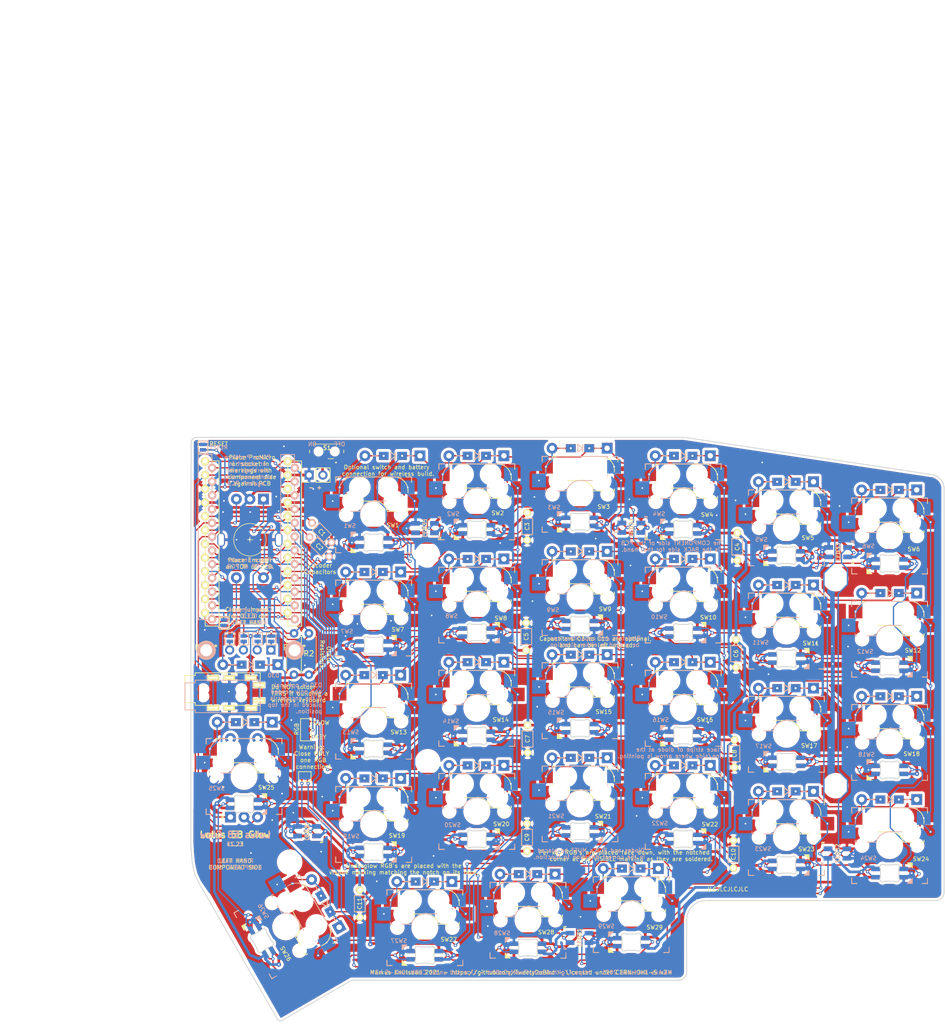
<source format=kicad_pcb>
(kicad_pcb (version 20211014) (generator pcbnew)
  (title_block (title "Lotus 58 Glow") (date "2021-12-17") (rev "v1.23") (company "Markus Knutsson <markus.knutsson@tweety.se>") (comment 1 "https://github.com/TweetyDaBird") (comment 2 "Licensed under CERN-OHL-S v2 or any superseding version"))
  (layers (0 "F.Cu" signal) (31 "B.Cu" signal) (34 "B.Paste" user) (35 "F.Paste" user) (36 "B.SilkS" user "B.Silkscreen") (37 "F.SilkS" user "F.Silkscreen") (38 "B.Mask" user) (39 "F.Mask" user) (44 "Edge.Cuts" user))
  (net 0 "")
  (net 1 "Net-(D1-Pad2)")
  (net 2 "row4")
  (net 3 "Net-(D2-Pad2)")
  (net 4 "Net-(D3-Pad2)")
  (net 5 "row0")
  (net 6 "Net-(D4-Pad2)")
  (net 7 "row1")
  (net 8 "Net-(D5-Pad2)")
  (net 9 "row2")
  (net 10 "Net-(D6-Pad2)")
  (net 11 "row3")
  (net 12 "Net-(D7-Pad2)")
  (net 13 "Net-(D8-Pad2)")
  (net 14 "Net-(D9-Pad2)")
  (net 15 "Net-(D10-Pad2)")
  (net 16 "Net-(D11-Pad2)")
  (net 17 "Net-(D12-Pad2)")
  (net 18 "Net-(D13-Pad2)")
  (net 19 "Net-(D14-Pad2)")
  (net 20 "Net-(D15-Pad2)")
  (net 21 "Net-(D16-Pad2)")
  (net 22 "Net-(D17-Pad2)")
  (net 23 "Net-(D18-Pad2)")
  (net 24 "Net-(D19-Pad2)")
  (net 25 "Net-(D20-Pad2)")
  (net 26 "Net-(D21-Pad2)")
  (net 27 "Net-(D22-Pad2)")
  (net 28 "Net-(D23-Pad2)")
  (net 29 "Net-(D24-Pad2)")
  (net 30 "Net-(D26-Pad2)")
  (net 31 "Net-(D27-Pad2)")
  (net 32 "Net-(D28-Pad2)")
  (net 33 "VCC")
  (net 34 "GND")
  (net 35 "col0")
  (net 36 "col1")
  (net 37 "col2")
  (net 38 "col3")
  (net 39 "col4")
  (net 40 "col5")
  (net 41 "SDA")
  (net 42 "LED")
  (net 43 "SCL")
  (net 44 "RESET")
  (net 45 "Net-(D29-Pad2)")
  (net 46 "DATA")
  (net 47 "Net-(D30-Pad2)")
  (net 48 "Hand")
  (net 49 "Net-(J1-PadS)")
  (net 50 "B")
  (net 51 "A")
  (net 52 "Alt")
  (net 53 "Net-(LED1-Pad2)")
  (net 54 "Net-(LED2-Pad2)")
  (net 55 "Net-(JP5-Pad1)")
  (net 56 "Net-(JP10-Pad1)")
  (net 57 "Net-(JP11-Pad1)")
  (net 58 "Net-(JP12-Pad1)")
  (net 59 "Net-(LED3-Pad2)")
  (net 60 "Net-(LED4-Pad2)")
  (net 61 "Net-(LED5-Pad2)")
  (net 62 "Net-(LED12-Pad4)")
  (net 63 "Net-(LED7-Pad4)")
  (net 64 "Net-(LED13-Pad4)")
  (net 65 "Net-(LED8-Pad4)")
  (net 66 "Net-(LED10-Pad2)")
  (net 67 "Net-(LED10-Pad4)")
  (net 68 "Net-(LED11-Pad4)")
  (net 69 "Net-(LED13-Pad2)")
  (net 70 "Net-(LED14-Pad2)")
  (net 71 "Net-(LED15-Pad2)")
  (net 72 "Net-(LED16-Pad2)")
  (net 73 "Net-(LED17-Pad2)")
  (net 74 "Net-(LED18-Pad2)")
  (net 75 "Net-(LED19-Pad4)")
  (net 76 "Net-(LED19-Pad2)")
  (net 77 "Net-(LED20-Pad4)")
  (net 78 "Net-(LED21-Pad4)")
  (net 79 "Net-(LED22-Pad4)")
  (net 80 "Net-(LED23-Pad4)")
  (net 81 "Net-(LED25-Pad2)")
  (net 82 "Net-(LED26-Pad2)")
  (net 83 "Net-(LED27-Pad2)")
  (net 84 "Net-(LED28-Pad2)")
  (net 85 "Net-(LED30-Pad1)")
  (net 86 "Net-(LED31-Pad1)")
  (net 87 "Net-(LED32-Pad1)")
  (net 88 "Net-(LED33-Pad1)")
  (net 89 "Net-(LED34-Pad1)")
  (net 90 "Net-(LED35-Pad1)")
  (net 91 "RGB_KEY")
  (net 92 "RGB_GLOW")
  (net 93 "RGB_LINK")
  (net 94 "Battery")
  (net 95 "/Batt")
  (footprint "MountingHole:MountingHole_3.7mm" (layer "F.Cu") (at 124.32538 57.40908)
    (fp_text reference "TH1" hide)
    (fp_text value "HOLE")
  )
  (footprint "MountingHole:MountingHole_3.7mm" (layer "F.Cu") (at 199.7 61.8)
    (fp_text reference "TH2" hide)
    (fp_text value "HOLE")
  )
  (footprint "MountingHole:MountingHole_3.7mm" (layer "F.Cu") (at 124.3965 95.5675)
    (fp_text reference "TH3" hide)
    (fp_text value "HOLE")
  )
  (footprint "MountingHole:MountingHole_3.7mm" (layer "F.Cu") (at 199.7 100)
    (fp_text reference "TH4" hide)
    (fp_text value "HOLE")
  )
  (footprint "MountingHole:MountingHole_3.7mm" (layer "F.Cu") (at 98.8949 114.1095 90)
    (fp_text reference "TH5" hide)
    (fp_text value "HOLE")
  )
  (footprint "Keyboard Library:Jumper_Mini" (layer "F.Cu") (at 95.4987 72.8755 90)
    (fp_text reference "JP9" hide)
    (fp_text value "Jumper_NO_Small" hide)
  )
  (footprint "Keyboard Library:Jumper_Mini" (layer "F.Cu") (at 92.990766 72.8755 90)
    (fp_text reference "JP10" hide)
    (fp_text value "Jumper_NO_Small" hide)
  )
  (footprint "Keyboard Library:Jumper_Mini" (layer "F.Cu") (at 90.419332 72.8755 90)
    (fp_text reference "JP11" hide)
    (fp_text value "Jumper_NO_Small" hide)
  )
  (footprint "Keyboard Library:Jumper_Mini" (layer "F.Cu") (at 87.8479 72.8755 90)
    (fp_text reference "JP12" hide)
    (fp_text value "Jumper_NO_Small" hide)
  )
  (footprint "keyswitches:Kailh_socket_MX_reversible_RGB" (layer "F.Cu") (at 133.45 47.6)
    (fp_text reference "SW2")
    (fp_text value "Kailh hotswap MX socket")
  )
  (footprint "keyswitches:Kailh_socket_MX_reversible_RGB" (layer "F.Cu") (at 152.5 46.21)
    (fp_text reference "SW3")
    (fp_text value "Kailh hotswap MX socket")
  )
  (footprint "keyswitches:Kailh_socket_MX_reversible_RGB" (layer "F.Cu") (at 171.55 47.6)
    (fp_text reference "SW4")
    (fp_text value "Kailh hotswap MX socket")
  )
  (footprint "keyswitches:Kailh_socket_MX_reversible_RGB" (layer "F.Cu") (at 209.65 53.9)
    (fp_text reference "SW6")
    (fp_text value "Kailh hotswap MX socket")
  )
  (footprint "keyswitches:Kailh_socket_MX_reversible_RGB" (layer "F.Cu") (at 114.4 69.05)
    (fp_text reference "SW7")
    (fp_text value "Kailh hotswap MX socket")
  )
  (footprint "keyswitches:Kailh_socket_MX_reversible_RGB" (layer "F.Cu") (at 152.5 65.26)
    (fp_text reference "SW9")
    (fp_text value "Kailh hotswap MX socket")
  )
  (footprint "keyswitches:Kailh_socket_MX_reversible_RGB" (layer "F.Cu") (at 171.55 66.65)
    (fp_text reference "SW10")
    (fp_text value "Kailh hotswap MX socket")
  )
  (footprint "keyswitches:Kailh_socket_MX_reversible_RGB" (layer "F.Cu") (at 190.6 71.45)
    (fp_text reference "SW11")
    (fp_text value "Kailh hotswap MX socket")
  )
  (footprint "keyswitches:Kailh_socket_MX_reversible_RGB" (layer "F.Cu") (at 209.65 72.95)
    (fp_text reference "SW12")
    (fp_text value "Kailh hotswap MX socket")
  )
  (footprint "keyswitches:Kailh_socket_MX_reversible_RGB" (layer "F.Cu") (at 114.4 88.1)
    (fp_text reference "SW13")
    (fp_text value "Kailh hotswap MX socket")
  )
  (footprint "keyswitches:Kailh_socket_MX_reversible_RGB" (layer "F.Cu") (at 133.45 85.7)
    (fp_text reference "SW14")
    (fp_text value "Kailh hotswap MX socket")
  )
  (footprint "keyswitches:Kailh_socket_MX_reversible_RGB" (layer "F.Cu") (at 152.5 84.31)
    (fp_text reference "SW15")
    (fp_text value "Kailh hotswap MX socket")
  )
  (footprint "keyswitches:Kailh_socket_MX_reversible_RGB" (layer "F.Cu") (at 190.6 90.5)
    (fp_text reference "SW17")
    (fp_text value "Kailh hotswap MX socket")
  )
  (footprint "keyswitches:Kailh_socket_MX_reversible_RGB" (layer "F.Cu") (at 209.65 92)
    (fp_text reference "SW18")
    (fp_text value "Kailh hotswap MX socket")
  )
  (footprint "keyswitches:Kailh_socket_MX_reversible_RGB" (layer "F.Cu") (at 114.4 107.15)
    (fp_text reference "SW19")
    (fp_text value "Kailh hotswap MX socket")
  )
  (footprint "keyswitches:Kailh_socket_MX_reversible_RGB" (layer "F.Cu") (at 133.45 104.75)
    (fp_text reference "SW20")
    (fp_text value "Kailh hotswap MX socket")
  )
  (footprint "keyswitches:Kailh_socket_MX_reversible_RGB" (layer "F.Cu") (at 152.5 103.36)
    (fp_text reference "SW21")
    (fp_text value "Kailh hotswap MX socket")
  )
  (footprint "keyswitches:Kailh_socket_MX_reversible_RGB" (layer "F.Cu") (at 171.55 104.75)
    (fp_text reference "SW22")
    (fp_text value "Kailh hotswap MX socket")
  )
  (footprint "keyswitches:Kailh_socket_MX_reversible_RGB" (layer "F.Cu") (at 190.6 109.55)
    (fp_text reference "SW23")
    (fp_text value "Kailh hotswap MX socket")
  )
  (footprint "keyswitches:Kailh_socket_MX_reversible_RGB" (layer "F.Cu") (at 123.85 126.2)
    (fp_text reference "SW27")
    (fp_text value "Kailh hotswap MX socket")
  )
  (footprint "keyswitches:Kailh_socket_MX_reversible_RGB" (layer "F.Cu") (at 142.8977 124.8283)
    (fp_text reference "SW28")
    (fp_text value "Kailh hotswap MX socket")
  )
  (footprint "keyswitches:Kailh_socket_MX_reversible_RGB" (layer "F.Cu") (at 161.95 123.8)
    (fp_text reference "SW29")
    (fp_text value "Kailh hotswap MX socket")
  )
  (footprint "keyswitches:Kailh_socket_MX_reversible_RGB" (layer "F.Cu") (at 114.4 50)
    (fp_text reference "SW1")
    (fp_text value "Kailh hotswap MX socket")
  )
  (footprint "keyswitches:Kailh_socket_MX_reversible_RGB" (layer "F.Cu") (at 90.4748 98.2853)
    (fp_text reference "SW25")
    (fp_text value "Kailh hotswap MX socket")
  )
  (footprint "keyswitches:Kailh_socket_MX_reversible_RGB" (layer "F.Cu") (at 209.65 111.05)
    (fp_text reference "SW24")
    (fp_text value "Kailh hotswap MX socket")
  )
  (footprint "Resistor_THT:R_Axial_DIN0207_L6.3mm_D2.5mm_P7.62mm_Horizontal" (layer "F.Cu") (at 102.44 79.5 90)
    (fp_text reference "R2")
    (fp_text value "4k7")
  )
  (footprint "keyswitches:Kailh_socket_MX_reversible_RGB" (layer "F.Cu") (at 98.171 126.0475 -60)
    (fp_text reference "SW26")
    (fp_text value "Kailh hotswap MX socket")
  )
  (footprint "keyswitches:Kailh_socket_MX_reversible_RGB" (layer "F.Cu") (at 171.55 85.7)
    (fp_text reference "SW16")
    (fp_text value "Kailh hotswap MX socket")
  )
  (footprint "KiCad-SSD1306-0.91-OLED-4pin-128x32:SSD1306-0.91-OLED-4pin-128x32" (layer "F.Cu") (at 97.6305 38.4435 -90)
    (fp_text reference "P1" hide)
    (fp_text value "OLED")
  )
  (footprint "Keyboard Library:LED_SK6812MINI_PLCC4_3.5x3.5mm_P1.75mm" (layer "F.Cu") (at 152.4 128.0795 180)
    (fp_text reference "LED31")
    (fp_text value "SK6812MINI")
  )
  (footprint "Keyboard Library:LED_SK6812MINI_PLCC4_3.5x3.5mm_P1.75mm" (layer "F.Cu") (at 102.108 108.3945)
    (fp_text reference "LED30")
    (fp_text value "SK6812MINI")
  )
  (footprint "Keyboard Library:LED_SK6812MINI_PLCC4_3.5x3.5mm_P1.75mm" (layer "F.Cu") (at 200.152 56.896)
    (fp_text reference "LED33")
    (fp_text value "SK6812MINI")
  )
  (footprint "Keyboard Library:LED_SK6812MINI_PLCC4_3.5x3.5mm_P1.75mm" (layer "F.Cu") (at 123.8885 52.451)
    (fp_text reference "LED35")
    (fp_text value "SK6812MINI")
  )
  (footprint "Keyboard Library:RotaryEncoder_Alps_EC11E-Switch_Vertical_H20_special" (layer "F.Cu") (at 91.567 54.594 -90)
    (fp_text reference "SW30")
    (fp_text value "Rotary_Encoder_Switch")
  )
  (footprint "Keyboard Library:ProMicro_Reversible" (layer "F.Cu") (at 92.106 54.9)
    (fp_text reference "U1" hide)
    (fp_text value "ProMicro" hide)
  )
  (footprint "Resistor_THT:R_Axial_DIN0207_L6.3mm_D2.5mm_P7.62mm_Horizontal" (layer "F.Cu") (at 99.7 79.5 90)
    (fp_text reference "R1")
    (fp_text value "4k7")
  )
  (footprint "Keyboard Library:MJ-4PP-9_alim" (layer "F.Cu") (at 81.4705 82.169 90)
    (fp_text reference "J1" hide)
    (fp_text value "PJ-320A" hide)
  )
  (footprint "keyswitches:Kailh_socket_MX_reversible_RGB" (layer "F.Cu") (at 190.6 52.4)
    (fp_text reference "SW5")
    (fp_text value "Kailh hotswap MX socket")
  )
  (footprint "Keyboard Library:RotaryEncoder_Alps_EC11E-Switch_Special" (layer "F.Cu") (at 90.4748 98.2853 90)
    (fp_text reference "SW31" hide)
    (fp_text value "Rotary_Encoder_Switch")
  )
  (footprint "Keyboard Library:LED_SK6812MINI_PLCC4_3.5x3.5mm_P1.75mm" (layer "F.Cu") (at 161.9885 52.3875)
    (fp_text reference "LED34")
    (fp_text value "SK6812MINI")
  )
  (footprint "Keyboard Library:Jumper_Mini" (layer "F.Cu") (at 86.868 69.977 -90)
    (fp_text reference "JP3" hide)
    (fp_text value "LEFT" hide)
  )
  (footprint "keyswitches:Kailh_socket_MX_reversible_RGB" (layer "F.Cu") (at 133.45 66.65)
    (fp_text reference "SW8")
    (fp_text value "Kailh hotswap MX socket")
  )
  (footprint "kicad-keyboard-parts:MX_SK6812MINI-E_REVERSIBLE" (layer "F.Cu") (at 114.4 55.08 180)
    (fp_text reference "LED1" hide)
    (fp_text value "SK6812MINI-E")
    (fp_line (start -0.794452 -1.5) (end 0.794453 -1.5) (layer "Edge.Cuts") (width 0.15))
    (fp_line (start -1.699999 0.702841) (end -1.699999 -0.702843) (layer "Edge.Cuts") (width 0.15))
    (fp_line (start 0.794452 1.499999) (end -0.794452 1.499999) (layer "Edge.Cuts") (width 0.15))
    (fp_line (start 1.699999 -0.702843) (end 1.699999 0.702841) (layer "Edge.Cuts") (width 0.15))
    (fp_arc (start -1.699999 0.702842) (mid -1.712527 0.814067) (end -1.749484 0.919719) (layer "Edge.Cuts") (width 0.15))
    (fp_arc (start -1.04671 1.568298) (mid -0.925122 1.517376) (end -0.794452 1.499999) (layer "Edge.Cuts") (width 0.15))
    (fp_arc (start 0.794452 1.499999) (mid 0.925123 1.517376) (end 1.046711 1.568298) (layer "Edge.Cuts") (width 0.15))
    (fp_arc (start -1.749484 -0.919721) (mid -1.638071 -1.504036) (end -1.046711 -1.5683) (layer "Edge.Cuts") (width 0.15))
    (fp_arc (start 1.046711 -1.568299) (mid 1.638071 -1.504035) (end 1.749484 -0.919721) (layer "Edge.Cuts") (width 0.15))
    (fp_arc (start 1.699999 -0.702844) (mid 1.712527 -0.814069) (end 1.749484 -0.919721) (layer "Edge.Cuts") (width 0.15))
    (fp_arc (start 1.749484 0.919718) (mid 1.638072 1.504034) (end 1.046711 1.568298) (layer "Edge.Cuts") (width 0.15))
    (fp_arc (start -0.794453 -1.500001) (mid -0.925123 -1.517378) (end -1.046711 -1.5683) (layer "Edge.Cuts") (width 0.15))
    (fp_arc (start 1.749484 0.919719) (mid 1.712527 0.814067) (end 1.699999 0.702841) (layer "Edge.Cuts") (width 0.15))
    (fp_arc (start 1.046711 -1.568299) (mid 0.925123 -1.517377) (end 0.794453 -1.5) (layer "Edge.Cuts") (width 0.15))
    (fp_arc (start -1.046711 1.568296) (mid -1.63807 1.504033) (end -1.749484 0.919719) (layer "Edge.Cuts") (width 0.15))
    (fp_arc (start -1.749484 -0.919721) (mid -1.712527 -0.814069) (end -1.699999 -0.702843) (layer "Edge.Cuts") (width 0.15))
  )
  (footprint "Keyboard Library:Jumper_Mini" (layer "F.Cu") (at 82.91 37.51 90)
    (fp_text reference "JP2" hide)
    (fp_text value "RESET" hide)
  )
  (footprint "kicad-keyboard-parts:MX_SK6812MINI-E_REVERSIBLE" (layer "F.Cu") (at 133.45 52.68 180)
    (fp_text reference "LED2" hide)
    (fp_text value "SK6812MINI-E")
    (fp_line (start 1.699999 -0.702843) (end 1.699999 0.702841) (layer "Edge.Cuts") (width 0.15))
    (fp_line (start 0.794452 1.499999) (end -0.794452 1.499999) (layer "Edge.Cuts") (width 0.15))
    (fp_line (start -1.699999 0.702841) (end -1.699999 -0.702843) (layer "Edge.Cuts") (width 0.15))
    (fp_line (start -0.794452 -1.5) (end 0.794453 -1.5) (layer "Edge.Cuts") (width 0.15))
    (fp_arc (start -1.749484 -0.919721) (mid -1.638071 -1.504036) (end -1.046711 -1.5683) (layer "Edge.Cuts") (width 0.15))
    (fp_arc (start 1.749484 0.919718) (mid 1.638072 1.504034) (end 1.046711 1.568298) (layer "Edge.Cuts") (width 0.15))
    (fp_arc (start -1.749484 -0.919721) (mid -1.712527 -0.814069) (end -1.699999 -0.702843) (layer "Edge.Cuts") (width 0.15))
    (fp_arc (start 1.046711 -1.568299) (mid 1.638071 -1.504035) (end 1.749484 -0.919721) (layer "Edge.Cuts") (width 0.15))
    (fp_arc (start -0.794453 -1.500001) (mid -0.925123 -1.517378) (end -1.046711 -1.5683) (layer "Edge.Cuts") (width 0.15))
    (fp_arc (start 1.749484 0.919719) (mid 1.712527 0.814067) (end 1.699999 0.702841) (layer "Edge.Cuts") (width 0.15))
    (fp_arc (start -1.046711 1.568296) (mid -1.63807 1.504033) (end -1.749484 0.919719) (layer "Edge.Cuts") (width 0.15))
    (fp_arc (start -1.699999 0.702842) (mid -1.712527 0.814067) (end -1.749484 0.919719) (layer "Edge.Cuts") (width 0.15))
    (fp_arc (start 1.046711 -1.568299) (mid 0.925123 -1.517377) (end 0.794453 -1.5) (layer "Edge.Cuts") (width 0.15))
    (fp_arc (start 1.699999 -0.702844) (mid 1.712527 -0.814069) (end 1.749484 -0.919721) (layer "Edge.Cuts") (width 0.15))
    (fp_arc (start 0.794452 1.499999) (mid 0.925123 1.517376) (end 1.046711 1.568298) (layer "Edge.Cuts") (width 0.15))
    (fp_arc (start -1.04671 1.568298) (mid -0.925122 1.517376) (end -0.794452 1.499999) (layer "Edge.Cuts") (width 0.15))
  )
  (footprint "kicad-keyboard-parts:MX_SK6812MINI-E_REVERSIBLE" (layer "F.Cu") (at 152.5 51.29 180)
    (fp_text reference "LED3" hide)
    (fp_text value "SK6812MINI-E")
    (fp_line (start -0.794452 -1.5) (end 0.794453 -1.5) (layer "Edge.Cuts") (width 0.15))
    (fp_line (start 1.699999 -0.702843) (end 1.699999 0.702841) (layer "Edge.Cuts") (width 0.15))
    (fp_line (start -1.699999 0.702841) (end -1.699999 -0.702843) (layer "Edge.Cuts") (width 0.15))
    (fp_line (start 0.794452 1.499999) (end -0.794452 1.499999) (layer "Edge.Cuts") (width 0.15))
    (fp_arc (start -1.749484 -0.919721) (mid -1.712527 -0.814069) (end -1.699999 -0.702843) (layer "Edge.Cuts") (width 0.15))
    (fp_arc (start -0.794453 -1.500001) (mid -0.925123 -1.517378) (end -1.046711 -1.5683) (layer "Edge.Cuts") (width 0.15))
    (fp_arc (start -1.046711 1.568296) (mid -1.63807 1.504033) (end -1.749484 0.919719) (layer "Edge.Cuts") (width 0.15))
    (fp_arc (start 1.749484 0.919719) (mid 1.712527 0.814067) (end 1.699999 0.702841) (layer "Edge.Cuts") (width 0.15))
    (fp_arc (start 1.046711 -1.568299) (mid 0.925123 -1.517377) (end 0.794453 -1.5) (layer "Edge.Cuts") (width 0.15))
    (fp_arc (start -1.699999 0.702842) (mid -1.712527 0.814067) (end -1.749484 0.919719) (layer "Edge.Cuts") (width 0.15))
    (fp_arc (start 1.699999 -0.702844) (mid 1.712527 -0.814069) (end 1.749484 -0.919721) (layer "Edge.Cuts") (width 0.15))
    (fp_arc (start 1.046711 -1.568299) (mid 1.638071 -1.504035) (end 1.749484 -0.919721) (layer "Edge.Cuts") (width 0.15))
    (fp_arc (start 1.749484 0.919718) (mid 1.638072 1.504034) (end 1.046711 1.568298) (layer "Edge.Cuts") (width 0.15))
    (fp_arc (start -1.04671 1.568298) (mid -0.925122 1.517376) (end -0.794452 1.499999) (layer "Edge.Cuts") (width 0.15))
    (fp_arc (start 0.794452 1.499999) (mid 0.925123 1.517376) (end 1.046711 1.568298) (layer "Edge.Cuts") (width 0.15))
    (fp_arc (start -1.749484 -0.919721) (mid -1.638071 -1.504036) (end -1.046711 -1.5683) (layer "Edge.Cuts") (width 0.15))
  )
  (footprint "kicad-keyboard-parts:MX_SK6812MINI-E_REVERSIBLE" (layer "F.Cu") (at 171.55 52.68 180)
    (fp_text reference "LED4" hide)
    (fp_text value "SK6812MINI-E")
    (fp_line (start 1.699999 -0.702843) (end 1.699999 0.702841) (layer "Edge.Cuts") (width 0.15))
    (fp_line (start -0.794452 -1.5) (end 0.794453 -1.5) (layer "Edge.Cuts") (width 0.15))
    (fp_line (start 0.794452 1.499999) (end -0.794452 1.499999) (layer "Edge.Cuts") (width 0.15))
    (fp_line (start -1.699999 0.702841) (end -1.699999 -0.702843) (layer "Edge.Cuts") (width 0.15))
    (fp_arc (start 1.699999 -0.702844) (mid 1.712527 -0.814069) (end 1.749484 -0.919721) (layer "Edge.Cuts") (width 0.15))
    (fp_arc (start 1.749484 0.919719) (mid 1.712527 0.814067) (end 1.699999 0.702841) (layer "Edge.Cuts") (width 0.15))
    (fp_arc (start -0.794453 -1.500001) (mid -0.925123 -1.517378) (end -1.046711 -1.5683) (layer "Edge.Cuts") (width 0.15))
    (fp_arc (start -1.046711 1.568296) (mid -1.63807 1.504033) (end -1.749484 0.919719) (layer "Edge.Cuts") (width 0.15))
    (fp_arc (start 1.046711 -1.568299) (mid 1.638071 -1.504035) (end 1.749484 -0.919721) (layer "Edge.Cuts") (width 0.15))
    (fp_arc (start -1.749484 -0.919721) (mid -1.712527 -0.814069) (end -1.699999 -0.702843) (layer "Edge.Cuts") (width 0.15))
    (fp_arc (start -1.749484 -0.919721) (mid -1.638071 -1.504036) (end -1.046711 -1.5683) (layer "Edge.Cuts") (width 0.15))
    (fp_arc (start 1.046711 -1.568299) (mid 0.925123 -1.517377) (end 0.794453 -1.5) (layer "Edge.Cuts") (width 0.15))
    (fp_arc (start -1.04671 1.568298) (mid -0.925122 1.517376) (end -0.794452 1.499999) (layer "Edge.Cuts") (width 0.15))
    (fp_arc (start -1.699999 0.702842) (mid -1.712527 0.814067) (end -1.749484 0.919719) (layer "Edge.Cuts") (width 0.15))
    (fp_arc (start 0.794452 1.499999) (mid 0.925123 1.517376) (end 1.046711 1.568298) (layer "Edge.Cuts") (width 0.15))
    (fp_arc (start 1.749484 0.919718) (mid 1.638072 1.504034) (end 1.046711 1.568298) (layer "Edge.Cuts") (width 0.15))
  )
  (footprint "kicad-keyboard-parts:MX_SK6812MINI-E_REVERSIBLE" (layer "F.Cu") (at 190.6 57.48 180)
    (fp_text reference "LED5" hide)
    (fp_text value "SK6812MINI-E")
    (fp_line (start 0.794452 1.499999) (end -0.794452 1.499999) (layer "Edge.Cuts") (width 0.15))
    (fp_line (start -0.794452 -1.5) (end 0.794453 -1.5) (layer "Edge.Cuts") (width 0.15))
    (fp_line (start -1.699999 0.702841) (end -1.699999 -0.702843) (layer "Edge.Cuts") (width 0.15))
    (fp_line (start 1.699999 -0.702843) (end 1.699999 0.702841) (layer "Edge.Cuts") (width 0.15))
    (fp_arc (start -1.04671 1.568298) (mid -0.925122 1.517376) (end -0.794452 1.499999) (layer "Edge.Cuts") (width 0.15))
    (fp_arc (start 1.046711 -1.568299) (mid 1.638071 -1.504035) (end 1.749484 -0.919721) (layer "Edge.Cuts") (width 0.15))
    (fp_arc (start 1.046711 -1.568299) (mid 0.925123 -1.517377) (end 0.794453 -1.5) (layer "Edge.Cuts") (width 0.15))
    (fp_arc (start -1.699999 0.702842) (mid -1.712527 0.814067) (end -1.749484 0.919719) (layer "Edge.Cuts") (width 0.15))
    (fp_arc (start -1.046711 1.568296) (mid -1.63807 1.504033) (end -1.749484 0.919719) (layer "Edge.Cuts") (width 0.15))
    (fp_arc (start -1.749484 -0.919721) (mid -1.712527 -0.814069) (end -1.699999 -0.702843) (layer "Edge.Cuts") (width 0.15))
    (fp_arc (start -1.749484 -0.919721) (mid -1.638071 -1.504036) (end -1.046711 -1.5683) (layer "Edge.Cuts") (width 0.15))
    (fp_arc (start 1.749484 0.919719) (mid 1.712527 0.814067) (end 1.699999 0.702841) (layer "Edge.Cuts") (width 0.15))
    (fp_arc (start 0.794452 1.499999) (mid 0.925123 1.517376) (end 1.046711 1.568298) (layer "Edge.Cuts") (width 0.15))
    (fp_arc (start 1.749484 0.919718) (mid 1.638072 1.504034) (end 1.046711 1.568298) (layer "Edge.Cuts") (width 0.15))
    (fp_arc (start 1.699999 -0.702844) (mid 1.712527 -0.814069) (end 1.749484 -0.919721) (layer "Edge.Cuts") (width 0.15))
    (fp_arc (start -0.794453 -1.500001) (mid -0.925123 -1.517378) (end -1.046711 -1.5683) (layer "Edge.Cuts") (width 0.15))
  )
  (footprint "kicad-keyboard-parts:MX_SK6812MINI-E_REVERSIBLE" (layer "F.Cu") (at 209.65 58.98 180)
    (fp_text reference "LED6" hide)
    (fp_text value "SK6812MINI-E")
    (fp_line (start -0.794452 -1.5) (end 0.794453 -1.5) (layer "Edge.Cuts") (width 0.15))
    (fp_line (start 1.699999 -0.702843) (end 1.699999 0.702841) (layer "Edge.Cuts") (width 0.15))
    (fp_line (start 0.794452 1.499999) (end -0.794452 1.499999) (layer "Edge.Cuts") (width 0.15))
    (fp_line (start -1.699999 0.702841) (end -1.699999 -0.702843) (layer "Edge.Cuts") (width 0.15))
    (fp_arc (start 1.749484 0.919719) (mid 1.712527 0.814067) (end 1.699999 0.702841) (layer "Edge.Cuts") (width 0.15))
    (fp_arc (start -1.04671 1.568298) (mid -0.925122 1.517376) (end -0.794452 1.499999) (layer "Edge.Cuts") (width 0.15))
    (fp_arc (start -1.749484 -0.919721) (mid -1.638071 -1.504036) (end -1.046711 -1.5683) (layer "Edge.Cuts") (width 0.15))
    (fp_arc (start -1.749484 -0.919721) (mid -1.712527 -0.814069) (end -1.699999 -0.702843) (layer "Edge.Cuts") (width 0.15))
    (fp_arc (start 0.794452 1.499999) (mid 0.925123 1.517376) (end 1.046711 1.568298) (layer "Edge.Cuts") (width 0.15))
    (fp_arc (start 1.699999 -0.702844) (mid 1.712527 -0.814069) (end 1.749484 -0.919721) (layer "Edge.Cuts") (width 0.15))
    (fp_arc (start 1.046711 -1.568299) (mid 1.638071 -1.504035) (end 1.749484 -0.919721) (layer "Edge.Cuts") (width 0.15))
    (fp_arc (start -1.699999 0.702842) (mid -1.712527 0.814067) (end -1.749484 0.919719) (layer "Edge.Cuts") (width 0.15))
    (fp_arc (start -0.794453 -1.500001) (mid -0.925123 -1.517378) (end -1.046711 -1.5683) (layer "Edge.Cuts") (width 0.15))
    (fp_arc (start -1.046711 1.568296) (mid -1.63807 1.504033) (end -1.749484 0.919719) (layer "Edge.Cuts") (width 0.15))
    (fp_arc (start 1.046711 -1.568299) (mid 0.925123 -1.517377) (end 0.794453 -1.5) (layer "Edge.Cuts") (width 0.15))
    (fp_arc (start 1.749484 0.919718) (mid 1.638072 1.504034) (end 1.046711 1.568298) (layer "Edge.Cuts") (width 0.15))
  )
  (footprint "kicad-keyboard-parts:MX_SK6812MINI-E_REVERSIBLE" (layer "F.Cu") (at 114.4 74.13)
    (fp_text reference "LED7" hide)
    (fp_text value "SK6812MINI-E")
    (fp_line (start -1.699999 0.702841) (end -1.699999 -0.702843) (layer "Edge.Cuts") (width 0.15))
    (fp_line (start 0.794452 1.499999) (end -0.794452 1.499999) (layer "Edge.Cuts") (width 0.15))
    (fp_line (start 1.699999 -0.702843) (end 1.699999 0.702841) (layer "Edge.Cuts") (width 0.15))
    (fp_line (start -0.794452 -1.5) (end 0.794453 -1.5) (layer "Edge.Cuts") (width 0.15))
    (fp_arc (start -1.749484 -0.919721) (mid -1.712527 -0.814069) (end -1.699999 -0.702843) (layer "Edge.Cuts") (width 0.15))
    (fp_arc (start 1.699999 -0.702844) (mid 1.712527 -0.814069) (end 1.749484 -0.919721) (layer "Edge.Cuts") (width 0.15))
    (fp_arc (start -1.699999 0.702842) (mid -1.712527 0.814067) (end -1.749484 0.919719) (layer "Edge.Cuts") (width 0.15))
    (fp_arc (start -1.04671 1.568298) (mid -0.925122 1.517376) (end -0.794452 1.499999) (layer "Edge.Cuts") (width 0.15))
    (fp_arc (start -1.749484 -0.919721) (mid -1.638071 -1.504036) (end -1.046711 -1.5683) (layer "Edge.Cuts") (width 0.15))
    (fp_arc (start 1.749484 0.919719) (mid 1.712527 0.814067) (end 1.699999 0.702841) (layer "Edge.Cuts") (width 0.15))
    (fp_arc (start 0.794452 1.499999) (mid 0.925123 1.517376) (end 1.046711 1.568298) (layer "Edge.Cuts") (width 0.15))
    (fp_arc (start 1.046711 -1.568299) (mid 1.638071 -1.504035) (end 1.749484 -0.919721) (layer "Edge.Cuts") (width 0.15))
    (fp_arc (start 1.046711 -1.568299) (mid 0.925123 -1.517377) (end 0.794453 -1.5) (layer "Edge.Cuts") (width 0.15))
    (fp_arc (start -0.794453 -1.500001) (mid -0.925123 -1.517378) (end -1.046711 -1.5683) (layer "Edge.Cuts") (width 0.15))
    (fp_arc (start -1.046711 1.568296) (mid -1.63807 1.504033) (end -1.749484 0.919719) (layer "Edge.Cuts") (width 0.15))
    (fp_arc (start 1.749484 0.919718) (mid 1.638072 1.504034) (end 1.046711 1.568298) (layer "Edge.Cuts") (width 0.15))
  )
  (footprint "kicad-keyboard-parts:MX_SK6812MINI-E_REVERSIBLE" (layer "F.Cu") (at 133.45 71.73)
    (fp_text reference "LED8" hide)
    (fp_text value "SK6812MINI-E")
    (fp_line (start -1.699999 0.702841) (end -1.699999 -0.702843) (layer "Edge.Cuts") (width 0.15))
    (fp_line (start 1.699999 -0.702843) (end 1.699999 0.702841) (layer "Edge.Cuts") (width 0.15))
    (fp_line (start -0.794452 -1.5) (end 0.794453 -1.5) (layer "Edge.Cuts") (width 0.15))
    (fp_line (start 0.794452 1.499999) (end -0.794452 1.499999) (layer "Edge.Cuts") (width 0.15))
    (fp_arc (start -1.749484 -0.919721) (mid -1.712527 -0.814069) (end -1.699999 -0.702843) (layer "Edge.Cuts") (width 0.15))
    (fp_arc (start -0.794453 -1.500001) (mid -0.925123 -1.517378) (end -1.046711 -1.5683) (layer "Edge.Cuts") (width 0.15))
    (fp_arc (start -1.046711 1.568296) (mid -1.63807 1.504033) (end -1.749484 0.919719) (layer "Edge.Cuts") (width 0.15))
    (fp_arc (start 1.046711 -1.568299) (mid 1.638071 -1.504035) (end 1.749484 -0.919721) (layer "Edge.Cuts") (width 0.15))
    (fp_arc (start 1.749484 0.919718) (mid 1.638072 1.504034) (end 1.046711 1.568298) (layer "Edge.Cuts") (width 0.15))
    (fp_arc (start 0.794452 1.499999) (mid 0.925123 1.517376) (end 1.046711 1.568298) (layer "Edge.Cuts") (width 0.15))
    (fp_arc (start 1.749484 0.919719) (mid 1.712527 0.814067) (end 1.699999 0.702841) (layer "Edge.Cuts") (width 0.15))
    (fp_arc (start 1.699999 -0.702844) (mid 1.712527 -0.814069) (end 1.749484 -0.919721) (layer "Edge.Cuts") (width 0.15))
    (fp_arc (start -1.04671 1.568298) (mid -0.925122 1.517376) (end -0.794452 1.499999) (layer "Edge.Cuts") (width 0.15))
    (fp_arc (start -1.749484 -0.919721) (mid -1.638071 -1.504036) (end -1.046711 -1.5683) (layer "Edge.Cuts") (width 0.15))
    (fp_arc (start 1.046711 -1.568299) (mid 0.925123 -1.517377) (end 0.794453 -1.5) (layer "Edge.Cuts") (width 0.15))
    (fp_arc (start -1.699999 0.702842) (mid -1.712527 0.814067) (end -1.749484 0.919719) (layer "Edge.Cuts") (width 0.15))
  )
  (footprint "kicad-keyboard-parts:MX_SK6812MINI-E_REVERSIBLE" (layer "F.Cu") (at 152.5 70.34)
    (fp_text reference "LED9" hide)
    (fp_text value "SK6812MINI-E")
    (fp_line (start 1.699999 -0.702843) (end 1.699999 0.702841) (layer "Edge.Cuts") (width 0.15))
    (fp_line (start -1.699999 0.702841) (end -1.699999 -0.702843) (layer "Edge.Cuts") (width 0.15))
    (fp_line (start 0.794452 1.499999) (end -0.794452 1.499999) (layer "Edge.Cuts") (width 0.15))
    (fp_line (start -0.794452 -1.5) (end 0.794453 -1.5) (layer "Edge.Cuts") (width 0.15))
    (fp_arc (start -0.794453 -1.500001) (mid -0.925123 -1.517378) (end -1.046711 -1.5683) (layer "Edge.Cuts") (width 0.15))
    (fp_arc (start -1.04671 1.568298) (mid -0.925122 1.517376) (end -0.794452 1.499999) (layer "Edge.Cuts") (width 0.15))
    (fp_arc (start -1.749484 -0.919721) (mid -1.712527 -0.814069) (end -1.699999 -0.702843) (layer "Edge.Cuts") (width 0.15))
    (fp_arc (start -1.699999 0.702842) (mid -1.712527 0.814067) (end -1.749484 0.919719) (layer "Edge.Cuts") (width 0.15))
    (fp_arc (start -1.046711 1.568296) (mid -1.63807 1.504033) (end -1.749484 0.919719) (layer "Edge.Cuts") (width 0.15))
    (fp_arc (start 1.749484 0.919719) (mid 1.712527 0.814067) (end 1.699999 0.702841) (layer "Edge.Cuts") (width 0.15))
    (fp_arc (start 1.046711 -1.568299) (mid 0.925123 -1.517377) (end 0.794453 -1.5) (layer "Edge.Cuts") (width 0.15))
    (fp_arc (start 1.046711 -1.568299) (mid 1.638071 -1.504035) (end 1.749484 -0.919721) (layer "Edge.Cuts") (width 0.15))
    (fp_arc (start -1.749484 -0.919721) (mid -1.638071 -1.504036) (end -1.046711 -1.5683) (layer "Edge.Cuts") (width 0.15))
    (fp_arc (start 0.794452 1.499999) (mid 0.925123 1.517376) (end 1.046711 1.568298) (layer "Edge.Cuts") (width 0.15))
    (fp_arc (start 1.749484 0.919718) (mid 1.638072 1.504034) (end 1.046711 1.568298) (layer "Edge.Cuts") (width 0.15))
    (fp_arc (start 1.699999 -0.702844) (mid 1.712527 -0.814069) (end 1.749484 -0.919721) (layer "Edge.Cuts") (width 0.15))
  )
  (footprint "kicad-keyboard-parts:MX_SK6812MINI-E_REVERSIBLE" (layer "F.Cu") (at 171.55 71.73)
    (fp_text reference "LED10" hide)
    (fp_text value "SK6812MINI-E")
    (fp_line (start -0.794452 -1.5) (end 0.794453 -1.5) (layer "Edge.Cuts") (width 0.15))
    (fp_line (start -1.699999 0.702841) (end -1.699999 -0.702843) (layer "Edge.Cuts") (width 0.15))
    (fp_line (start 1.699999 -0.702843) (end 1.699999 0.702841) (layer "Edge.Cuts") (width 0.15))
    (fp_line (start 0.794452 1.499999) (end -0.794452 1.499999) (layer "Edge.Cuts") (width 0.15))
    (fp_arc (start -1.749484 -0.919721) (mid -1.712527 -0.814069) (end -1.699999 -0.702843) (layer "Edge.Cuts") (width 0.15))
    (fp_arc (start -1.04671 1.568298) (mid -0.925122 1.517376) (end -0.794452 1.499999) (layer "Edge.Cuts") (width 0.15))
    (fp_arc (start 1.749484 0.919718) (mid 1.638072 1.504034) (end 1.046711 1.568298) (layer "Edge.Cuts") (width 0.15))
    (fp_arc (start -1.699999 0.702842) (mid -1.712527 0.814067) (end -1.749484 0.919719) (layer "Edge.Cuts") (width 0.15))
    (fp_arc (start 1.699999 -0.702844) (mid 1.712527 -0.814069) (end 1.749484 -0.919721) (layer "Edge.Cuts") (width 0.15))
    (fp_arc (start -1.749484 -0.919721) (mid -1.638071 -1.504036) (end -1.046711 -1.5683) (layer "Edge.Cuts") (width 0.15))
    (fp_arc (start -1.046711 1.568296) (mid -1.63807 1.504033) (end -1.749484 0.919719) (layer "Edge.Cuts") (width 0.15))
    (fp_arc (start 0.794452 1.499999) (mid 0.925123 1.517376) (end 1.046711 1.568298) (layer "Edge.Cuts") (width 0.15))
    (fp_arc (start 1.046711 -1.568299) (mid 0.925123 -1.517377) (end 0.794453 -1.5) (layer "Edge.Cuts") (width 0.15))
    (fp_arc (start 1.749484 0.919719) (mid 1.712527 0.814067) (end 1.699999 0.702841) (layer "Edge.Cuts") (width 0.15))
    (fp_arc (start -0.794453 -1.500001) (mid -0.925123 -1.517378) (end -1.046711 -1.5683) (layer "Edge.Cuts") (width 0.15))
    (fp_arc (start 1.046711 -1.568299) (mid 1.638071 -1.504035) (end 1.749484 -0.919721) (layer "Edge.Cuts") (width 0.15))
  )
  (footprint "kicad-keyboard-parts:MX_SK6812MINI-E_REVERSIBLE" (layer "F.Cu") (at 190.6 76.53)
    (fp_text reference "LED11" hide)
    (fp_text value "SK6812MINI-E")
    (fp_line (start 0.794452 1.499999) (end -0.794452 1.499999) (layer "Edge.Cuts") (width 0.15))
    (fp_line (start -0.794452 -1.5) (end 0.794453 -1.5) (layer "Edge.Cuts") (width 0.15))
    (fp_line (start -1.699999 0.702841) (end -1.699999 -0.702843) (layer "Edge.Cuts") (width 0.15))
    (fp_line (start 1.699999 -0.702843) (end 1.699999 0.702841) (layer "Edge.Cuts") (width 0.15))
    (fp_arc (start -1.749484 -0.919721) (mid -1.638071 -1.504036) (end -1.046711 -1.5683) (layer "Edge.Cuts") (width 0.15))
    (fp_arc (start -1.04671 1.568298) (mid -0.925122 1.517376) (end -0.794452 1.499999) (layer "Edge.Cuts") (width 0.15))
    (fp_arc (start -1.749484 -0.919721) (mid -1.712527 -0.814069) (end -1.699999 -0.702843) (layer "Edge.Cuts") (width 0.15))
    (fp_arc (start -1.699999 0.702842) (mid -1.712527 0.814067) (end -1.749484 0.919719) (layer "Edge.Cuts") (width 0.15))
    (fp_arc (start 1.749484 0.919719) (mid 1.712527 0.814067) (end 1.699999 0.702841) (layer "Edge.Cuts") (width 0.15))
    (fp_arc (start 1.699999 -0.702844) (mid 1.712527 -0.814069) (end 1.749484 -0.919721) (layer "Edge.Cuts") (width 0.15))
    (fp_arc (start -1.046711 1.568296) (mid -1.63807 1.504033) (end -1.749484 0.919719) (layer "Edge.Cuts") (width 0.15))
    (fp_arc (start 1.046711 -1.568299) (mid 0.925123 -1.517377) (end 0.794453 -1.5) (layer "Edge.Cuts") (width 0.15))
    (fp_arc (start -0.794453 -1.500001) (mid -0.925123 -1.517378) (end -1.046711 -1.5683) (layer "Edge.Cuts") (width 0.15))
    (fp_arc (start 0.794452 1.499999) (mid 0.925123 1.517376) (end 1.046711 1.568298) (layer "Edge.Cuts") (width 0.15))
    (fp_arc (start 1.749484 0.919718) (mid 1.638072 1.504034) (end 1.046711 1.568298) (layer "Edge.Cuts") (width 0.15))
    (fp_arc (start 1.046711 -1.568299) (mid 1.638071 -1.504035) (end 1.749484 -0.919721) (layer "Edge.Cuts") (width 0.15))
  )
  (footprint "kicad-keyboard-parts:MX_SK6812MINI-E_REVERSIBLE" (layer "F.Cu") (at 209.65 78.03)
    (fp_text reference "LED12" hide)
    (fp_text value "SK6812MINI-E")
    (fp_line (start -1.699999 0.702841) (end -1.699999 -0.702843) (layer "Edge.Cuts") (width 0.15))
    (fp_line (start -0.794452 -1.5) (end 0.794453 -1.5) (layer "Edge.Cuts") (width 0.15))
    (fp_line (start 0.794452 1.499999) (end -0.794452 1.499999) (layer "Edge.Cuts") (width 0.15))
    (fp_line (start 1.699999 -0.702843) (end 1.699999 0.702841) (layer "Edge.Cuts") (width 0.15))
    (fp_arc (start -1.749484 -0.919721) (mid -1.712527 -0.814069) (end -1.699999 -0.702843) (layer "Edge.Cuts") (width 0.15))
    (fp_arc (start -1.749484 -0.919721) (mid -1.638071 -1.504036) (end -1.046711 -1.5683) (layer "Edge.Cuts") (width 0.15))
    (fp_arc (start 1.046711 -1.568299) (mid 0.925123 -1.517377) (end 0.794453 -1.5) (layer "Edge.Cuts") (width 0.15))
    (fp_arc (start 1.749484 0.919718) (mid 1.638072 1.504034) (end 1.046711 1.568298) (layer "Edge.Cuts") (width 0.15))
    (fp_arc (start 0.794452 1.499999) (mid 0.925123 1.517376) (end 1.046711 1.568298) (layer "Edge.Cuts") (width 0.15))
    (fp_arc (start -0.794453 -1.500001) (mid -0.925123 -1.517378) (end -1.046711 -1.5683) (layer "Edge.Cuts") (width 0.15))
    (fp_arc (start -1.04671 1.568298) (mid -0.925122 1.517376) (end -0.794452 1.499999) (layer "Edge.Cuts") (width 0.15))
    (fp_arc (start -1.046711 1.568296) (mid -1.63807 1.504033) (end -1.749484 0.919719) (layer "Edge.Cuts") (width 0.15))
    (fp_arc (start -1.699999 0.702842) (mid -1.712527 0.814067) (end -1.749484 0.919719) (layer "Edge.Cuts") (width 0.15))
    (fp_arc (start 1.046711 -1.568299) (mid 1.638071 -1.504035) (end 1.749484 -0.919721) (layer "Edge.Cuts") (width 0.15))
    (fp_arc (start 1.699999 -0.702844) (mid 1.712527 -0.814069) (end 1.749484 -0.919721) (layer "Edge.Cuts") (width 0.15))
    (fp_arc (start 1.749484 0.919719) (mid 1.712527 0.814067) (end 1.699999 0.702841) (layer "Edge.Cuts") (width 0.15))
  )
  (footprint "kicad-keyboard-parts:MX_SK6812MINI-E_REVERSIBLE" (layer "F.Cu") (at 114.4 93.18 180)
    (fp_text reference "LED13" hide)
    (fp_text value "SK6812MINI-E")
    (fp_line (start -0.794452 -1.5) (end 0.794453 -1.5) (layer "Edge.Cuts") (width 0.15))
    (fp_line (start -1.699999 0.702841) (end -1.699999 -0.702843) (layer "Edge.Cuts") (width 0.15))
    (fp_line (start 1.699999 -0.702843) (end 1.699999 0.702841) (layer "Edge.Cuts") (width 0.15))
    (fp_line (start 0.794452 1.499999) (end -0.794452 1.499999) (layer "Edge.Cuts") (width 0.15))
    (fp_arc (start -1.699999 0.702842) (mid -1.712527 0.814067) (end -1.749484 0.919719) (layer "Edge.Cuts") (width 0.15))
    (fp_arc (start -1.046711 1.568296) (mid -1.63807 1.504033) (end -1.749484 0.919719) (layer "Edge.Cuts") (width 0.15))
    (fp_arc (start 1.046711 -1.568299) (mid 0.925123 -1.517377) (end 0.794453 -1.5) (layer "Edge.Cuts") (width 0.15))
    (fp_arc (start -1.04671 1.568298) (mid -0.925122 1.517376) (end -0.794452 1.499999) (layer "Edge.Cuts") (width 0.15))
    (fp_arc (start 1.699999 -0.702844) (mid 1.712527 -0.814069) (end 1.749484 -0.919721) (layer "Edge.Cuts") (width 0.15))
    (fp_arc (start 1.046711 -1.568299) (mid 1.638071 -1.504035) (end 1.749484 -0.919721) (layer "Edge.Cuts") (width 0.15))
    (fp_arc (start -1.749484 -0.919721) (mid -1.638071 -1.504036) (end -1.046711 -1.5683) (layer "Edge.Cuts") (width 0.15))
    (fp_arc (start 1.749484 0.919719) (mid 1.712527 0.814067) (end 1.699999 0.702841) (layer "Edge.Cuts") (width 0.15))
    (fp_arc (start -0.794453 -1.500001) (mid -0.925123 -1.517378) (end -1.046711 -1.5683) (layer "Edge.Cuts") (width 0.15))
    (fp_arc (start -1.749484 -0.919721) (mid -1.712527 -0.814069) (end -1.699999 -0.702843) (layer "Edge.Cuts") (width 0.15))
    (fp_arc (start 1.749484 0.919718) (mid 1.638072 1.504034) (end 1.046711 1.568298) (layer "Edge.Cuts") (width 0.15))
    (fp_arc (start 0.794452 1.499999) (mid 0.925123 1.517376) (end 1.046711 1.568298) (layer "Edge.Cuts") (width 0.15))
  )
  (footprint "kicad-keyboard-parts:MX_SK6812MINI-E_REVERSIBLE" (layer "F.Cu") (at 133.45 90.78 180)
    (fp_text reference "LED14" hide)
    (fp_text value "SK6812MINI-E")
    (fp_line (start -1.699999 0.702841) (end -1.699999 -0.702843) (layer "Edge.Cuts") (width 0.15))
    (fp_line (start 1.699999 -0.702843) (end 1.699999 0.702841) (layer "Edge.Cuts") (width 0.15))
    (fp_line (start -0.794452 -1.5) (end 0.794453 -1.5) (layer "Edge.Cuts") (width 0.15))
    (fp_line (start 0.794452 1.499999) (end -0.794452 1.499999) (layer "Edge.Cuts") (width 0.15))
    (fp_arc (start -1.699999 0.702842) (mid -1.712527 0.814067) (end -1.749484 0.919719) (layer "Edge.Cuts") (width 0.15))
    (fp_arc (start 1.046711 -1.568299) (mid 1.638071 -1.504035) (end 1.749484 -0.919721) (layer "Edge.Cuts") (width 0.15))
    (fp_arc (start -1.749484 -0.919721) (mid -1.712527 -0.814069) (end -1.699999 -0.702843) (layer "Edge.Cuts") (width 0.15))
    (fp_arc (start -1.046711 1.568296) (mid -1.63807 1.504033) (end -1.749484 0.919719) (layer "Edge.Cuts") (width 0.15))
    (fp_arc (start 1.699999 -0.702844) (mid 1.712527 -0.814069) (end 1.749484 -0.919721) (layer "Edge.Cuts") (width 0.15))
    (fp_arc (start 1.046711 -1.568299) (mid 0.925123 -1.517377) (end 0.794453 -1.5) (layer "Edge.Cuts") (width 0.15))
    (fp_arc (start 1.749484 0.919719) (mid 1.712527 0.814067) (end 1.699999 0.702841) (layer "Edge.Cuts") (width 0.15))
    (fp_arc (start 0.794452 1.499999) (mid 0.925123 1.517376) (end 1.046711 1.568298) (layer "Edge.Cuts") (width 0.15))
    (fp_arc (start -1.749484 -0.919721) (mid -1.638071 -1.504036) (end -1.046711 -1.5683) (layer "Edge.Cuts") (width 0.15))
    (fp_arc (start -0.794453 -1.500001) (mid -0.925123 -1.517378) (end -1.046711 -1.5683) (layer "Edge.Cuts") (width 0.15))
    (fp_arc (start -1.04671 1.568298) (mid -0.925122 1.517376) (end -0.794452 1.499999) (layer "Edge.Cuts") (width 0.15))
    (fp_arc (start 1.749484 0.919718) (mid 1.638072 1.504034) (end 1.046711 1.568298) (layer "Edge.Cuts") (width 0.15))
  )
  (footprint "kicad-keyboard-parts:MX_SK6812MINI-E_REVERSIBLE" (layer "F.Cu") (at 152.5 89.39 180)
    (fp_text reference "LED15" hide)
    (fp_text value "SK6812MINI-E")
    (fp_line (start 1.699999 -0.702843) (end 1.699999 0.702841) (layer "Edge.Cuts") (width 0.15))
    (fp_line (start 0.794452 1.499999) (end -0.794452 1.499999) (layer "Edge.Cuts") (width 0.15))
    (fp_line (start -0.794452 -1.5) (end 0.794453 -1.5) (layer "Edge.Cuts") (width 0.15))
    (fp_line (start -1.699999 0.702841) (end -1.699999 -0.702843) (layer "Edge.Cuts") (width 0.15))
    (fp_arc (start -0.794453 -1.500001) (mid -0.925123 -1.517378) (end -1.046711 -1.5683) (layer "Edge.Cuts") (width 0.15))
    (fp_arc (start -1.046711 1.568296) (mid -1.63807 1.504033) (end -1.749484 0.919719) (layer "Edge.Cuts") (width 0.15))
    (fp_arc (start -1.04671 1.568298) (mid -0.925122 1.517376) (end -0.794452 1.499999) (layer "Edge.Cuts") (width 0.15))
    (fp_arc (start 1.699999 -0.702844) (mid 1.712527 -0.814069) (end 1.749484 -0.919721) (layer "Edge.Cuts") (width 0.15))
    (fp_arc (start 1.749484 0.919718) (mid 1.638072 1.504034) (end 1.046711 1.568298) (layer "Edge.Cuts") (width 0.15))
    (fp_arc (start -1.699999 0.702842) (mid -1.712527 0.814067) (end -1.749484 0.919719) (layer "Edge.Cuts") (width 0.15))
    (fp_arc (start -1.749484 -0.919721) (mid -1.712527 -0.814069) (end -1.699999 -0.702843) (layer "Edge.Cuts") (width 0.15))
    (fp_arc (start 1.046711 -1.568299) (mid 1.638071 -1.504035) (end 1.749484 -0.919721) (layer "Edge.Cuts") (width 0.15))
    (fp_arc (start 1.046711 -1.568299) (mid 0.925123 -1.517377) (end 0.794453 -1.5) (layer "Edge.Cuts") (width 0.15))
    (fp_arc (start 0.794452 1.499999) (mid 0.925123 1.517376) (end 1.046711 1.568298) (layer "Edge.Cuts") (width 0.15))
    (fp_arc (start -1.749484 -0.919721) (mid -1.638071 -1.504036) (end -1.046711 -1.5683) (layer "Edge.Cuts") (width 0.15))
    (fp_arc (start 1.749484 0.919719) (mid 1.712527 0.814067) (end 1.699999 0.702841) (layer "Edge.Cuts") (width 0.15))
  )
  (footprint "kicad-keyboard-parts:MX_SK6812MINI-E_REVERSIBLE" (layer "F.Cu") (at 171.55 90.78 180)
    (fp_text reference "LED16" hide)
    (fp_text value "SK6812MINI-E")
    (fp_line (start 0.794452 1.499999) (end -0.794452 1.499999) (layer "Edge.Cuts") (width 0.15))
    (fp_line (start 1.699999 -0.702843) (end 1.699999 0.702841) (layer "Edge.Cuts") (width 0.15))
    (fp_line (start -0.794452 -1.5) (end 0.794453 -1.5) (layer "Edge.Cuts") (width 0.15))
    (fp_line (start -1.699999 0.702841) (end -1.699999 -0.702843) (layer "Edge.Cuts") (width 0.15))
    (fp_arc (start 1.046711 -1.568299) (mid 0.925123 -1.517377) (end 0.794453 -1.5) (layer "Edge.Cuts") (width 0.15))
    (fp_arc (start -1.749484 -0.919721) (mid -1.638071 -1.504036) (end -1.046711 -1.5683) (layer "Edge.Cuts") (width 0.15))
    (fp_arc (start -1.046711 1.568296) (mid -1.63807 1.504033) (end -1.749484 0.919719) (layer "Edge.Cuts") (width 0.15))
    (fp_arc (start -1.699999 0.702842) (mid -1.712527 0.814067) (end -1.749484 0.919719) (layer "Edge.Cuts") (width 0.15))
    (fp_arc (start 1.749484 0.919719) (mid 1.712527 0.814067) (end 1.699999 0.702841) (layer "Edge.Cuts") (width 0.15))
    (fp_arc (start 1.699999 -0.702844) (mid 1.712527 -0.814069) (end 1.749484 -0.919721) (layer "Edge.Cuts") (width 0.15))
    (fp_arc (start 1.046711 -1.568299) (mid 1.638071 -1.504035) (end 1.749484 -0.919721) (layer "Edge.Cuts") (width 0.15))
    (fp_arc (start 0.794452 1.499999) (mid 0.925123 1.517376) (end 1.046711 1.568298) (layer "Edge.Cuts") (width 0.15))
    (fp_arc (start -1.04671 1.568298) (mid -0.925122 1.517376) (end -0.794452 1.499999) (layer "Edge.Cuts") (width 0.15))
    (fp_arc (start -0.794453 -1.500001) (mid -0.925123 -1.517378) (end -1.046711 -1.5683) (layer "Edge.Cuts") (width 0.15))
    (fp_arc (start -1.749484 -0.919721) (mid -1.712527 -0.814069) (end -1.699999 -0.702843) (layer "Edge.Cuts") (width 0.15))
    (fp_arc (start 1.749484 0.919718) (mid 1.638072 1.504034) (end 1.046711 1.568298) (layer "Edge.Cuts") (width 0.15))
  )
  (footprint "kicad-keyboard-parts:MX_SK6812MINI-E_REVERSIBLE" (layer "F.Cu") (at 190.6 95.58 180)
    (fp_text reference "LED17" hide)
    (fp_text value "SK6812MINI-E")
    (fp_line (start 1.699999 -0.702843) (end 1.699999 0.702841) (layer "Edge.Cuts") (width 0.15))
    (fp_line (start 0.794452 1.499999) (end -0.794452 1.499999) (layer "Edge.Cuts") (width 0.15))
    (fp_line (start -0.794452 -1.5) (end 0.794453 -1.5) (layer "Edge.Cuts") (width 0.15))
    (fp_line (start -1.699999 0.702841) (end -1.699999 -0.702843) (layer "Edge.Cuts") (width 0.15))
    (fp_arc (start 1.749484 0.919719) (mid 1.712527 0.814067) (end 1.699999 0.702841) (layer "Edge.Cuts") (width 0.15))
    (fp_arc (start -1.699999 0.702842) (mid -1.712527 0.814067) (end -1.749484 0.919719) (layer "Edge.Cuts") (width 0.15))
    (fp_arc (start -1.04671 1.568298) (mid -0.925122 1.517376) (end -0.794452 1.499999) (layer "Edge.Cuts") (width 0.15))
    (fp_arc (start -1.749484 -0.919721) (mid -1.638071 -1.504036) (end -1.046711 -1.5683) (layer "Edge.Cuts") (width 0.15))
    (fp_arc (start 1.699999 -0.702844) (mid 1.712527 -0.814069) (end 1.749484 -0.919721) (layer "Edge.Cuts") (width 0.15))
    (fp_arc (start 1.046711 -1.568299) (mid 1.638071 -1.504035) (end 1.749484 -0.919721) (layer "Edge.Cuts") (width 0.15))
    (fp_arc (start -1.046711 1.568296) (mid -1.63807 1.504033) (end -1.749484 0.919719) (layer "Edge.Cuts") (width 0.15))
    (fp_arc (start -1.749484 -0.919721) (mid -1.712527 -0.814069) (end -1.699999 -0.702843) (layer "Edge.Cuts") (width 0.15))
    (fp_arc (start 1.749484 0.919718) (mid 1.638072 1.504034) (end 1.046711 1.568298) (layer "Edge.Cuts") (width 0.15))
    (fp_arc (start 1.046711 -1.568299) (mid 0.925123 -1.517377) (end 0.794453 -1.5) (layer "Edge.Cuts") (width 0.15))
    (fp_arc (start 0.794452 1.499999) (mid 0.925123 1.517376) (end 1.046711 1.568298) (layer "Edge.Cuts") (width 0.15))
    (fp_arc (start -0.794453 -1.500001) (mid -0.925123 -1.517378) (end -1.046711 -1.5683) (layer "Edge.Cuts") (width 0.15))
  )
  (footprint "kicad-keyboard-parts:MX_SK6812MINI-E_REVERSIBLE" (layer "F.Cu") (at 209.65 97.08 180)
    (fp_text reference "LED18" hide)
    (fp_text value "SK6812MINI-E")
    (fp_line (start 1.699999 -0.702843) (end 1.699999 0.702841) (layer "Edge.Cuts") (width 0.15))
    (fp_line (start -1.699999 0.702841) (end -1.699999 -0.702843) (layer "Edge.Cuts") (width 0.15))
    (fp_line (start 0.794452 1.499999) (end -0.794452 1.499999) (layer "Edge.Cuts") (width 0.15))
    (fp_line (start -0.794452 -1.5) (end 0.794453 -1.5) (layer "Edge.Cuts") (width 0.15))
    (fp_arc (start 1.749484 0.919719) (mid 1.712527 0.814067) (end 1.699999 0.702841) (layer "Edge.Cuts") (width 0.15))
    (fp_arc (start -1.749484 -0.919721) (mid -1.712527 -0.814069) (end -1.699999 -0.702843) (layer "Edge.Cuts") (width 0.15))
    (fp_arc (start 1.749484 0.919718) (mid 1.638072 1.504034) (end 1.046711 1.568298) (layer "Edge.Cuts") (width 0.15))
    (fp_arc (start -1.749484 -0.919721) (mid -1.638071 -1.504036) (end -1.046711 -1.5683) (layer "Edge.Cuts") (width 0.15))
    (fp_arc (start -1.04671 1.568298) (mid -0.925122 1.517376) (end -0.794452 1.499999) (layer "Edge.Cuts") (width 0.15))
    (fp_arc (start 1.699999 -0.702844) (mid 1.712527 -0.814069) (end 1.749484 -0.919721) (layer "Edge.Cuts") (width 0.15))
    (fp_arc (start -0.794453 -1.500001) (mid -0.925123 -1.517378) (end -1.046711 -1.5683) (layer "Edge.Cuts") (width 0.15))
    (fp_arc (start -1.699999 0.702842) (mid -1.712527 0.814067) (end -1.749484 0.919719) (layer "Edge.Cuts") (width 0.15))
    (fp_arc (start 1.046711 -1.568299) (mid 1.638071 -1.504035) (end 1.749484 -0.919721) (layer "Edge.Cuts") (width 0.15))
    (fp_arc (start -1.046711 1.568296) (mid -1.63807 1.504033) (end -1.749484 0.919719) (layer "Edge.Cuts") (width 0.15))
    (fp_arc (start 0.794452 1.499999) (mid 0.925123 1.517376) (end 1.046711 1.568298) (layer "Edge.Cuts") (width 0.15))
    (fp_arc (start 1.046711 -1.568299) (mid 0.925123 -1.517377) (end 0.794453 -1.5) (layer "Edge.Cuts") (width 0.15))
  )
  (footprint "kicad-keyboard-parts:MX_SK6812MINI-E_REVERSIBLE" (layer "F.Cu") (at 114.4 112.23)
    (fp_text reference "LED19" hide)
    (fp_text value "SK6812MINI-E")
    (fp_line (start 0.794452 1.499999) (end -0.794452 1.499999) (layer "Edge.Cuts") (width 0.15))
    (fp_line (start -0.794452 -1.5) (end 0.794453 -1.5) (layer "Edge.Cuts") (width 0.15))
    (fp_line (start -1.699999 0.702841) (end -1.699999 -0.702843) (layer "Edge.Cuts") (width 0.15))
    (fp_line (start 1.699999 -0.702843) (end 1.699999 0.702841) (layer "Edge.Cuts") (width 0.15))
    (fp_arc (start 1.046711 -1.568299) (mid 1.638071 -1.504035) (end 1.749484 -0.919721) (layer "Edge.Cuts") (width 0.15))
    (fp_arc (start -0.794453 -1.500001) (mid -0.925123 -1.517378) (end -1.046711 -1.5683) (layer "Edge.Cuts") (width 0.15))
    (fp_arc (start 1.046711 -1.568299) (mid 0.925123 -1.517377) (end 0.794453 -1.5) (layer "Edge.Cuts") (width 0.15))
    (fp_arc (start -1.046711 1.568296) (mid -1.63807 1.504033) (end -1.749484 0.919719) (layer "Edge.Cuts") (width 0.15))
    (fp_arc (start -1.749484 -0.919721) (mid -1.712527 -0.814069) (end -1.699999 -0.702843) (layer "Edge.Cuts") (width 0.15))
    (fp_arc (start -1.04671 1.568298) (mid -0.925122 1.517376) (end -0.794452 1.499999) (layer "Edge.Cuts") (width 0.15))
    (fp_arc (start -1.699999 0.702842) (mid -1.712527 0.814067) (end -1.749484 0.919719) (layer "Edge.Cuts") (width 0.15))
    (fp_arc (start 1.749484 0.919718) (mid 1.638072 1.504034) (end 1.046711 1.568298) (layer "Edge.Cuts") (width 0.15))
    (fp_arc (start 1.699999 -0.702844) (mid 1.712527 -0.814069) (end 1.749484 -0.919721) (layer "Edge.Cuts") (width 0.15))
    (fp_arc (start 0.794452 1.499999) (mid 0.925123 1.517376) (end 1.046711 1.568298) (layer "Edge.Cuts") (width 0.15))
    (fp_arc (start 1.749484 0.919719) (mid 1.712527 0.814067) (end 1.699999 0.702841) (layer "Edge.Cuts") (width 0.15))
    (fp_arc (start -1.749484 -0.919721) (mid -1.638071 -1.504036) (end -1.046711 -1.5683) (layer "Edge.Cuts") (width 0.15))
  )
  (footprint "kicad-keyboard-parts:MX_SK6812MINI-E_REVERSIBLE" (layer "F.Cu") (at 133.45 109.83)
    (fp_text reference "LED20" hide)
    (fp_text value "SK6812MINI-E")
    (fp_line (start 0.794452 1.499999) (end -0.794452 1.499999) (layer "Edge.Cuts") (width 0.15))
    (fp_line (start -1.699999 0.702841) (end -1.699999 -0.702843) (layer "Edge.Cuts") (width 0.15))
    (fp_line (start 1.699999 -0.702843) (end 1.699999 0.702841) (layer "Edge.Cuts") (width 0.15))
    (fp_line (start -0.794452 -1.5) (end 0.794453 -1.5) (layer "Edge.Cuts") (width 0.15))
    (fp_arc (start -1.04671 1.568298) (mid -0.925122 1.517376) (end -0.794452 1.499999) (layer "Edge.Cuts") (width 0.15))
    (fp_arc (start 1.749484 0.919718) (mid 1.638072 1.504034) (end 1.046711 1.568298) (layer "Edge.Cuts") (width 0.15))
    (fp_arc (start 0.794452 1.499999) (mid 0.925123 1.517376) (end 1.046711 1.568298) (layer "Edge.Cuts") (width 0.15))
    (fp_arc (start 1.699999 -0.702844) (mid 1.712527 -0.814069) (end 1.749484 -0.919721) (layer "Edge.Cuts") (width 0.15))
    (fp_arc (start -1.749484 -0.919721) (mid -1.712527 -0.814069) (end -1.699999 -0.702843) (layer "Edge.Cuts") (width 0.15))
    (fp_arc (start -0.794453 -1.500001) (mid -0.925123 -1.517378) (end -1.046711 -1.5683) (layer "Edge.Cuts") (width 0.15))
    (fp_arc (start -1.046711 1.568296) (mid -1.63807 1.504033) (end -1.749484 0.919719) (layer "Edge.Cuts") (width 0.15))
    (fp_arc (start -1.749484 -0.919721) (mid -1.638071 -1.504036) (end -1.046711 -1.5683) (layer "Edge.Cuts") (width 0.15))
    (fp_arc (start 1.046711 -1.568299) (mid 1.638071 -1.504035) (end 1.749484 -0.919721) (layer "Edge.Cuts") (width 0.15))
    (fp_arc (start -1.699999 0.702842) (mid -1.712527 0.814067) (end -1.749484 0.919719) (layer "Edge.Cuts") (width 0.15))
    (fp_arc (start 1.046711 -1.568299) (mid 0.925123 -1.517377) (end 0.794453 -1.5) (layer "Edge.Cuts") (width 0.15))
    (fp_arc (start 1.749484 0.919719) (mid 1.712527 0.814067) (end 1.699999 0.702841) (layer "Edge.Cuts") (width 0.15))
  )
  (footprint "kicad-keyboard-parts:MX_SK6812MINI-E_REVERSIBLE" (layer "F.Cu") (at 152.5 108.44)
    (fp_text reference "LED21" hide)
    (fp_text value "SK6812MINI-E")
    (fp_line (start 0.794452 1.499999) (end -0.794452 1.499999) (layer "Edge.Cuts") (width 0.15))
    (fp_line (start -0.794452 -1.5) (end 0.794453 -1.5) (layer "Edge.Cuts") (width 0.15))
    (fp_line (start -1.699999 0.702841) (end -1.699999 -0.702843) (layer "Edge.Cuts") (width 0.15))
    (fp_line (start 1.699999 -0.702843) (end 1.699999 0.702841) (layer "Edge.Cuts") (width 0.15))
    (fp_arc (start 1.699999 -0.702844) (mid 1.712527 -0.814069) (end 1.749484 -0.919721) (layer "Edge.Cuts") (width 0.15))
    (fp_arc (start 1.046711 -1.568299) (mid 0.925123 -1.517377) (end 0.794453 -1.5) (layer "Edge.Cuts") (width 0.15))
    (fp_arc (start 1.749484 0.919718) (mid 1.638072 1.504034) (end 1.046711 1.568298) (layer "Edge.Cuts") (width 0.15))
    (fp_arc (start 0.794452 1.499999) (mid 0.925123 1.517376) (end 1.046711 1.568298) (layer "Edge.Cuts") (width 0.15))
    (fp_arc (start 1.749484 0.919719) (mid 1.712527 0.814067) (end 1.699999 0.702841) (layer "Edge.Cuts") (width 0.15))
    (fp_arc (start -1.749484 -0.919721) (mid -1.638071 -1.504036) (end -1.046711 -1.5683) (layer "Edge.Cuts") (width 0.15))
    (fp_arc (start -0.794453 -1.500001) (mid -0.925123 -1.517378) (end -1.046711 -1.5683) (layer "Edge.Cuts") (width 0.15))
    (fp_arc (start -1.749484 -0.919721) (mid -1.712527 -0.814069) (end -1.699999 -0.702843) (layer "Edge.Cuts") (width 0.15))
    (fp_arc (start -1.04671 1.568298) (mid -0.925122 1.517376) (end -0.794452 1.499999) (layer "Edge.Cuts") (width 0.15))
    (fp_arc (start -1.699999 0.702842) (mid -1.712527 0.814067) (end -1.749484 0.919719) (layer "Edge.Cuts") (width 0.15))
    (fp_arc (start -1.046711 1.568296) (mid -1.63807 1.504033) (end -1.749484 0.919719) (layer "Edge.Cuts") (width 0.15))
    (fp_arc (start 1.046711 -1.568299) (mid 1.638071 -1.504035) (end 1.749484 -0.919721) (layer "Edge.Cuts") (width 0.15))
  )
  (footprint "kicad-keyboard-parts:MX_SK6812MINI-E_REVERSIBLE" (layer "F.Cu") (at 171.55 109.83)
    (fp_text reference "LED22" hide)
    (fp_text value "SK6812MINI-E")
    (fp_line (start 1.699999 -0.702843) (end 1.699999 0.702841) (layer "Edge.Cuts") (width 0.15))
    (fp_line (start 0.794452 1.499999) (end -0.794452 1.499999) (layer "Edge.Cuts") (width 0.15))
    (fp_line (start -1.699999 0.702841) (end -1.699999 -0.702843) (layer "Edge.Cuts") (width 0.15))
    (fp_line (start -0.794452 -1.5) (end 0.794453 -1.5) (layer "Edge.Cuts") (width 0.15))
    (fp_arc (start 1.699999 -0.702844) (mid 1.712527 -0.814069) (end 1.749484 -0.919721) (layer "Edge.Cuts") (width 0.15))
    (fp_arc (start -1.046711 1.568296) (mid -1.63807 1.504033) (end -1.749484 0.919719) (layer "Edge.Cuts") (width 0.15))
    (fp_arc (start 1.749484 0.919719) (mid 1.712527 0.814067) (end 1.699999 0.702841) (layer "Edge.Cuts") (width 0.15))
    (fp_arc (start -1.04671 1.568298) (mid -0.925122 1.517376) (end -0.794452 1.499999) (layer "Edge.Cuts") (width 0.15))
    (fp_arc (start -1.699999 0.702842) (mid -1.712527 0.814067) (end -1.749484 0.919719) (layer "Edge.Cuts") (width 0.15))
    (fp_arc (start 0.794452 1.499999) (mid 0.925123 1.517376) (end 1.046711 1.568298) (layer "Edge.Cuts") (width 0.15))
    (fp_arc (start -1.749484 -0.919721) (mid -1.638071 -1.504036) (end -1.046711 -1.5683) (layer "Edge.Cuts") (width 0.15))
    (fp_arc (start -1.749484 -0.919721) (mid -1.712527 -0.814069) (end -1.699999 -0.702843) (layer "Edge.Cuts") (width 0.15))
    (fp_arc (start 1.749484 0.919718) (mid 1.638072 1.504034) (end 1.046711 1.568298) (layer "Edge.Cuts") (width 0.15))
    (fp_arc (start -0.794453 -1.500001) (mid -0.925123 -1.517378) (end -1.046711 -1.5683) (layer "Edge.Cuts") (width 0.15))
    (fp_arc (start 1.046711 -1.568299) (mid 0.925123 -1.517377) (end 0.794453 -1.5) (layer "Edge.Cuts") (width 0.15))
    (fp_arc (start 1.046711 -1.568299) (mid 1.638071 -1.504035) (end 1.749484 -0.919721) (layer "Edge.Cuts") (width 0.15))
  )
  (footprint "kicad-keyboard-parts:MX_SK6812MINI-E_REVERSIBLE" (layer "F.Cu") (at 190.6 114.63)
    (fp_text reference "LED23" hide)
    (fp_text value "SK6812MINI-E")
    (fp_line (start -0.794452 -1.5) (end 0.794453 -1.5) (layer "Edge.Cuts") (width 0.15))
    (fp_line (start 1.699999 -0.702843) (end 1.699999 0.702841) (layer "Edge.Cuts") (width 0.15))
    (fp_line (start 0.794452 1.499999) (end -0.794452 1.499999) (layer "Edge.Cuts") (width 0.15))
    (fp_line (start -1.699999 0.702841) (end -1.699999 -0.702843) (layer "Edge.Cuts") (width 0.15))
    (fp_arc (start 1.046711 -1.568299) (mid 1.638071 -1.504035) (end 1.749484 -0.919721) (layer "Edge.Cuts") (width 0.15))
    (fp_arc (start -1.749484 -0.919721) (mid -1.712527 -0.814069) (end -1.699999 -0.702843) (layer "Edge.Cuts") (width 0.15))
    (fp_arc (start 1.749484 0.919719) (mid 1.712527 0.814067) (end 1.699999 0.702841) (layer "Edge.Cuts") (width 0.15))
    (fp_arc (start 1.046711 -1.568299) (mid 0.925123 -1.517377) (end 0.794453 -1.5) (layer "Edge.Cuts") (width 0.15))
    (fp_arc (start -1.04671 1.568298) (mid -0.925122 1.517376) (end -0.794452 1.499999) (layer "Edge.Cuts") (width 0.15))
    (fp_arc (start -1.699999 0.702842) (mid -1.712527 0.814067) (end -1.749484 0.919719) (layer "Edge.Cuts") (width 0.15))
    (fp_arc (start -1.749484 -0.919721) (mid -1.638071 -1.504036) (end -1.046711 -1.5683) (layer "Edge.Cuts") (width 0.15))
    (fp_arc (start 0.794452 1.499999) (mid 0.925123 1.517376) (end 1.046711 1.568298) (layer "Edge.Cuts") (width 0.15))
    (fp_arc (start -0.794453 -1.500001) (mid -0.925123 -1.517378) (end -1.046711 -1.5683) (layer "Edge.Cuts") (width 0.15))
    (fp_arc (start 1.699999 -0.702844) (mid 1.712527 -0.814069) (end 1.749484 -0.919721) (layer "Edge.Cuts") (width 0.15))
    (fp_arc (start 1.749484 0.919718) (mid 1.638072 1.504034) (end 1.046711 1.568298) (layer "Edge.Cuts") (width 0.15))
    (fp_arc (start -1.046711 1.568296) (mid -1.63807 1.504033) (end -1.749484 0.919719) (layer "Edge.Cuts") (width 0.15))
  )
  (footprint "kicad-keyboard-parts:MX_SK6812MINI-E_REVERSIBLE" (layer "F.Cu") (at 209.65 116.13)
    (fp_text reference "LED24" hide)
    (fp_text value "SK6812MINI-E")
    (fp_line (start -0.794452 -1.5) (end 0.794453 -1.5) (layer "Edge.Cuts") (width 0.15))
    (fp_line (start -1.699999 0.702841) (end -1.699999 -0.702843) (layer "Edge.Cuts") (width 0.15))
    (fp_line (start 0.794452 1.499999) (end -0.794452 1.499999) (layer "Edge.Cuts") (width 0.15))
    (fp_line (start 1.699999 -0.702843) (end 1.699999 0.702841) (layer "Edge.Cuts") (width 0.15))
    (fp_arc (start 1.699999 -0.702844) (mid 1.712527 -0.814069) (end 1.749484 -0.919721) (layer "Edge.Cuts") (width 0.15))
    (fp_arc (start 0.794452 1.499999) (mid 0.925123 1.517376) (end 1.046711 1.568298) (layer "Edge.Cuts") (width 0.15))
    (fp_arc (start 1.749484 0.919719) (mid 1.712527 0.814067) (end 1.699999 0.702841) (layer "Edge.Cuts") (width 0.15))
    (fp_arc (start -1.749484 -0.919721) (mid -1.638071 -1.504036) (end -1.046711 -1.5683) (layer "Edge.Cuts") (width 0.15))
    (fp_arc (start -0.794453 -1.500001) (mid -0.925123 -1.517378) (end -1.046711 -1.5683) (layer "Edge.Cuts") (width 0.15))
    (fp_arc (start 1.046711 -1.568299) (mid 0.925123 -1.517377) (end 0.794453 -1.5) (layer "Edge.Cuts") (width 0.15))
    (fp_arc (start -1.699999 0.702842) (mid -1.712527 0.814067) (end -1.749484 0.919719) (layer "Edge.Cuts") (width 0.15))
    (fp_arc (start 1.046711 -1.568299) (mid 1.638071 -1.504035) (end 1.749484 -0.919721) (layer "Edge.Cuts") (width 0.15))
    (fp_arc (start 1.749484 0.919718) (mid 1.638072 1.504034) (end 1.046711 1.568298) (layer "Edge.Cuts") (width 0.15))
    (fp_arc (start -1.046711 1.568296) (mid -1.63807 1.504033) (end -1.749484 0.919719) (layer "Edge.Cuts") (width 0.15))
    (fp_arc (start -1.04671 1.568298) (mid -0.925122 1.517376) (end -0.794452 1.499999) (layer "Edge.Cuts") (width 0.15))
    (fp_arc (start -1.749484 -0.919721) (mid -1.712527 -0.814069) (end -1.699999 -0.702843) (layer "Edge.Cuts") (width 0.15))
  )
  (footprint "kicad-keyboard-parts:MX_SK6812MINI-E_REVERSIBLE" (layer "F.Cu") (at 90.4748 103.3653)
    (fp_text reference "LED25" hide)
    (fp_text value "SK6812MINI-E")
    (fp_line (start 0.794452 1.499999) (end -0.794452 1.499999) (layer "Edge.Cuts") (width 0.15))
    (fp_line (start -1.699999 0.702841) (end -1.699999 -0.702843) (layer "Edge.Cuts") (width 0.15))
    (fp_line (start -0.794452 -1.5) (end 0.794453 -1.5) (layer "Edge.Cuts") (width 0.15))
    (fp_line (start 1.699999 -0.702843) (end 1.699999 0.702841) (layer "Edge.Cuts") (width 0.15))
    (fp_arc (start -1.699999 0.702842) (mid -1.712527 0.814067) (end -1.749484 0.919719) (layer "Edge.Cuts") (width 0.15))
    (fp_arc (start -1.749484 -0.919721) (mid -1.638071 -1.504036) (end -1.046711 -1.5683) (layer "Edge.Cuts") (width 0.15))
    (fp_arc (start -1.046711 1.568296) (mid -1.63807 1.504033) (end -1.749484 0.919719) (layer "Edge.Cuts") (width 0.15))
    (fp_arc (start -0.794453 -1.500001) (mid -0.925123 -1.517378) (end -1.046711 -1.5683) (layer "Edge.Cuts") (width 0.15))
    (fp_arc (start 1.699999 -0.702844) (mid 1.712527 -0.814069) (end 1.749484 -0.919721) (layer "Edge.Cuts") (width 0.15))
    (fp_arc (start -1.749484 -0.919721) (mid -1.712527 -0.814069) (end -1.699999 -0.702843) (layer "Edge.Cuts") (width 0.15))
    (fp_arc (start 0.794452 1.499999) (mid 0.925123 1.517376) (end 1.046711 1.568298) (layer "Edge.Cuts") (width 0.15))
    (fp_arc (start 1.749484 0.919718) (mid 1.638072 1.504034) (end 1.046711 1.568298) (layer "Edge.Cuts") (width 0.15))
    (fp_arc (start 1.749484 0.919719) (mid 1.712527 0.814067) (end 1.699999 0.702841) (layer "Edge.Cuts") (width 0.15))
    (fp_arc (start -1.04671 1.568298) (mid -0.925122 1.517376) (end -0.794452 1.499999) (layer "Edge.Cuts") (width 0.15))
    (fp_arc (start 1.046711 -1.568299) (mid 1.638071 -1.504035) (end 1.749484 -0.919721) (layer "Edge.Cuts") (width 0.15))
    (fp_arc (start 1.046711 -1.568299) (mid 0.925123 -1.517377) (end 0.794453 -1.5) (layer "Edge.Cuts") (width 0.15))
  )
  (footprint "kicad-keyboard-parts:MX_SK6812MINI-E_REVERSIBLE" (layer "F.Cu") (at 93.771591 128.587499 120)
    (fp_text reference "LED26" hide)
    (fp_text value "SK6812MINI-E")
    (fp_line (start -0.794452 -1.5) (end 0.794453 -1.5) (layer "Edge.Cuts") (width 0.15))
    (fp_line (start 1.699999 -0.702843) (end 1.699999 0.702841) (layer "Edge.Cuts") (width 0.15))
    (fp_line (start 0.794452 1.499999) (end -0.794452 1.499999) (layer "Edge.Cuts") (width 0.15))
    (fp_line (start -1.699999 0.702841) (end -1.699999 -0.702843) (layer "Edge.Cuts") (width 0.15))
    (fp_arc (start -1.749484 -0.919721) (mid -1.712527 -0.814069) (end -1.699999 -0.702843) (layer "Edge.Cuts") (width 0.15))
    (fp_arc (start 1.046711 -1.568299) (mid 0.925123 -1.517377) (end 0.794453 -1.5) (layer "Edge.Cuts") (width 0.15))
    (fp_arc (start -1.04671 1.568298) (mid -0.925122 1.517376) (end -0.794452 1.499999) (layer "Edge.Cuts") (width 0.15))
    (fp_arc (start -1.699999 0.702842) (mid -1.712527 0.814067) (end -1.749484 0.919719) (layer "Edge.Cuts") (width 0.15))
    (fp_arc (start 0.794452 1.499999) (mid 0.925123 1.517376) (end 1.046711 1.568298) (layer "Edge.Cuts") (width 0.15))
    (fp_arc (start -1.749484 -0.919721) (mid -1.638071 -1.504036) (end -1.046711 -1.5683) (layer "Edge.Cuts") (width 0.15))
    (fp_arc (start -0.794453 -1.500001) (mid -0.925123 -1.517378) (end -1.046711 -1.5683) (layer "Edge.Cuts") (width 0.15))
    (fp_arc (start 1.046711 -1.568299) (mid 1.63807 -1.504035) (end 1.749484 -0.919721) (layer "Edge.Cuts") (width 0.15))
    (fp_arc (start 1.749484 0.919718) (mid 1.638071 1.504034) (end 1.046711 1.568298) (layer "Edge.Cuts") (width 0.15))
    (fp_arc (start 1.699999 -0.702844) (mid 1.712527 -0.81407) (end 1.749484 -0.919721) (layer "Edge.Cuts") (width 0.15))
    (fp_arc (start -1.046711 1.568296) (mid -1.63807 1.504032) (end -1.749484 0.919719) (layer "Edge.Cuts") (width 0.15))
    (fp_arc (start 1.749484 0.919719) (mid 1.712527 0.814067) (end 1.699999 0.702841) (layer "Edge.Cuts") (width 0.15))
  )
  (footprint "kicad-keyboard-parts:MX_SK6812MINI-E_REVERSIBLE" (layer "F.Cu") (at 123.85 131.28 180)
    (fp_text reference "LED27" hide)
    (fp_text value "SK6812MINI-E")
    (fp_line (start 1.699999 -0.702843) (end 1.699999 0.702841) (layer "Edge.Cuts") (width 0.15))
    (fp_line (start -1.699999 0.702841) (end -1.699999 -0.702843) (layer "Edge.Cuts") (width 0.15))
    (fp_line (start -0.794452 -1.5) (end 0.794453 -1.5) (layer "Edge.Cuts") (width 0.15))
    (fp_line (start 0.794452 1.499999) (end -0.794452 1.499999) (layer "Edge.Cuts") (width 0.15))
    (fp_arc (start 1.749484 0.919719) (mid 1.712527 0.814067) (end 1.699999 0.702841) (layer "Edge.Cuts") (width 0.15))
    (fp_arc (start -1.699999 0.702842) (mid -1.712527 0.814067) (end -1.749484 0.919719) (layer "Edge.Cuts") (width 0.15))
    (fp_arc (start -0.794453 -1.500001) (mid -0.925123 -1.517378) (end -1.046711 -1.5683) (layer "Edge.Cuts") (width 0.15))
    (fp_arc (start -1.04671 1.568298) (mid -0.925122 1.517376) (end -0.794452 1.499999) (layer "Edge.Cuts") (width 0.15))
    (fp_arc (start 1.046711 -1.568299) (mid 0.925123 -1.517377) (end 0.794453 -1.5) (layer "Edge.Cuts") (width 0.15))
    (fp_arc (start -1.749484 -0.919721) (mid -1.712527 -0.814069) (end -1.699999 -0.702843) (layer "Edge.Cuts") (width 0.15))
    (fp_arc (start 1.699999 -0.702844) (mid 1.712527 -0.814069) (end 1.749484 -0.919721) (layer "Edge.Cuts") (width 0.15))
    (fp_arc (start -1.046711 1.568296) (mid -1.63807 1.504033) (end -1.749484 0.919719) (layer "Edge.Cuts") (width 0.15))
    (fp_arc (start 1.046711 -1.568299) (mid 1.638071 -1.504035) (end 1.749484 -0.919721) (layer "Edge.Cuts") (width 0.15))
    (fp_arc (start -1.749484 -0.919721) (mid -1.638071 -1.504036) (end -1.046711 -1.5683) (layer "Edge.Cuts") (width 0.15))
    (fp_arc (start 1.749484 0.919718) (mid 1.638072 1.504034) (end 1.046711 1.568298) (layer "Edge.Cuts") (width 0.15))
    (fp_arc (start 0.794452 1.499999) (mid 0.925123 1.517376) (end 1.046711 1.568298) (layer "Edge.Cuts") (width 0.15))
  )
  (footprint "kicad-keyboard-parts:MX_SK6812MINI-E_REVERSIBLE" (layer "F.Cu") (at 142.8977 129.9083 180)
    (fp_text reference "LED28" hide)
    (fp_text value "SK6812MINI-E")
    (fp_line (start -1.699999 0.702841) (end -1.699999 -0.702843) (layer "Edge.Cuts") (width 0.15))
    (fp_line (start 0.794452 1.499999) (end -0.794452 1.499999) (layer "Edge.Cuts") (width 0.15))
    (fp_line (start -0.794452 -1.5) (end 0.794453 -1.5) (layer "Edge.Cuts") (width 0.15))
    (fp_line (start 1.699999 -0.702843) (end 1.699999 0.702841) (layer "Edge.Cuts") (width 0.15))
    (fp_arc (start -0.794453 -1.500001) (mid -0.925123 -1.517378) (end -1.046711 -1.5683) (layer "Edge.Cuts") (width 0.15))
    (fp_arc (start 1.046711 -1.568299) (mid 1.638071 -1.504035) (end 1.749484 -0.919721) (layer "Edge.Cuts") (width 0.15))
    (fp_arc (start -1.699999 0.702842) (mid -1.712527 0.814067) (end -1.749484 0.919719) (layer "Edge.Cuts") (width 0.15))
    (fp_arc (start -1.046711 1.568296) (mid -1.63807 1.504033) (end -1.749484 0.919719) (layer "Edge.Cuts") (width 0.15))
    (fp_arc (start 1.046711 -1.568299) (mid 0.925123 -1.517377) (end 0.794453 -1.5) (layer "Edge.Cuts") (width 0.15))
    (fp_arc (start 0.794452 1.499999) (mid 0.925123 1.517376) (end 1.046711 1.568298) (layer "Edge.Cuts") (width 0.15))
    (fp_arc (start -1.749484 -0.919721) (mid -1.712527 -0.814069) (end -1.699999 -0.702843) (layer "Edge.Cuts") (width 0.15))
    (fp_arc (start 1.749484 0.919718) (mid 1.638072 1.504034) (end 1.046711 1.568298) (layer "Edge.Cuts") (width 0.15))
    (fp_arc (start -1.04671 1.568298) (mid -0.925122 1.517376) (end -0.794452 1.499999) (layer "Edge.Cuts") (width 0.15))
    (fp_arc (start 1.699999 -0.702844) (mid 1.712527 -0.814069) (end 1.749484 -0.919721) (layer "Edge.Cuts") (width 0.15))
    (fp_arc (start 1.749484 0.919719) (mid 1.712527 0.814067) (end 1.699999 0.702841) (layer "Edge.Cuts") (width 0.15))
    (fp_arc (start -1.749484 -0.919721) (mid -1.638071 -1.504036) (end -1.046711 -1.5683) (layer "Edge.Cuts") (width 0.15))
  )
  (footprint "kicad-keyboard-parts:MX_SK6812MINI-E_REVERSIBLE" (layer "F.Cu") (at 161.95 128.88 180)
    (fp_text reference "LED29" hide)
    (fp_text value "SK6812MINI-E")
    (fp_line (start 1.699999 -0.702843) (end 1.699999 0.702841) (layer "Edge.Cuts") (width 0.15))
    (fp_line (start 0.794452 1.499999) (end -0.794452 1.499999) (layer "Edge.Cuts") (width 0.15))
    (fp_line (start -1.699999 0.702841) (end -1.699999 -0.702843) (layer "Edge.Cuts") (width 0.15))
    (fp_line (start -0.794452 -1.5) (end 0.794453 -1.5) (layer "Edge.Cuts") (width 0.15))
    (fp_arc (start 1.699999 -0.702844) (mid 1.712527 -0.814069) (end 1.749484 -0.919721) (layer "Edge.Cuts") (width 0.15))
    (fp_arc (start -0.794453 -1.500001) (mid -0.925123 -1.517378) (end -1.046711 -1.5683) (layer "Edge.Cuts") (width 0.15))
    (fp_arc (start 1.046711 -1.568299) (mid 1.638071 -1.504035) (end 1.749484 -0.919721) (layer "Edge.Cuts") (width 0.15))
    (fp_arc (start 0.794452 1.499999) (mid 0.925123 1.517376) (end 1.046711 1.568298) (layer "Edge.Cuts") (width 0.15))
    (fp_arc (start 1.046711 -1.568299) (mid 0.925123 -1.517377) (end 0.794453 -1.5) (layer "Edge.Cuts") (width 0.15))
    (fp_arc (start 1.749484 0.919718) (mid 1.638072 1.504034) (end 1.046711 1.568298) (layer "Edge.Cuts") (width 0.15))
    (fp_arc (start -1.749484 -0.919721) (mid -1.638071 -1.504036) (end -1.046711 -1.5683) (layer "Edge.Cuts") (width 0.15))
    (fp_arc (start -1.699999 0.702842) (mid -1.712527 0.814067) (end -1.749484 0.919719) (layer "Edge.Cuts") (width 0.15))
    (fp_arc (start -1.04671 1.568298) (mid -0.925122 1.517376) (end -0.794452 1.499999) (layer "Edge.Cuts") (width 0.15))
    (fp_arc (start -1.749484 -0.919721) (mid -1.712527 -0.814069) (end -1.699999 -0.702843) (layer "Edge.Cuts") (width 0.15))
    (fp_arc (start 1.749484 0.919719) (mid 1.712527 0.814067) (end 1.699999 0.702841) (layer "Edge.Cuts") (width 0.15))
    (fp_arc (start -1.046711 1.568296) (mid -1.63807 1.504033) (end -1.749484 0.919719) (layer "Edge.Cuts") (width 0.15))
  )
  (footprint "Keyboard Library:RESISTOR_Reversible" (layer "F.Cu") (at 142.75 52.15 -90)
    (fp_text reference "C3")
    (fp_text value "100nF" hide)
  )
  (footprint "Keyboard Library:RESISTOR_Reversible" (layer "F.Cu") (at 181.54 55.9 -90)
    (fp_text reference "C4")
    (fp_text value "100nF" hide)
  )
  (footprint "Keyboard Library:RESISTOR_Reversible" (layer "F.Cu") (at 142.57 72.48 90)
    (fp_text reference "C5")
    (fp_text value "100nF" hide)
  )
  (footprint "Keyboard Library:RESISTOR_Reversible" (layer "F.Cu") (at 181.3 75.61 -90)
    (fp_text reference "C6")
    (fp_text value "100nF" hide)
  )
  (footprint "Keyboard Library:RESISTOR_Reversible" (layer "F.Cu") (at 142.82 91.36 -90)
    (fp_text reference "C7")
    (fp_text value "100nF" hide)
  )
  (footprint "Keyboard Library:RESISTOR_Reversible" (layer "F.Cu") (at 181 94.08 -90)
    (fp_text reference "C8")
    (fp_text value "100nF" hide)
  )
  (footprint "Keyboard Library:RESISTOR_Reversible" (layer "F.Cu") (at 142.72 109.53 90)
    (fp_text reference "C9")
    (fp_text value "100nF" hide)
  )
  (footprint "Keyboard Library:RESISTOR_Reversible" (layer "F.Cu") (at 180.83 112.66 90)
    (fp_text reference "C10")
    (fp_text value "100nF" hide)
  )
  (footprint "Keyboard Library:RESISTOR_Reversible" (layer "F.Cu") (at 111.84 121.76 -90)
    (fp_text reference "C11")
    (fp_text value "100nF" hide)
  )
  (footprint "Keyboard Library:MSK12C02" (layer "F.Cu") (at 105.73 38.3 180)
    (fp_text reference "S1")
    (fp_text value "MSK12C02" hide)
  )
  (footprint "Connector_PinHeader_2.54mm:PinHeader_1x02_P2.54mm_Vertical" (layer "F.Cu") (at 102.49 42.66 90)
    (fp_text reference "J2" hide)
    (fp_text value "Conn_01x02")
  )
  (footprint "Keyboard Library:Diode_DO35_SOD123" (layer "F.Cu") (at 91.73 77.66 180)
    (fp_text reference "D30")
    (fp_text value "1N4148/1N4148W" hide)
  )
  (footprint "Jumper:SolderJumper-3_P1.3mm_Open_Pad1.0x1.5mm" (layer "F.Cu") (at 101.91 89.67 90)
    (fp_text reference "JP16" hide)
    (fp_text value "RGB" hide)
  )
  (footprint "Keyboard Library:Jumper_Mini" (layer "F.Cu") (at 101.7 98.3 180)
    (fp_text reference "JP15" hide)
    (fp_text value "FULL" hide)
  )
  (footprint "MountingHole:Mount_M2" (layer "F.Cu") (at 83.5 75)
    (fp_text reference "REF**")
    (fp_text value "Mount_M2")
  )
  (footprint "MountingHole:Mount_M2" (layer "F.Cu") (at 99.8 75)
    (fp_text reference "REF**")
    (fp_text value "Mount_M2")
  )
  (footprint "Keyboard Library:Diode_DO35_SOD123" (layer "B.Cu") (at 117.96 39.11 180)
    (fp_text reference "D1" hide)
    (fp_text value "1N4148/1N4148W" hide)
  )
  (footprint "Keyboard Library:Diode_DO35_SOD123" (layer "B.Cu") (at 152.5 37.71 180)
    (fp_text reference "D3" hide)
    (fp_text value "1N4148/1N4148W" hide)
  )
  (footprint "Keyboard Library:Diode_DO35_SOD123" (layer "B.Cu") (at 171.55 39.1 180)
    (fp_text reference "D4" hide)
    (fp_text value "1N4148/1N4148W" hide)
  )
  (footprint "Keyboard Library:Diode_DO35_SOD123" (layer "B.Cu") (at 209.65 45.4 180)
    (fp_text reference "D6" hide)
    (fp_text value "1N4148/1N4148W" hide)
  )
  (footprint "Keyboard Library:Diode_DO35_SOD123" (layer "B.Cu") (at 152.5 56.76 180)
    (fp_text reference "D9" hide)
    (fp_text value "1N4148/1N4148W" hide)
  )
  (footprint "Keyboard Library:Diode_DO35_SOD123" (layer "B.Cu") (at 171.55 58.15 180)
    (fp_text reference "D10" hide)
    (fp_text value "1N4148/1N4148W" hide)
  )
  (footprint "Keyboard Library:Diode_DO35_SOD123" (layer "B.Cu") (at 190.6 62.95 180)
    (fp_text reference "D11" hide)
    (fp_text value "1N4148/1N4148W" hide)
  )
  (footprint "Keyboard Library:Diode_DO35_SOD123" (layer "B.Cu") (at 209.65 64.45 180)
    (fp_text reference "D12" hide)
    (fp_text value "1N4148/1N4148W" hide)
  )
  (footprint "Keyboard Library:Diode_DO35_SOD123" (layer "B.Cu") (at 114.4 79.6 180)
    (fp_text reference "D13" hide)
    (fp_text value "1N4148/1N4148W" hide)
  )
  (footprint "Keyboard Library:Diode_DO35_SOD123" (layer "B.Cu") (at 133.45 77.2 180)
    (fp_text reference "D14" hide)
    (fp_text value "1N4148/1N4148W" hide)
  )
  (footprint "Keyboard Library:Diode_DO35_SOD123" (layer "B.Cu") (at 152.5 75.81 180)
    (fp_text reference "D15" hide)
    (fp_text value "1N4148/1N4148W" hide)
  )
  (footprint "Keyboard Library:Diode_DO35_SOD123" (layer "B.Cu") (at 171.55 77.2 180)
    (fp_text reference "D16" hide)
    (fp_text value "1N4148/1N4148W" hide)
  )
  (footprint "Keyboard Library:Diode_DO35_SOD123" (layer "B.Cu") (at 209.65 83.5 180)
    (fp_text reference "D18" hide)
    (fp_text value "1N4148/1N4148W" hide)
  )
  (footprint "Keyboard Library:Diode_DO35_SOD123" (layer "B.Cu") (at 114.4 98.65 180)
    (fp_text reference "D19" hide)
    (fp_text value "1N4148/1N4148W" hide)
  )
  (footprint "Keyboard Library:Diode_DO35_SOD123" (layer "B.Cu") (at 133.45 96.25 180)
    (fp_text reference "D20" hide)
    (fp_text value "1N4148/1N4148W" hide)
  )
  (footprint "Keyboard Library:Diode_DO35_SOD123" (layer "B.Cu") (at 152.5 94.86 180)
    (fp_text reference "D21" hide)
    (fp_text value "1N4148/1N4148W" hide)
  )
  (footprint "Keyboard Library:Diode_DO35_SOD123" (layer "B.Cu") (at 171.55 96.25 180)
    (fp_text reference "D22" hide)
    (fp_text value "1N4148/1N4148W" hide)
  )
  (footprint "Keyboard Library:Diode_DO35_SOD123" (layer "B.Cu") (at 190.6 101.05 180)
    (fp_text reference "D23" hide)
    (fp_text value "1N4148/1N4148W" hide)
  )
  (footprint "Keyboard Library:Diode_DO35_SOD123" (layer "B.Cu") (at 105.532215 121.797501 120)
    (fp_text reference "D26" hide)
    (fp_text value "1N4148/1N4148W" hide)
  )
  (footprint "Keyboard Library:Diode_DO35_SOD123" (layer "B.Cu") (at 123.85 117.7 180)
    (fp_text reference "D27" hide)
    (fp_text value "1N4148/1N4148W" hide)
  )
  (footprint "Keyboard Library:Jumper_Mini" (layer "B.Cu") (at 90.419332 72.8755 90)
    (fp_text reference "JP7" hide)
    (fp_text value "Jumper_NO_Small" hide)
  )
  (footprint "Keyboard Library:Jumper_Mini" (layer "B.Cu") (at 87.8479 72.8755 90)
    (fp_text reference "JP8" hide)
    (fp_text value "Jumper_NO_Small" hide)
  )
  (footprint "Keyboard Library:Jumper_Mini" (layer "B.Cu") (at 92.990766 72.8755 90)
    (fp_text reference "JP6" hide)
    (fp_text value "Jumper_NO_Small" hide)
  )
  (footprint "Keyboard Library:Jumper_Mini" (layer "B.Cu") (at 95.4987 72.8755 90)
    (fp_text reference "JP5" hide)
    (fp_text value "Jumper_NO_Small" hide)
  )
  (footprint "Keyboard Library:Diode_DO35_SOD123" (layer "B.Cu") (at 209.65 102.55 180)
    (fp_text reference "D24" hide)
    (fp_text value "1N4148/1N4148W" hide)
  )
  (footprint "Keyboard Library:Diode_DO35_SOD123" (layer "B.Cu") (at 114.4 60.55 180)
    (fp_text reference "D7" hide)
    (fp_text value "1N4148/1N4148W" hide)
  )
  (footprint "Keyboard Library:Diode_DO35_SOD123" (layer "B.Cu") (at 133.45 58.15 180)
    (fp_text reference "D8" hide)
    (fp_text value "1N4148/1N4148W" hide)
  )
  (footprint "Keyboard Library:RESISTOR_Reversible" (layer "B.Cu") (at 104.8385 53.2765 -45)
    (fp_text reference "C1")
    (fp_text value "100nF" hide)
  )
  (footprint "Keyboard Library:RESISTOR_Reversible" (layer "B.Cu") (at 104.375949 55.912749 135)
    (fp_text reference "C2")
    (fp_text value "100nF" hide)
  )
  (footprint "Keyboard Library:Jumper_Mini" (layer "B.Cu") (at 86.741 69.9008 -90)
    (fp_text reference "JP4" hide)
    (fp_text value "RIGHT" hide)
  )
  (footprint "Keyboard Library:Diode_DO35_SOD123" (layer "B.Cu") (at 142.8977 116.3283 180)
    (fp_text reference "D28" hide)
    (fp_text value "1N4148/1N4148W" hide)
  )
  (footprint "Keyboard Library:Diode_DO35_SOD123" (layer "B.Cu") (at 161.95 115.3 180)
    (fp_text reference "D29" hide)
    (fp_text value "1N4148/1N4148W" hide)
  )
  (footprint "Keyboard Library:Diode_DO35_SOD123" (layer "B.Cu") (at 133.45 39.098 180)
    (fp_text reference "D2" hide)
    (fp_text value "1N4148/1N4148W" hide)
  )
  (footprint "Keyboard Library:Diode_DO35_SOD123" (layer "B.Cu") (at 190.6 43.9 180)
    (fp_text reference "D5" hide)
    (fp_text value "1N4148/1N4148W" hide)
  )
  (footprint "Keyboard Library:LED_SK6812MINI_PLCC4_3.5x3.5mm_P1.75mm" (layer "B.Cu") (at 200.025 112.522 180)
    (fp_text reference "LED32")
    (fp_text value "SK6812MINI")
  )
  (footprint "Keyboard Library:Diode_DO35_SOD123" (layer "B.Cu") (at 190.6 82 180)
    (fp_text reference "D17" hide)
    (fp_text value "1N4148/1N4148W" hide)
  )
  (footprint "Keyboard Library:Diode_DO35_SOD123" (layer "B.Cu") (at 90.678 88.265 180)
    (fp_text reference "D25" hide)
    (fp_text value "1N4148/1N4148W" hide)
  )
  (footprint "Keyboard Library:Jumper_Mini" (layer "B.Cu") (at 82.91 37.51 90)
    (fp_text reference "JP1" hide)
    (fp_text value "RESET" hide)
  )
  (gr_line (start 81.4197 116.3955) (end 81.9785 117.6655) (layer "Edge.Cuts") (width 0.15))
  (gr_line (start 219.50172 44.1452) (end 219.70492 44.8564) (layer "Edge.Cuts") (width 0.15))
  (gr_line (start 219.258732 120.757048) (end 219.03678 120.940136) (layer "Edge.Cuts") (width 0.15))
  (gr_line (start 219.03678 120.940136) (end 218.781972 121.078352) (layer "Edge.Cuts") (width 0.15))
  (gr_line (start 219.667372 119.998631) (end 219.580037 120.280287) (layer "Edge.Cuts") (width 0.15))
  (gr_line (start 219.580037 120.280287) (end 219.441821 120.535096) (layer "Edge.Cuts") (width 0.15))
  (gr_line (start 219.70492 119.6848) (end 219.667372 119.998631) (layer "Edge.Cuts") (width 0.15))
  (gr_line (start 219.441821 120.535096) (end 219.258732 120.757048) (layer "Edge.Cuts") (width 0.15))
  (gr_line (start 218.781972 121.078352) (end 218.500315 121.165688) (layer "Edge.Cuts") (width 0.15))
  (gr_line (start 218.500315 121.165688) (end 218.18092 121.19356) (layer "Edge.Cuts") (width 0.15))
  (gr_line (start 172.075297 134.989392) (end 171.937081 135.244201) (layer "Edge.Cuts") (width 0.15))
  (gr_line (start 80.7003 36.7444) (end 80.722283 36.528775) (layer "Edge.Cuts") (width 0.15))
  (gr_line (start 80.722283 36.528775) (end 80.783417 36.331615) (layer "Edge.Cuts") (width 0.15))
  (gr_line (start 81.342063 35.77297) (end 81.539222 35.711835) (layer "Edge.Cuts") (width 0.15))
  (gr_line (start 81.539222 35.711835) (end 81.7544 35.6903) (layer "Edge.Cuts") (width 0.15))
  (gr_line (start 80.880169 36.153249) (end 81.00833 35.997883) (layer "Edge.Cuts") (width 0.15))
  (gr_line (start 80.783417 36.331615) (end 80.880169 36.153249) (layer "Edge.Cuts") (width 0.15))
  (gr_line (start 81.00833 35.997883) (end 81.163697 35.869721) (layer "Edge.Cuts") (width 0.15))
  (gr_line (start 81.163697 35.869721) (end 81.342063 35.77297) (layer "Edge.Cuts") (width 0.15))
  (gr_line (start 80.772 112.649) (end 80.899 114.1095) (layer "Edge.Cuts") (width 0.15))
  (gr_line (start 80.7085 111.8235) (end 80.772 112.649) (layer "Edge.Cuts") (width 0.15))
  (gr_line (start 171.704 35.687) (end 81.7544 35.6903) (layer "Edge.Cuts") (width 0.15))
  (gr_line (start 96.98047 143.386445) (end 97.119252 143.413974) (layer "Edge.Cuts") (width 0.15))
  (gr_line (start 219.70492 44.8564) (end 219.70492 119.6848) (layer "Edge.Cuts") (width 0.15))
  (gr_line (start 172.290391 123.987771) (end 172.494174 123.330573) (layer "Edge.Cuts") (width 0.15))
  (gr_line (start 81.9785 117.6655) (end 96.629837 143.08815) (layer "Edge.Cuts") (width 0.15))
  (gr_line (start 81.153 115.3795) (end 81.4197 116.3955) (layer "Edge.Cuts") (width 0.15))
  (gr_line (start 172.162633 134.707736) (end 172.075297 134.989392) (layer "Edge.Cuts") (width 0.15))
  (gr_line (start 96.735295 143.222884) (end 96.852328 143.322532) (layer "Edge.Cuts") (width 0.15))
  (gr_line (start 172.19308 134.427634) (end 172.162633 134.707736) (layer "Edge.Cuts") (width 0.15))
  (gr_line (start 171.937081 135.244201) (end 171.753993 135.466153) (layer "Edge.Cuts") (width 0.15))
  (gr_line (start 97.268206 143.404468) (end 97.426864 143.357278) (layer "Edge.Cuts") (width 0.15))
  (gr_line (start 173.761773 121.790925) (end 174.356326 121.468421) (layer "Edge.Cuts") (width 0.15))
  (gr_line (start 172.494174 123.330573) (end 172.816678 122.73602) (layer "Edge.Cuts") (width 0.15))
  (gr_line (start 175.013524 121.264638) (end 175.719348 121.193595) (layer "Edge.Cuts") (width 0.15))
  (gr_line (start 171.753993 135.466153) (end 171.53204 135.649242) (layer "Edge.Cuts") (width 0.15))
  (gr_line (start 96.629837 143.08815) (end 96.735295 143.222884) (layer "Edge.Cuts") (width 0.15))
  (gr_line (start 97.594758 143.271756) (end 110.31982 135.90524) (layer "Edge.Cuts") (width 0.15))
  (gr_line (start 217.79552 42.621355) (end 171.704 35.687) (layer "Edge.Cuts") (width 0.15))
  (gr_line (start 80.645 110.617) (end 80.7003 36.7444) (layer "Edge.Cuts") (width 0.15))
  (gr_line (start 219.13342 43.5102) (end 218.511891 42.96639) (layer "Edge.Cuts") (width 0.15))
  (gr_line (start 96.852328 143.322532) (end 96.98047 143.386445) (layer "Edge.Cuts") (width 0.15))
  (gr_line (start 170.995576 135.874793) (end 170.69308 135.90524) (layer "Edge.Cuts") (width 0.15))
  (gr_line (start 219.13342 43.5102) (end 219.50172 44.1452) (layer "Edge.Cuts") (width 0.15))
  (gr_line (start 172.19422 124.69622) (end 172.19308 134.427634) (layer "Edge.Cuts") (width 0.15))
  (gr_line (start 175.719348 121.193595) (end 218.18092 121.19356) (layer "Edge.Cuts") (width 0.15))
  (gr_line (start 173.243884 122.218131) (end 173.761773 121.790925) (layer "Edge.Cuts") (width 0.15))
  (gr_line (start 97.426864 143.357278) (end 97.594758 143.271756) (layer "Edge.Cuts") (width 0.15))
  (gr_line (start 171.277232 135.787458) (end 170.995576 135.874793) (layer "Edge.Cuts") (width 0.15))
  (gr_line (start 80.645 110.617) (end 80.7085 111.8235) (layer "Edge.Cuts") (width 0.15))
  (gr_line (start 172.816678 122.73602) (end 173.243884 122.218131) (layer "Edge.Cuts") (width 0.15))
  (gr_line (start 80.899 114.1095) (end 81.153 115.3795) (layer "Edge.Cuts") (width 0.15))
  (gr_line (start 171.53204 135.649242) (end 171.277232 135.787458) (layer "Edge.Cuts") (width 0.15))
  (gr_line (start 218.511891 42.96639) (end 217.79552 42.621355) (layer "Edge.Cuts") (width 0.15))
  (gr_line (start 110.31982 135.90524) (end 170.69308 135.90524) (layer "Edge.Cuts") (width 0.15))
  (gr_line (start 174.356326 121.468421) (end 175.013524 121.264638) (layer "Edge.Cuts") (width 0.15))
  (gr_line (start 172.19422 124.69622) (end 172.290391 123.987771) (layer "Edge.Cuts") (width 0.15))
  (gr_line (start 97.119252 143.413974) (end 97.268206 143.404468) (layer "Edge.Cuts") (width 0.15))
  (gr_text "Lotus 58 Glow" (at 88.85 109.0422) (layer "B.SilkS") (effects (font (size 1.2 1.2) (thickness 0.25)) (justify mirror)))
  (gr_text "Close jumpers \nfor OLED on \nRIGHT HAND" (at 91.340952 68.69) (layer "B.SilkS") (effects (font (size 0.75 0.75) (thickness 0.12)) (justify mirror)))
  (gr_text "Place Encoder\non TOP of PCB." (at 91.43 58.91) (layer "B.SilkS") (effects (font (size 0.75 0.75) (thickness 0.12)) (justify mirror)))
  (gr_text "The COMPONENT side of the PCB \nis the BACK side for that hand." (at 169.24 55.81) (layer "B.SilkS") (effects (font (size 0.75 0.75) (thickness 0.12)) (justify mirror)))
  (gr_text "- +" (at 103.63 45.13 180) (layer "B.SilkS") (effects (font (size 0.75 0.75) (thickness 0.12)) (justify mirror)))
  (gr_text "Place ProMicro \nor socket in \nmarkings with \ncomponent side \nagainst PCB" (at 90.83 41.77) (layer "B.SilkS") (effects (font (size 0.75 0.75) (thickness 0.12)) (justify mirror)))
  (gr_text "RIGHT HAND\nCOMPONENT SIDE" (at 88.85 114.48) (layer "B.SilkS") (effects (font (size 0.75 0.75) (thickness 0.12)) (justify mirror)))
  (gr_text "v1.23" (at 88.85 110.79) (layer "B.SilkS") (effects (font (size 0.75 0.75) (thickness 0.12)) (justify mirror)))
  (gr_text "Markus Knutsson 2021 - https://github.com/TweetyDaBird - Licensed under CERN-OHL-S v2+" (at 169.592857 134.45) (layer "B.SilkS") (effects (font (size 0.75 0.75) (thickness 0.12)) (justify left mirror)))
  (gr_text "Place stripe of diode at the\nline/side where arrow is pointing." (at 179.07 93.93) (layer "B.SilkS") (effects (font (size 0.75 0.75) (thickness 0.12)) (justify left mirror)))
  (gr_text "Diodes and RGB's MUST be placed \nin the correct direction to function." (at 154.25 112.54) (layer "B.SilkS") (effects (font (size 0.75 0.75) (thickness 0.12)) (justify mirror)))
  (gr_text "OFF  -  ON" (at 105.72 36.96) (layer "B.SilkS") (effects (font (size 0.75 0.75) (thickness 0.12)) (justify mirror)))
  (gr_text "D30 is optional, \nand only needed\nif the encoder is \nplaced in the top \nposition." (at 104.96 83.85) (layer "B.SilkS") (effects (font (size 0.75 0.75) (thickness 0.12)) (justify left mirror)))
  (gr_text "Resistors and capacitors can \nbe placed in either direction." (at 155.05 73.39) (layer "B.SilkS") (effects (font (size 0.75 0.75) (thickness 0.12)) (justify mirror)))
  (gr_text "Close jumpers \nfor OLED on \nLEFT HAND" (at 91.340952 68.69) (layer "F.SilkS") (effects (font (size 0.75 0.75) (thickness 0.12))))
  (gr_text "Lotus 58 Glow" (at 88.85 109.0422) (layer "F.SilkS") (effects (font (size 1.2 1.2) (thickness 0.25))))
  (gr_text "Underglow RGB's are placed with the \nvisible marking matching the notch on its face. " (at 120.26 115.39) (layer "F.SilkS") (effects (font (size 0.75 0.75) (thickness 0.12))))
  (gr_text "GLOW" (at 104.74 88.39) (layer "F.SilkS") (effects (font (size 0.75 0.75) (thickness 0.12))))
  (gr_text "KEY" (at 104.63 91.02) (layer "F.SilkS") (effects (font (size 0.75 0.75) (thickness 0.12))))
  (gr_text "Place ProMicro\nor socket in \nmarkings with \ncomponent side\nagainst PCB" (at 91.96 41.8) (layer "F.SilkS") (effects (font (size 0.75 0.75) (thickness 0.12))))
  (gr_text "LEFT HAND\nCOMPONENT SIDE" (at 88.85 114.48) (layer "F.SilkS") (effects (font (size 0.75 0.75) (thickness 0.12))))
  (gr_text "Encoder\nCapacitors" (at 104.5 59.93) (layer "F.SilkS") (effects (font (size 0.75 0.75) (thickness 0.12))))
  (gr_text "- +" (at 103.62 44.92) (layer "F.SilkS") (effects (font (size 0.75 0.75) (thickness 0.12))))
  (gr_text "JLCJLCJLCJLC" (at 179.69 119.1) (layer "F.SilkS") (effects (font (size 0.75 0.75) (thickness 0.12))))
  (gr_text "OLED\nResistors" (at 105.53 75.67 270) (layer "F.SilkS") (effects (font (size 0.75 0.75) (thickness 0.12))))
  (gr_text "Do NOT solder \nTRRS if building a \nwireless keyboard" (at 95.42 82.99) (layer "F.SilkS") (effects (font (size 0.75 0.75) (thickness 0.12)) (justify left)))
  (gr_text "Place Encoder\non TOP of PCB." (at 91.59 58.96) (layer "F.SilkS") (effects (font (size 0.75 0.75) (thickness 0.12))))
  (gr_text "Capactitors C3 to C11 are optional, \nand can be left unused." (at 155.62 73.47) (layer "F.SilkS") (effects (font (size 0.75 0.75) (thickness 0.12))))
  (gr_text "Per key RGB's are placed face down, with the notched \ncorner at the VISIBLE marking as they are soldered." (at 177.09 112.92) (layer "F.SilkS") (effects (font (size 0.75 0.75) (thickness 0.12)) (justify right)))
  (gr_text "Optional switch and battery \nconnection for wireless build." (at 117.08 41.81) (layer "F.SilkS") (effects (font (size 0.75 0.75) (thickness 0.12))))
  (gr_text "Markus Knutsson 2021 - https://github.com/TweetyDaBird - Licensed under CERN-OHL-S v2+" (at 113.651428 134.45) (layer "F.SilkS") (effects (font (size 0.75 0.75) (thickness 0.12)) (justify left)))
  (gr_text "v1.23" (at 88.85 110.79) (layer "F.SilkS") (effects (font (size 0.75 0.75) (thickness 0.12))))
  (gr_text "Warning: \nClose ONLY \none RGB\nconnection!" (at 103.25 94.68) (layer "F.SilkS") (effects (font (size 0.75 0.75) (thickness 0.12))))
  (via (at 148.68 112.28) (size 0.6096) (drill 0.3048) (layers "F.Cu" "B.Cu") (net 0))
  (segment (start 112.80254 39.11) (end 112.8 39.10746) (width 0.25) (layer "F.Cu") (net 1))
  (segment (start 116.26 39.11) (end 112.80254 39.11) (width 0.25) (layer "F.Cu") (net 1))
  (via (at 106.84 47.46) (size 0.6096) (drill 0.3048) (layers "F.Cu" "B.Cu") (net 1))
  (via (at 108.11 44.92) (size 0.6096) (drill 0.3048) (layers "F.Cu" "B.Cu") (net 1))
  (segment (start 108.11 46.19) (end 106.84 47.46) (width 0.25) (layer "B.Cu") (net 1))
  (segment (start 108.11 44.92) (end 108.11 46.19) (width 0.25) (layer "B.Cu") (net 1))
  (segment (start 108.11 43.79746) (end 108.11 44.92) (width 0.25) (layer "B.Cu") (net 1))
  (segment (start 112.8 39.10746) (end 108.11 43.79746) (width 0.25) (layer "B.Cu") (net 1))
  (segment (start 166.94746 115.3) (end 166.95 115.29746) (width 0.25) (layer "F.Cu") (net 2))
  (segment (start 153.883834 116.32576) (end 147.8977 116.32576) (width 0.25) (layer "F.Cu") (net 2))
  (segment (start 115.238049 119.021951) (end 110.990256 123.269744) (width 0.25) (layer "F.Cu") (net 2))
  (segment (start 96.27 65.53) (end 96.39 65.41) (width 0.25) (layer "F.Cu") (net 2))
  (segment (start 125.55 117.7) (end 124.228049 119.021951) (width 0.25) (layer "F.Cu") (net 2))
  (segment (start 124.228049 119.021951) (end 118.054243 119.021951) (width 0.25) (layer "F.Cu") (net 2))
  (segment (start 83.286 65.53) (end 96.27 65.53) (width 0.25) (layer "F.Cu") (net 2))
  (segment (start 110.990256 123.269744) (end 106.382215 123.269744) (width 0.25) (layer "F.Cu") (net 2))
  (segment (start 156.236625 113.972969) (end 153.883834 116.32576) (width 0.25) (layer "F.Cu") (net 2))
  (segment (start 163.65 115.3) (end 162.322969 113.972969) (width 0.25) (layer "F.Cu") (net 2))
  (segment (start 96.694 77.72654) (end 93.39654 77.72654) (width 0.25) (layer "F.Cu") (net 2))
  (segment (start 128.897209 117.650251) (end 128.85 117.69746) (width 0.25) (layer "F.Cu") (net 2))
  (segment (start 144.5977 116.3283) (end 147.89516 116.3283) (width 0.25) (layer "F.Cu") (net 2))
  (segment (start 92.378 88.265) (end 95.67546 88.265) (width 0.25) (layer "F.Cu") (net 2))
  (segment (start 95.67546 88.265) (end 95.678 88.26246) (width 0.25) (layer "F.Cu") (net 2))
  (segment (start 128.85 117.69746) (end 125.55254 117.69746) (width 0.25) (layer "F.Cu") (net 2))
  (segment (start 125.55254 117.69746) (end 125.55 117.7) (width 0.25) (layer "F.Cu") (net 2))
  (segment (start 147.89516 116.3283) (end 147.8977 116.32576) (width 0.25) (layer "F.Cu") (net 2))
  (segment (start 93.39654 77.72654) (end 93.394 77.724) (width 0.25) (layer "F.Cu") (net 2))
  (segment (start 143.275749 117.650251) (end 128.897209 117.650251) (width 0.25) (layer "F.Cu") (net 2))
  (segment (start 163.65 115.3) (end 166.94746 115.3) (width 0.25) (layer "F.Cu") (net 2))
  (segment (start 118.054243 119.021951) (end 115.238049 119.021951) (width 0.25) (layer "F.Cu") (net 2))
  (segment (start 162.322969 113.972969) (end 156.236625 113.972969) (width 0.25) (layer "F.Cu") (net 2))
  (segment (start 144.5977 116.3283) (end 143.275749 117.650251) (width 0.25) (layer "F.Cu") (net 2))
  (via (at 96.39 65.41) (size 0.6096) (drill 0.3048) (layers "F.Cu" "B.Cu") (net 2))
  (segment (start 96.085201 65.714799) (end 96.085201 69.669201) (width 0.25) (layer "B.Cu") (net 2))
  (segment (start 97.70306 71.28706) (end 97.70306 76.68948) (width 0.25) (layer "B.Cu") (net 2))
  (segment (start 95.678 88.26246) (end 95.98246 88.26246) (width 0.25) (layer "B.Cu") (net 2))
  (segment (start 96.92749 88.409598) (end 96.92749 88.26246) (width 0.25) (layer "B.Cu") (net 2))
  (segment (start 97.70306 76.68948) (end 96.73 77.66254) (width 0.25) (layer "B.Cu") (net 2))
  (segment (start 97.519868 104.130132) (end 99.44 102.21) (width 0.25) (layer "B.Cu") (net 2))
  (segment (start 99.44 90.922108) (end 96.92749 88.409598) (width 0.25) (layer "B.Cu") (net 2))
  (segment (start 98.044 87.14595) (end 96.92749 88.26246) (width 0.25) (layer "B.Cu") (net 2))
  (segment (start 96.73 77.66254) (end 98.044 78.97654) (width 0.25) (layer "B.Cu") (net 2))
  (segment (start 96.39 65.41) (end 97.705745 66.725745) (width 0.25) (layer "B.Cu") (net 2))
  (segment (start 98.044 78.97654) (end 98.044 87.14595) (width 0.25) (layer "B.Cu") (net 2))
  (segment (start 96.92749 88.26246) (end 95.678 88.26246) (width 0.25) (layer "B.Cu") (net 2))
  (segment (start 96.085201 69.669201) (end 97.70306 71.28706) (width 0.25) (layer "B.Cu") (net 2))
  (segment (start 97.705745 66.725745) (end 99.824815 66.725745) (width 0.25) (layer "B.Cu") (net 2))
  (segment (start 108.034415 124.921944) (end 106.382215 123.269744) (width 0.25) (layer "B.Cu") (net 2))
  (segment (start 108.034415 126.126358) (end 108.034415 124.921944) (width 0.25) (layer "B.Cu") (net 2))
  (segment (start 106.382215 123.269744) (end 106.382215 118.212217) (width 0.25) (layer "B.Cu") (net 2))
  (segment (start 97.519868 109.34987) (end 97.519868 104.130132) (width 0.25) (layer "B.Cu") (net 2))
  (segment (start 96.39 65.41) (end 96.085201 65.714799) (width 0.25) (layer "B.Cu") (net 2))
  (segment (start 106.382215 118.212217) (end 97.519868 109.34987) (width 0.25) (layer "B.Cu") (net 2))
  (segment (start 99.44 102.21) (end 99.44 90.922108) (width 0.25) (layer "B.Cu") (net 2))
  (segment (start 131.75 39.098) (end 128.29254 39.098) (width 0.25) (layer "F.Cu") (net 3))
  (segment (start 128.29254 39.098) (end 128.29 39.09546) (width 0.25) (layer "F.Cu") (net 3))
  (via (at 127.16 42.52) (size 0.6096) (drill 0.3048) (layers "F.Cu" "B.Cu") (net 3))
  (via (at 125.89 45.06) (size 0.6096) (drill 0.3048) (layers "F.Cu" "B.Cu") (net 3))
  (segment (start 128.29 41.39) (end 127.16 42.52) (width 0.25) (layer "B.Cu") (net 3))
  (segment (start 127.16 42.52) (end 127.16 43.79) (width 0.25) (layer "B.Cu") (net 3))
  (segment (start 128.29 39.09546) (end 128.29 41.39) (width 0.25) (layer "B.Cu") (net 3))
  (segment (start 127.16 43.79) (end 125.89 45.06) (width 0.25) (layer "B.Cu") (net 3))
  (segment (start 147.34254 37.71) (end 147.34 37.70746) (width 0.25) (layer "F.Cu") (net 4))
  (segment (start 150.8 37.71) (end 147.34254 37.71) (width 0.25) (layer "F.Cu") (net 4))
  (via (at 144.94 43.67) (size 0.6096) (drill 0.3048) (layers "F.Cu" "B.Cu") (net 4))
  (via (at 146.21 41.13) (size 0.6096) (drill 0.3048) (layers "F.Cu" "B.Cu") (net 4))
  (segment (start 146.21 41.13) (end 146.21 42.4) (width 0.25) (layer "B.Cu") (net 4))
  (segment (start 147.34 37.70746) (end 147.34 40) (width 0.25) (layer "B.Cu") (net 4))
  (segment (start 147.34 40) (end 146.21 41.13) (width 0.25) (layer "B.Cu") (net 4))
  (segment (start 146.21 42.4) (end 144.94 43.67) (width 0.25) (layer "B.Cu") (net 4))
  (segment (start 178.40746 39.09746) (end 176.55 39.09746) (width 0.25) (layer "F.Cu") (net 5))
  (segment (start 173.25254 39.09746) (end 173.25 39.1) (width 0.25) (layer "F.Cu") (net 5))
  (segment (start 133.828049 40.419951) (end 124.272491 40.419951) (width 0.25) (layer "F.Cu") (net 5))
  (segment (start 107.0228 59.940022) (end 109.172832 57.789989) (width 0.25) (layer "F.Cu") (net 5))
  (segment (start 152.605001 39.304999) (end 138.659539 39.304999) (width 0.25) (layer "F.Cu") (net 5))
  (segment (start 195.6 43.89746) (end 192.30254 43.89746) (width 0.25) (layer "F.Cu") (net 5))
  (segment (start 83.286 55.37) (end 84.934839 55.37) (width 0.25) (layer "F.Cu") (net 5))
  (segment (start 104.136436 59.940022) (end 107.0228 59.940022) (width 0.25) (layer "F.Cu") (net 5))
  (segment (start 101.524158 57.327744) (end 104.136436 59.940022) (width 0.25) (layer "F.Cu") (net 5))
  (segment (start 85.994839 56.43) (end 96.61 56.43) (width 0.25) (layer "F.Cu") (net 5))
  (segment (start 211.35254 45.39746) (end 211.35 45.4) (width 0.25) (layer "F.Cu") (net 5))
  (segment (start 120.330179 57.789989) (end 121.11 58.56981) (width 0.25) (layer "F.Cu") (net 5))
  (segment (start 138.659539 39.304999) (end 138.45 39.09546) (width 0.25) (layer "F.Cu") (net 5))
  (segment (start 154.2 37.71) (end 152.605001 39.304999) (width 0.25) (layer "F.Cu") (net 5))
  (segment (start 198.424491 46.721951) (end 195.6 43.89746) (width 0.25) (layer "F.Cu") (net 5))
  (segment (start 211.35 45.4) (end 210.028049 46.721951) (width 0.25) (layer "F.Cu") (net 5))
  (segment (start 124.272491 40.419951) (end 122.96 39.10746) (width 0.25) (layer "F.Cu") (net 5))
  (segment (start 135.15254 39.09546) (end 135.15 39.098) (width 0.25) (layer "F.Cu") (net 5))
  (segment (start 160.214491 40.421951) (end 157.5 37.70746) (width 0.25) (layer "F.Cu") (net 5))
  (segment (start 84.934839 55.37) (end 85.994839 56.43) (width 0.25) (layer "F.Cu") (net 5))
  (segment (start 192.3 43.9) (end 190.57 42.17) (width 0.25) (layer "F.Cu") (net 5))
  (segment (start 154.20254 37.70746) (end 154.2 37.71) (width 0.25) (layer "F.Cu") (net 5))
  (segment (start 190.57 42.17) (end 181.48 42.17) (width 0.25) (layer "F.Cu") (net 5))
  (segment (start 210.028049 46.721951) (end 198.424491 46.721951) (width 0.25) (layer "F.Cu") (net 5))
  (segment (start 138.45 39.09546) (end 135.15254 39.09546) (width 0.25) (layer "F.Cu") (net 5))
  (segment (start 122.96 39.10746) (end 119.66254 39.10746) (width 0.25) (layer "F.Cu") (net 5))
  (segment (start 157.5 37.70746) (end 154.20254 37.70746) (width 0.25) (layer "F.Cu") (net 5))
  (segment (start 214.65 45.39746) (end 211.35254 45.39746) (width 0.25) (layer "F.Cu") (net 5))
  (segment (start 176.55 39.09746) (end 173.25254 39.09746) (width 0.25) (layer "F.Cu") (net 5))
  (segment (start 109.172832 57.789989) (end 120.330179 57.789989) (width 0.25) (layer "F.Cu") (net 5))
  (segment (start 135.15 39.098) (end 133.828049 40.419951) (width 0.25) (layer "F.Cu") (net 5))
  (segment (start 181.48 42.17) (end 178.40746 39.09746) (width 0.25) (layer "F.Cu") (net 5))
  (segment (start 99.824815 56.565745) (end 100.586814 57.327744) (width 0.25) (layer "F.Cu") (net 5))
  (segment (start 100.586814 57.327744) (end 101.524158 57.327744) (width 0.25) (layer "F.Cu") (net 5))
  (segment (start 119.66254 39.10746) (end 119.66 39.11) (width 0.25) (layer "F.Cu") (net 5))
  (segment (start 192.30254 43.89746) (end 192.3 43.9) (width 0.25) (layer "F.Cu") (net 5))
  (segment (start 171.928049 40.421951) (end 160.214491 40.421951) (width 0.25) (layer "F.Cu") (net 5))
  (segment (start 173.25 39.1) (end 171.928049 40.421951) (width 0.25) (layer "F.Cu") (net 5))
  (via (at 96.61 56.43) (size 0.6096) (drill 0.3048) (layers "F.Cu" "B.Cu") (net 5))
  (via (at 121.11 58.56981) (size 0.6096) (drill 0.3048) (layers "F.Cu" "B.Cu") (net 5))
  (segment (start 96.61 56.43) (end 96.745745 56.565745) (width 0.25) (layer "B.Cu") (net 5))
  (segment (start 116.718901 48.886927) (end 116.718901 51.640016) (width 0.25) (layer "B.Cu") (net 5))
  (segment (start 119.66 39.11) (end 115.114999 43.655001) (width 0.25) (layer "B.Cu") (net 5))
  (segment (start 120.690198 55.611313) (end 120.690198 58.150008) (width 0.25) (layer "B.Cu") (net 5))
  (segment (start 120.690198 58.150008) (end 121.11 58.56981) (width 0.25) (layer "B.Cu") (net 5))
  (segment (start 115.114999 47.283025) (end 116.718901 48.886927) (width 0.25) (layer "B.Cu") (net 5))
  (segment (start 115.114999 43.655001) (end 115.114999 47.283025) (width 0.25) (layer "B.Cu") (net 5))
  (segment (start 116.718901 51.640016) (end 120.690198 55.611313) (width 0.25) (layer "B.Cu") (net 5))
  (segment (start 96.745745 56.565745) (end 99.824815 56.565745) (width 0.25) (layer "B.Cu") (net 5))
  (segment (start 169.85 39.1) (end 166.39254 39.1) (width 0.25) (layer "F.Cu") (net 6))
  (segment (start 166.39254 39.1) (end 166.39 39.09746) (width 0.25) (layer "F.Cu") (net 6))
  (via (at 165.26 42.52) (size 0.6096) (drill 0.3048) (layers "F.Cu" "B.Cu") (net 6))
  (via (at 163.99 45.06) (size 0.6096) (drill 0.3048) (layers "F.Cu" "B.Cu") (net 6))
  (segment (start 165.26 43.79) (end 163.99 45.06) (width 0.25) (layer "B.Cu") (net 6))
  (segment (start 166.39 41.39) (end 165.26 42.52) (width 0.25) (layer "B.Cu") (net 6))
  (segment (start 166.39 39.09746) (end 166.39 41.39) (width 0.25) (layer "B.Cu") (net 6))
  (segment (start 165.26 42.52) (end 165.26 43.79) (width 0.25) (layer "B.Cu") (net 6))
  (segment (start 116.10254 60.54746) (end 116.1 60.55) (width 0.25) (layer "F.Cu") (net 7))
  (segment (start 125.042413 60.54746) (end 119.4 60.54746) (width 0.25) (layer "F.Cu") (net 7))
  (segment (start 195.6 62.94746) (end 192.30254 62.94746) (width 0.25) (layer "F.Cu") (net 7))
  (segment (start 164.341951 59.471951) (end 161.62746 56.75746) (width 0.25) (layer "F.Cu") (net 7))
  (segment (start 157.5 56.75746) (end 154.20254 56.75746) (width 0.25) (layer "F.Cu") (net 7))
  (segment (start 133.624989 59.675012) (end 129.359107 59.675012) (width 0.25) (layer "F.Cu") (net 7))
  (segment (start 116.1 60.55) (end 114.778049 61.871951) (width 0.25) (layer "F.Cu") (net 7))
  (segment (start 211.35 64.45) (end 210.028049 65.771951) (width 0.25) (layer "F.Cu") (net 7))
  (segment (start 154.2 56.76) (end 152.605001 58.354999) (width 0.25) (layer "F.Cu") (net 7))
  (segment (start 176.55 58.14746) (end 173.25254 58.14746) (width 0.25) (layer "F.Cu") (net 7))
  (segment (start 83.286 57.91) (end 96.25 57.91) (width 0.25) (layer "F.Cu") (net 7))
  (segment (start 138.45 58.14746) (end 135.15254 58.14746) (width 0.25) (layer "F.Cu") (net 7))
  (segment (start 161.62746 56.75746) (end 157.5 56.75746) (width 0.25) (layer "F.Cu") (net 7))
  (segment (start 96.25 57.91) (end 96.55 58.21) (width 0.25) (layer "F.Cu") (net 7))
  (segment (start 211.35254 64.44746) (end 211.35 64.45) (width 0.25) (layer "F.Cu") (net 7))
  (segment (start 173.25254 58.14746) (end 173.25 58.15) (width 0.25) (layer "F.Cu") (net 7))
  (segment (start 135.15 58.15) (end 133.624989 59.675012) (width 0.25) (layer "F.Cu") (net 7))
  (segment (start 192.3 62.95) (end 190.978049 64.271951) (width 0.25) (layer "F.Cu") (net 7))
  (segment (start 138.657539 58.354999) (end 138.45 58.14746) (width 0.25) (layer "F.Cu") (net 7))
  (segment (start 119.4 60.54746) (end 116.10254 60.54746) (width 0.25) (layer "F.Cu") (net 7))
  (segment (start 125.667911 59.921962) (end 125.042413 60.54746) (width 0.25) (layer "F.Cu") (net 7))
  (segment (start 214.65 64.44746) (end 211.35254 64.44746) (width 0.25) (layer "F.Cu") (net 7))
  (segment (start 198.424491 65.771951) (end 195.6 62.94746) (width 0.25) (layer "F.Cu") (net 7))
  (segment (start 210.028049 65.771951) (end 198.424491 65.771951) (width 0.25) (layer "F.Cu") (net 7))
  (segment (start 152.605001 58.354999) (end 138.657539 58.354999) (width 0.25) (layer "F.Cu") (net 7))
  (segment (start 154.20254 56.75746) (end 154.2 56.76) (width 0.25) (layer "F.Cu") (net 7))
  (segment (start 171.928049 59.471951) (end 164.341951 59.471951) (width 0.25) (layer "F.Cu") (net 7))
  (segment (start 192.30254 62.94746) (end 192.3 62.95) (width 0.25) (layer "F.Cu") (net 7))
  (segment (start 129.359107 59.675012) (end 129.112157 59.921962) (width 0.25) (layer "F.Cu") (net 7))
  (segment (start 173.25 58.15) (end 171.928049 59.471951) (width 0.25) (layer "F.Cu") (net 7))
  (segment (start 190.978049 64.271951) (end 182.674491 64.271951) (width 0.25) (layer "F.Cu") (net 7))
  (segment (start 104.078361 61.871951) (end 101.312155 59.105745) (width 0.25) (layer "F.Cu") (net 7))
  (segment (start 101.312155 59.105745) (end 99.824815 59.105745) (width 0.25) (layer "F.Cu") (net 7))
  (segment (start 129.112157 59.921962) (end 125.667911 59.921962) (width 0.25) (layer "F.Cu") (net 7))
  (segment (start 114.778049 61.871951) (end 104.078361 61.871951) (width 0.25) (layer "F.Cu") (net 7))
  (segment (start 135.15254 58.14746) (end 135.15 58.15) (width 0.25) (layer "F.Cu") (net 7))
  (segment (start 182.674491 64.271951) (end 176.55 58.14746) (width 0.25) (layer "F.Cu") (net 7))
  (via (at 96.55 58.21) (size 0.6096) (drill 0.3048) (layers "F.Cu" "B.Cu") (net 7))
  (segment (start 97.445745 59.105745) (end 99.824815 59.105745) (width 0.25) (layer "B.Cu") (net 7))
  (segment (start 96.55 58.21) (end 97.445745 59.105745) (width 0.25) (layer "B.Cu") (net 7))
  (segment (start 188.9 43.9) (end 185.44254 43.9) (width 0.25) (layer "F.Cu") (net 8))
  (segment (start 185.44254 43.9) (end 185.44 43.89746) (width 0.25) (layer "F.Cu") (net 8))
  (via (at 184.31 47.32) (size 0.6096) (drill 0.3048) (layers "F.Cu" "B.Cu") (net 8))
  (via (at 183.04 49.86) (size 0.6096) (drill 0.3048) (layers "F.Cu" "B.Cu") (net 8))
  (segment (start 184.31 47.32) (end 184.31 48.59) (width 0.25) (layer "B.Cu") (net 8))
  (segment (start 185.44 46.19) (end 184.31 47.32) (width 0.25) (layer "B.Cu") (net 8))
  (segment (start 184.31 48.59) (end 183.04 49.86) (width 0.25) (layer "B.Cu") (net 8))
  (segment (start 185.44 43.89746) (end 185.44 46.19) (width 0.25) (layer "B.Cu") (net 8))
  (segment (start 96.684255 61.645745) (end 95.410999 62.919001) (width 0.25) (layer "F.Cu") (net 9))
  (segment (start 116.1 79.6) (end 116.1 80.6) (width 0.25) (layer "F.Cu") (net 9))
  (segment (start 148.33912 77.404999) (end 148.162157 77.581962) (width 0.25) (layer "F.Cu") (net 9))
  (segment (start 200.851951 84.821951) (end 198.02746 81.99746) (width 0.25) (layer "F.Cu") (net 9))
  (segment (start 192.30254 81.99746) (end 192.3 82) (width 0.25) (layer "F.Cu") (net 9))
  (segment (start 173.25254 77.19746) (end 173.25 77.2) (width 0.25) (layer "F.Cu") (net 9))
  (segment (start 119.4 79.59746) (end 116.10254 79.59746) (width 0.25) (layer "F.Cu") (net 9))
  (segment (start 99.824815 61.645745) (end 96.684255 61.645745) (width 0.25) (layer "F.Cu") (net 9))
  (segment (start 95.410999 62.919001) (end 87.899001 62.919001) (width 0.25) (layer "F.Cu") (net 9))
  (segment (start 210.028049 84.821951) (end 200.851951 84.821951) (width 0.25) (layer "F.Cu") (net 9))
  (segment (start 138.45 77.19746) (end 135.15254 77.19746) (width 0.25) (layer "F.Cu") (net 9))
  (segment (start 172.85746 75.80746) (end 157.5 75.80746) (width 0.25) (layer "F.Cu") (net 9))
  (segment (start 211.35254 83.49746) (end 211.35 83.5) (width 0.25) (layer "F.Cu") (net 9))
  (segment (start 87.899001 62.919001) (end 86.480003 61.500003) (width 0.25) (layer "F.Cu") (net 9))
  (segment (start 122.617031 75.872969) (end 133.822969 75.872969) (width 0.25) (layer "F.Cu") (net 9))
  (segment (start 152.605001 77.404999) (end 148.33912 77.404999) (width 0.25) (layer "F.Cu") (net 9))
  (segment (start 139.69949 77.19746) (end 138.45 77.19746) (width 0.25) (layer "F.Cu") (net 9))
  (segment (start 184.331951 83.321951) (end 178.20746 77.19746) (width 0.25) (layer "F.Cu") (net 9))
  (segment (start 148.162157 77.581962) (end 140.083992 77.581962) (width 0.25) (layer "F.Cu") (net 9))
  (segment (start 133.822969 75.872969) (end 135.15 77.2) (width 0.25) (layer "F.Cu") (net 9))
  (segment (start 214.65 83.49746) (end 211.35254 83.49746) (width 0.25) (layer "F.Cu") (net 9))
  (segment (start 154.2 75.81) (end 152.605001 77.404999) (width 0.25) (layer "F.Cu") (net 9))
  (segment (start 101.765745 61.645745) (end 103.78 63.66) (width 0.25) (layer "F.Cu") (net 9))
  (segment (start 192.3 82) (end 190.978049 83.321951) (width 0.25) (layer "F.Cu") (net 9))
  (segment (start 178.20746 77.19746) (end 176.55 77.19746) (width 0.25) (layer "F.Cu") (net 9))
  (segment (start 195.6 81.99746) (end 192.30254 81.99746) (width 0.25) (layer "F.Cu") (net 9))
  (segment (start 198.02746 81.99746) (end 195.6 81.99746) (width 0.25) (layer "F.Cu") (net 9))
  (segment (start 157.5 75.80746) (end 154.20254 75.80746) (width 0.25) (layer "F.Cu") (net 9))
  (segment (start 116.10254 79.59746) (end 116.1 79.6) (width 0.25) (layer "F.Cu") (net 9))
  (segment (start 176.55 77.19746) (end 173.25254 77.19746) (width 0.25) (layer "F.Cu") (net 9))
  (segment (start 173.25 77.2) (end 173.25 76.2) (width 0.25) (layer "F.Cu") (net 9))
  (segment (start 115.51 81.19) (end 108.1 81.19) (width 0.25) (layer "F.Cu") (net 9))
  (segment (start 99.824815 61.645745) (end 101.765745 61.645745) (width 0.25) (layer "F.Cu") (net 9))
  (segment (start 173.25 76.2) (end 172.85746 75.80746) (width 0.25) (layer "F.Cu") (net 9))
  (segment (start 119.4 79.09) (end 122.617031 75.872969) (width 0.25) (layer "F.Cu") (net 9))
  (segment (start 154.20254 75.80746) (end 154.2 75.81) (width 0.25) (layer "F.Cu") (net 9))
  (segment (start 140.083992 77.581962) (end 139.69949 77.19746) (width 0.25) (layer "F.Cu") (net 9))
  (segment (start 135.15254 77.19746) (end 135.15 77.2) (width 0.25) (layer "F.Cu") (net 9))
  (segment (start 116.1 80.6) (end 115.51 81.19) (width 0.25) (layer "F.Cu") (net 9))
  (segment (start 190.978049 83.321951) (end 184.331951 83.321951) (width 0.25) (layer "F.Cu") (net 9))
  (segment (start 119.4 79.59746) (end 119.4 79.09) (width 0.25) (layer "F.Cu") (net 9))
  (segment (start 108.1 81.19) (end 107.894799 80.984799) (width 0.25) (layer "F.Cu") (net 9))
  (segment (start 211.35 83.5) (end 210.028049 84.821951) (width 0.25) (layer "F.Cu") (net 9))
  (via (at 107.894799 80.984799) (size 0.6096) (drill 0.3048) (layers "F.Cu" "B.Cu") (net 9))
  (via (at 86.480003 61.500003) (size 0.6096) (drill 0.3048) (layers "F.Cu" "B.Cu") (net 9))
  (via (at 103.78 63.66) (size 0.6096) (drill 0.3048) (layers "F.Cu" "B.Cu") (net 9))
  (segment (start 107.894799 77.71121) (end 107.894799 80.553747) (width 0.25) (layer "B.Cu") (net 9))
  (segment (start 104.789988 64.669988) (end 104.789988 68.687935) (width 0.25) (layer "B.Cu") (net 9))
  (segment (start 106.639989 76.4564) (end 107.894799 77.71121) (width 0.25) (layer "B.Cu") (net 9))
  (segment (start 104.789988 68.687935) (end 106.639989 70.537936) (width 0.25) (layer "B.Cu") (net 9))
  (segment (start 107.894799 80.553747) (end 107.894799 80.984799) (width 0.25) (layer "B.Cu") (net 9))
  (segment (start 83.286 60.45) (end 85.43 60.45) (width 0.25) (layer "B.Cu") (net 9))
  (segment (start 106.639989 70.537936) (end 106.639989 76.4564) (width 0.25) (layer "B.Cu") (net 9))
  (segment (start 85.43 60.45) (end 86.480003 61.500003) (width 0.25) (layer "B.Cu") (net 9))
  (segment (start 103.78 63.66) (end 104.789988 64.669988) (width 0.25) (layer "B.Cu") (net 9))
  (segment (start 204.49254 45.4) (end 204.49 45.39746) (width 0.25) (layer "F.Cu") (net 10))
  (segment (start 207.95 45.4) (end 204.49254 45.4) (width 0.25) (layer "F.Cu") (net 10))
  (via (at 203.36 48.82) (size 0.6096) (drill 0.3048) (layers "F.Cu" "B.Cu") (net 10))
  (via (at 202.09 51.36) (size 0.6096) (drill 0.3048) (layers "F.Cu" "B.Cu") (net 10))
  (segment (start 204.49 45.39746) (end 204.49 47.69) (width 0.25) (layer "B.Cu") (net 10))
  (segment (start 203.36 50.09) (end 202.09 51.36) (width 0.25) (layer "B.Cu") (net 10))
  (segment (start 203.36 48.82) (end 203.36 50.09) (width 0.25) (layer "B.Cu") (net 10))
  (segment (start 204.49 47.69) (end 203.36 48.82) (width 0.25) (layer "B.Cu") (net 10))
  (segment (start 154.20254 94.85746) (end 154.2 94.86) (width 0.25) (layer "F.Cu") (net 11))
  (segment (start 135.15 96.25) (end 133.657499 97.742501) (width 0.25) (layer "F.Cu") (net 11))
  (segment (start 86.294799 63.664799) (end 96.195201 63.664799) (width 0.25) (layer "F.Cu") (net 11))
  (segment (start 152.605001 96.454999) (end 138.657539 96.454999) (width 0.25) (layer "F.Cu") (net 11))
  (segment (start 198.424491 103.871951) (end 195.6 101.04746) (width 0.25) (layer "F.Cu") (net 11))
  (segment (start 192.3 101.05) (end 190.978049 102.371951) (width 0.25) (layer "F.Cu") (net 11))
  (segment (start 176.55 96.24746) (end 173.25254 96.24746) (width 0.25) (layer "F.Cu") (net 11))
  (segment (start 190.978049 102.371951) (end 182.674491 102.371951) (width 0.25) (layer "F.Cu") (net 11))
  (segment (start 116.1 98.65) (end 114.478 97.028) (width 0.25) (layer "F.Cu") (net 11))
  (segment (start 96.195201 63.664799) (end 96.5 63.36) (width 0.25) (layer "F.Cu") (net 11))
  (segment (start 120.304959 97.742501) (end 119.4 98.64746) (width 0.25) (layer "F.Cu") (net 11))
  (segment (start 135.15254 96.24746) (end 135.15 96.25) (width 0.25) (layer "F.Cu") (net 11))
  (segment (start 182.674491 102.371951) (end 176.55 96.24746) (width 0.25) (layer "F.Cu") (net 11))
  (segment (start 138.45 96.24746) (end 135.15254 96.24746) (width 0.25) (layer "F.Cu") (net 11))
  (segment (start 210.028049 103.871951) (end 198.424491 103.871951) (width 0.25) (layer "F.Cu") (net 11))
  (segment (start 116.10254 98.64746) (end 116.1 98.65) (width 0.25) (layer "F.Cu") (net 11))
  (segment (start 214.65 102.54746) (end 211.35254 102.54746) (width 0.25) (layer "F.Cu") (net 11))
  (segment (start 85.62 62.99) (end 86.294799 63.664799) (width 0.25) (layer "F.Cu") (net 11))
  (segment (start 99.824815 64.185745) (end 102.086245 64.185745) (width 0.25) (layer "F.Cu") (net 11))
  (segment (start 173.25 96.25) (end 171.928049 97.571951) (width 0.25) (layer "F.Cu") (net 11))
  (segment (start 195.6 101.04746) (end 192.30254 101.04746) (width 0.25) (layer "F.Cu") (net 11))
  (segment (start 154.2 94.86) (end 152.605001 96.454999) (width 0.25) (layer "F.Cu") (net 11))
  (segment (start 192.30254 101.04746) (end 192.3 101.05) (width 0.25) (layer "F.Cu") (net 11))
  (segment (start 160.214491 97.571951) (end 157.5 94.85746) (width 0.25) (layer "F.Cu") (net 11))
  (segment (start 171.928049 97.571951) (end 160.214491 97.571951) (width 0.25) (layer "F.Cu") (net 11))
  (segment (start 102.086245 64.185745) (end 103.710173 65.809673) (width 0.25) (layer "F.Cu") (net 11))
  (segment (start 211.35 102.55) (end 210.028049 103.871951) (width 0.25) (layer "F.Cu") (net 11))
  (segment (start 133.657499 97.742501) (end 120.304959 97.742501) (width 0.25) (layer "F.Cu") (net 11))
  (segment (start 173.25254 96.24746) (end 173.25 96.25) (width 0.25) (layer "F.Cu") (net 11))
  (segment (start 119.4 98.64746) (end 116.10254 98.64746) (width 0.25) (layer "F.Cu") (net 11))
  (segment (start 211.35254 102.54746) (end 211.35 102.55) (width 0.25) (layer "F.Cu") (net 11))
  (segment (start 138.657539 96.454999) (end 138.45 96.24746) (width 0.25) (layer "F.Cu") (net 11))
  (segment (start 83.286 62.99) (end 85.62 62.99) (width 0.25) (layer "F.Cu") (net 11))
  (segment (start 114.478 97.028) (end 105.918 97.028) (width 0.25) (layer "F.Cu") (net 11))
  (segment (start 157.5 94.85746) (end 154.20254 94.85746) (width 0.25) (layer "F.Cu") (net 11))
  (via (at 105.918 97.028) (size 0.6096) (drill 0.3048) (layers "F.Cu" "B.Cu") (net 11))
  (via (at 96.5 63.36) (size 0.6096) (drill 0.3048) (layers "F.Cu" "B.Cu") (net 11))
  (via (at 103.710173 65.809673) (size 0.6096) (drill 0.3048) (layers "F.Cu" "B.Cu") (net 11))
  (segment (start 96.5 63.36) (end 97.325745 64.185745) (width 0.25) (layer "B.Cu") (net 11))
  (segment (start 103.710173 65.809673) (end 103.889966 65.989466) (width 0.25) (layer "B.Cu") (net 11))
  (segment (start 103.889966 69.060734) (end 105.640033 70.810801) (width 0.25) (layer "B.Cu") (net 11))
  (segment (start 104.7 83.400002) (end 104.7 95.81) (width 0.25) (layer "B.Cu") (net 11))
  (segment (start 97.325745 64.185745) (end 99.824815 64.185745) (width 0.25) (layer "B.Cu") (net 11))
  (segment (start 104.7 95.81) (end 105.918 97.028) (width 0.25) (layer "B.Cu") (net 11))
  (segment (start 105.640033 70.810801) (end 105.640033 82.459969) (width 0.25) (layer "B.Cu") (net 11))
  (segment (start 103.889966 65.989466) (end 103.889966 69.060734) (width 0.25) (layer "B.Cu") (net 11))
  (segment (start 105.640033 82.459969) (end 104.7 83.400002) (width 0.25) (layer "B.Cu") (net 11))
  (segment (start 109.24254 60.55) (end 109.24 60.54746) (width 0.25) (layer "F.Cu") (net 12))
  (segment (start 112.7 60.55) (end 109.24254 60.55) (width 0.25) (layer "F.Cu") (net 12))
  (via (at 106.84 66.51) (size 0.6096) (drill 0.3048) (layers "F.Cu" "B.Cu") (net 12))
  (via (at 108.11 63.97) (size 0.6096) (drill 0.3048) (layers "F.Cu" "B.Cu") (net 12))
  (segment (start 109.24 60.54746) (end 109.24 62.84) (width 0.25) (layer "B.Cu") (net 12))
  (segment (start 108.11 65.24) (end 106.84 66.51) (width 0.25) (layer "B.Cu") (net 12))
  (segment (start 108.11 63.97) (end 108.11 65.24) (width 0.25) (layer "B.Cu") (net 12))
  (segment (start 109.24 62.84) (end 108.11 63.97) (width 0.25) (layer "B.Cu") (net 12))
  (segment (start 131.75 58.15) (end 128.29254 58.15) (width 0.25) (layer "F.Cu") (net 13))
  (segment (start 128.29254 58.15) (end 128.29 58.14746) (width 0.25) (layer "F.Cu") (net 13))
  (via (at 127.16 61.57) (size 0.6096) (drill 0.3048) (layers "F.Cu" "B.Cu") (net 13))
  (via (at 125.89 64.11) (size 0.6096) (drill 0.3048) (layers "F.Cu" "B.Cu") (net 13))
  (segment (start 128.29 60.44) (end 127.16 61.57) (width 0.25) (layer "B.Cu") (net 13))
  (segment (start 127.16 61.57) (end 127.16 62.84) (width 0.25) (layer "B.Cu") (net 13))
  (segment (start 128.29 58.14746) (end 128.29 60.44) (width 0.25) (layer "B.Cu") (net 13))
  (segment (start 127.16 62.84) (end 125.89 64.11) (width 0.25) (layer "B.Cu") (net 13))
  (segment (start 147.34254 56.76) (end 147.34 56.75746) (width 0.25) (layer "F.Cu") (net 14))
  (segment (start 150.8 56.76) (end 147.34254 56.76) (width 0.25) (layer "F.Cu") (net 14))
  (via (at 144.94 62.72) (size 0.6096) (drill 0.3048) (layers "F.Cu" "B.Cu") (net 14))
  (via (at 146.21 60.18) (size 0.6096) (drill 0.3048) (layers "F.Cu" "B.Cu") (net 14))
  (segment (start 147.34 59.05) (end 146.21 60.18) (width 0.25) (layer "B.Cu") (net 14))
  (segment (start 147.34 56.75746) (end 147.34 59.05) (width 0.25) (layer "B.Cu") (net 14))
  (segment (start 146.21 60.18) (end 146.21 61.45) (width 0.25) (layer "B.Cu") (net 14))
  (segment (start 146.21 61.45) (end 144.94 62.72) (width 0.25) (layer "B.Cu") (net 14))
  (segment (start 169.85 58.15) (end 166.39254 58.15) (width 0.25) (layer "F.Cu") (net 15))
  (segment (start 166.39254 58.15) (end 166.39 58.14746) (width 0.25) (layer "F.Cu") (net 15))
  (via (at 163.99 64.11) (size 0.6096) (drill 0.3048) (layers "F.Cu" "B.Cu") (net 15))
  (via (at 165.26 61.57) (size 0.6096) (drill 0.3048) (layers "F.Cu" "B.Cu") (net 15))
  (segment (start 165.26 62.84) (end 163.99 64.11) (width 0.25) (layer "B.Cu") (net 15))
  (segment (start 165.26 61.57) (end 165.26 62.84) (width 0.25) (layer "B.Cu") (net 15))
  (segment (start 166.39 58.14746) (end 166.39 60.44) (width 0.25) (layer "B.Cu") (net 15))
  (segment (start 166.39 60.44) (end 165.26 61.57) (width 0.25) (layer "B.Cu") (net 15))
  (segment (start 185.44254 62.95) (end 185.44 62.94746) (width 0.25) (layer "F.Cu") (net 16))
  (segment (start 188.9 62.95) (end 185.44254 62.95) (width 0.25) (layer "F.Cu") (net 16))
  (via (at 184.31 66.37) (size 0.6096) (drill 0.3048) (layers "F.Cu" "B.Cu") (net 16))
  (via (at 183.04 68.91) (size 0.6096) (drill 0.3048) (layers "F.Cu" "B.Cu") (net 16))
  (segment (start 185.44 62.94746) (end 185.44 65.24) (width 0.25) (layer "B.Cu") (net 16))
  (segment (start 184.31 67.64) (end 183.04 68.91) (width 0.25) (layer "B.Cu") (net 16))
  (segment (start 185.44 65.24) (end 184.31 66.37) (width 0.25) (layer "B.Cu") (net 16))
  (segment (start 184.31 66.37) (end 184.31 67.64) (width 0.25) (layer "B.Cu") (net 16))
  (segment (start 204.49254 64.45) (end 204.49 64.44746) (width 0.25) (layer "F.Cu") (net 17))
  (segment (start 207.95 64.45) (end 204.49254 64.45) (width 0.25) (layer "F.Cu") (net 17))
  (via (at 202.09 70.41) (size 0.6096) (drill 0.3048) (layers "F.Cu" "B.Cu") (net 17))
  (via (at 203.36 67.87) (size 0.6096) (drill 0.3048) (layers "F.Cu" "B.Cu") (net 17))
  (segment (start 203.36 69.14) (end 202.09 70.41) (width 0.25) (layer "B.Cu") (net 17))
  (segment (start 204.49 64.44746) (end 204.49 66.74) (width 0.25) (layer "B.Cu") (net 17))
  (segment (start 204.49 66.74) (end 203.36 67.87) (width 0.25) (layer "B.Cu") (net 17))
  (segment (start 203.36 67.87) (end 203.36 69.14) (width 0.25) (layer "B.Cu") (net 17))
  (segment (start 109.24254 79.6) (end 109.24 79.59746) (width 0.25) (layer "F.Cu") (net 18))
  (segment (start 112.7 79.6) (end 109.24254 79.6) (width 0.25) (layer "F.Cu") (net 18))
  (via (at 108.11 83.02) (size 0.6096) (drill 0.3048) (layers "F.Cu" "B.Cu") (net 18))
  (via (at 106.84 85.56) (size 0.6096) (drill 0.3048) (layers "F.Cu" "B.Cu") (net 18))
  (segment (start 109.24 81.89) (end 108.11 83.02) (width 0.25) (layer "B.Cu") (net 18))
  (segment (start 109.24 79.59746) (end 109.24 81.89) (width 0.25) (layer "B.Cu") (net 18))
  (segment (start 108.11 84.29) (end 106.84 85.56) (width 0.25) (layer "B.Cu") (net 18))
  (segment (start 108.11 83.02) (end 108.11 84.29) (width 0.25) (layer "B.Cu") (net 18))
  (segment (start 128.29254 77.2) (end 128.29 77.19746) (width 0.25) (layer "F.Cu") (net 19))
  (segment (start 131.75 77.2) (end 128.29254 77.2) (width 0.25) (layer "F.Cu") (net 19))
  (via (at 127.16 80.62) (size 0.6096) (drill 0.3048) (layers "F.Cu" "B.Cu") (net 19))
  (via (at 125.89 83.16) (size 0.6096) (drill 0.3048) (layers "F.Cu" "B.Cu") (net 19))
  (segment (start 127.16 80.62) (end 127.16 81.89) (width 0.25) (layer "B.Cu") (net 19))
  (segment (start 128.29 77.19746) (end 128.29 79.49) (width 0.25) (layer "B.Cu") (net 19))
  (segment (start 128.29 79.49) (end 127.16 80.62) (width 0.25) (layer "B.Cu") (net 19))
  (segment (start 127.16 81.89) (end 125.89 83.16) (width 0.25) (layer "B.Cu") (net 19))
  (segment (start 150.8 75.81) (end 147.34254 75.81) (width 0.25) (layer "F.Cu") (net 20))
  (segment (start 147.34254 75.81) (end 147.34 75.80746) (width 0.25) (layer "F.Cu") (net 20))
  (via (at 146.21 79.23) (size 0.6096) (drill 0.3048) (layers "F.Cu" "B.Cu") (net 20))
  (via (at 144.94 81.77) (size 0.6096) (drill 0.3048) (layers "F.Cu" "B.Cu") (net 20))
  (segment (start 147.34 75.80746) (end 147.34 78.1) (width 0.25) (layer "B.Cu") (net 20))
  (segment (start 147.34 78.1) (end 146.21 79.23) (width 0.25) (layer "B.Cu") (net 20))
  (segment (start 146.21 80.5) (end 144.94 81.77) (width 0.25) (layer "B.Cu") (net 20))
  (segment (start 146.21 79.23) (end 146.21 80.5) (width 0.25) (layer "B.Cu") (net 20))
  (segment (start 169.85 77.2) (end 166.39254 77.2) (width 0.25) (layer "F.Cu") (net 21))
  (segment (start 166.39254 77.2) (end 166.39 77.19746) (width 0.25) (layer "F.Cu") (net 21))
  (via (at 163.99 83.16) (size 0.6096) (drill 0.3048) (layers "F.Cu" "B.Cu") (net 21))
  (via (at 165.26 80.62) (size 0.6096) (drill 0.3048) (layers "F.Cu" "B.Cu") (net 21))
  (segment (start 166.39 79.49) (end 165.26 80.62) (width 0.25) (layer "B.Cu") (net 21))
  (segment (start 166.39 77.19746) (end 166.39 79.49) (width 0.25) (layer "B.Cu") (net 21))
  (segment (start 165.26 80.62) (end 165.26 81.89) (width 0.25) (layer "B.Cu") (net 21))
  (segment (start 165.26 81.89) (end 163.99 83.16) (width 0.25) (layer "B.Cu") (net 21))
  (segment (start 185.44254 82) (end 185.44 81.99746) (width 0.25) (layer "F.Cu") (net 22))
  (segment (start 188.9 82) (end 185.44254 82) (width 0.25) (layer "F.Cu") (net 22))
  (via (at 184.31 85.42) (size 0.6096) (drill 0.3048) (layers "F.Cu" "B.Cu") (net 22))
  (via (at 183.04 87.96) (size 0.6096) (drill 0.3048) (layers "F.Cu" "B.Cu") (net 22))
  (segment (start 184.31 86.69) (end 183.04 87.96) (width 0.25) (layer "B.Cu") (net 22))
  (segment (start 185.44 81.99746) (end 185.44 84.29) (width 0.25) (layer "B.Cu") (net 22))
  (segment (start 185.44 84.29) (end 184.31 85.42) (width 0.25) (layer "B.Cu") (net 22))
  (segment (start 184.31 85.42) (end 184.31 86.69) (width 0.25) (layer "B.Cu") (net 22))
  (segment (start 204.49254 83.5) (end 204.49 83.49746) (width 0.25) (layer "F.Cu") (net 23))
  (segment (start 207.95 83.5) (end 204.49254 83.5) (width 0.25) (layer "F.Cu") (net 23))
  (via (at 202.09 89.46) (size 0.6096) (drill 0.3048) (layers "F.Cu" "B.Cu") (net 23))
  (via (at 203.36 86.92) (size 0.6096) (drill 0.3048) (layers "F.Cu" "B.Cu") (net 23))
  (segment (start 203.36 86.92) (end 203.36 88.19) (width 0.25) (layer "B.Cu") (net 23))
  (segment (start 204.49 85.79) (end 203.36 86.92) (width 0.25) (layer "B.Cu") (net 23))
  (segment (start 204.49 83.49746) (end 204.49 85.79) (width 0.25) (layer "B.Cu") (net 23))
  (segment (start 203.36 88.19) (end 202.09 89.46) (width 0.25) (layer "B.Cu") (net 23))
  (segment (start 112.7 98.65) (end 109.24254 98.65) (width 0.25) (layer "F.Cu") (net 24))
  (segment (start 109.24254 98.65) (end 109.24 98.64746) (width 0.25) (layer "F.Cu") (net 24))
  (via (at 106.84 104.61) (size 0.6096) (drill 0.3048) (layers "F.Cu" "B.Cu") (net 24))
  (via (at 108.11 102.07) (size 0.6096) (drill 0.3048) (layers "F.Cu" "B.Cu") (net 24))
  (segment (start 108.11 103.34) (end 106.84 104.61) (width 0.25) (layer "B.Cu") (net 24))
  (segment (start 109.24 98.64746) (end 109.24 100.94) (width 0.25) (layer "B.Cu") (net 24))
  (segment (start 109.24 100.94) (end 108.11 102.07) (width 0.25) (layer "B.Cu") (net 24))
  (segment (start 108.11 102.07) (end 108.11 103.34) (width 0.25) (layer "B.Cu") (net 24))
  (segment (start 128.29 96.24746) (end 131.74746 96.24746) (width 0.25) (layer "F.Cu") (net 25))
  (segment (start 131.74746 96.24746) (end 131.75 96.25) (width 0.25) (layer "F.Cu") (net 25))
  (via (at 127.16 99.67) (size 0.6096) (drill 0.3048) (layers "F.Cu" "B.Cu") (net 25))
  (via (at 125.89 102.21) (size 0.6096) (drill 0.3048) (layers "F.Cu" "B.Cu") (net 25))
  (segment (start 128.29 98.54) (end 127.16 99.67) (width 0.25) (layer "B.Cu") (net 25))
  (segment (start 128.29 96.24746) (end 128.29 98.54) (width 0.25) (layer "B.Cu") (net 25))
  (segment (start 127.16 99.67) (end 127.16 100.94) (width 0.25) (layer "B.Cu") (net 25))
  (segment (start 127.16 100.94) (end 125.89 102.21) (width 0.25) (layer "B.Cu") (net 25))
  (segment (start 150.8 94.86) (end 147.34254 94.86) (width 0.25) (layer "F.Cu") (net 26))
  (segment (start 147.34254 94.86) (end 147.34 94.85746) (width 0.25) (layer "F.Cu") (net 26))
  (via (at 146.21 98.28) (size 0.6096) (drill 0.3048) (layers "F.Cu" "B.Cu") (net 26))
  (via (at 144.94 100.82) (size 0.6096) (drill 0.3048) (layers "F.Cu" "B.Cu") (net 26))
  (segment (start 147.34 97.15) (end 146.21 98.28) (width 0.25) (layer "B.Cu") (net 26))
  (segment (start 146.21 99.55) (end 144.94 100.82) (width 0.25) (layer "B.Cu") (net 26))
  (segment (start 147.34 94.85746) (end 147.34 97.15) (width 0.25) (layer "B.Cu") (net 26))
  (segment (start 146.21 98.28) (end 146.21 99.55) (width 0.25) (layer "B.Cu") (net 26))
  (segment (start 169.85 96.25) (end 166.39254 96.25) (width 0.25) (layer "F.Cu") (net 27))
  (segment (start 166.39254 96.25) (end 166.39 96.24746) (width 0.25) (layer "F.Cu") (net 27))
  (via (at 165.26 99.67) (size 0.6096) (drill 0.3048) (layers "F.Cu" "B.Cu") (net 27))
  (via (at 163.99 102.21) (size 0.6096) (drill 0.3048) (layers "F.Cu" "B.Cu") (net 27))
  (segment (start 165.26 100.94) (end 163.99 102.21) (width 0.25) (layer "B.Cu") (net 27))
  (segment (start 165.26 99.67) (end 165.26 100.94) (width 0.25) (layer "B.Cu") (net 27))
  (segment (start 166.39 98.54) (end 165.26 99.67) (width 0.25) (layer "B.Cu") (net 27))
  (segment (start 166.39 96.24746) (end 166.39 98.54) (width 0.25) (layer "B.Cu") (net 27))
  (segment (start 188.9 101.05) (end 188.9 100.89) (width 0.25) (layer "F.Cu") (net 28))
  (segment (start 185.44254 101.05) (end 185.44 101.04746) (width 0.25) (layer "F.Cu") (net 28))
  (segment (start 188.9 101.05) (end 185.44254 101.05) (width 0.25) (layer "F.Cu") (net 28))
  (via (at 184.31 104.47) (size 0.6096) (drill 0.3048) (layers "F.Cu" "B.Cu") (net 28))
  (via (at 183.04 107.01) (size 0.6096) (drill 0.3048) (layers "F.Cu" "B.Cu") (net 28))
  (segment (start 185.44 101.04746) (end 185.44 103.34) (width 0.25) (layer "B.Cu") (net 28))
  (segment (start 185.44 103.34) (end 184.31 104.47) (width 0.25) (layer "B.Cu") (net 28))
  (segment (start 184.31 105.74) (end 183.04 107.01) (width 0.25) (layer "B.Cu") (net 28))
  (segment (start 184.31 104.47) (end 184.31 105.74) (width 0.25) (layer "B.Cu") (net 28))
  (segment (start 204.49254 102.55) (end 204.49 102.54746) (width 0.25) (layer "F.Cu") (net 29))
  (segment (start 207.95 102.55) (end 204.49254 102.55) (width 0.25) (layer "F.Cu") (net 29))
  (via (at 203.36 105.97) (size 0.6096) (drill 0.3048) (layers "F.Cu" "B.Cu") (net 29))
  (via (at 202.09 108.51) (size 0.6096) (drill 0.3048) (layers "F.Cu" "B.Cu") (net 29))
  (segment (start 203.36 107.24) (end 202.09 108.51) (width 0.25) (layer "B.Cu") (net 29))
  (segment (start 203.36 105.97) (end 203.36 107.24) (width 0.25) (layer "B.Cu") (net 29))
  (segment (start 204.49 102.54746) (end 204.49 104.84) (width 0.25) (layer "B.Cu") (net 29))
  (segment (start 204.49 104.84) (end 203.36 105.97) (width 0.25) (layer "B.Cu") (net 29))
  (segment (start 99.425409 118.0602) (end 96.760853 118.0602) (width 0.25) (layer "F.Cu") (net 30))
  (segment (start 100.158069 117.32754) (end 99.425409 118.0602) (width 0.25) (layer "F.Cu") (net 30))
  (segment (start 102.954415 117.32754) (end 100.158069 117.32754) (width 0.25) (layer "F.Cu") (net 30))
  (segment (start 96.760853 118.0602) (end 96.590705 118.230348) (width 0.25) (layer "F.Cu") (net 30))
  (via (at 99.425409 118.0602) (size 0.6096) (drill 0.3048) (layers "F.Cu" "B.Cu") (net 30))
  (via (at 96.590705 118.230348) (size 0.6096) (drill 0.3048) (layers "F.Cu" "B.Cu") (net 30))
  (segment (start 104.682215 119.05534) (end 102.954415 117.32754) (width 0.25) (layer "B.Cu") (net 30))
  (segment (start 104.682215 120.325258) (end 104.682215 119.05534) (width 0.25) (layer "B.Cu") (net 30))
  (segment (start 122.15 117.7) (end 118.69254 117.7) (width 0.25) (layer "F.Cu") (net 31))
  (segment (start 118.69254 117.7) (end 118.69 117.69746) (width 0.25) (layer "F.Cu") (net 31))
  (via (at 117.56 121.12) (size 0.6096) (drill 0.3048) (layers "F.Cu" "B.Cu") (net 31))
  (via (at 116.29 123.66) (size 0.6096) (drill 0.3048) (layers "F.Cu" "B.Cu") (net 31))
  (segment (start 118.69 117.69746) (end 118.69 119.99) (width 0.25) (layer "B.Cu") (net 31))
  (segment (start 117.56 121.12) (end 117.56 122.39) (width 0.25) (layer "B.Cu") (net 31))
  (segment (start 117.56 122.39) (end 116.29 123.66) (width 0.25) (layer "B.Cu") (net 31))
  (segment (start 118.69 119.99) (end 117.56 121.12) (width 0.25) (layer "B.Cu") (net 31))
  (segment (start 137.7377 116.32576) (end 141.19516 116.32576) (width 0.25) (layer "F.Cu") (net 32))
  (segment (start 141.19516 116.32576) (end 141.1977 116.3283) (width 0.25) (layer "F.Cu") (net 32))
  (via (at 135.3377 122.2883) (size 0.6096) (drill 0.3048) (layers "F.Cu" "B.Cu") (net 32))
  (via (at 136.6077 119.7483) (size 0.6096) (drill 0.3048) (layers "F.Cu" "B.Cu") (net 32))
  (segment (start 136.6077 119.7483) (end 136.6077 121.0183) (width 0.25) (layer "B.Cu") (net 32))
  (segment (start 136.6077 121.0183) (end 135.3377 122.2883) (width 0.25) (layer "B.Cu") (net 32))
  (segment (start 137.7377 116.32576) (end 137.7377 118.6183) (width 0.25) (layer "B.Cu") (net 32))
  (segment (start 137.7377 118.6183) (end 136.6077 119.7483) (width 0.25) (layer "B.Cu") (net 32))
  (segment (start 138.491078 52.090838) (end 138.491078 52.665574) (width 0.5) (layer "F.Cu") (net 33))
  (segment (start 88.9 69.469) (end 87.884 70.485) (width 0.25) (layer "F.Cu") (net 33))
  (segment (start 128.43 130.53) (end 129.19 131.29) (width 0.5) (layer "F.Cu") (net 33))
  (segment (start 164.729979 127.950021) (end 166.563146 127.950021) (width 0.5) (layer "F.Cu") (net 33))
  (segment (start 136.05 51.93) (end 136.46 51.52) (width 0.5) (layer "F.Cu") (net 33))
  (segment (start 129.308073 110.99) (end 128.264292 109.946219) (width 0.5) (layer "F.Cu") (net 33))
  (segment (start 148.08 129.72) (end 149.8845 129.72) (width 0.5) (layer "F.Cu") (net 33))
  (segment (start 144.842338 127.759768) (end 145.4977 128.41513) (width 0.5) (layer "F.Cu") (net 33))
  (segment (start 130.85 111.374236) (end 130.85 110.58) (width 0.5) (layer "F.Cu") (net 33))
  (segment (start 102.982999 106.644499) (end 98.045501 106.644499) (width 0.5) (layer "F.Cu") (net 33))
  (segment (start 188 115.38) (end 187.59 115.79) (width 0.5) (layer "F.Cu") (net 33))
  (segment (start 174.15 50.956175) (end 174.15 51.93) (width 0.5) (layer "F.Cu") (net 33))
  (segment (start 174.15 51.93) (end 174.56 51.52) (width 0.5) (layer "F.Cu") (net 33))
  (segment (start 84.584815 48.945745) (end 84.896962 48.633598) (width 0.5) (layer "F.Cu") (net 33))
  (segment (start 154.513915 87.241469) (end 154.031001 87.241469) (width 0.5) (layer "F.Cu") (net 33))
  (segment (start 151.470092 87.236106) (end 150.989863 87.222535) (width 0.5) (layer "F.Cu") (net 33))
  (segment (start 204.004285 78.97) (end 188.784106 78.97) (width 0.5) (layer "F.Cu") (net 33))
  (segment (start 137.92024 51.52) (end 138.491078 52.090838) (width 0.5) (layer "F.Cu") (net 33))
  (segment (start 112.515169 76.270319) (end 111.8 75.55515) (width 0.5) (layer "F.Cu") (net 33))
  (segment (start 166.14353 110.77) (end 150.970028 110.77) (width 0.5) (layer "F.Cu") (net 33))
  (segment (start 150.989863 87.222535) (end 150.969827 87.241469) (width 0.5) (layer "F.Cu") (net 33))
  (segment (start 152.346099 126.243901) (end 163.553901 126.243901) (width 0.5) (layer "F.Cu") (net 33))
  (segment (start 141 75.02) (end 139.858531 73.878531) (width 0.5) (layer "F.Cu") (net 33))
  (segment (start 129.06 72.89) (end 128.16 71.99) (width 0.5) (layer "F.Cu") (net 33))
  (segment (start 139.694426 52.665574) (end 142.75 49.61) (width 0.5) (layer "F.Cu") (net 33))
  (segment (start 204.45 115.91) (end 202.560281 117.799719) (width 0.5) (layer "F.Cu") (net 33))
  (segment (start 212.25 57.724736) (end 212.25 58.23) (width 0.5) (layer "F.Cu") (net 33))
  (segment (start 145.4977 128.41513) (end 145.4977 129.1583) (width 0.5) (layer "F.Cu") (net 33))
  (segment (start 135.309243 88.476797) (end 124.163203 88.476797) (width 0.5) (layer "F.Cu") (net 33))
  (segment (start 110.069779 113.39) (end 109.675583 112.995804) (width 0.5) (layer "F.Cu") (net 33))
  (segment (start 126.45 130.53) (end 126.45 129.717554) (width 0.5) (layer "F.Cu") (net 33))
  (segment (start 136.05 51.93) (end 136.05 51.117555) (width 0.5) (layer "F.Cu") (net 33))
  (segment (start 213.945295 95.92) (end 214.699665 96.67437) (width 0.5) (layer "F.Cu") (net 33))
  (segment (start 150.969827 87.241469) (end 147.348531 87.241469) (width 0.5) (layer "F.Cu") (net 33))
  (segment (start 193.2 56.73) (end 193.2 55.917554) (width 0.5) (layer "F.Cu") (net 33))
  (segment (start 164.069975 51.5125) (end 164.944976 52.387501) (width 0.5) (layer "F.Cu") (net 33))
  (segment (start 109.675583 112.995804) (end 109.675583 112.421068) (width 0.5) (layer "F.Cu") (net 33))
  (segment (start 125.6385 51.576) (end 126.166 51.576) (width 0.5) (layer "F.Cu") (net 33))
  (segment (start 168.54 110.99) (end 167.354112 110.99) (width 0.5) (layer "F.Cu") (net 33))
  (segment (start 169.845666 73.878034) (end 168.95 72.982368) (width 0.5) (layer "F.Cu") (net 33))
  (segment (start 185.73 114.71) (end 181.32 114.71) (width 0.5) (layer "F.Cu") (net 33))
  (segment (start 181 91.54) (end 182.897814 93.437814) (width 0.5) (layer "F.Cu") (net 33))
  (segment (start 91.694 72.39) (end 90.434212 72.39) (width 0.25) (layer "F.Cu") (net 33))
  (segment (start 150.65 128.9545) (end 150.935002 128.9545) (width 0.5) (layer "F.Cu") (net 33))
  (segment (start 85.48 103.27) (end 86.3253 104.1153) (width 0.5) (layer "F.Cu") (net 33))
  (segment (start 202.560281 117.799719) (end 189.106431 117.799719) (width 0.5) (layer "F.Cu") (net 33))
  (segment (start 126.166 51.576) (end 126.96 52.37) (width 0.5) (layer "F.Cu") (net 33))
  (segment (start 118.396801 114.533199) (end 122.983781 109.946219) (width 0.5) (layer "F.Cu") (net 33))
  (segment (start 99.79 79.55) (end 99.271 80.069) (width 0.5) (layer "F.Cu") (net 33))
  (segment (start 130.85 72.982373) (end 130.85 72.48) (width 0.5) (layer "F.Cu") (net 33))
  (segment (start 86.3253 104.1153) (end 87.8748 104.1153) (width 0.5) (layer "F.Cu") (net 33))
  (segment (start 96.316932 48.105592) (end 98.170408 48.105592) (width 0.5) (layer "F.Cu") (net 33))
  (segment (start 181 91.54) (end 177.67437 91.54) (width 0.5) (layer "F.Cu") (net 33))
  (segment (start 150.970028 110.77) (end 149.9 109.699972) (width 0.5) (layer "F.Cu") (net 33))
  (segment (start 136.05 90.03) (end 139.126711 90.03) (width 0.5) (layer "F.Cu") (net 33))
  (segment (start 182.897814 93.437814) (end 192.310119 93.437814) (width 0.5) (layer "F.Cu") (net 33))
  (segment (start 129.19 131.29) (end 133.98 131.29) (width 0.5) (layer "F.Cu") (net 33))
  (segment (start 105.664515 108.41) (end 105.47 108.41) (width 0.5) (layer "F.Cu") (net 33))
  (segment (start 174.56 51.52) (end 175.59909 51.52) (width 0.5) (layer "F.Cu") (net 33))
  (segment (start 184.5 77.4) (end 181.3 74.2) (width 0.5) (layer "F.Cu") (net 33))
  (segment (start 111.39 113.39) (end 110.069779 113.39) (width 0.5) (layer "F.Cu") (net 33))
  (segment (start 138.491078 52.665574) (end 139.694426 52.665574) (width 0.5) (layer "F.Cu") (net 33))
  (segment (start 168.95 72.982368) (end 168.95 72.48) (width 0.5) (layer "F.Cu") (net 33))
  (segment (start 177.67437 91.54) (end 176.872776 90.738406) (width 0.5) (layer "F.Cu") (net 33))
  (segment (start 163.7385 51.5125) (end 163.7385 50.848118) (width 0.5) (layer "F.Cu") (net 33))
  (segment (start 103.858 107.5195) (end 102.982999 106.644499) (width 0.5) (layer "F.Cu") (net 33))
  (segment (start 139.858531 73.878531) (end 131.746158 73.878531) (width 0.5) (layer "F.Cu") (net 33))
  (segment (start 192.372446 55.09) (end 183.27 55.09) (width 0.5) (layer "F.Cu") (net 33))
  (segment (start 185.32602 77.4) (end 184.5 77.4) (width 0.5) (layer "F.Cu") (net 33))
  (segment (start 126.96 54.039502) (end 126.96 52.37) (width 0.5) (layer "F.Cu") (net 33))
  (segment (start 113.92177 129.123519) (end 113.78889 129.256399) (width 0.5) (layer "F.Cu") (net 33))
  (segment (start 111.8 75.55515) (end 111.8 74.88) (width 0.5) (layer "F.Cu") (net 33))
  (segment (start 155.1 49.668442) (end 155.1 50.54) (width 0.5) (layer "F.Cu") (net 33))
  (segment (start 166.563146 127.950021) (end 166.89061 128.277485) (width 0.5) (layer "F.Cu") (net 33))
  (segment (start 200.645898 54.724102) (end 194.285898 54.724102) (width 0.5) (layer "F.Cu") (net 33))
  (segment (start 119.03 92.43) (end 119.62 93.02) (width 0.5) (layer "F.Cu") (net 33))
  (segment (start 212.25 95.314627) (end 212.25 96.33) (width 0.5) (layer "F.Cu") (net 33))
  (segment (start 205.42 116.88) (end 204.45 115.91) (width 0.5) (layer "F.Cu") (net 33))
  (segment (start 131.746158 73.878531) (end 130.85 72.982373) (width 0.5) (layer "F.Cu") (net 33))
  (segment (start 104.5795 107.5195) (end 103.858 107.5195) (width 0.5) (layer "F.Cu") (net 33))
  (segment (start 186.235264 115.79) (end 185.73 115.284736) (width 0.5) (layer "F.Cu") (net 33))
  (segment (start 163.7385 51.5125) (end 164.069975 51.5125) (width 0.5) (layer "F.Cu") (net 33))
  (segment (start 112.633199 114.533199) (end 118.396801 114.533199) (width 0.5) (layer "F.Cu") (net 33))
  (segment (start 117 92.43) (end 119.03 92.43) (width 0.5) (layer "F.Cu") (net 33))
  (segment (start 168.95 72.48) (end 167.941411 72.48) (width 0.5) (layer "F.Cu") (net 33))
  (segment (start 151.47516 87.241469) (end 151.470092 87.236106) (width 0.5) (layer "F.Cu") (net 33))
  (segment (start 163.7385 50.848118) (end 162.980382 50.09) (width 0.5) (layer "F.Cu") (net 33))
  (segment (start 177.43909 53.36) (end 176.556555 52.477465) (width 0.5) (layer "F.Cu") (net 33))
  (segment (start 139.126711 90.03) (end 139.155301 90.05859) (width 0.5) (layer "F.Cu") (net 33))
  (segment (start 95.08 109.61) (end 84.98859 109.61) (width 0.5) (layer "F.Cu") (net 33))
  (segment (start 166.638821 110.274709) (end 166.14353 110.77) (width 0.5) (layer "F.Cu") (net 33))
  (segment (start 194.85 95.561411) (end 195.96751 94.443901) (width 0.5) (layer "F.Cu") (net 33))
  (segment (start 87.884 70.485) (end 87.87638 70.47738) (width 0.25) (layer "F.Cu") (net 33))
  (segment (start 201.902 56.021) (end 201.902 55.980204) (width 0.5) (layer "F.Cu") (net 33))
  (segment (start 168.95 111.334736) (end 168.95 110.58) (width 0.5) (layer "F.Cu") (net 33))
  (segment (start 111.39 75.29) (end 110.025266 75.29) (width 0.5) (layer "F.Cu") (net 33))
  (segment (start 131.545764 112.07) (end 130.85 111.374236) (width 0.5) (layer "F.Cu") (net 33))
  (segment (start 181.3 73.07) (end 180.491966 73.878034) (width 0.5) (layer "F.Cu") (net 33))
  (segment (start 169.775264 112.16) (end 168.95 111.334736) (width 0.5) (layer "F.Cu") (net 33))
  (segment (start 126.45 130.53) (end 128.43 130.53) (width 0.5) (layer "F.Cu") (net 33))
  (segment (start 181.54 53.36) (end 177.43909 53.36) (width 0.5) (layer "F.Cu") (net 33))
  (segment (start 84.896962 48.633598) (end 95.788926 48.633598) (width 0.5) (layer "F.Cu") (net 33))
  (segment (start 117 54.33) (end 117.69 54.33) (width 0.5) (layer "F.Cu") (net 33))
  (segment (start 164.55 128.13) (end 164.729979 127.950021) (width 0.5) (layer "F.Cu") (net 33))
  (segment (start 126.45 129.717554) (end 125.855964 129.123519) (width 0.5) (layer "F.Cu") (net 33))
  (segment (start 143.256088 49.103912) (end 154.53547 49.103912) (width 0.5) (layer "F.Cu") (net 33))
  (segment (start 192.310119 93.437814) (end 193.2 94.327695) (width 0.5) (layer "F.Cu") (net 33))
  (segment (start 194.118589 94.83) (end 194.85 95.561411) (width 0.5) (layer "F.Cu") (net 33))
  (segment (start 149.9 109.19) (end 147.5 109.19) (width 0.5) (layer "F.Cu") (net 33))
  (segment (start 105.47 108.41) (end 104.5795 107.5195) (width 0.5) (layer "F.Cu") (net 33))
  (segment (start 204.14 56.97) (end 203.191 56.021) (width 0.5) (layer "F.Cu") (net 33))
  (segment (start 142.57 75.02) (end 147.15 70.44) (width 0.5) (layer "F.Cu") (net 33))
  (segment (start 96.9 131.643055) (end 96.9 133) (width 0.5) (layer "F.Cu") (net 33))
  (segment (start 126.499502 54.5) (end 126.96 54.039502) (width 0.5) (layer "F.Cu") (net 33))
  (segment (start 157.454894 51.045788) (end 157.454894 51.620524) (width 0.5) (layer "F.Cu") (net 33))
  (segment (start 156.949106 50.54) (end 157.454894 51.045788) (width 0.5) (layer "F.Cu") (net 33))
  (segment (start 189.106431 117.799719) (end 188 116.693288) (width 0.5) (layer "F.Cu") (net 33))
  (segment (start 98.542256 47.733744) (end 103.093744 47.733744) (width 0.5) (layer "F.Cu") (net 33))
  (segment (start 87.87638 70.47738) (end 86.868 70.47738) (width 0.25) (layer "F.Cu") (net 33))
  (segment (start 119.12 54.5) (end 126.499502 54.5) (width 0.5) (layer "F.Cu") (net 33))
  (segment (start 211.088865 56.563601) (end 212.25 57.724736) (width 0.5) (layer "F.Cu") (net 33))
  (segment (start 153.59443 87.241469) (end 151.47516 87.241469) (width 0.5) (layer "F.Cu") (net 33))
  (segment (start 188 77.28) (end 186.9832 77.28) (width 0.5) (layer "F.Cu") (net 33))
  (segment (start 127.09 73.06) (end 122.26 73.06) (width 0.5) (layer "F.Cu") (net 33))
  (segment (start 204.14 56.97) (end 204.546399 56.563601) (width 0.5) (layer "F.Cu") (net 33))
  (segment (start 117.69 54.33) (end 118.49 55.13) (width 0.5) (layer "F.Cu") (net 33))
  (segment (start 95.788926 48.633598) (end 96.316932 48.105592) (width 0.5) (layer "F.Cu") (net 33))
  (segment (start 136.05 89.217554) (end 135.309243 88.476797) (width 0.5) (layer "F.Cu") (net 33))
  (segment (start 117 53.314627) (end 117 54.33) (width 0.5) (layer "F.Cu") (net 33))
  (segment (start 128.16 71.99) (end 127.09 73.06) (width 0.5) (layer "F.Cu") (net 33))
  (segment (start 167.941411 72.48) (end 167.21 71.748589) (width 0.5) (layer "F.Cu") (net 33))
  (segment (start 212.93 58.23) (end 212.25 58.23) (width 0.5) (layer "F.Cu") (net 33))
  (segment (start 111.8 113.7) (end 112.633199 114.533199) (width 0.5) (layer "F.Cu") (net 33))
  (segment (start 166.89061 128.277485) (end 166.89061 128.852221) (width 0.5) (layer "F.Cu") (net 33))
  (segment (start 167.354112 110.99) (end 166.638821 110.274709) (width 0.5) (layer "F.Cu") (net 33))
  (segment (start 90.419332 72.37512) (end 90.419332 69.540532) (width 0.25) (layer "F.Cu") (net 33))
  (segment (start 119.049681 76.270319) (end 112.515169 76.270319) (width 0.5) (layer "F.Cu") (net 33))
  (segment (start 111.8 112.98) (end 111.8 113.7) (width 0.5) (layer "F.Cu") (net 33))
  (segment (start 153.623463 87.215868) (end 153.59443 87.241469) (width 0.5) (layer "F.Cu") (net 33))
  (segment (start 174.56 89.62) (end 175.75437 89.62) (width 0.5) (layer "F.Cu") (net 33))
  (segment (start 162.980382 50.09) (end 158.985418 50.09) (width 0.5) (layer "F.Cu") (net 33))
  (segment (start 177.79 112.16) (end 169.775264 112.16) (width 0.5) (layer "F.Cu") (net 33))
  (segment (start 199.149999 112.522001) (end 198.275 113.397) (width 0.5) (layer "F.Cu") (net 33))
  (segment (start 174.15 90.03) (end 174.56 89.62) (width 0.5) (layer "F.Cu") (net 33))
  (segment (start 142.57 75.02) (end 141 75.02) (width 0.5) (layer "F.Cu") (net 33))
  (segment (start 130.85 110.58) (end 130.44 110.99) (width 0.5) (layer "F.Cu") (net 33))
  (segment (start 180.83 115.2) (end 177.79 112.16) (width 0.5) (layer "F.Cu") (net 33))
  (segment (start 175.75437 89.62) (end 176.872776 90.738406) (width 0.5) (layer "F.Cu") (net 33))
  (segment (start 102.9 79.55) (end 99.79 79.55) (width 0.5) (layer "F.Cu") (net 33))
  (segment (start 147.348531 87.241469) (end 145.77 88.82) (width 0.5) (layer "F.Cu") (net 33))
  (segment (start 213.74 59.04) (end 212.93 58.23) (width 0.5) (layer "F.Cu") (net 33))
  (segment (start 145.77 88.82) (end 140.393891 88.82) (width 0.5) (layer "F.Cu") (net 33))
  (segment (start 110.025266 75.29) (end 109.400002 74.664736) (width 0.5) (layer "F.Cu") (net 33))
  (segment (start 212.66 95.92) (end 213.945295 95.92) (width 0.5) (layer "F.Cu") (net 33))
  (segment (start 142.72 112.07) (end 131.545764 112.07) (width 0.5) (layer "F.Cu") (net 33))
  (segment (start 157.647185 88.888079) (end 157.647185 89.462815) (width 0.5) (layer "F.Cu") (net 33))
  (segment (start 158.64 88.47) (end 157.647185 89.462815) (width 0.5) (layer "F.Cu") (net 33))
  (segment (start 193.2 56.73) (end 194.954735 56.73) (width 0.5) (layer "F.Cu") (net 33))
  (segment (start 174.15 90.03) (end 174.15 89.196684) (width 0.5) (layer "F.Cu") (net 33))
  (segment (start 205.964371 78.78) (end 205.079328 77.894957) (width 0.5) (layer "F.Cu") (net 33))
  (segment (start 111.8 74.88) (end 111.39 75.29) (width 0.5) (layer "F.Cu") (net 33))
  (segment (start 183.27 55.09) (end 181.54 53.36) (width 0.5) (layer "F.Cu") (net 33))
  (segment (start 152 126.59) (end 152.346099 126.243901) (width 0.5) (layer "F.Cu") (net 33))
  (segment (start 130.44 110.99) (end 129.308073 110.99) (width 0.5) (layer "F.Cu") (net 33))
  (segment (start 193.2 55.917554) (end 192.372446 55.09) (width 0.5) (layer "F.Cu") (net 33))
  (segment (start 212.25 96.33) (end 212.66 95.92) (width 0.5) (layer "F.Cu") (net 33))
  (segment (start 194.285898 54.724102) (end 193.2 55.81) (width 0.5) (layer "F.Cu") (net 33))
  (segment (start 168.95 110.58) (end 168.54 110.99) (width 0.5) (layer "F.Cu") (net 33))
  (segment (start 164.55 127.24) (end 164.55 128.13) (width 0.5) (layer "F.Cu") (net 33))
  (segment (start 130.85 72.48) (end 130.44 72.89) (width 0.5) (layer "F.Cu") (net 33))
  (segment (start 173.423316 88.47) (end 158.64 88.47) (width 0.5) (layer "F.Cu") (net 33))
  (segment (start 125.855964 129.123519) (end 113.92177 129.123519) (width 0.5) (layer "F.Cu") (net 33))
  (segment (start 90.3478 69.469) (end 88.9 69.469) (width 0.25) (layer "F.Cu") (net 33))
  (segment (start 207.05 116.88) (end 205.42 116.88) (width 0.5) (layer "F.Cu") (net 33))
  (segment (start 180.491966 73.878034) (end 169.845666 73.878034) (width 0.5) (layer "F.Cu") (net 33))
  (segment (start 164.468309 50.118309) (end 173.312134 50.118309) (width 0.5) (layer "F.Cu") (net 33))
  (segment (start 158.985418 50.09) (end 157.454894 51.620524) (width 0.5) (layer "F.Cu") (net 33))
  (segment (start 136.05 90.03) (end 136.05 89.217554) (width 0.5) (layer "F.Cu") (net 33))
  (segment (start 147.8 71.09) (end 149.9 71.09) (width 0.5) (layer "F.Cu") (net 33))
  (segment (start 149.9 109.699972) (end 149.9 109.19) (width 0.5) (layer "F.Cu") (net 33))
  (segment (start 140.393891 88.82) (end 139.155301 90.05859) (width 0.5) (layer "F.Cu") (net 33))
  (segment (start 155.1 88.64) (end 155.51 88.23) (width 0.5) (layer "F.Cu") (net 33))
  (segment (start 186.9832 77.28) (end 186.21461 76.51141) (width 0.5) (layer "F.Cu") (net 33))
  (segment (start 144.62 112.07) (end 147.5 109.19) (width 0.5) (layer "F.Cu") (net 33))
  (segment (start 142.75 49.61) (end 143.256088 49.103912) (width 0.5) (layer "F.Cu") (net 33))
  (segment (start 109.675583 112.421068) (end 105.664515 108.41) (width 0.5) (layer "F.Cu") (net 33))
  (segment (start 108.36 74.09) (end 102.9 79.55) (width 0.5) (layer "F.Cu") (net 33))
  (segment (start 155.1 87.827554) (end 154.513915 87.241469) (width 0.5) (layer "F.Cu") (net 33))
  (segment (start 203.191 56.021) (end 201.902 56.021) (width 0.5) (layer "F.Cu") (net 33))
  (segment (start 193.2 55.81) (end 193.2 56.73) (width 0.5) (layer "F.Cu") (net 33))
  (segment (start 205.079328 77.894957) (end 204.004285 78.97) (width 0.5) (layer "F.Cu") (net 33))
  (segment (start 90.4405 72.353952) (end 90.419332 72.37512) (width 0.25) (layer "F.Cu") (net 33))
  (segment (start 150.935002 128.9545) (end 152 127.889502) (width 0.5) (layer "F.Cu") (net 33))
  (segment (start 107.803901 52.443901) (end 116.129274 52.443901) (width 0.5) (layer "F.Cu") (net 33))
  (segment (start 195.38 57.155265) (end 195.38 57.79) (width 0.5) (layer "F.Cu") (net 33))
  (segment (start 155.51 88.23) (end 156.989106 88.23) (width 0.5) (layer "F.Cu") (net 33))
  (segment (start 193.2 94.83) (end 194.118589 94.83) (width 0.5) (layer "F.Cu") (net 33))
  (segment (start 188.784106 78.97) (end 188 78.185894) (width 0.5) (layer "F.Cu") (net 33))
  (segment (start 154.031001 87.241469) (end 153.623463 87.215868) (width 0.5) (layer "F.Cu") (net 33))
  (segment (start 173.312134 50.118309) (end 174.15 50.956175) (width 0.5) (layer "F.Cu") (net 33))
  (segment (start 204.546399 56.563601) (end 211.088865 56.563601) (width 0.5) (layer "F.Cu") (net 33))
  (segment (start 188 116.693288) (end 188 115.38) (width 0.5) (layer "F.Cu") (net 33))
  (segment (start 116.129274 52.443901) (end 117 53.314627) (width 0.5) (layer "F.Cu") (net 33))
  (segment (start 135.467456 50.535011) (end 126.679489 50.535011) (width 0.5) (layer "F.Cu") (net 33))
  (segment (start 137.510232 127.759768) (end 144.842338 127.759768) (width 0.5) (layer "F.Cu") (net 33))
  (segment (start 199.481475 112.522001) (end 199.149999 112.522001) (width 0.5) (layer "F.Cu") (net 33))
  (segment (start 90.419332 69.540532) (end 90.3478 69.469) (width 0.25) (layer "F.Cu") (net 33))
  (segment (start 156.989106 88.23) (end 157.647185 88.888079) (width 0.5) (layer "F.Cu") (net 33))
  (segment (start 124.163203 88.476797) (end 119.62 93.02) (width 0.5) (layer "F.Cu") (net 33))
  (segment (start 181.3 74.2) (end 181.3 73.07) (width 0.5) (layer "F.Cu") (net 33))
  (segment (start 109.400002 74.664736) (end 109.400002 74.09) (width 0.5) (layer "F.Cu") (net 33))
  (segment (start 98.526 47.75) (end 98.542256 47.733744) (width 0.5) (layer "F.Cu") (net 33))
  (segment (start 175.59909 51.52) (end 176.556555 52.477465) (width 0.5) (layer "F.Cu") (net 33))
  (segment (start 154.53547 49.103912) (end 155.1 49.668442) (width 0.5) (layer "F.Cu") (net 33))
  (segment (start 148.08 129.72) (end 147.5183 129.1583) (width 0.5) (layer "F.Cu") (net 33))
  (segment (start 174.15 89.196684) (end 173.423316 88.47) (width 0.5) (layer "F.Cu") (net 33))
  (segment (start 122.983781 109.946219) (end 128.264292 109.946219) (width 0.5) (layer "F.Cu") (net 33))
  (segment (start 187.59 115.79) (end 186.235264 115.79) (width 0.5) (layer "F.Cu") (net 33))
  (segment (start 98.045501 106.644499) (end 95.08 109.61) (width 0.5) (layer "F.Cu") (net 33))
  (segment (start 155.1 50.54) (end 156.949106 50.54) (width 0.5) (layer "F.Cu") (net 33))
  (segment (start 99.271 80.069) (end 91.7705 80.069) (width 0.5) (layer "F.Cu") (net 33))
  (segment (start 90.434212 72.39) (end 90.419332 72.37512) (width 0.25) (layer "F.Cu") (net 33))
  (segment (start 95.72111 130.464165) (end 96.9 131.643055) (width 0.5) (layer "F.Cu") (net 33))
  (segment (start 136.46 51.52) (end 137.92024 51.52) (width 0.5) (layer "F.Cu") (net 33))
  (segment (start 103.093744 47.733744) (end 107.803901 52.443901) (width 0.5) (layer "F.Cu") (net 33))
  (segment (start 118.49 55.13) (end 119.12 54.5) (width 0.5) (layer "F.Cu") (net 33))
  (segment (start 122.26 73.06) (end 119.049681 76.270319) (width 0.5) (layer "F.Cu") (net 33))
  (segment (start 207.05 78.78) (end 205.964371 78.78) (width 0.5) (layer "F.Cu") (net 33))
  (segment (start 147.15 70.44) (end 147.8 71.09) (width 0.5) (layer "F.Cu") (net 33))
  (segment (start 163.7385 50.848118) (end 164.468309 50.118309) (width 0.5) (layer "F.Cu") (net 33))
  (segment (start 152 127.889502) (end 152 126.59) (width 0.5) (layer "F.Cu") (net 33))
  (segment (start 201.902 55.980204) (end 200.645898 54.724102) (width 0.5) (layer "F.Cu") (net 33))
  (segment (start 155.1 88.64) (end 155.1 87.827554) (width 0.5) (layer "F.Cu") (net 33))
  (segment (start 126.679489 50.535011) (end 125.6385 51.576) (width 0.5) (layer "F.Cu") (net 33))
  (segment (start 181.32 114.71) (end 180.83 115.2) (width 0.5) (layer "F.Cu") (net 33))
  (segment (start 130.44 72.89) (end 129.06 72.89) (width 0.5) (layer "F.Cu") (net 33))
  (segment (start 193.2 94.327695) (end 193.2 94.83) (width 0.5) (layer "F.Cu") (net 33))
  (segment (start 133.98 131.29) (end 137.510232 127.759768) (width 0.5) (layer "F.Cu") (net 33))
  (segment (start 186.21461 76.51141) (end 185.32602 77.4) (width 0.5) (layer "F.Cu") (net 33))
  (segment (start 136.05 51.117555) (end 135.467456 50.535011) (width 0.5) (layer "F.Cu") (net 33))
  (segment (start 194.954735 56.73) (end 195.38 57.155265) (width 0.5) (layer "F.Cu") (net 33))
  (segment (start 111.8 112.98) (end 111.39 113.39) (width 0.5) (layer "F.Cu") (net 33))
  (segment (start 163.553901 126.243901) (end 164.55 127.24) (width 0.5) (layer "F.Cu") (net 33))
  (segment (start 142.72 112.07) (end 144.62 112.07) (width 0.5) (layer "F.Cu") (net 33))
  (segment (start 195.96751 94.443901) (end 211.379274 94.443901) (width 0.5) (layer "F.Cu") (net 33))
  (segment (start 185.73 115.284736) (end 185.73 114.71) (width 0.5) (layer "F.Cu") (net 33))
  (segment (start 214.699665 96.67437) (end 214.699665 97.799663) (width 0.5) (layer "F.Cu") (net 33))
  (segment (start 188 78.185894) (end 188 77.28) (width 0.5) (layer "F.Cu") (net 33))
  (segment (start 149.8845 129.72) (end 150.65 128.9545) (width 0.5) (layer "F.Cu") (net 33))
  (segment (start 98.170408 48.105592) (end 98.526 47.75) (width 0.5) (layer "F.Cu") (net 33))
  (segment (start 109.400002 74.09) (end 108.36 74.09) (width 0.5) (layer "F.Cu") (net 33))
  (segment (start 147.5183 129.1583) (end 145.4977 129.1583) (width 0.5) (layer "F.Cu") (net 33))
  (segment (start 211.379274 94.443901) (end 212.25 95.314627) (width 0.5) (layer "F.Cu") (net 33))
  (via (at 109.675583 112.421068) (size 0.8128) (drill 0.3048) (layers "F.Cu" "B.Cu") (net 33))
  (via (at 166.89061 128.852221) (size 0.8128) (drill 0.3048) (layers "F.Cu" "B.Cu") (net 33))
  (via (at 166.638821 110.274709) (size 0.8128) (drill 0.3048) (layers "F.Cu" "B.Cu") (net 33))
  (via (at 84.98859 109.61) (size 0.8128) (drill 0.3048) (layers "F.Cu" "B.Cu") (net 33))
  (via (at 164.944976 52.387501) (size 0.8128) (drill 0.3048) (layers "F.Cu" "B.Cu") (net 33))
  (via (at 105.47 108.41) (size 0.8128) (drill 0.3048) (layers "F.Cu" "B.Cu") (net 33))
  (via (at 129.19 131.29) (size 0.8128) (drill 0.3048) (layers "F.Cu" "B.Cu") (net 33))
  (via (at 204.14 56.97) (size 0.8128) (drill 0.3048) (layers "F.Cu" "B.Cu") (net 33))
  (via (at 85.48 103.27) (size 0.8128) (drill 0.3048) (layers "F.Cu" "B.Cu") (net 33))
  (via (at 139.155301 90.05859) (size 0.8128) (drill 0.3048) (layers "F.Cu" "B.Cu") (net 33))
  (via (at 128.264292 109.946219) (size 0.8128) (drill 0.3048) (layers "F.Cu" "B.Cu") (net 33))
  (via (at 126.96 52.37) (size 0.8128) (drill 0.3048) (layers "F.Cu" "B.Cu") (net 33))
  (via (at 113.78889 129.256399) (size 0.8128) (drill 0.3048) (layers "F.Cu" "B.Cu") (net 33))
  (via (at 167.21 71.748589) (size 0.8128) (drill 0.3048) (layers "F.Cu" "B.Cu") (net 33))
  (via (at 96.9 133) (size 0.8128) (drill 0.3048) (layers "F.Cu" "B.Cu") (net 33))
  (via (at 194.85 95.561411) (size 0.8128) (drill 0.3048) (layers "F.Cu" "B.Cu") (net 33))
  (via (at 147.5 109.19) (size 0.8128) (drill 0.3048) (layers "F.Cu" "B.Cu") (net 33))
  (via (at 147.15 70.44) (size 0.8128) (drill 0.3048) (layers "F.Cu" "B.Cu") (net 33))
  (via (at 199.481475 112.522001) (size 0.8128) (drill 0.3048) (layers "F.Cu" "B.Cu") (net 33))
  (via (at 119.62 93.02) (size 0.8128) (drill 0.3048) (layers "F.Cu" "B.Cu") (net 33))
  (via (at 205.079328 77.894957) (size 0.8128) (drill 0.3048) (layers "F.Cu" "B.Cu") (net 33))
  (via (at 138.491078 52.665574) (size 0.8128) (drill 0.3048) (layers "F.Cu" "B.Cu") (net 33))
  (via (at 176.872776 90.738406) (size 0.8128) (drill 0.3048) (layers "F.Cu" "B.Cu") (net 33))
  (via (at 128.16 71.99) (size 0.8128) (drill 0.3048) (layers "F.Cu" "B.Cu") (net 33))
  (via (at 213.74 59.04) (size 0.8128) (drill 0.3048) (layers "F.Cu" "B.Cu") (net 33))
  (via (at 157.647185 89.462815) (size 0.8128) (drill 0.3048) (layers "F.Cu" "B.Cu") (net 33))
  (via (at 195.38 57.79) (size 0.8128) (drill 0.3048) (layers "F.Cu" "B.Cu") (net 33))
  (via (at 176.556555 52.477465) (size 0.8128) (drill 0.3048) (layers "F.Cu" "B.Cu") (net 33))
  (via (at 214.699665 97.799663) (size 0.8128) (drill 0.3048) (layers "F.Cu" "B.Cu") (net 33))
  (via (at 91.694 72.39) (size 0.8128) (drill 0.3048) (layers "F.Cu" "B.Cu") (net 33))
  (via (at 204.45 115.91) (size 0.8128) (drill 0.3048) (layers "F.Cu" "B.Cu") (net 33))
  (via (at 157.454894 51.620524) (size 0.8128) (drill 0.3048) (layers "F.Cu" "B.Cu") (net 33))
  (via (at 186.21461 76.51141) (size 0.8128) (drill 0.3048) (layers "F.Cu" "B.Cu") (net 33))
  (via (at 109.400002 74.09) (size 0.8128) (drill 0.3048) (layers "F.Cu" "B.Cu") (net 33))
  (via (at 185.73 114.71) (size 0.8128) (drill 0.3048) (layers "F.Cu" "B.Cu") (net 33))
  (via (at 148.08 129.72) (size 0.8128) (drill 0.3048) (layers "F.Cu" "B.Cu") (net 33))
  (via (at 118.49 55.13) (size 0.8128) (drill 0.3048) (layers "F.Cu" "B.Cu") (net 33))
  (segment (start 136.05 53.430001) (end 136.46 53.840001) (width 0.5) (layer "B.Cu") (net 33))
  (segment (start 91.7705 80.069) (end 91.694 79.9925) (width 0.25) (layer "B.Cu") (net 33))
  (segment (start 149.49 107.279999) (end 148.015211 107.279999) (width 0.5) (layer "B.Cu") (net 33))
  (segment (start 149.49 69.179999) (end 147.835265 69.179999) (width 0.5) (layer "B.Cu") (net 33))
  (segment (start 167.97859 70.979999) (end 167.21 71.748589) (width 0.5) (layer "B.Cu") (net 33))
  (segment (start 181.3 73.07) (end 181.3 62.03) (width 0.5) (layer "B.Cu") (net 33))
  (segment (start 111.84 119.22) (end 111.84 115.160221) (width 0.5) (layer "B.Cu") (net 33))
  (segment (start 91.7705 85.619) (end 91.7705 80.069) (width 0.5) (layer "B.Cu") (net 33))
  (segment (start 136.05 91.530001) (end 136.46 91.940001) (width 0.5) (layer "B.Cu") (net 33))
  (segment (start 179.17 108.58) (end 179.17 113.54) (width 0.5) (layer "B.Cu") (net 33))
  (segment (start 148.015211 107.279999) (end 147.5 107.79521) (width 0.5) (layer "B.Cu") (net 33))
  (segment (start 166.89061 129.426957) (end 166.89061 128.852221) (width 0.5) (layer "B.Cu") (net 33))
  (segment (start 174.15 91.530001) (end 174.56 91.940001) (width 0.5) (layer "B.Cu") (net 33))
  (segment (start 183.16 60.17) (end 183.16 54.98) (width 0.5) (layer "B.Cu") (net 33))
  (segment (start 130.85 70.979999) (end 129.170001 70.979999) (width 0.5) (layer "B.Cu") (net 33))
  (segment (start 183.16 54.98) (end 181.54 53.36) (width 0.5) (layer "B.Cu") (net 33))
  (segment (start 129.130512 109.079999) (end 128.264292 109.946219) (width 0.5) (layer "B.Cu") (net 33))
  (segment (start 94.422071 131.214166) (end 94.422071 132.012071) (width 0.5) (layer "B.Cu") (net 33))
  (segment (start 202.252998 115.91) (end 204.45 115.91) (width 0.5) (layer "B.Cu") (net 33))
  (segment (start 92.9805 72.364854) (end 92.990766 72.37512) (width 0.25) (layer "B.Cu") (net 33))
  (segment (start 155.1 90.140001) (end 155.51 90.550001) (width 0.5) (layer "B.Cu") (net 33))
  (segment (start 85 119.64) (end 85.79 121.04) (width 0.5) (layer "B.Cu") (net 33))
  (segment (start 177.25 118.78) (end 180.83 115.2) (width 0.5) (layer "B.Cu") (net 33))
  (segment (start 199.525001 112.565527) (end 199.525001 113.182003) (width 0.5) (layer "B.Cu") (net 33))
  (segment (start 182.91 74.68) (end 182.91 83.36) (width 0.5) (layer "B.Cu") (net 33))
  (segment (start 130.85 109.079999) (end 129.130512 109.079999) (width 0.5) (layer "B.Cu") (net 33))
  (segment (start 104.6105 109.2695) (end 105.47 108.41) (width 0.5) (layer "B.Cu") (net 33))
  (segment (start 147.306435 131.068301) (end 148.08 130.294736) (width 0.5) (layer "B.Cu") (net 33))
  (segment (start 149.9 107.689999) (end 149.49 107.279999) (width 0.5) (layer "B.Cu") (net 33))
  (segment (start 149.9 69.589999) (end 149.49 69.179999) (width 0.5) (layer "B.Cu") (net 33))
  (segment (start 128.43 132.05) (end 129.19 131.29) (width 0.5) (layer "B.Cu") (net 33))
  (segment (start 142.9 88.74) (end 142.9 75.35) (width 0.5) (layer "B.Cu") (net 33))
  (segment (start 110.110003 73.379999) (end 109.400002 74.09) (width 0.5) (layer "B.Cu") (net 33))
  (segment (start 103.858 109.2695) (end 104.6105 109.2695) (width 0.5) (layer "B.Cu") (net 33))
  (segment (start 94.422071 132.012071) (end 95.41 133) (width 0.5) (layer "B.Cu") (net 33))
  (segment (start 193.857255 58.887256) (end 194.282744 58.887256) (width 0.5) (layer "B.Cu") (net 33))
  (segment (start 194.08141 96.330001) (end 194.85 95.561411) (width 0.5) (layer "B.Cu") (net 33))
  (segment (start 136.46 91.940001) (end 137.94603 91.940001) (width 0.5) (layer "B.Cu") (net 33))
  (segment (start 95.41 133) (end 96.9 133) (width 0.5) (layer "B.Cu") (net 33))
  (segment (start 85.48 103.27) (end 84.98859 103.76141) (width 0.5) (layer "B.Cu") (net 33))
  (segment (start 126.469999 132.05) (end 128.43 132.05) (width 0.5) (layer "B.Cu") (net 33))
  (segment (start 193.2 96.330001) (end 194.08141 96.330001) (width 0.5) (layer "B.Cu") (net 33))
  (segment (start 164.55 129.630001) (end 164.96 130.040001) (width 0.5) (layer "B.Cu") (net 33))
  (segment (start 214.669327 97.830001) (end 214.699665 97.799663) (width 0.5) (layer "B.Cu") (net 33))
  (segment (start 212.25 97.830001) (end 214.669327 97.830001) (width 0.5) (layer "B.Cu") (net 33))
  (segment (start 155.51 52.450001) (end 156.625417 52.450001) (width 0.5) (layer "B.Cu") (net 33))
  (segment (start 118.299999 94.340001) (end 119.62 93.02) (width 0.5) (layer "B.Cu") (net 33))
  (segment (start 181.3 62.03) (end 183.16 60.17) (width 0.5) (layer "B.Cu") (net 33))
  (segment (start 145.9077 131.068301) (end 147.306435 131.068301) (width 0.5) (layer "B.Cu") (net 33))
  (segment (start 179.17 113.54) (end 180.83 115.2) (width 0.5) (layer "B.Cu") (net 33))
  (segment (start 92.96 131.85) (end 93.17 131.94) (width 0.5) (layer "B.Cu") (net 33))
  (segment (start 156.559999 90.550001) (end 157.647185 89.462815) (width 0.5) (layer "B.Cu") (net 33))
  (segment (start 148.08 128.402892) (end 148.08 129.72) (width 0.5) (layer "B.Cu") (net 33))
  (segment (start 181.3 73.07) (end 182.91 74.68) (width 0.5) (layer "B.Cu") (net 33))
  (segment (start 118.49 55.13) (end 117.789999 55.830001) (width 0.5) (layer "B.Cu") (net 33))
  (segment (start 155.1 52.040001) (end 155.51 52.450001) (width 0.5) (layer "B.Cu") (net 33))
  (segment (start 164.96 130.040001) (end 166.277566 130.040001) (width 0.5) (layer "B.Cu") (net 33))
  (segment (start 142.82 88.82) (end 142.9 88.74) (width 0.5) (layer "B.Cu") (net 33))
  (segment (start 110.041916 111.479999) (end 109.675583 111.846332) (width 0.5) (layer "B.Cu") (net 33))
  (segment (start 179.851499 92.688501) (end 179.851499 100.993503) (width 0.5) (layer "B.Cu") (net 33))
  (segment (start 91.53 131.23) (end 92.96 131.85) (width 0.5) (layer "B.Cu") (net 33))
  (segment (start 147.835265 69.179999) (end 147.15 69.865264) (width 0.5) (layer "B.Cu") (net 33))
  (segment (start 168.95 109.079999) (end 168.54 108.669999) (width 0.5) (layer "B.Cu") (net 33))
  (segment (start 147.5 107.79521) (end 147.5 109.19) (width 0.5) (layer "B.Cu") (net 33))
  (segment (start 173.75 118.78) (end 177.25 118.78) (width 0.5) (layer "B.Cu") (net 33))
  (segment (start 207.05 115.379999) (end 206.64 114.969999) (width 0.5) (layer "B.Cu") (net 33))
  (segment (start 175.604019 53.430001) (end 176.556555 52.477465) (width 0.5) (layer "B.Cu") (net 33))
  (segment (start 117.41 94.340001) (end 118.299999 94.340001) (width 0.5) (layer "B.Cu") (net 33))
  (segment (start 166.638821 109.485245) (end 166.638821 110.274709) (width 0.5) (layer "B.Cu") (net 33))
  (segment (start 186.560001 113.879999) (end 188 113.879999) (width 0.5) (layer "B.Cu") (net 33))
  (segment (start 111.84 119.22) (end 113.78889 121.16889) (width 0.5) (layer "B.Cu") (net 33))
  (segment (start 148.08 130.294736) (end 148.08 129.72) (width 0.5) (layer "B.Cu") (net 33))
  (segment (start 179.851499 100.993503) (end 180.15 101.292004) (width 0.5) (layer "B.Cu") (net 33))
  (segment (start 186.946021 75.779999) (end 186.21461 76.51141) (width 0.5) (layer "B.Cu") (net 33))
  (segment (start 138.491078 53.24031) (end 138.491078 52.665574) (width 0.5) (layer "B.Cu") (net 33))
  (segment (start 113.78889 121.16889) (end 113.78889 129.256399) (width 0.5) (layer "B.Cu") (net 33))
  (segment (start 193.2 58.230001) (end 193.857255 58.887256) (width 0.5) (layer "B.Cu") (net 33))
  (segment (start 139.155301 90.73073) (end 139.155301 90.05859) (width 0.5) (layer "B.Cu") (net 33))
  (segment (start 180.15 107.6) (end 179.17 108.58) (width 0.5) (layer "B.Cu") (net 33))
  (segment (start 207.05 77.279999) (end 205.694286 77.279999) (width 0.5) (layer "B.Cu") (net 33))
  (segment (start 213.049999 59.730001) (end 213.74 59.04) (width 0.5) (layer "B.Cu") (net 33))
  (segment (start 137.891387 53.840001) (end 138.491078 53.24031) (width 0.5) (layer "B.Cu") (net 33))
  (segment (start 155.51 90.550001) (end 156.559999 90.550001) (width 0.5) (layer "B.Cu") (net 33))
  (segment (start 206.64 114.969999) (end 205.390001 114.969999) (width 0.5) (layer "B.Cu") (net 33))
  (segment (start 205.694286 77.279999) (end 205.079328 77.894957) (width 0.5) (layer "B.Cu") (net 33))
  (segment (start 111.84 115.160221) (end 109.675583 112.995804) (width 0.5) (layer "B.Cu") (net 33))
  (segment (start 87.4648 102.205299) (end 86.544701 102.205299) (width 0.5) (layer "B.Cu") (net 33))
  (segment (start 174.56 91.940001) (end 175.671181 91.940001) (width 0.5) (layer "B.Cu") (net 33))
  (segment (start 174.15 53.430001) (end 175.604019 53.430001) (width 0.5) (layer "B.Cu") (net 33))
  (segment (start 87.8748 102.615299) (end 87.4648 102.205299) (width 0.5) (layer "B.Cu") (net 33))
  (segment (start 167.454067 108.669999) (end 166.638821 109.485245) (width 0.5) (layer "B.Cu") (net 33))
  (segment (start 84.98859 109.61) (end 85 119.64) (width 0.5) (layer "B.Cu") (net 33))
  (segment (start 129.170001 70.979999) (end 128.16 71.99) (width 0.5) (layer "B.Cu") (net 33))
  (segment (start 166.89061 128.852221) (end 170.8 124.942831) (width 0.5) (layer "B.Cu") (net 33))
  (segment (start 181 91.54) (end 179.981499 90.521499) (width 0.5) (layer "B.Cu") (net 33))
  (segment (start 109.675583 112.995804) (end 109.675583 112.421068) (width 0.5) (layer "B.Cu") (net 33))
  (segment (start 179.981499 90.521499) (end 179.981499 86.288501) (width 0.5) (layer "B.Cu") (net 33))
  (segment (start 117.789999 55.830001) (end 117 55.830001) (width 0.5) (layer "B.Cu") (net 33))
  (segment (start 149.278392 127.2045) (end 148.08 128.402892) (width 0.5) (layer "B.Cu") (net 33))
  (segment (start 170.8 124.942831) (end 170.8 121.73) (width 0.5) (layer "B.Cu") (net 33))
  (segment (start 168.54 108.669999) (end 167.454067 108.669999) (width 0.5) (layer "B.Cu") (net 33))
  (segment (start 181 91.54) (end 179.851499 92.688501) (width 0.5) (layer "B.Cu") (net 33))
  (segment (start 91.694 72.39) (end 92.975886 72.39) (width 0.25) (layer "B.Cu") (net 33))
  (segment (start 86.544701 102.205299) (end 85.48 103.27) (width 0.5) (layer "B.Cu") (net 33))
  (segment (start 185.73 114.71) (end 186.560001 113.879999) (width 0.5) (layer "B.Cu") (net 33))
  (segment (start 111.8 73.379999) (end 110.110003 73.379999) (width 0.5) (layer "B.Cu") (net 33))
  (segment (start 126.004 53.326) (end 125.6385 53.326) (width 0.5) (layer "B.Cu") (net 33))
  (segment (start 142.9 75.35) (end 142.57 75.02) (width 0.5) (layer "B.Cu") (net 33))
  (segment (start 145.4977 130.658301) (end 145.9077 131.068301) (width 0.5) (layer "B.Cu") (net 33))
  (segment (start 92.975886 72.39) (end 92.990766 72.37512) (width 0.25) (layer "B.Cu") (net 33))
  (segment (start 164.613499 52.387501) (end 163.7385 53.2625) (width 0.5) (layer "B.Cu") (net 33))
  (segment (start 93.17 131.94) (end 94.422071 131.214166) (width 0.5) (layer "B.Cu") (net 33))
  (segment (start 205.390001 114.969999) (end 204.45 115.91) (width 0.5) (layer "B.Cu") (net 33))
  (segment (start 199.481475 112.522001) (end 199.525001 112.565527) (width 0.5) (layer "B.Cu") (net 33))
  (segment (start 168.95 70.979999) (end 167.97859 70.979999) (width 0.5) (layer "B.Cu") (net 33))
  (segment (start 126.45 132.030001) (end 126.469999 132.05) (width 0.5) (layer "B.Cu") (net 33))
  (segment (start 194.282744 58.887256) (end 195.38 57.79) (width 0.5) (layer "B.Cu") (net 33))
  (segment (start 117 93.930001) (end 117.41 94.340001) (width 0.5) (layer "B.Cu") (net 33))
  (segment (start 203.339 57.771) (end 204.14 56.97) (width 0.5) (layer "B.Cu") (net 33))
  (segment (start 85.79 121.04) (end 91.53 131.23) (width 0.5) (layer "B.Cu") (net 33))
  (segment (start 212.25 59.730001) (end 213.049999 59.730001) (width 0.5) (layer "B.Cu") (net 33))
  (segment (start 201.902 57.771) (end 203.339 57.771) (width 0.5) (layer "B.Cu") (net 33))
  (segment (start 166.277566 130.040001) (end 166.89061 129.426957) (width 0.5) (layer "B.Cu") (net 33))
  (segment (start 156.625417 52.450001) (end 157.454894 51.620524) (width 0.5) (layer "B.Cu") (net 33))
  (segment (start 84.98859 103.76141) (end 84.98859 109.61) (width 0.5) (layer "B.Cu") (net 33))
  (segment (start 182.91 83.36) (end 179.981499 86.288501) (width 0.5) (layer "B.Cu") (net 33))
  (segment (start 188 75.779999) (end 186.946021 75.779999) (width 0.5) (layer "B.Cu") (net 33))
  (segment (start 136.46 53.840001) (end 137.891387 53.840001) (width 0.5) (layer "B.Cu") (net 33))
  (segment (start 109.675583 111.846332) (end 109.675583 112.421068) (width 0.5) (layer "B.Cu") (net 33))
  (segment (start 91.694 79.9925) (end 91.694 72.39) (width 0.25) (layer "B.Cu") (net 33))
  (segment (start 137.94603 91.940001) (end 139.155301 90.73073) (width 0.5) (layer "B.Cu") (net 33))
  (segment (start 175.671181 91.940001) (end 176.872776 90.738406) (width 0.5) (layer "B.Cu") (net 33))
  (segment (start 198.606474 111.647) (end 199.481475 112.522001) (width 0.5) (layer "B.Cu") (net 33))
  (segment (start 170.8 121.73) (end 173.75 118.78) (width 0.5) (layer "B.Cu") (net 33))
  (segment (start 111.8 111.479999) (end 110.041916 111.479999) (width 0.5) (layer "B.Cu") (net 33))
  (segment (start 164.944976 52.387501) (end 164.613499 52.387501) (width 0.5) (layer "B.Cu") (net 33))
  (segment (start 198.275 111.647) (end 198.606474 111.647) (width 0.5) (layer "B.Cu") (net 33))
  (segment (start 126.96 52.37) (end 126.004 53.326) (width 0.5) (layer "B.Cu") (net 33))
  (segment (start 147.15 69.865264) (end 147.15 70.44) (width 0.5) (layer "B.Cu") (net 33))
  (segment (start 180.15 101.292004) (end 180.15 107.6) (width 0.5) (layer "B.Cu") (net 33))
  (segment (start 199.525001 113.182003) (end 202.252998 115.91) (width 0.5) (layer "B.Cu") (net 33))
  (segment (start 150.65 127.2045) (end 149.278392 127.2045) (width 0.5) (layer "B.Cu") (net 33))
  (segment (start 91.61 49.49) (end 86.6 49.49) (width 0.5) (layer "F.Cu") (net 34))
  (segment (start 91.822072 125.407847) (end 91.59141 125.177185) (width 0.5) (layer "F.Cu") (net 34))
  (segment (start 187.487722 96.33) (end 186.736046 95.578324) (width 0.5) (layer "F.Cu") (net 34))
  (segment (start 198.069812 57.771) (end 198.402 57.771) (width 0.5) (layer "F.Cu") (net 34))
  (segment (start 121.25 132.03) (end 120.262824 132.03) (width 0.5) (layer "F.Cu") (net 34))
  (segment (start 201.775 111.647) (end 202.106476 111.647) (width 0.5) (layer "F.Cu") (net 34))
  (segment (start 130.85 53.43) (end 130.031952 53.43) (width 0.5) (layer "F.Cu") (net 34))
  (segment (start 155.87141 107.69) (end 156.63852 108.45711) (width 0.5) (layer "F.Cu") (net 34))
  (segment (start 83.302256 47.733744) (end 86.456256 47.733744) (width 0.5) (layer "F.Cu") (net 34))
  (segment (start 205.770708 58.972054) (end 206.528654 59.73) (width 0.5) (layer "F.Cu") (net 34))
  (segment (start 122.1385 53.326) (end 121.306 53.326) (width 0.5) (layer "F.Cu") (net 34))
  (segment (start 136.58 109.08) (end 137.44 109.94) (width 0.5) (layer "F.Cu") (net 34))
  (segment (start 87.9005 72.32252) (end 87.8479 72.37512) (width 0.25) (layer "F.Cu") (net 34))
  (segment (start 159.35 129.63) (end 158.717809 129.63) (width 0.5) (layer "F.Cu") (net 34))
  (segment (start 139.6383 130.6583) (end 140.2977 130.6583) (width 0.5) (layer "F.Cu") (net 34))
  (segment (start 92.72 45.57) (end 96.04 45.57) (width 0.5) (layer "F.Cu") (net 34))
  (segment (start 102.483744 42.653744) (end 102.49 42.66) (width 0.5) (layer "F.Cu") (net 34))
  (segment (start 155.97 69.59) (end 156.72 70.34) (width 0.5) (layer "F.Cu") (net 34))
  (segment (start 167.98391 91.53) (end 167.252501 90.798591) (width 0.5) (layer "F.Cu") (net 34))
  (segment (start 111.12 55.83) (end 110.4 55.11) (width 0.5) (layer "F.Cu") (net 34))
  (segment (start 138.89 129.91) (end 139.6383 130.6583) (width 0.5) (layer "F.Cu") (net 34))
  (segment (start 88.105264 45.51) (end 89.97 45.51) (width 0.5) (layer "F.Cu") (net 34))
  (segment (start 98.542256 42.653744) (end 102.483744 42.653744) (width 0.5) (layer "F.Cu") (net 34))
  (segment (start 174.15 70.98) (end 174.944225 70.98) (width 0.5) (layer "F.Cu") (net 34))
  (segment (start 187.37 58.23) (end 186.63 57.49) (width 0.5) (layer "F.Cu") (net 34))
  (segment (start 86.77 46.845264) (end 88.105264 45.51) (width 0.5) (layer "F.Cu") (net 34))
  (segment (start 89.97 45.51) (end 91.554 47.094) (width 0.5) (layer "F.Cu") (net 34))
  (segment (start 154.15 127.2045) (end 154.469667 127.2045) (width 0.5) (layer "F.Cu") (net 34))
  (segment (start 93.49619 54.55) (end 93.54019 54.594) (width 0.5) (layer "F.Cu") (net 34))
  (segment (start 188 96.33) (end 187.487722 96.33) (width 0.5) (layer "F.Cu") (net 34))
  (segment (start 202.106476 111.647) (end 202.981476 112.522) (width 0.5) (layer "F.Cu") (net 34))
  (segment (start 206.490002 97.83) (end 205.74 97.079998) (width 0.5) (layer "F.Cu") (net 34))
  (segment (start 155.1 69.59) (end 155.97 69.59) (width 0.5) (layer "F.Cu") (net 34))
  (segment (start 91.822072 126.710833) (end 91.822072 125.407847) (width 0.5) (layer "F.Cu") (net 34))
  (segment (start 117.86141 73.38) (end 118.63 74.14859) (width 0.5) (layer "F.Cu") (net 34))
  (segment (start 96.04 45.57) (end 96.41 45.94) (width 0.5) (layer "F.Cu") (net 34))
  (segment (start 193.971685 75.78) (end 194.740275 76.54859) (width 0.5) (layer "F.Cu") (net 34))
  (segment (start 102.695745 48.945745) (end 106.63 52.88) (width 0.5) (layer "F.Cu") (net 34))
  (segment (start 121.306 53.326) (end 120.46 52.48) (width 0.5) (layer "F.Cu") (net 34))
  (segment (start 99.824815 46.405745) (end 99.766959 46.463601) (width 0.5) (layer "F.Cu") (net 34))
  (segment (start 102.28 39.35) (end 102.28 37.25) (width 0.5) (layer "F.Cu") (net 34))
  (segment (start 97.207999 48.962001) (end 96.86 49.31) (width 0.5) (layer "F.Cu") (net 34))
  (segment (start 159.032023 52.3875) (end 159.3635 52.3875) (width 0.5) (layer "F.Cu") (net 34))
  (segment (start 83.286 47.75) (end 83.302256 47.733744) (width 0.5) (layer "F.Cu") (net 34))
  (segment (start 96.573413 46.463601) (end 96.41 46.627014) (width 0.5) (layer "F.Cu") (net 34))
  (segment (start 117.52 111.48) (end 117 111.48) (width 0.5) (layer "F.Cu") (net 34))
  (segment (start 159.3635 52.3875) (end 160.2385 53.2625) (width 0.5) (layer "F.Cu") (net 34))
  (segment (start 168.414371 53.43) (end 167.66714 52.682769) (width 0.5) (layer "F.Cu") (net 34))
  (segment (start 130.031952 53.43) (end 129.400665 52.798713) (width 0.5) (layer "F.Cu") (net 34))
  (segment (start 96.68 49.49) (end 96.86 49.31) (width 0.5) (layer "F.Cu") (net 34))
  (segment (start 118.27 112.23) (end 117.52 111.48) (width 0.5) (layer "F.Cu") (net 34))
  (segment (start 91.49 54.55) (end 93.49619 54.55) (width 0.5) (layer "F.Cu") (net 34))
  (segment (start 86.456256 47.733744) (end 86.77 47.42) (width 0.5) (layer "F.Cu") (net 34))
  (segment (start 154.469667 127.2045) (end 155.446468 128.181301) (width 0.5) (layer "F.Cu") (net 34))
  (segment (start 98.526 42.67) (end 98.542256 42.653744) (width 0.5) (layer "F.Cu") (net 34))
  (segment (start 91.61 49.49) (end 96.68 49.49) (width 0.5) (layer "F.Cu") (net 34))
  (segment (start 212.96141 115.38) (end 213.73 116.14859) (width 0.5) (layer "F.Cu") (net 34))
  (segment (start 106.63 52.88) (end 106.63 55.068) (width 0.5) (layer "F.Cu") (net 34))
  (segment (start 158.717809 129.63) (end 157.949219 128.86141) (width 0.5) (layer "F.Cu") (net 34))
  (segment (start 120.262824 132.03) (end 119.519198 131.286374) (width 0.5) (layer "F.Cu") (net 34))
  (segment (start 137.20563 70.98) (end 137.907815 71.682185) (width 0.5) (layer "F.Cu") (net 34))
  (segment (start 110.79 93.93) (end 110 93.14) (width 0.5) (layer "F.Cu") (net 34))
  (segment (start 188 58.23) (end 187.37 58.23) (width 0.5) (layer "F.Cu") (net 34))
  (segment (start 212.25 115.38) (end 212.96141 115.38) (width 0.5) (layer "F.Cu") (net 34))
  (segment (start 96.41 45.94) (end 96.41 46.627014) (width 0.5) (layer "F.Cu") (net 34))
  (segment (start 106.63 55.068) (end 106.634551 55.072551) (width 0.5) (layer "F.Cu") (net 34))
  (segment (start 130.85 91.53) (end 129.831217 91.53) (width 0.5) (layer "F.Cu") (net 34))
  (segment (start 99.808559 48.962001) (end 97.207999 48.962001) (width 0.5) (layer "F.Cu") (net 34))
  (segment (start 193.2 113.88) (end 193.761412 113.88) (width 0.5) (layer "F.Cu") (net 34))
  (segment (start 91.567 46.723) (end 92.72 45.57) (width 0.5) (layer "F.Cu") (net 34))
  (segment (start 94.44 103.35) (end 93.7053 102.6153) (width 0.5) (layer "F.Cu") (net 34))
  (segment (start 148.926489 90.14) (end 148.157899 89.37141) (width 0.5) (layer "F.Cu") (net 34))
  (segment (start 155.1 107.69) (end 155.87141 107.69) (width 0.5) (layer "F.Cu") (net 34))
  (segment (start 149.9 90.14) (end 148.926489 90.14) (width 0.5) (layer "F.Cu") (net 34))
  (segment (start 117 73.38) (end 117.86141 73.38) (width 0.5) (layer "F.Cu") (net 34))
  (segment (start 175.00563 109.08) (end 175.81063 109.885) (width 0.5) (layer "F.Cu") (net 34))
  (segment (start 174.15 109.08) (end 175.00563 109.08) (width 0.5) (layer "F.Cu") (net 34))
  (segment (start 129.831217 91.53) (end 129.099808 90.798591) (width 0.5) (layer "F.Cu") (net 34))
  (segment (start 149.9 52.04) (end 149.161409 52.04) (width 0.5) (layer "F.Cu") (net 34))
  (segment (start 99.824815 48.945745) (end 99.808559 48.962001) (width 0.5) (layer "F.Cu") (net 34))
  (segment (start 193.2 75.78) (end 193.971685 75.78) (width 0.5) (layer "F.Cu") (net 34))
  (segment (start 193.761412 113.88) (end 194.530002 114.64859) (width 0.5) (layer "F.Cu") (net 34))
  (segment (start 91.567 47.094) (end 91.567 46.723) (width 0.5) (layer "F.Cu") (net 34))
  (segment (start 168.95 53.43) (end 168.414371 53.43) (width 0.5) (layer "F.Cu") (net 34))
  (segment (start 111.8 55.83) (end 111.12 55.83) (width 0.5) (layer "F.Cu") (net 34))
  (segment (start 213.74 78.03) (end 212.99 77.28) (width 0.5) (layer "F.Cu") (net 34))
  (segment (start 91.554 47.094) (end 91.567 47.094) (width 0.5) (layer "F.Cu") (net 34))
  (segment (start 174.944225 70.98) (end 175.712815 71.74859) (width 0.5) (layer "F.Cu") (net 34))
  (segment (start 93.7053 102.6153) (end 93.0748 102.6153) (width 0.5) (layer "F.Cu") (net 34))
  (segment (start 207.05 97.83) (end 206.490002 97.83) (width 0.5) (layer "F.Cu") (net 34))
  (segment (start 96.867 54.594) (end 93.54019 54.594) (width 0.5) (layer "F.Cu") (net 34))
  (segment (start 206.528654 59.73) (end 207.05 59.73) (width 0.5) (layer "F.Cu") (net 34))
  (segment (start 86.77 47.42) (end 86.77 46.845264) (width 0.5) (layer "F.Cu") (net 34))
  (segment (start 136.05 109.08) (end 136.58 109.08) (width 0.5) (layer "F.Cu") (net 34))
  (segment (start 212.99 77.28) (end 212.25 77.28) (width 0.5) (layer "F.Cu") (net 34))
  (segment (start 111.8 93.93) (end 110.79 93.93) (width 0.5) (layer "F.Cu") (net 34))
  (segment (start 99.151523 108.3945) (end 99.483 108.3945) (width 0.5) (layer "F.Cu") (net 34))
  (segment (start 136.05 70.98) (end 137.20563 70.98) (width 0.5) (layer "F.Cu") (net 34))
  (segment (start 197.186394 56.887582) (end 198.069812 57.771) (width 0.5) (layer "F.Cu") (net 34))
  (segment (start 99.766959 46.463601) (end 96.573413 46.463601) (width 0.5) (layer "F.Cu") (net 34))
  (segment (start 168.95 91.53) (end 167.98391 91.53) (width 0.5) (layer "F.Cu") (net 34))
  (segment (start 99.483 108.3945) (end 100.358 109.2695) (width 0.5) (layer "F.Cu") (net 34))
  (segment (start 149.161409 52.04) (end 148.43 51.308591) (width 0.5) (layer "F.Cu") (net 34))
  (segment (start 99.824815 48.945745) (end 102.695745 48.945745) (width 0.5) (layer "F.Cu") (net 34))
  (via (at 99.2124 87.884) (size 0.8128) (drill 0.3048) (layers "F.Cu" "B.Cu") (net 34))
  (via (at 101.7016 77.7748) (size 0.8128) (drill 0.3048) (layers "F.Cu" "B.Cu") (net 34))
  (via (at 95.68 106.34) (size 0.8128) (drill 0.3048) (layers "F.Cu" "B.Cu") (net 34))
  (via (at 194.530002 114.64859) (size 0.8128) (drill 0.3048) (layers "F.Cu" "B.Cu") (net 34))
  (via (at 201.82 92.86) (size 0.6096) (drill 0.3048) (layers "F.Cu" "B.Cu") (net 34))
  (via (at 97.84 37.35) (size 0.8128) (drill 0.3048) (layers "F.Cu" "B.Cu") (net 34))
  (via (at 96.86 49.31) (size 0.8128) (drill 0.3048) (layers "F.Cu" "B.Cu") (net 34))
  (via (at 137.907815 71.682185) (size 0.8128) (drill 0.3048) (layers "F.Cu" "B.Cu") (net 34))
  (via (at 187.3 79.42) (size 0.6096) (drill 0.3048) (layers "F.Cu" "B.Cu") (net 34))
  (via (at 91.75 112.42) (size 0.8128) (drill 0.3048) (layers "F.Cu" "B.Cu") (net 34))
  (via (at 94.13 100.26) (size 0.8128) (drill 0.3048) (layers "F.Cu" "B.Cu") (net 34))
  (via (at 161.82 59.35) (size 0.6096) (drill 0.3048) (layers "F.Cu" "B.Cu") (net 34))
  (via (at 167.66714 52.682769) (size 0.8128) (drill 0.3048) (layers "F.Cu" "B.Cu") (net 34))
  (via (at 162.07 77.69) (size 0.6096) (drill 0.3048) (layers "F.Cu" "B.Cu") (net 34))
  (via (at 163.06 73.3) (size 0.6096) (drill 0.3048) (layers "F.Cu" "B.Cu") (net 34))
  (via (at 162.95 105.57) (size 0.6096) (drill 0.3048) (layers "F.Cu" "B.Cu") (net 34))
  (via (at 83.2358 71.247) (size 0.8128) (drill 0.3048) (layers "F.Cu" "B.Cu") (net 34))
  (via (at 159.032023 52.3875) (size 0.8128) (drill 0.3048) (layers "F.Cu" "B.Cu") (net 34))
  (via (at 155.446468 128.181301) (size 0.8128) (drill 0.3048) (layers "F.Cu" "B.Cu") (net 34))
  (via (at 114.97 117.65) (size 0.6096) (drill 0.3048) (layers "F.Cu" "B.Cu") (net 34))
  (via (at 176.17 88.36) (size 0.6096) (drill 0.3048) (layers "F.Cu" "B.Cu") (net 34))
  (via (at 156.72 70.34) (size 0.8128) (drill 0.3048) (layers "F.Cu" "B.Cu") (net 34))
  (via (at 104.91 102.02) (size 0.8128) (drill 0.3048) (layers "F.Cu" "B.Cu") (net 34))
  (via (at 144.08 46.7) (size 0.6096) (drill 0.3048) (layers "F.Cu" "B.Cu") (net 34))
  (via (at 87.68 82.63) (size 0.8128) (drill 0.3048) (layers "F.Cu" "B.Cu") (net 34))
  (via (at 202.981476 112.522) (size 0.8128) (drill 0.3048) (layers "F.Cu" "B.Cu") (net 34))
  (via (at 205.74 97.079998) (size 0.8128) (drill 0.3048) (layers "F.Cu" "B.Cu") (net 34))
  (via (at 125.46 112.96) (size 0.6096) (drill 0.3048) (layers "F.Cu" "B.Cu") (net 34))
  (via (at 129.400665 52.798713) (size 0.8128) (drill 0.3048) (layers "F.Cu" "B.Cu") (net 34))
  (via (at 160.86 55.53) (size 0.6096) (drill 0.3048) (layers "F.Cu" "B.Cu") (net 34))
  (via (at 157.949219 128.86141) (size 0.8128) (drill 0.3048) (layers "F.Cu" "B.Cu") (net 34))
  (via (at 213.74 78.03) (size 0.8128) (drill 0.3048) (layers "F.Cu" "B.Cu") (net 34))
  (via (at 156.63852 108.45711) (size 0.8128) (drill 0.3048) (layers "F.Cu" "B.Cu") (net 34))
  (via (at 199.03 74.26) (size 0.6096) (drill 0.3048) (layers "F.Cu" "B.Cu") (net 34))
  (via (at 91.61 49.49) (size 0.8128) (drill 0.3048) (layers "F.Cu" "B.Cu") (net 34))
  (via (at 91.49 54.55) (size 0.8128) (drill 0.3048) (layers "F.Cu" "B.Cu") (net 34))
  (via (at 194.740275 76.54859) (size 0.8128) (drill 0.3048) (layers "F.Cu" "B.Cu") (net 34))
  (via (at 197.186394 56.887582) (size 0.8128) (drill 0.3048) (layers "F.Cu" "B.Cu") (net 34))
  (via (at 110.4 55.11) (size 0.8128) (drill 0.3048) (layers "F.Cu" "B.Cu") (net 34))
  (via (at 89.09 54.59) (size 0.6096) (drill 0.3048) (layers "F.Cu" "B.Cu") (net 34))
  (via (at 201.98 74.31) (size 0.6096) (drill 0.3048) (layers "F.Cu" "B.Cu") (net 34))
  (via (at 86.6 49.49) (size 0.8128) (drill 0.3048) (layers "F.Cu" "B.Cu") (net 34))
  (via (at 175.712815 71.74859) (size 0.8128) (drill 0.3048) (layers "F.Cu" "B.Cu") (net 34))
  (via (at 94.59 42.75) (size 0.6096) (drill 0.3048) (layers "F.Cu" "B.Cu") (net 34))
  (via (at 205.770708 58.972054) (size 0.8128) (drill 0.3048) (layers "F.Cu" "B.Cu") (net 34))
  (via (at 129.099808 90.798591) (size 0.8128) (drill 0.3048) (layers "F.Cu" "B.Cu") (net 34))
  (via (at 148.157899 89.37141) (size 0.8128) (drill 0.3048) (layers "F.Cu" "B.Cu") (net 34))
  (via (at 111.41 70.13) (size 0.6096) (drill 0.3048) (layers "F.Cu" "B.Cu") (net 34))
  (via (at 110 93.14) (size 0.8128) (drill 0.3048) (layers "F.Cu" "B.Cu") (net 34))
  (via (at 103.27 45.23) (size 0.8128) (drill 0.3048) (layers "F.Cu" "B.Cu") (net 34))
  (via (at 96.41 46.627014) (size 0.8128) (drill 0.3048) (layers "F.Cu" "B.Cu") (net 34))
  (via (at 213.73 116.14859) (size 0.8128) (drill 0.3048) (layers "F.Cu" "B.Cu") (net 34))
  (via (at 91.59141 125.177185) (size 0.8128) (drill 0.3048) (layers "F.Cu" "B.Cu") (net 34))
  (via (at 177.72 50.08) (size 0.6096) (drill 0.3048) (layers "F.Cu" "B.Cu") (net 34))
  (via (at 135.47 125.9) (size 0.6096) (drill 0.3048) (layers "F.Cu" "B.Cu") (net 34))
  (via (at 86.56 100.29) (size 0.8128) (drill 0.3048) (layers "F.Cu" "B.Cu") (net 34))
  (via (at 186.736046 95.578324) (size 0.8128) (drill 0.3048) (layers "F.Cu" "B.Cu") (net 34))
  (via (at 143.73 65.93) (size 0.6096) (drill 0.3048) (layers "F.Cu" "B.Cu") (net 34))
  (via (at 137.76 55.22) (size 0.6096) (drill 0.3048) (layers "F.Cu" "B.Cu") (net 34))
  (via (at 200.42 48.38) (size 0.6096) (drill 0.3048) (layers "F.Cu" "B.Cu") (net 34))
  (via (at 155.39 54.38) (size 0.6096) (drill 0.3048) (layers "F.Cu" "B.Cu") (net 34))
  (via (at 117.62 69.56) (size 0.8128) (drill 0.3048) (layers "F.Cu" "B.Cu") (net 34))
  (via (at 86.77 47.42) (size 0.8128) (drill 0.3048) (layers "F.Cu" "B.Cu") (net 34))
  (via (at 109.22 72.39) (size 0.8128) (drill 0.3048) (layers "F.Cu" "B.Cu") (net 34))
  (via (at 119.519198 131.286374) (size 0.8128) (drill 0.3048) (layers "F.Cu" "B.Cu") (net 34))
  (via (at 167.252501 90.798591) (size 0.8128) (drill 0.3048) (layers "F.Cu" "B.Cu") (net 34))
  (via (at 186.63 57.49) (size 0.8128) (drill 0.3048) (layers "F.Cu" "B.Cu") (net 34))
  (via (at 199.15 77.52) (size 0.6096) (drill 0.3048) (layers "F.Cu" "B.Cu") (net 34))
  (via (at 144.6 85.41) (size 0.6096) (drill 0.3048) (layers "F.Cu" "B.Cu") (net 34))
  (via (at 97.49 101.46) (size 0.8128) (drill 0.3048) (layers "F.Cu" "B.Cu") (net 34))
  (via (at 175.81063 109.885) (size 0.8128) (drill 0.3048) (layers "F.Cu" "B.Cu") (net 34))
  (via (at 120.46 52.48) (size 0.8128) (drill 0.3048) (layers "F.Cu" "B.Cu") (net 34))
  (via (at 104.71 112.17) (size 0.8128) (drill 0.3048) (layers "F.Cu" "B.Cu") (net 34))
  (via (at 118.63 74.14859) (size 0.8128) (drill 0.3048) (layers "F.Cu" "B.Cu") (net 34))
  (via (at 88.09 43.87) (size 0.6096) (drill 0.3048) (layers "F.Cu" "B.Cu") (net 34))
  (via (at 99.58 104.99) (size 0.8128) (drill 0.3048) (layers "F.Cu" "B.Cu") (net 34))
  (via (at 195.18 93.03) (size 0.6096) (drill 0.3048) (layers "F.Cu" "B.Cu") (net 34))
  (via (at 161.61 47.13) (size 0.6096) (drill 0.3048) (layers "F.Cu" "B.Cu") (net 34))
  (via (at 125.12 68.57) (size 0.8128) (drill 0.3048) (layers "F.Cu" "B.Cu") (net 34))
  (via (at 93.54019 54.594) (size 0.6096) (drill 0.3048) (layers "F.Cu" "B.Cu") (net 34))
  (via (at 118.27 112.23) (size 0.8128) (drill 0.3048) (layers "F.Cu" "B.Cu") (net 34))
  (via (at 196.1 73.74) (size 0.6096) (drill 0.3048) (layers "F.Cu" "B.Cu") (net 34))
  (via (at 198.63 92.96) (size 0.6096) (drill 0.3048) (layers "F.Cu" "B.Cu") (net 34))
  (via (at 181.21 47.34) (size 0.6096) (drill 0.3048) (layers "F.Cu" "B.Cu") (net 34))
  (via (at 137.44 109.94) (size 0.8128) (drill 0.3048) (layers "F.Cu" "B.Cu") (net 34))
  (via (at 138.89 129.91) (size 0.8128) (drill 0.3048) (layers "F.Cu" "B.Cu") (net 34))
  (via (at 94.44 103.35) (size 0.8128) (drill 0.3048) (layers "F.Cu" "B.Cu") (net 34))
  (via (at 152.59 124.2) (size 0.6096) (drill 0.3048) (layers "F.Cu" "B.Cu") (net 34))
  (via (at 186.13 40.33) (size 0.6096) (drill 0.3048) (layers "F.Cu" "B.Cu") (net 34))
  (via (at 148.43 51.308591) (size 0.8128) (drill 0.3048) (layers "F.Cu" "B.Cu") (net 34))
  (via (at 166.83 55.05) (size 0.6096) (drill 0.3048) (layers "F.Cu" "B.Cu") (net 34))
  (via (at 99.151523 108.3945) (size 0.8128) (drill 0.3048) (layers "F.Cu" "B.Cu") (net 34))
  (segment (start 86.56 100.29) (end 84.87 100.29) (width 0.5) (layer "B.Cu") (net 34))
  (segment (start 117.898591 74.879999) (end 118.63 74.14859) (width 0.5) (layer "B.Cu") (net 34))
  (segment (start 137.110001 72.479999) (end 137.907815 71.682185) (width 0.5) (layer "B.Cu") (net 34))
  (segment (start 120.275571 130.530001) (end 121.25 130.530001) (width 0.5) (layer "B.Cu") (net 34))
  (segment (start 95.76 100.26) (end 96.0748 99.9452) (width 0.5) (layer "B.Cu") (net 34))
  (segment (start 117 112.979999) (end 117.520001 112.979999) (width 0.5) (layer "B.Cu") (net 34))
  (segment (start 175.115631 110.579999) (end 175.81063 109.885) (width 0.5) (layer "B.Cu") (net 34))
  (segment (start 120.46 52.48) (end 121.364 51.576) (width 0.5) (layer "B.Cu") (net 34))
  (segment (start 121.364 51.576) (end 122.1385 51.576) (width 0.5) (layer "B.Cu") (net 34))
  (segment (start 110.709999 92.430001) (end 110 93.14) (width 0.5) (layer "B.Cu") (net 34))
  (segment (start 194.530002 114.849997) (end 194.530002 114.64859) (width 0.5) (layer "B.Cu") (net 34))
  (segment (start 202.65 112.522) (end 201.775 113.397) (width 0.5) (layer "B.Cu") (net 34))
  (segment (start 212.25 116.879999) (end 212.998591 116.879999) (width 0.5) (layer "B.Cu") (net 34))
  (segment (start 155.905631 109.189999) (end 156.63852 108.45711) (width 0.5) (layer "B.Cu") (net 34))
  (segment (start 111.179999 54.330001) (end 111.8 54.330001) (width 0.5) (layer "B.Cu") (net 34))
  (segment (start 207.05 58.230001) (end 206.512761 58.230001) (width 0.5) (layer "B.Cu") (net 34))
  (segment (start 156.72 70.34) (end 155.970001 71.089999) (width 0.5) (layer "B.Cu") (net 34))
  (segment (start 96.0748 99.9452) (end 96.0748 99.586201) (width 0.5) (layer "B.Cu") (net 34))
  (segment (start 149.9 88.640001) (end 148.889308 88.640001) (width 0.5) (layer "B.Cu") (net 34))
  (segment (start 187.389999 56.730001) (end 188 56.730001) (width 0.5) (layer "B.Cu") (net 34))
  (segment (start 130.85 90.030001) (end 129.868398 90.030001) (width 0.5) (layer "B.Cu") (net 34))
  (segment (start 193.2 115.379999) (end 194 115.379999) (width 0.5) (layer "B.Cu") (net 34))
  (segment (start 207.05 96.330001) (end 206.489997 96.330001) (width 0.5) (layer "B.Cu") (net 34))
  (segment (start 159.35 128.130001) (end 158.680628 128.130001) (width 0.5) (layer "B.Cu") (net 34))
  (segment (start 187.484369 94.830001) (end 186.736046 95.578324) (width 0.5) (layer "B.Cu") (net 34))
  (segment (start 93.121109 125.960833) (end 92.337461 125.177185) (width 0.5) (layer "B.Cu") (net 34))
  (segment (start 194 115.379999) (end 194.530002 114.849997) (width 0.5) (layer "B.Cu") (net 34))
  (segment (start 148.889308 88.640001) (end 148.157899 89.37141) (width 0.5) (layer "B.Cu") (net 34))
  (segment (start 168.95 51.930001) (end 168.419908 51.930001) (width 0.5) (layer "B.Cu") (net 34))
  (segment (start 130.85 51.930001) (end 130.269377 51.930001) (width 0.5) (layer "B.Cu") (net 34))
  (segment (start 119.519198 131.286374) (end 120.275571 130.530001) (width 0.5) (layer "B.Cu") (net 34))
  (segment (start 193.2 77.279999) (end 194.008866 77.279999) (width 0.5) (layer "B.Cu") (net 34))
  (segment (start 198.402 56.021) (end 198.052976 56.021) (width 0.5) (layer "B.Cu") (net 34))
  (segment (start 137.44 109.94) (end 136.689999 109.94) (width 0.5) (layer "B.Cu") (net 34))
  (segment (start 168.95 90.030001) (end 168.021091 90.030001) (width 0.5) (layer "B.Cu") (net 34))
  (segment (start 100.358 107.5195) (end 100.026523 107.5195) (width 0.5) (layer "B.Cu") (net 34))
  (segment (start 174.981406 72.479999) (end 175.712815 71.74859) (width 0.5) (layer "B.Cu") (net 34))
  (segment (start 140.2977 129.158301) (end 139.641699 129.158301) (width 0.5) (layer "B.Cu") (net 34))
  (segment (start 206.489997 96.330001) (end 205.74 97.079998) (width 0.5) (layer "B.Cu") (net 34))
  (segment (start 95.4987 72.37512) (end 97.01312 72.37512) (width 0.5) (layer "B.Cu") (net 34))
  (segment (start 149.19859 50.540001) (end 148.43 51.308591) (width 0.5) (layer "B.Cu") (net 34))
  (segment (start 149.9 50.540001) (end 149.19859 50.540001) (width 0.5) (layer "B.Cu") (net 34))
  (segment (start 117 74.879999) (end 117.898591 74.879999) (width 0.5) (layer "B.Cu") (net 34))
  (segment (start 155.446468 128.181301) (end 154.923199 128.181301) (width 0.5) (layer "B.Cu") (net 34))
  (segment (start 84.8748 100.2852) (end 84.8748 99.586201) (width 0.5) (layer "B.Cu") (net 34))
  (segment (start 110.4 55.11) (end 111.179999 54.330001) (width 0.5) (layer "B.Cu") (net 34))
  (segment (start 155.1 109.189999) (end 155.905631 109.189999) (width 0.5) (layer "B.Cu") (net 34))
  (segment (start 159.907023 51.5125) (end 159.032023 52.3875) (width 0.5) (layer "B.Cu") (net 34))
  (segment (start 212.998591 116.879999) (end 213.73 116.14859) (width 0.5) (layer "B.Cu") (net 34))
  (segment (start 84.87 100.29) (end 84.8748 100.2852) (width 0.5) (layer "B.Cu") (net 34))
  (segment (start 160.2385 51.5125) (end 159.907023 51.5125) (width 0.5) (layer "B.Cu") (net 34))
  (segment (start 111.8 92.430001) (end 110.709999 92.430001) (width 0.5) (layer "B.Cu") (net 34))
  (segment (start 92.337461 125.177185) (end 91.59141 125.177185) (width 0.5) (layer "B.Cu") (net 34))
  (segment (start 154.923199 128.181301) (end 154.15 128.9545) (width 0.5) (layer "B.Cu") (net 34))
  (segment (start 129.868398 90.030001) (end 129.099808 90.798591) (width 0.5) (layer "B.Cu") (net 34))
  (segment (start 139.641699 129.158301) (end 138.89 129.91) (width 0.5) (layer "B.Cu") (net 34))
  (segment (start 174.15 110.579999) (end 175.115631 110.579999) (width 0.5) (layer "B.Cu") (net 34))
  (segment (start 93.674701 104.115299) (end 94.44 103.35) (width 0.5) (layer "B.Cu") (net 34))
  (segment (start 188 94.830001) (end 187.484369 94.830001) (width 0.5) (layer "B.Cu") (net 34))
  (segment (start 186.63 57.49) (end 187.389999 56.730001) (width 0.5) (layer "B.Cu") (net 34))
  (segment (start 212.25 78.779999) (end 212.990001 78.779999) (width 0.5) (layer "B.Cu") (net 34))
  (segment (start 202.981476 112.522) (end 202.65 112.522) (width 0.5) (layer "B.Cu") (net 34))
  (segment (start 95.5205 72.35332) (end 95.4987 72.37512) (width 0.25) (layer "B.Cu") (net 34))
  (segment (start 174.15 72.479999) (end 174.981406 72.479999) (width 0.5) (layer "B.Cu") (net 34))
  (segment (start 155.970001 71.089999) (end 155.1 71.089999) (width 0.5) (layer "B.Cu") (net 34))
  (segment (start 212.990001 78.779999) (end 213.74 78.03) (width 0.5) (layer "B.Cu") (net 34))
  (segment (start 93.0748 104.115299) (end 93.674701 104.115299) (width 0.5) (layer "B.Cu") (net 34))
  (segment (start 168.419908 51.930001) (end 167.66714 52.682769) (width 0.5) (layer "B.Cu") (net 34))
  (segment (start 198.052976 56.021) (end 197.186394 56.887582) (width 0.5) (layer "B.Cu") (net 34))
  (segment (start 100.026523 107.5195) (end 99.151523 108.3945) (width 0.5) (layer "B.Cu") (net 34))
  (segment (start 168.021091 90.030001) (end 167.252501 90.798591) (width 0.5) (layer "B.Cu") (net 34))
  (segment (start 117.520001 112.979999) (end 118.27 112.23) (width 0.5) (layer "B.Cu") (net 34))
  (segment (start 136.689999 109.94) (end 136.05 110.579999) (width 0.5) (layer "B.Cu") (net 34))
  (segment (start 158.680628 128.130001) (end 157.949219 128.86141) (width 0.5) (layer "B.Cu") (net 34))
  (segment (start 130.269377 51.930001) (end 129.400665 52.798713) (width 0.5) (layer "B.Cu") (net 34))
  (segment (start 206.512761 58.230001) (end 205.770708 58.972054) (width 0.5) (layer "B.Cu") (net 34))
  (segment (start 136.05 72.479999) (end 137.110001 72.479999) (width 0.5) (layer "B.Cu") (net 34))
  (segment (start 94.13 100.26) (end 95.76 100.26) (width 0.5) (layer "B.Cu") (net 34))
  (segment (start 194.008866 77.279999) (end 194.740275 76.54859) (width 0.5) (layer "B.Cu") (net 34))
  (segment (start 146.4036 73.279989) (end 143.640089 76.043501) (width 0.25) (layer "F.Cu") (net 35))
  (segment (start 159.866499 74.466499) (end 158.679989 73.279989) (width 0.25) (layer "F.Cu") (net 35))
  (segment (start 217.21 81.6) (end 216.282969 80.672969) (width 0.25) (layer "F.Cu") (net 35))
  (segment (start 94.067 61.594) (end 95.211 60.45) (width 0.25) (layer "F.Cu") (net 35))
  (segment (start 102.02 60.45) (end 104.6 63.03) (width 0.25) (layer "F.Cu") (net 35))
  (segment (start 94.067 61.594) (end 92.741999 60.268999) (width 0.25) (layer "F.Cu") (net 35))
  (segment (start 119.50238 77.071209) (end 108.64441 77.071209) (width 0.25) (layer "F.Cu") (net 35))
  (segment (start 143.640089 76.043501) (end 140.910313 76.043501) (width 0.25) (layer "F.Cu") (net 35))
  (segment (start 85.961561 60.268999) (end 84.584815 61.645745) (width 0.25) (layer "F.Cu") (net 35))
  (segment (start 98.526 60.45) (end 102.02 60.45) (width 0.25) (layer "F.Cu") (net 35))
  (segment (start 216.282969 80.672969) (end 186.652969 80.672969) (width 0.25) (layer "F.Cu") (net 35))
  (segment (start 180.446499 74.466499) (end 159.866499 74.466499) (width 0.25) (layer "F.Cu") (net 35))
  (segment (start 140.910313 76.043501) (end 139.426802 74.559989) (width 0.25) (layer "F.Cu") (net 35))
  (segment (start 139.426802 74.559989) (end 122.0136 74.559989) (width 0.25) (layer "F.Cu") (net 35))
  (segment (start 122.0136 74.559989) (end 119.50238 77.071209) (width 0.25) (layer "F.Cu") (net 35))
  (segment (start 92.741999 60.268999) (end 85.961561 60.268999) (width 0.25) (layer "F.Cu") (net 35))
  (segment (start 186.652969 80.672969) (end 180.446499 74.466499) (width 0.25) (layer "F.Cu") (net 35))
  (segment (start 95.211 60.45) (end 98.526 60.45) (width 0.25) (layer "F.Cu") (net 35))
  (segment (start 158.679989 73.279989) (end 146.4036 73.279989) (width 0.25) (layer "F.Cu") (net 35))
  (segment (start 108.64441 77.071209) (end 108.339611 76.76641) (width 0.25) (layer "F.Cu") (net 35))
  (via (at 217.21 51.36) (size 0.6096) (drill 0.3048) (layers "F.Cu" "B.Cu") (net 35))
  (via (at 217.21 81.6) (size 0.6096) (drill 0.3048) (layers "F.Cu" "B.Cu") (net 35))
  (via (at 217.21 108.51) (size 0.6096) (drill 0.3048) (layers "F.Cu" "B.Cu") (net 35))
  (via (at 215.94 48.82) (size 0.6096) (drill 0.3048) (layers "F.Cu" "B.Cu") (net 35))
  (via (at 215.94 67.87) (size 0.6096) (drill 0.3048) (layers "F.Cu" "B.Cu") (net 35))
  (via (at 108.339611 76.76641) (size 0.6096) (drill 0.3048) (layers "F.Cu" "B.Cu") (net 35))
  (via (at 217.21 70.41) (size 0.6096) (drill 0.3048) (layers "F.Cu" "B.Cu") (net 35))
  (via (at 215.94 86.92) (size 0.6096) (drill 0.3048) (layers "F.Cu" "B.Cu") (net 35))
  (via (at 217.21 89.46) (size 0.6096) (drill 0.3048) (layers "F.Cu" "B.Cu") (net 35))
  (via (at 215.94 105.97) (size 0.6096) (drill 0.3048) (layers "F.Cu" "B.Cu") (net 35))
  (via (at 104.6 63.03) (size 0.6096) (drill 0.3048) (layers "F.Cu" "B.Cu") (net 35))
  (segment (start 217.21 104.7) (end 215.94 105.97) (width 0.25) (layer "B.Cu") (net 35))
  (segment (start 105.239999 68.501535) (end 107.09 70.351536) (width 0.25) (layer "B.Cu") (net 35))
  (segment (start 217.21 51.36) (end 217.21 66.6) (width 0.25) (layer "B.Cu") (net 35))
  (segment (start 107.09 76.27) (end 107.58641 76.76641) (width 0.25) (layer "B.Cu") (net 35))
  (segment (start 215.94 107.24) (end 217.21 108.51) (width 0.25) (layer "B.Cu") (net 35))
  (segment (start 217.21 85.65) (end 215.94 86.92) (width 0.25) (layer "B.Cu") (net 35))
  (segment (start 107.58641 76.76641) (end 108.339611 76.76641) (width 0.25) (layer "B.Cu") (net 35))
  (segment (start 217.21 66.6) (end 215.94 67.87) (width 0.25) (layer "B.Cu") (net 35))
  (segment (start 215.94 48.82) (end 215.94 50.09) (width 0.25) (layer "B.Cu") (net 35))
  (segment (start 215.94 105.97) (end 215.94 107.24) (width 0.25) (layer "B.Cu") (net 35))
  (segment (start 217.21 89.46) (end 217.21 104.7) (width 0.25) (layer "B.Cu") (net 35))
  (segment (start 217.21 70.41) (end 217.21 81.6) (width 0.25) (layer "B.Cu") (net 35))
  (segment (start 215.94 86.92) (end 215.94 88.19) (width 0.25) (layer "B.Cu") (net 35))
  (segment (start 215.94 69.14) (end 217.21 70.41) (width 0.25) (layer "B.Cu") (net 35))
  (segment (start 215.94 88.19) (end 217.21 89.46) (width 0.25) (layer "B.Cu") (net 35))
  (segment (start 215.94 67.87) (end 215.94 69.14) (width 0.25) (layer "B.Cu") (net 35))
  (segment (start 215.94 50.09) (end 217.21 51.36) (width 0.25) (layer "B.Cu") (net 35))
  (segment (start 104.6 63.03) (end 105.239999 63.669999) (width 0.25) (layer "B.Cu") (net 35))
  (segment (start 105.239999 63.669999) (end 105.239999 68.501535) (width 0.25) (layer "B.Cu") (net 35))
  (segment (start 107.09 70.351536) (end 107.09 76.27) (width 0.25) (layer "B.Cu") (net 35))
  (segment (start 217.21 81.6) (end 217.21 85.65) (width 0.25) (layer "B.Cu") (net 35))
  (segment (start 168.800002 114.66895) (end 168.800002 115.17) (width 0.25) (layer "F.Cu") (net 36))
  (segment (start 136.15 115.28) (end 136.609989 114.820011) (width 0.25) (layer "F.Cu") (net 36))
  (segment (start 97.330255 66.725745) (end 98.526 65.53) (width 0.25) (layer "F.Cu") (net 36))
  (segment (start 84.584815 66.725745) (end 97.330255 66.725745) (width 0.25) (layer "F.Cu") (net 36))
  (segment (start 196.927242 118.882071) (end 172.512073 118.882071) (width 0.25) (layer "F.Cu") (net 36))
  (segment (start 102.23219 65.53) (end 103.25019 66.548) (width 0.25) (layer "F.Cu") (net 36))
  (segment (start 154.736175 114.820011) (end 156.033228 113.522958) (width 0.25) (layer "F.Cu") (net 36))
  (segment (start 167.65401 113.522958) (end 168.800002 114.66895) (width 0.25) (layer "F.Cu") (net 36))
  (segment (start 172.512073 118.882071) (end 168.800002 115.17) (width 0.25) (layer "F.Cu") (net 36))
  (segment (start 156.033228 113.522958) (end 167.65401 113.522958) (width 0.25) (layer "F.Cu") (net 36))
  (segment (start 98.526 65.53) (end 102.23219 65.53) (width 0.25) (layer "F.Cu") (net 36))
  (segment (start 109.09 115.28) (end 136.15 115.28) (width 0.25) (layer "F.Cu") (net 36))
  (segment (start 136.609989 114.820011) (end 154.736175 114.820011) (width 0.25) (layer "F.Cu") (net 36))
  (via (at 169.51 121.26) (size 0.6096) (drill 0.3048) (layers "F.Cu" "B.Cu") (net 36))
  (via (at 196.89 47.32) (size 0.6096) (drill 0.3048) (layers "F.Cu" "B.Cu") (net 36))
  (via (at 109.09 115.28) (size 0.6096) (drill 0.3048) (layers "F.Cu" "B.Cu") (net 36))
  (via (at 196.89 66.37) (size 0.6096) (drill 0.3048) (layers "F.Cu" "B.Cu") (net 36))
  (via (at 103.25019 66.548) (size 0.6096) (drill 0.3048) (layers "F.Cu" "B.Cu") (net 36))
  (via (at 196.89 85.42) (size 0.6096) (drill 0.3048) (layers "F.Cu" "B.Cu") (net 36))
  (via (at 196.927242 118.882071) (size 0.6096) (drill 0.3048) (layers "F.Cu" "B.Cu") (net 36))
  (via (at 198.16 87.96) (size 0.6096) (drill 0.3048) (layers "F.Cu" "B.Cu") (net 36))
  (via (at 198.16 107.01) (size 0.6096) (drill 0.3048) (layers "F.Cu" "B.Cu") (net 36))
  (via (at 168.24 118.72) (size 0.6096) (drill 0.3048) (layers "F.Cu" "B.Cu") (net 36))
  (via (at 198.16 49.86) (size 0.6096) (drill 0.3048) (layers "F.Cu" "B.Cu") (net 36))
  (via (at 168.800002 115.17) (size 0.6096) (drill 0.3048) (layers "F.Cu" "B.Cu") (net 36))
  (via (at 198.16 68.91) (size 0.6096) (drill 0.3048) (layers "F.Cu" "B.Cu") (net 36))
  (segment (start 104.249989 98.100325) (end 103.260157 99.090157) (width 0.25) (layer "B.Cu") (net 36))
  (segment (start 105.190022 70.997201) (end 105.190022 82.273569) (width 0.25) (layer "B.Cu") (net 36))
  (segment (start 103.25019 66.548) (end 103.25019 69.057369) (width 0.25) (layer "B.Cu") (net 36))
  (segment (start 199.527001 53.997001) (end 199.527001 58.753997) (width 0.25) (layer "B.Cu") (net 36))
  (segment (start 104.249989 83.213602) (end 104.249989 98.100325) (width 0.25) (layer "B.Cu") (net 36))
  (segment (start 196.927242 114.813653) (end 196.927242 118.882071) (width 0.25) (layer "B.Cu") (net 36))
  (segment (start 168.800002 116.659998) (end 168.800002 115.17) (width 0.25) (layer "B.Cu") (net 36))
  (segment (start 197.524999 65.735001) (end 196.89 66.37) (width 0.25) (layer "B.Cu") (net 36))
  (segment (start 196.89 86.69) (end 198.16 87.96) (width 0.25) (layer "B.Cu") (net 36))
  (segment (start 103.25019 69.057369) (end 105.190022 70.997201) (width 0.25) (layer "B.Cu") (net 36))
  (segment (start 199.527001 58.753997) (end 197.524999 60.755999) (width 0.25) (layer "B.Cu") (net 36))
  (segment (start 196.89 85.42) (end 196.89 86.69) (width 0.25) (layer "B.Cu") (net 36))
  (segment (start 196.11 113.996411) (end 196.927242 114.813653) (width 0.25) (layer "B.Cu") (net 36))
  (segment (start 168.24 117.22) (end 168.800002 116.659998) (width 0.25) (layer "B.Cu") (net 36))
  (segment (start 198.16 49.86) (end 198.16 52.63) (width 0.25) (layer "B.Cu") (net 36))
  (segment (start 196.11 110.860334) (end 196.11 113.996411) (width 0.25) (layer "B.Cu") (net 36))
  (segment (start 196.89 104.47) (end 196.89 105.74) (width 0.25) (layer "B.Cu") (net 36))
  (segment (start 108.785201 114.975201) (end 109.09 115.28) (width 0.25) (layer "B.Cu") (net 36))
  (segment (start 168.24 118.72) (end 168.24 119.99) (width 0.25) (layer "B.Cu") (net 36))
  (segment (start 168.24 119.99) (end 169.51 121.26) (width 0.25) (layer "B.Cu") (net 36))
  (segment (start 196.89 67.64) (end 198.16 68.91) (width 0.25) (layer "B.Cu") (net 36))
  (segment (start 196.89 66.37) (end 196.89 67.64) (width 0.25) (layer "B.Cu") (net 36))
  (segment (start 196.89 47.32) (end 196.89 48.59) (width 0.25) (layer "B.Cu") (net 36))
  (segment (start 196.89 105.74) (end 198.16 107.01) (width 0.25) (layer "B.Cu") (net 36))
  (segment (start 197.524999 60.755999) (end 197.524999 65.735001) (width 0.25) (layer "B.Cu") (net 36))
  (segment (start 198.16 68.91) (end 198.16 84.15) (width 0.25) (layer "B.Cu") (net 36))
  (segment (start 198.16 52.63) (end 199.527001 53.997001) (width 0.25) (layer "B.Cu") (net 36))
  (segment (start 196.89 48.59) (end 198.16 49.86) (width 0.25) (layer "B.Cu") (net 36))
  (segment (start 198.16 87.96) (end 197.524999 88.595001) (width 0.25) (layer "B.Cu") (net 36))
  (segment (start 108.785201 109.808791) (end 108.785201 114.975201) (width 0.25) (layer "B.Cu") (net 36))
  (segment (start 197.524999 88.595001) (end 197.524999 103.835001) (width 0.25) (layer "B.Cu") (net 36))
  (segment (start 105.190022 82.273569) (end 104.249989 83.213602) (width 0.25) (layer "B.Cu") (net 36))
  (segment (start 103.260157 99.090157) (end 103.260157 104.283747) (width 0.25) (layer "B.Cu") (net 36))
  (segment (start 168.24 118.72) (end 168.24 117.22) (width 0.25) (layer "B.Cu") (net 36))
  (segment (start 103.260157 104.283747) (end 108.785201 109.808791) (width 0.25) (layer "B.Cu") (net 36))
  (segment (start 198.16 107.01) (end 198.16 108.810334) (width 0.25) (layer "B.Cu") (net 36))
  (segment (start 198.16 84.15) (end 196.89 85.42) (width 0.25) (layer "B.Cu") (net 36))
  (segment (start 198.16 108.810334) (end 196.11 110.860334) (width 0.25) (layer "B.Cu") (net 36))
  (segment (start 197.524999 103.835001) (end 196.89 104.47) (width 0.25) (layer "B.Cu") (net 36))
  (segment (start 139.240402 75.01) (end 122.2 75.01) (width 0.25) (layer "F.Cu") (net 37))
  (segment (start 140.723913 76.493512) (end 139.240402 75.01) (width 0.25) (layer "F.Cu") (net 37))
  (segment (start 143.826489 76.493512) (end 140.723913 76.493512) (width 0.25) (layer "F.Cu") (net 37))
  (segment (start 119.33 77.88) (end 107.08 77.88) (width 0.25) (layer "F.Cu") (net 37))
  (segment (start 98.526 62.99) (end 102 62.99) (width 0.25) (layer "F.Cu") (net 37))
  (segment (start 167.835011 112.965011) (end 155.268815 112.965011) (width 0.25) (layer "F.Cu") (net 37))
  (segment (start 155.268815 112.965011) (end 154.104136 114.12969) (width 0.25) (layer "F.Cu") (net 37))
  (segment (start 175.956446 115.95481) (end 170.82481 115.95481) (width 0.25) (layer "F.Cu") (net 37))
  (segment (start 179.11 75.95) (end 178.09 74.93) (width 0.25) (layer "F.Cu") (net 37))
  (segment (start 122.2 75.01) (end 119.33 77.88) (width 0.25) (layer "F.Cu") (net 37))
  (segment (start 96.606363 64.185745) (end 97.802108 62.99) (width 0.25) (layer "F.Cu") (net 37))
  (segment (start 178.09 74.93) (end 159.69359 74.93) (width 0.25) (layer "F.Cu") (net 37))
  (segment (start 170.82481 115.95481) (end 167.835011 112.965011) (width 0.25) (layer "F.Cu") (net 37))
  (segment (start 146.59 73.73) (end 143.826489 76.493512) (width 0.25) (layer "F.Cu") (net 37))
  (segment (start 102 62.99) (end 103.75 64.74) (width 0.25) (layer "F.Cu") (net 37))
  (segment (start 84.584815 64.185745) (end 96.606363 64.185745) (width 0.25) (layer "F.Cu") (net 37))
  (segment (start 158.49359 73.73) (end 146.59 73.73) (width 0.25) (layer "F.Cu") (net 37))
  (segment (start 159.69359 74.93) (end 158.49359 73.73) (width 0.25) (layer "F.Cu") (net 37))
  (segment (start 97.802108 62.99) (end 98.526 62.99) (width 0.25) (layer "F.Cu") (net 37))
  (via (at 179.11 83.16) (size 0.6096) (drill 0.3048) (layers "F.Cu" "B.Cu") (net 37))
  (via (at 177.84 80.62) (size 0.6096) (drill 0.3048) (layers "F.Cu" "B.Cu") (net 37))
  (via (at 150.4577 122.2883) (size 0.6096) (drill 0.3048) (layers "F.Cu" "B.Cu") (net 37))
  (via (at 177.84 99.67) (size 0.6096) (drill 0.3048) (layers "F.Cu" "B.Cu") (net 37))
  (via (at 154.104136 114.12969) (size 0.6096) (drill 0.3048) (layers "F.Cu" "B.Cu") (net 37))
  (via (at 149.1877 119.7483) (size 0.6096) (drill 0.3048) (layers "F.Cu" "B.Cu") (net 37))
  (via (at 179.11 64.11) (size 0.6096) (drill 0.3048) (layers "F.Cu" "B.Cu") (net 37))
  (via (at 177.84 42.52) (size 0.6096) (drill 0.3048) (layers "F.Cu" "B.Cu") (net 37))
  (via (at 103.75 64.74) (size 0.6096) (drill 0.3048) (layers "F.Cu" "B.Cu") (net 37))
  (via (at 107.08 77.88) (size 0.6096) (drill 0.3048) (layers "F.Cu" "B.Cu") (net 37))
  (via (at 179.11 45.06) (size 0.6096) (drill 0.3048) (layers "F.Cu" "B.Cu") (net 37))
  (via (at 179.11 75.95) (size 0.6096) (drill 0.3048) (layers "F.Cu" "B.Cu") (net 37))
  (via (at 177.84 61.57) (size 0.6096) (drill 0.3048) (layers "F.Cu" "B.Cu") (net 37))
  (via (at 175.956446 115.95481) (size 0.6096) (drill 0.3048) (layers "F.Cu" "B.Cu") (net 37))
  (via (at 179.11 102.21) (size 0.6096) (drill 0.3048) (layers "F.Cu" "B.Cu") (net 37))
  (segment (start 179.11 60.3) (end 177.84 61.57) (width 0.25) (layer "B.Cu") (net 37))
  (segment (start 179.11 83.16) (end 179.11 98.4) (width 0.25) (layer "B.Cu") (net 37))
  (segment (start 179.11 64.11) (end 179.11 75.95) (width 0.25) (layer "B.Cu") (net 37))
  (segment (start 177.84 61.57) (end 177.84 62.84) (width 0.25) (layer "B.Cu") (net 37))
  (segment (start 154.104136 116.356864) (end 154.104136 114.12969) (width 0.25) (layer "B.Cu") (net 37))
  (segment (start 149.1877 121.0183) (end 150.4577 122.2883) (width 0.25) (layer "B.Cu") (net 37))
  (segment (start 177.479801 109.457011) (end 177.479801 114.431455) (width 0.25) (layer "B.Cu") (net 37))
  (segment (start 149.1877 119.7483) (end 149.1877 121.0183) (width 0.25) (layer "B.Cu") (net 37))
  (segment (start 179.11 102.21) (end 179.11 107.826812) (width 0.25) (layer "B.Cu") (net 37))
  (segment (start 104.339977 65.329977) (end 104.339977 68.874335) (width 0.25) (layer "B.Cu") (net 37))
  (segment (start 177.479801 114.431455) (end 175.956446 115.95481) (width 0.25) (layer "B.Cu") (net 37))
  (segment (start 177.84 80.62) (end 177.84 81.89) (width 0.25) (layer "B.Cu") (net 37))
  (segment (start 104.339977 68.874335) (end 106.189978 70.724336) (width 0.25) (layer "B.Cu") (net 37))
  (segment (start 177.84 42.52) (end 177.84 43.79) (width 0.25) (layer "B.Cu") (net 37))
  (segment (start 150.7127 119.7483) (end 154.104136 116.356864) (width 0.25) (layer "B.Cu") (net 37))
  (segment (start 177.84 100.94) (end 179.11 102.21) (width 0.25) (layer "B.Cu") (net 37))
  (segment (start 177.84 62.84) (end 179.11 64.11) (width 0.25) (layer "B.Cu") (net 37))
  (segment (start 179.11 107.826812) (end 177.479801 109.457011) (width 0.25) (layer "B.Cu") (net 37))
  (segment (start 149.1877 119.7483) (end 150.7127 119.7483) (width 0.25) (layer "B.Cu") (net 37))
  (segment (start 179.11 79.35) (end 177.84 80.62) (width 0.25) (layer "B.Cu") (net 37))
  (segment (start 179.11 98.4) (end 177.84 99.67) (width 0.25) (layer "B.Cu") (net 37))
  (segment (start 103.75 64.74) (end 104.339977 65.329977) (width 0.25) (layer "B.Cu") (net 37))
  (segment (start 177.84 99.67) (end 177.84 100.94) (width 0.25) (layer "B.Cu") (net 37))
  (segment (start 106.189978 70.724336) (end 106.189978 76.989978) (width 0.25) (layer "B.Cu") (net 37))
  (segment (start 179.11 45.06) (end 179.11 60.3) (width 0.25) (layer "B.Cu") (net 37))
  (segment (start 177.84 81.89) (end 179.11 83.16) (width 0.25) (layer "B.Cu") (net 37))
  (segment (start 177.84 43.79) (end 179.11 45.06) (width 0.25) (layer "B.Cu") (net 37))
  (segment (start 179.11 75.95) (end 179.11 79.35) (width 0.25) (layer "B.Cu") (net 37))
  (segment (start 106.189978 76.989978) (end 107.08 77.88) (width 0.25) (layer "B.Cu") (net 37))
  (segment (start 137.951433 68.968901) (end 139.310334 67.61) (width 0.25) (layer "F.Cu") (net 38))
  (segment (start 128.811099 68.968901) (end 137.951433 68.968901) (width 0.25) (layer "F.Cu") (net 38))
  (segment (start 101.91 68.07) (end 105.208901 71.368901) (width 0.25) (layer "F.Cu") (net 38))
  (segment (start 131.78019 114.35) (end 153.136989 114.35) (width 0.25) (layer "F.Cu") (net 38))
  (segment (start 131.65 114.48019) (end 131.78019 114.35) (width 0.25) (layer "F.Cu") (net 38))
  (segment (start 126.411099 71.368901) (end 128.811099 68.968901) (width 0.25) (layer "F.Cu") (net 38))
  (segment (start 153.136989 114.35) (end 153.296788 114.190201) (width 0.25) (layer "F.Cu") (net 38))
  (segment (start 84.584815 69.265745) (end 85.01656 68.834) (width 0.25) (layer "F.Cu") (net 38))
  (segment (start 85.01656 68.834) (end 96.774 68.834) (width 0.25) (layer "F.Cu") (net 38))
  (segment (start 139.310334 67.61) (end 160.06 67.61) (width 0.25) (layer "F.Cu") (net 38))
  (segment (start 98.526 68.07) (end 101.91 68.07) (width 0.25) (layer "F.Cu") (net 38))
  (segment (start 105.208901 71.368901) (end 126.411099 71.368901) (width 0.25) (layer "F.Cu") (net 38))
  (via (at 160.06 67.61) (size 0.6096) (drill 0.3048) (layers "F.Cu" "B.Cu") (net 38))
  (via (at 158.79 60.18) (size 0.6096) (drill 0.3048) (layers "F.Cu" "B.Cu") (net 38))
  (via (at 153.296788 114.190201) (size 0.6096) (drill 0.3048) (layers "F.Cu" "B.Cu") (net 38))
  (via (at 160.06 81.77) (size 0.6096) (drill 0.3048) (layers "F.Cu" "B.Cu") (net 38))
  (via (at 158.79 98.28) (size 0.6096) (drill 0.3048) (layers "F.Cu" "B.Cu") (net 38))
  (via (at 160.06 43.67) (size 0.6096) (drill 0.3048) (layers "F.Cu" "B.Cu") (net 38))
  (via (at 160.06 100.82) (size 0.6096) (drill 0.3048) (layers "F.Cu" "B.Cu") (net 38))
  (via (at 158.79 79.23) (size 0.6096) (drill 0.3048) (layers "F.Cu" "B.Cu") (net 38))
  (via (at 131.65 114.48019) (size 0.6096) (drill 0.3048) (layers "F.Cu" "B.Cu") (net 38))
  (via (at 160.06 62.72) (size 0.6096) (drill 0.3048) (layers "F.Cu" "B.Cu") (net 38))
  (via (at 158.79 41.13) (size 0.6096) (drill 0.3048) (layers "F.Cu" "B.Cu") (net 38))
  (via (at 130.14 121.12) (size 0.6096) (drill 0.3048) (layers "F.Cu" "B.Cu") (net 38))
  (via (at 131.41 123.66) (size 0.6096) (drill 0.3048) (layers "F.Cu" "B.Cu") (net 38))
  (via (at 96.774 68.834) (size 0.6096) (drill 0.3048) (layers "F.Cu" "B.Cu") (net 38))
  (segment (start 160.06 49.344397) (end 158.26349 51.140907) (width 0.25) (layer "B.Cu") (net 38))
  (segment (start 158.26349 51.140907) (end 158.26349 53.634091) (width 0.25) (layer "B.Cu") (net 38))
  (segment (start 158.79 42.4) (end 160.06 43.67) (width 0.25) (layer "B.Cu") (net 38))
  (segment (start 158.79 60.18) (end 158.79 61.45) (width 0.25) (layer "B.Cu") (net 38))
  (segment (start 130.14 121.12) (end 130.14 122.39) (width 0.25) (layer "B.Cu") (net 38))
  (segment (start 131.65 119.61) (end 131.65 114.48019) (width 0.25) (layer "B.Cu") (net 38))
  (segment (start 158.79 61.45) (end 160.06 62.72) (width 0.25) (layer "B.Cu") (net 38))
  (segment (start 130.14 122.39) (end 131.41 123.66) (width 0.25) (layer "B.Cu") (net 38))
  (segment (start 97.762 68.834) (end 96.774 68.834) (width 0.25) (layer "B.Cu") (net 38))
  (segment (start 158.79 80.5) (end 160.06 81.77) (width 0.25) (layer "B.Cu") (net 38))
  (segment (start 130.14 121.12) (end 131.65 119.61) (width 0.25) (layer "B.Cu") (net 38))
  (segment (start 160.06 62.72) (end 160.06 67.61) (width 0.25) (layer "B.Cu") (net 38))
  (segment (start 158.824491 60.145509) (end 158.79 60.18) (width 0.25) (layer "B.Cu") (net 38))
  (segment (start 160.06 97.01) (end 158.79 98.28) (width 0.25) (layer "B.Cu") (net 38))
  (segment (start 160.06 43.67) (end 160.06 49.344397) (width 0.25) (layer "B.Cu") (net 38))
  (segment (start 158.79 99.55) (end 160.06 100.82) (width 0.25) (layer "B.Cu") (net 38))
  (segment (start 98.526 68.07) (end 97.762 68.834) (width 0.25) (layer "B.Cu") (net 38))
  (segment (start 158.79 98.28) (end 158.79 99.55) (width 0.25) (layer "B.Cu") (net 38))
  (segment (start 160.06 81.77) (end 160.06 97.01) (width 0.25) (layer "B.Cu") (net 38))
  (segment (start 160.06 107.257894) (end 153.296788 114.021106) (width 0.25) (layer "B.Cu") (net 38))
  (segment (start 158.79 79.23) (end 158.79 80.5) (width 0.25) (layer "B.Cu") (net 38))
  (segment (start 160.06 67.61) (end 160.06 77.96) (width 0.25) (layer "B.Cu") (net 38))
  (segment (start 160.06 100.82) (end 160.06 107.257894) (width 0.25) (layer "B.Cu") (net 38))
  (segment (start 158.79 41.13) (end 158.79 42.4) (width 0.25) (layer "B.Cu") (net 38))
  (segment (start 160.06 77.96) (end 158.79 79.23) (width 0.25) (layer "B.Cu") (net 38))
  (segment (start 158.26349 53.634091) (end 158.824491 54.195092) (width 0.25) (layer "B.Cu") (net 38))
  (segment (start 158.824491 54.195092) (end 158.824491 60.145509) (width 0.25) (layer "B.Cu") (net 38))
  (segment (start 153.296788 114.021106) (end 153.296788 114.190201) (width 0.25) (layer "B.Cu") (net 38))
  (segment (start 126.500381 57.976831) (end 128.027212 56.45) (width 0.25) (layer "F.Cu") (net 39))
  (segment (start 106.14522 128.524989) (end 128.554989 128.524989) (width 0.25) (layer "F.Cu") (net 39))
  (segment (start 107.2092 60.390033) (end 109.359232 58.24) (width 0.25) (layer "F.Cu") (net 39))
  (segment (start 126.500381 58.453081) (end 126.500381 57.976831) (width 0.25) (layer "F.Cu") (net 39))
  (segment (start 128.027212 56.45) (end 141 56.45) (width 0.25) (layer "F.Cu") (net 39))
  (segment (start 105.715409 128.9548) (end 106.14522 128.524989) (width 0.25) (layer "F.Cu") (net 39))
  (segment (start 128.554989 128.524989) (end 129.5 129.47) (width 0.25) (layer "F.Cu") (net 39))
  (segment (start 84.584815 59.105745) (end 97.330255 59.105745) (width 0.25) (layer "F.Cu") (net 39))
  (segment (start 101.03 57.91) (end 103.510033 60.390033) (width 0.25) (layer "F.Cu") (net 39))
  (segment (start 98.526 57.91) (end 101.03 57.91) (width 0.25) (layer "F.Cu") (net 39))
  (segment (start 103.510033 60.390033) (end 107.2092 60.390033) (width 0.25) (layer "F.Cu") (net 39))
  (segment (start 109.359232 58.24) (end 119.676522 58.24) (width 0.25) (layer "F.Cu") (net 39))
  (segment (start 121.406522 59.97) (end 124.983462 59.97) (width 0.25) (layer "F.Cu") (net 39))
  (segment (start 119.676522 58.24) (end 121.406522 59.97) (width 0.25) (layer "F.Cu") (net 39))
  (segment (start 124.983462 59.97) (end 126.500381 58.453081) (width 0.25) (layer "F.Cu") (net 39))
  (segment (start 97.330255 59.105745) (end 98.526 57.91) (width 0.25) (layer "F.Cu") (net 39))
  (via (at 139.74 42.52) (size 0.6096) (drill 0.3048) (layers "F.Cu" "B.Cu") (net 39))
  (via (at 139.74 80.62) (size 0.6096) (drill 0.3048) (layers "F.Cu" "B.Cu") (net 39))
  (via (at 129.5 129.47) (size 0.6096) (drill 0.3048) (layers "F.Cu" "B.Cu") (net 39))
  (via (at 141.01 102.21) (size 0.6096) (drill 0.3048) (layers "F.Cu" "B.Cu") (net 39))
  (via (at 105.715409 128.9548) (size 0.6096) (drill 0.3048) (layers "F.Cu" "B.Cu") (net 39))
  (via (at 141.01 45.06) (size 0.6096) (drill 0.3048) (layers "F.Cu" "B.Cu") (net 39))
  (via (at 139.74 99.67) (size 0.6096) (drill 0.3048) (layers "F.Cu" "B.Cu") (net 39))
  (via (at 141.01 64.11) (size 0.6096) (drill 0.3048) (layers "F.Cu" "B.Cu") (net 39))
  (via (at 141 56.45) (size 0.6096) (drill 0.3048) (layers "F.Cu" "B.Cu") (net 39))
  (via (at 104.150705 131.324652) (size 0.6096) (drill 0.3048) (layers "F.Cu" "B.Cu") (net 39))
  (via (at 139.74 61.57) (size 0.6096) (drill 0.3048) (layers "F.Cu" "B.Cu") (net 39))
  (via (at 141.01 83.16) (size 0.6096) (drill 0.3048) (layers "F.Cu" "B.Cu") (net 39))
  (segment (start 141.01 108.367894) (end 132.104799 117.273095) (width 0.25) (layer "B.Cu") (net 39))
  (segment (start 139.74 80.62) (end 139.74 81.89) (width 0.25) (layer "B.Cu") (net 39))
  (segment (start 139.74 62.84) (end 141.01 64.11) (width 0.25) (layer "B.Cu") (net 39))
  (segment (start 141.01 83.16) (end 140.846499 83.323501) (width 0.25) (layer "B.Cu") (net 39))
  (segment (start 139.74 43.79) (end 141.01 45.06) (width 0.25) (layer "B.Cu") (net 39))
  (segment (start 105.715409 128.9548) (end 104.150705 130.519504) (width 0.25) (layer "B.Cu") (net 39))
  (segment (start 104.150705 130.519504) (end 104.150705 131.324652) (width 0.25) (layer "B.Cu") (net 39))
  (segment (start 132.104799 126.865201) (end 129.5 129.47) (width 0.25) (layer "B.Cu") (net 39))
  (segment (start 139.74 61.57) (end 139.74 60.07) (width 0.25) (layer "B.Cu") (net 39))
  (segment (start 141.01 45.06) (end 141.01 56.46) (width 0.25) (layer "B.Cu") (net 39))
  (segment (start 140.846499 98.563501) (end 139.74 99.67) (width 0.25) (layer "B.Cu") (net 39))
  (segment (start 139.74 81.89) (end 141.01 83.16) (width 0.25) (layer "B.Cu") (net 39))
  (segment (start 139.74 42.52) (end 139.74 43.79) (width 0.25) (layer "B.Cu") (net 39))
  (segment (start 139.74 60.07) (end 141 58.81) (width 0.25) (layer "B.Cu") (net 39))
  (segment (start 140.866499 79.493501) (end 139.74 80.62) (width 0.25) (layer "B.Cu") (net 39))
  (segment (start 140.866499 64.253501) (end 140.866499 79.493501) (width 0.25) (layer "B.Cu") (net 39))
  (segment (start 132.104799 117.273095) (end 132.104799 126.865201) (width 0.25) (layer "B.Cu") (net 39))
  (segment (start 141 58.81) (end 141 56.45) (width 0.25) (layer "B.Cu") (net 39))
  (segment (start 141.01 102.21) (end 141.01 108.367894) (width 0.25) (layer "B.Cu") (net 39))
  (segment (start 141.01 64.11) (end 140.866499 64.253501) (width 0.25) (layer "B.Cu") (net 39))
  (segment (start 139.74 99.67) (end 139.74 100.94) (width 0.25) (layer "B.Cu") (net 39))
  (segment (start 140.846499 83.323501) (end 140.846499 98.563501) (width 0.25) (layer "B.Cu") (net 39))
  (segment (start 139.74 61.57) (end 139.74 62.84) (width 0.25) (layer "B.Cu") (net 39))
  (segment (start 139.74 100.94) (end 141.01 102.21) (width 0.25) (layer "B.Cu") (net 39))
  (segment (start 141.01 56.46) (end 141 56.45) (width 0.25) (layer "B.Cu") (net 39))
  (segment (start 85.346814 57.327744) (end 96.644364 57.327744) (width 0.25) (layer "F.Cu") (net 40))
  (segment (start 121.015201 57.325201) (end 121.32 57.63) (width 0.25) (layer "F.Cu") (net 40))
  (segment (start 98.526 55.446108) (end 98.526 55.37) (width 0.25) (layer "F.Cu") (net 40))
  (segment (start 100.237832 55.37) (end 104.357843 59.490011) (width 0.25) (layer "F.Cu") (net 40))
  (segment (start 96.644364 57.327744) (end 98.526 55.446108) (width 0.25) (layer "F.Cu") (net 40))
  (segment (start 106.8364 59.490011) (end 109.001209 57.325201) (width 0.25) (layer "F.Cu") (net 40))
  (segment (start 101.597107 100.244999) (end 101.572305 100.269801) (width 0.25) (layer "F.Cu") (net 40))
  (segment (start 104.357843 59.490011) (end 106.8364 59.490011) (width 0.25) (layer "F.Cu") (net 40))
  (segment (start 101.572305 100.269801) (end 99.909801 100.269801) (width 0.25) (layer "F.Cu") (net 40))
  (segment (start 118.864999 100.244999) (end 101.597107 100.244999) (width 0.25) (layer "F.Cu") (net 40))
  (segment (start 109.001209 57.325201) (end 121.015201 57.325201) (width 0.25) (layer "F.Cu") (net 40))
  (segment (start 98.526 55.37) (end 100.237832 55.37) (width 0.25) (layer "F.Cu") (net 40))
  (segment (start 84.584815 56.565745) (end 85.346814 57.327744) (width 0.25) (layer "F.Cu") (net 40))
  (segment (start 99.909801 100.269801) (end 98.0348 98.3948) (width 0.25) (layer "F.Cu") (net 40))
  (segment (start 120.69 102.07) (end 118.864999 100.244999) (width 0.25) (layer "F.Cu") (net 40))
  (segment (start 98.0348 98.3948) (end 98.0348 95.7453) (width 0.25) (layer "F.Cu") (net 40))
  (via (at 96.7648 93.2053) (size 0.6096) (drill 0.3048) (layers "F.Cu" "B.Cu") (net 40))
  (via (at 120.69 102.07) (size 0.6096) (drill 0.3048) (layers "F.Cu" "B.Cu") (net 40))
  (via (at 121.32 57.63) (size 0.6096) (drill 0.3048) (layers "F.Cu" "B.Cu") (net 40))
  (via (at 120.69 44.92) (size 0.6096) (drill 0.3048) (layers "F.Cu" "B.Cu") (net 40))
  (via (at 121.96 47.46) (size 0.6096) (drill 0.3048) (layers "F.Cu" "B.Cu") (net 40))
  (via (at 121.96 66.51) (size 0.6096) (drill 0.3048) (layers "F.Cu" "B.Cu") (net 40))
  (via (at 120.69 83.02) (size 0.6096) (drill 0.3048) (layers "F.Cu" "B.Cu") (net 40))
  (via (at 121.96 85.56) (size 0.6096) (drill 0.3048) (layers "F.Cu" "B.Cu") (net 40))
  (via (at 98.0348 95.7453) (size 0.6096) (drill 0.3048) (layers "F.Cu" "B.Cu") (net 40))
  (via (at 120.69 63.97) (size 0.6096) (drill 0.3048) (layers "F.Cu" "B.Cu") (net 40))
  (via (at 121.96 104.61) (size 0.6096) (drill 0.3048) (layers "F.Cu" "B.Cu") (net 40))
  (segment (start 120.69 46.19) (end 121.96 47.46) (width 0.25) (layer "B.Cu") (net 40))
  (segment (start 94.8448 91.2853) (end 96.7648 93.2053) (width 0.25) (layer "B.Cu") (net 40))
  (segment (start 92.9748 91.2853) (end 94.8448 91.2853) (width 0.25) (layer "B.Cu") (net 40))
  (segment (start 96.7648 94.4753) (end 98.0348 95.7453) (width 0.25) (layer "B.Cu") (net 40))
  (segment (start 122.039799 58.349799) (end 121.32 57.63) (width 0.25) (layer "B.Cu") (net 40))
  (segment (start 121.32 55.482476) (end 121.32 57.63) (width 0.25) (layer "B.Cu") (net 40))
  (segment (start 121.96 85.56) (end 121.96 100.8) (width 0.25) (layer "B.Cu") (net 40))
  (segment (start 121.96 66.51) (end 121.96 81.75) (width 0.25) (layer "B.Cu") (net 40))
  (segment (start 120.69 84.29) (end 121.96 85.56) (width 0.25) (layer "B.Cu") (net 40))
  (segment (start 96.7648 93.2053) (end 96.7648 94.4753) (width 0.25) (layer "B.Cu") (net 40))
  (segment (start 118.95 52.196812) (end 118.95 53.112476) (width 0.25) (layer "B.Cu") (net 40))
  (segment (start 120.69 103.34) (end 121.96 104.61) (width 0.25) (layer "B.Cu") (net 40))
  (segment (start 120.69 83.02) (end 120.69 84.29) (width 0.25) (layer "B.Cu") (net 40))
  (segment (start 118.95 53.112476) (end 121.32 55.482476) (width 0.25) (layer "B.Cu") (net 40))
  (segment (start 121.96 100.8) (end 120.69 102.07) (width 0.25) (layer "B.Cu") (net 40))
  (segment (start 120.69 65.24) (end 121.96 66.51) (width 0.25) (layer "B.Cu") (net 40))
  (segment (start 120.69 62.47) (end 122.039799 61.120201) (width 0.25) (layer "B.Cu") (net 40))
  (segment (start 120.69 63.97) (end 120.69 65.24) (width 0.25) (layer "B.Cu") (net 40))
  (segment (start 120.69 102.07) (end 120.69 103.34) (width 0.25) (layer "B.Cu") (net 40))
  (segment (start 120.69 44.92) (end 120.69 46.19) (width 0.25) (layer "B.Cu") (net 40))
  (segment (start 120.69 63.97) (end 120.69 62.47) (width 0.25) (layer "B.Cu") (net 40))
  (segment (start 121.96 81.75) (end 120.69 83.02) (width 0.25) (layer "B.Cu") (net 40))
  (segment (start 122.039799 61.120201) (end 122.039799 58.349799) (width 0.25) (layer "B.Cu") (net 40))
  (segment (start 121.96 47.46) (end 121.96 49.186812) (width 0.25) (layer "B.Cu") (net 40))
  (segment (start 121.96 49.186812) (end 118.95 52.196812) (width 0.25) (layer "B.Cu") (net 40))
  (segment (start 98.535001 73.005001) (end 101.734999 73.005001) (width 0.25) (layer "F.Cu") (net 41))
  (segment (start 97.082818 71.552818) (end 98.535001 73.005001) (width 0.25) (layer "F.Cu") (net 41))
  (segment (start 96.73 50.43) (end 96.59 50.29) (width 0.25) (layer "F.Cu") (net 41))
  (segment (start 95.504 71.552818) (end 97.082818 71.552818) (width 0.25) (layer "F.Cu") (net 41))
  (segment (start 95.5205 72.35332) (end 95.4987 72.37512) (width 0.25) (layer "F.Cu") (net 41))
  (segment (start 95.4987 72.37512) (end 95.4987 71.558118) (width 0.25) (layer "F.Cu") (net 41))
  (segment (start 101.734999 73.005001) (end 102.84 71.9) (width 0.25) (layer "F.Cu") (net 41))
  (segment (start 96.59 50.29) (end 83.286 50.29) (width 0.25) (layer "F.Cu") (net 41))
  (segment (start 95.4987 71.558118) (end 95.504 71.552818) (width 0.25) (layer "F.Cu") (net 41))
  (via (at 96.73 50.43) (size 0.6096) (drill 0.3048) (layers "F.Cu" "B.Cu") (net 41))
  (via (at 95.504 71.552818) (size 0.6096) (drill 0.3048) (layers "F.Cu" "B.Cu") (net 41))
  (segment (start 99.824815 52.416983) (end 100.911816 53.503985) (width 0.25) (layer "B.Cu") (net 41))
  (segment (start 97.927851 51.485745) (end 96.872106 50.43) (width 0.25) (layer "B.Cu") (net 41))
  (segment (start 99.824815 51.485745) (end 97.927851 51.485745) (width 0.25) (layer "B.Cu") (net 41))
  (segment (start 100.911816 53.503985) (end 100.911816 55.407574) (width 0.25) (layer "B.Cu") (net 41))
  (segment (start 89.35702 70.866) (end 87.8479 72.37512) (width 0.25) (layer "B.Cu") (net 41))
  (segment (start 93.982818 71.552818) (end 93.296 70.866) (width 0.25) (layer "B.Cu") (net 41))
  (segment (start 87.9005 72.32252) (end 87.8479 72.37512) (width 0.25) (layer "B.Cu") (net 41))
  (segment (start 101.663812 56.15957) (end 101.663812 70.723812) (width 0.25) (layer "B.Cu") (net 41))
  (segment (start 95.504 71.552818) (end 93.982818 71.552818) (width 0.25) (layer "B.Cu") (net 41))
  (segment (start 101.663812 70.723812) (end 102.84 71.9) (width 0.25) (layer "B.Cu") (net 41))
  (segment (start 96.872106 50.43) (end 96.73 50.43) (width 0.25) (layer "B.Cu") (net 41))
  (segment (start 100.911816 55.407574) (end 101.663812 56.15957) (width 0.25) (layer "B.Cu") (net 41))
  (segment (start 99.824815 51.485745) (end 99.824815 52.416983) (width 0.25) (layer "B.Cu") (net 41))
  (segment (start 93.296 70.866) (end 89.35702 70.866) (width 0.25) (layer "B.Cu") (net 41))
  (segment (start 103.17016 89.67) (end 103.170168 89.669992) (width 0.25) (layer "F.Cu") (net 42))
  (segment (start 101.91 89.67) (end 103.17016 89.67) (width 0.25) (layer "F.Cu") (net 42))
  (segment (start 95.91 40.13) (end 96.28 40.5) (width 0.25) (layer "F.Cu") (net 42))
  (segment (start 83.286 40.13) (end 95.91 40.13) (width 0.25) (layer "F.Cu") (net 42))
  (via (at 96.28 40.5) (size 0.6096) (drill 0.3048) (layers "F.Cu" "B.Cu") (net 42))
  (via (at 103.170168 89.669992) (size 0.6096) (drill 0.3048) (layers "F.Cu" "B.Cu") (net 42))
  (segment (start 97.105745 41.325745) (end 99.824815 41.325745) (width 0.25) (layer "B.Cu") (net 42))
  (segment (start 104.29 71.370001) (end 104.29 81.900769) (width 0.25) (layer "B.Cu") (net 42))
  (segment (start 103.170168 83.020601) (end 103.170168 89.669992) (width 0.25) (layer "B.Cu") (net 42))
  (segment (start 100.911816 52.867573) (end 101.361827 53.317585) (width 0.25) (layer "B.Cu") (net 42))
  (segment (start 101.361827 55.221173) (end 102.113823 55.97317) (width 0.25) (layer "B.Cu") (net 42))
  (segment (start 104.29 81.900769) (end 103.170168 83.020601) (width 0.25) (layer "B.Cu") (net 42))
  (segment (start 96.28 40.5) (end 97.105745 41.325745) (width 0.25) (layer "B.Cu") (net 42))
  (segment (start 102.113823 55.97317) (end 102.113823 69.193824) (width 0.25) (layer "B.Cu") (net 42))
  (segment (start 102.113823 69.193824) (end 104.29 71.370001) (width 0.25) (layer "B.Cu") (net 42))
  (segment (start 99.824815 41.325745) (end 100.911816 42.412746) (width 0.25) (layer "B.Cu") (net 42))
  (segment (start 100.911816 42.412746) (end 100.911816 52.867573) (width 0.25) (layer "B.Cu") (net 42))
  (segment (start 101.361827 53.317585) (end 101.361827 55.221173) (width 0.25) (layer "B.Cu") (net 42))
  (segment (start 93.590198 70.866) (end 92.960388 71.49581) (width 0.25) (layer "F.Cu") (net 43))
  (segment (start 94.484 70.866) (end 93.590198 70.866) (width 0.25) (layer "F.Cu") (net 43))
  (segment (start 92.990766 71.526188) (end 92.960388 71.49581) (width 0.25) (layer "F.Cu") (net 43))
  (segment (start 85.259587 52.83) (end 85.884788 52.204799) (width 0.25) (layer "F.Cu") (net 43))
  (segment (start 99.412818 71.552818) (end 99.79 71.93) (width 0.25) (layer "F.Cu") (net 43))
  (segment (start 92.990766 72.37512) (end 92.990766 71.526188) (width 0.25) (layer "F.Cu") (net 43))
  (segment (start 83.286 52.83) (end 85.259587 52.83) (width 0.25) (layer "F.Cu") (net 43))
  (segment (start 85.884788 52.204799) (end 95.525199 52.204799) (width 0.25) (layer "F.Cu") (net 43))
  (segment (start 98.36 71.88) (end 97.346 70.866) (width 0.25) (layer "F.Cu") (net 43))
  (segment (start 97.346 70.866) (end 94.484 70.866) (width 0.25) (layer "F.Cu") (net 43))
  (segment (start 99.7 71.88) (end 98.36 71.88) (width 0.25) (layer "F.Cu") (net 43))
  (segment (start 92.9805 72.364854) (end 92.990766 72.37512) (width 0.25) (layer "F.Cu") (net 43))
  (via (at 92.960388 71.49581) (size 0.6096) (drill 0.3048) (layers "F.Cu" "B.Cu") (net 43))
  (via (at 94.484 70.866) (size 0.6096) (drill 0.3048) (layers "F.Cu" "B.Cu") (net 43))
  (via (at 95.525199 52.204799) (size 0.6096) (drill 0.3048) (layers "F.Cu" "B.Cu") (net 43))
  (segment (start 92.17 63.75) (end 94.24 65.82) (width 0.25) (layer "B.Cu") (net 43))
  (segment (start 99.556703 71.919348) (end 99.168061 71.919348) (width 0.25) (layer "B.Cu") (net 43))
  (segment (start 90.419332 71.80762) (end 90.731142 71.49581) (width 0.25) (layer "B.Cu") (net 43))
  (segment (start 101.07 56.202168) (end 101.07 70.51) (width 0.25) (layer "B.Cu") (net 43))
  (segment (start 99.824815 54.025745) (end 99.824815 54.956983) (width 0.25) (layer "B.Cu") (net 43))
  (segment (start 90.419332 72.37512) (end 90.419332 71.80762) (width 0.25) (layer "B.Cu") (net 43))
  (segment (start 92.17 61.1) (end 92.17 63.75) (width 0.25) (layer "B.Cu") (net 43))
  (segment (start 99.824815 54.956983) (end 101.07 56.202168) (width 0.25) (layer "B.Cu") (net 43))
  (segment (start 90.4405 72.353952) (end 90.419332 72.37512) (width 0.25) (layer "B.Cu") (net 43))
  (segment (start 95.525199 52.204799) (end 94.24 53.489998) (width 0.25) (layer "B.Cu") (net 43))
  (segment (start 94.24 65.82) (end 94.24 70.622) (width 0.25) (layer "B.Cu") (net 43))
  (segment (start 94.24 53.489998) (end 94.24 59.03) (width 0.25) (layer "B.Cu") (net 43))
  (segment (start 94.24 70.622) (end 94.484 70.866) (width 0.25) (layer "B.Cu") (net 43))
  (segment (start 94.24 59.03) (end 92.17 61.1) (width 0.25) (layer "B.Cu") (net 43))
  (segment (start 101.07 70.51) (end 99.7 71.88) (width 0.25) (layer "B.Cu") (net 43))
  (segment (start 90.731142 71.49581) (end 92.960388 71.49581) (width 0.25) (layer "B.Cu") (net 43))
  (segment (start 98.166 44.85) (end 86.94 44.85) (width 0.25) (layer "F.Cu") (net 44))
  (segment (start 86.14056 44.85) (end 86.94 44.85) (width 0.25) (layer "F.Cu") (net 44))
  (segment (start 98.526 45.21) (end 98.166 44.85) (width 0.25) (layer "F.Cu") (net 44))
  (segment (start 84.584815 46.405745) (end 86.14056 44.85) (width 0.25) (layer "F.Cu") (net 44))
  (segment (start 85.31038 38.01038) (end 85.36 38.06) (width 0.25) (layer "F.Cu") (net 44))
  (segment (start 82.91 38.01038) (end 85.31038 38.01038) (width 0.25) (layer "F.Cu") (net 44))
  (via (at 86.94 44.85) (size 0.6096) (drill 0.3048) (layers "F.Cu" "B.Cu") (net 44))
  (via (at 85.36 38.06) (size 0.6096) (drill 0.3048) (layers "F.Cu" "B.Cu") (net 44))
  (segment (start 86.94 39.64) (end 86.94 44.85) (width 0.25) (layer "B.Cu") (net 44))
  (segment (start 82.91 38.01038) (end 85.31038 38.01038) (width 0.25) (layer "B.Cu") (net 44))
  (segment (start 85.31038 38.01038) (end 85.36 38.06) (width 0.25) (layer "B.Cu") (net 44))
  (segment (start 85.36 38.06) (end 86.94 39.64) (width 0.25) (layer "B.Cu") (net 44))
  (segment (start 156.79 115.29746) (end 160.24746 115.29746) (width 0.25) (layer "F.Cu") (net 45))
  (segment (start 160.24746 115.29746) (end 160.25 115.3) (width 0.25) (layer "F.Cu") (net 45))
  (via (at 155.66 118.72) (size 0.6096) (drill 0.3048) (layers "F.Cu" "B.Cu") (net 45))
  (via (at 154.39 121.26) (size 0.6096) (drill 0.3048) (layers "F.Cu" "B.Cu") (net 45))
  (segment (start 156.79 115.29746) (end 156.79 117.59) (width 0.25) (layer "B.Cu") (net 45))
  (segment (start 155.66 118.72) (end 155.66 119.99) (width 0.25) (layer "B.Cu") (net 45))
  (segment (start 155.66 119.99) (end 154.39 121.26) (width 0.25) (layer "B.Cu") (net 45))
  (segment (start 156.79 117.59) (end 155.66 118.72) (width 0.25) (layer "B.Cu") (net 45))
  (segment (start 92.82 42.67) (end 94.015745 43.865745) (width 0.25) (layer "F.Cu") (net 46))
  (segment (start 83.286 42.67) (end 92.82 42.67) (width 0.25) (layer "F.Cu") (net 46))
  (segment (start 94.015745 43.865745) (end 99.824815 43.865745) (width 0.25) (layer "F.Cu") (net 46))
  (segment (start 81.49 44.466) (end 83.286 42.67) (width 0.25) (layer "B.Cu") (net 46))
  (segment (start 81.49 76.7885) (end 81.49 44.466) (width 0.25) (layer "B.Cu") (net 46))
  (segment (start 84.7705 80.069) (end 81.49 76.7885) (width 0.25) (layer "B.Cu") (net 46))
  (segment (start 84.7705 85.619) (end 84.7705 80.069) (width 0.25) (layer "B.Cu") (net 46))
  (segment (start 86.53654 77.724) (end 86.534 77.72654) (width 0.25) (layer "F.Cu") (net 47))
  (segment (start 89.994 77.724) (end 86.53654 77.724) (width 0.25) (layer "F.Cu") (net 47))
  (segment (start 86.534 77.72654) (end 86.534 72.215018) (width 0.25) (layer "B.Cu") (net 47))
  (segment (start 86.534 72.215018) (end 89.067 69.682018) (width 0.25) (layer "B.Cu") (net 47))
  (segment (start 89.067 69.682018) (end 89.067 61.594) (width 0.25) (layer "B.Cu") (net 47))
  (segment (start 83.286 68.07) (end 83.286 69.50349) (width 0.25) (layer "F.Cu") (net 48))
  (segment (start 83.286 69.50349) (end 84.134766 70.352256) (width 0.25) (layer "F.Cu") (net 48))
  (segment (start 84.134766 70.352256) (end 85.552944 70.352256) (width 0.25) (layer "F.Cu") (net 48))
  (segment (start 86.42858 69.47662) (end 86.868 69.47662) (width 0.25) (layer "F.Cu") (net 48))
  (segment (start 96.962108 68.07) (end 98.157853 69.265745) (width 0.25) (layer "F.Cu") (net 48))
  (segment (start 85.552944 70.352256) (end 86.42858 69.47662) (width 0.25) (layer "F.Cu") (net 48))
  (segment (start 98.157853 69.265745) (end 99.824815 69.265745) (width 0.25) (layer "F.Cu") (net 48))
  (segment (start 83.286 68.07) (end 96.962108 68.07) (width 0.25) (layer "F.Cu") (net 48))
  (segment (start 83.286 68.07) (end 86.7136 68.07) (width 0.25) (layer "B.Cu") (net 48))
  (segment (start 86.741 68.0974) (end 86.741 69.40042) (width 0.25) (layer "B.Cu") (net 48))
  (segment (start 86.7136 68.07) (end 86.741 68.0974) (width 0.25) (layer "B.Cu") (net 48))
  (segment (start 93.2705 81.419) (end 93.2705 84.269) (width 0.25) (layer "B.Cu") (net 49))
  (segment (start 88.814255 51.485745) (end 89.119054 51.180946) (width 0.25) (layer "F.Cu") (net 50))
  (segment (start 85.47 107.47) (end 91.2901 107.47) (width 0.25) (layer "F.Cu") (net 50))
  (segment (start 81.479991 103.479991) (end 85.47 107.47) (width 0.25) (layer "F.Cu") (net 50))
  (segment (start 83.021493 51.485745) (end 81.479991 53.027247) (width 0.25) (layer "F.Cu") (net 50))
  (segment (start 89.119054 51.180946) (end 97.635054 51.180946) (width 0.25) (layer "F.Cu") (net 50))
  (segment (start 91.2901 107.47) (end 92.9748 105.7853) (width 0.25) (layer "F.Cu") (net 50))
  (segment (start 84.584815 51.485745) (end 88.814255 51.485745) (width 0.25) (layer "F.Cu") (net 50))
  (segment (start 97.635054 51.180946) (end 97.764001 51.051999) (width 0.25) (layer "F.Cu") (net 50))
  (segment (start 97.764001 51.051999) (end 98.526 50.29) (width 0.25) (layer "F.Cu") (net 50))
  (segment (start 101.852 50.29) (end 103.042449 51.480449) (width 0.25) (layer "F.Cu") (net 50))
  (segment (start 84.584815 51.485745) (end 83.021493 51.485745) (width 0.25) (layer "F.Cu") (net 50))
  (segment (start 81.479991 53.027247) (end 81.479991 103.479991) (width 0.25) (layer "F.Cu") (net 50))
  (segment (start 98.526 50.29) (end 101.852 50.29) (width 0.25) (layer "F.Cu") (net 50))
  (via (at 88.814255 51.485745) (size 0.6096) (drill 0.3048) (layers "F.Cu" "B.Cu") (net 50))
  (segment (start 89.067 47.094) (end 89.067 51.233) (width 0.25) (layer "B.Cu") (net 50))
  (segment (start 89.067 51.233) (end 88.814255 51.485745) (width 0.25) (layer "B.Cu") (net 50))
  (segment (start 82.784255 54.025745) (end 84.584815 54.025745) (width 0.25) (layer "F.Cu") (net 51))
  (segment (start 82.04 70.877042) (end 82.029388 70.86643) (width 0.25) (layer "F.Cu") (net 51))
  (segment (start 98.51619 52.83981) (end 92.52019 52.83981) (width 0.25) (layer "F.Cu") (net 51))
  (segment (start 98.526 52.83) (end 98.51619 52.83981) (width 0.25) (layer "F.Cu") (net 51))
  (segment (start 84.8953 105.7853) (end 82.04 102.93) (width 0.25) (layer "F.Cu") (net 51))
  (segment (start 82.029388 70.86643) (end 82.029388 70.261818) (width 0.25) (layer "F.Cu") (net 51))
  (segment (start 87.9748 105.7853) (end 84.8953 105.7853) (width 0.25) (layer "F.Cu") (net 51))
  (segment (start 92.52019 52.83981) (end 92.29 53.07) (width 0.25) (layer "F.Cu") (net 51))
  (segment (start 101.2932 52.83) (end 98.526 52.83) (width 0.25) (layer "F.Cu") (net 51))
  (segment (start 85.987637 52.765201) (end 91.985201 52.765201) (width 0.25) (layer "F.Cu") (net 51))
  (segment (start 84.727093 54.025745) (end 85.987637 52.765201) (width 0.25) (layer "F.Cu") (net 51))
  (segment (start 84.584815 54.025745) (end 84.727093 54.025745) (width 0.25) (layer "F.Cu") (net 51))
  (segment (start 82.04 70.251206) (end 82.04 54.77) (width 0.25) (layer "F.Cu") (net 51))
  (segment (start 91.985201 52.765201) (end 92.29 53.07) (width 0.25) (layer "F.Cu") (net 51))
  (segment (start 82.04 54.77) (end 82.784255 54.025745) (width 0.25) (layer "F.Cu") (net 51))
  (segment (start 102.579898 54.116698) (end 101.2932 52.83) (width 0.25) (layer "F.Cu") (net 51))
  (segment (start 82.04 102.93) (end 82.04 70.877042) (width 0.25) (layer "F.Cu") (net 51))
  (segment (start 82.029388 70.261818) (end 82.04 70.251206) (width 0.25) (layer "F.Cu") (net 51))
  (via (at 92.29 53.07) (size 0.6096) (drill 0.3048) (layers "F.Cu" "B.Cu") (net 51))
  (segment (start 94.067 51.293) (end 92.29 53.07) (width 0.25) (layer "B.Cu") (net 51))
  (segment (start 94.067 47.094) (end 94.067 51.293) (width 0.25) (layer "B.Cu") (net 51))
  (segment (start 87.9748 91.2853) (end 86.1048 91.2853) (width 0.25) (layer "F.Cu") (net 52))
  (segment (start 86.1048 91.2853) (end 84.1848 93.2053) (width 0.25) (layer "F.Cu") (net 52))
  (segment (start 85.52054 88.265) (end 85.518 88.26246) (width 0.25) (layer "F.Cu") (net 52))
  (segment (start 88.978 88.265) (end 85.52054 88.265) (width 0.25) (layer "F.Cu") (net 52))
  (via (at 83.214609 95.736519) (size 0.6096) (drill 0.3048) (layers "F.Cu" "B.Cu") (net 52))
  (via (at 84.1848 93.2053) (size 0.6096) (drill 0.3048) (layers "F.Cu" "B.Cu") (net 52))
  (segment (start 84.1848 93.2053) (end 84.1848 94.766328) (width 0.25) (layer "B.Cu") (net 52))
  (segment (start 84.1848 94.766328) (end 83.214609 95.736519) (width 0.25) (layer "B.Cu") (net 52))
  (segment (start 85.518 88.26246) (end 85.518 91.8721) (width 0.25) (layer "B.Cu") (net 52))
  (segment (start 85.518 91.8721) (end 84.1848 93.2053) (width 0.25) (layer "B.Cu") (net 52))
  (segment (start 119.034127 56.24) (end 119.389317 55.88481) (width 0.25) (layer "F.Cu") (net 53))
  (segment (start 117 55.83) (end 117.41 56.24) (width 0.25) (layer "F.Cu") (net 53))
  (segment (start 128.519858 53.76333) (end 127.068177 55.215011) (width 0.25) (layer "F.Cu") (net 53))
  (segment (start 117.41 56.24) (end 119.034127 56.24) (width 0.25) (layer "F.Cu") (net 53))
  (segment (start 120.490168 55.215011) (end 119.820369 55.88481) (width 0.25) (layer "F.Cu") (net 53))
  (segment (start 119.820369 55.88481) (end 119.389317 55.88481) (width 0.25) (layer "F.Cu") (net 53))
  (segment (start 130.85 51.93) (end 129.155149 51.93) (width 0.25) (layer "F.Cu") (net 53))
  (segment (start 129.155149 51.93) (end 128.519858 52.565291) (width 0.25) (layer "F.Cu") (net 53))
  (segment (start 127.068177 55.215011) (end 120.490168 55.215011) (width 0.25) (layer "F.Cu") (net 53))
  (segment (start 128.519858 52.565291) (end 128.519858 53.76333) (width 0.25) (layer "F.Cu") (net 53))
  (via (at 119.389317 55.88481) (size 0.6096) (drill 0.3048) (layers "F.Cu" "B.Cu") (net 53))
  (via (at 128.519858 52.565291) (size 0.6096) (drill 0.3048) (layers "F.Cu" "B.Cu") (net 53))
  (segment (start 118.772475 54.330001) (end 119.389317 54.946843) (width 0.25) (layer "B.Cu") (net 53))
  (segment (start 119.389317 54.946843) (end 119.389317 55.88481) (width 0.25) (layer "B.Cu") (net 53))
  (segment (start 129.303376 53.840001) (end 128.519858 53.056483) (width 0.25) (layer "B.Cu") (net 53))
  (segment (start 117 54.330001) (end 118.772475 54.330001) (width 0.25) (layer "B.Cu") (net 53))
  (segment (start 128.519858 53.056483) (end 128.519858 52.565291) (width 0.25) (layer "B.Cu") (net 53))
  (segment (start 130.44 53.840001) (end 129.303376 53.840001) (width 0.25) (layer "B.Cu") (net 53))
  (segment (start 130.85 53.430001) (end 130.44 53.840001) (width 0.25) (layer "B.Cu") (net 53))
  (segment (start 143.21 51.27) (end 141.02 53.46) (width 0.25) (layer "F.Cu") (net 54))
  (segment (start 141.02 53.46) (end 138.140062 53.46) (width 0.25) (layer "F.Cu") (net 54))
  (segment (start 136.800031 52.679969) (end 137.360031 52.679969) (width 0.25) (layer "F.Cu") (net 54))
  (segment (start 138.140062 53.46) (end 137.360031 52.679969) (width 0.25) (layer "F.Cu") (net 54))
  (segment (start 136.05 53.43) (end 136.800031 52.679969) (width 0.25) (layer "F.Cu") (net 54))
  (segment (start 147.9 50.54) (end 147.17 51.27) (width 0.25) (layer "F.Cu") (net 54))
  (segment (start 149.9 50.54) (end 147.9 50.54) (width 0.25) (layer "F.Cu") (net 54))
  (segment (start 147.17 51.27) (end 143.21 51.27) (width 0.25) (layer "F.Cu") (net 54))
  (via (at 147.17 51.27) (size 0.6096) (drill 0.3048) (layers "F.Cu" "B.Cu") (net 54))
  (via (at 137.360031 52.679969) (size 0.6096) (drill 0.3048) (layers "F.Cu" "B.Cu") (net 54))
  (segment (start 136.05 51.930001) (end 136.799968 52.679969) (width 0.25) (layer "B.Cu") (net 54))
  (segment (start 136.799968 52.679969) (end 137.360031 52.679969) (width 0.25) (layer "B.Cu") (net 54))
  (segment (start 147.940001 52.040001) (end 149.9 52.040001) (width 0.25) (layer "B.Cu") (net 54))
  (segment (start 147.17 51.27) (end 147.940001 52.040001) (width 0.25) (layer "B.Cu") (net 54))
  (segment (start 95.4987 74.8853) (end 95.4405 74.9435) (width 0.25) (layer "F.Cu") (net 55))
  (segment (start 95.4987 73.37588) (end 95.4987 74.8853) (width 0.25) (layer "F.Cu") (net 55))
  (segment (start 95.4987 74.8853) (end 95.4405 74.9435) (width 0.25) (layer "B.Cu") (net 55))
  (segment (start 95.4987 73.37588) (end 95.4987 74.8853) (width 0.25) (layer "B.Cu") (net 55))
  (segment (start 92.990766 74.853234) (end 92.9005 74.9435) (width 0.25) (layer "F.Cu") (net 56))
  (segment (start 92.990766 73.37588) (end 92.990766 74.853234) (width 0.25) (layer "F.Cu") (net 56))
  (segment (start 92.990766 74.853234) (end 92.9005 74.9435) (width 0.25) (layer "B.Cu") (net 56))
  (segment (start 92.990766 73.37588) (end 92.990766 74.853234) (width 0.25) (layer "B.Cu") (net 56))
  (segment (start 90.419332 74.884668) (end 90.3605 74.9435) (width 0.25) (layer "F.Cu") (net 57))
  (segment (start 90.419332 73.37588) (end 90.419332 74.884668) (width 0.25) (layer "F.Cu") (net 57))
  (segment (start 90.419332 74.884668) (end 90.3605 74.9435) (width 0.25) (layer "B.Cu") (net 57))
  (segment (start 90.419332 73.37588) (end 90.419332 74.884668) (width 0.25) (layer "B.Cu") (net 57))
  (segment (start 87.8479 73.37588) (end 87.8479 74.9161) (width 0.25) (layer "F.Cu") (net 58))
  (segment (start 87.8479 74.9161) (end 87.8205 74.9435) (width 0.25) (layer "F.Cu") (net 58))
  (segment (start 87.8479 73.37588) (end 87.8479 74.9161) (width 0.25) (layer "B.Cu") (net 58))
  (segment (start 87.8479 74.9161) (end 87.8205 74.9435) (width 0.25) (layer "B.Cu") (net 58))
  (segment (start 168.95 51.93) (end 167.337435 51.93) (width 0.25) (layer "F.Cu") (net 59))
  (segment (start 156.421742 51.621742) (end 159.19 54.39) (width 0.25) (layer "F.Cu") (net 59))
  (segment (start 166.935739 52.634261) (end 166.76 52.81) (width 0.25) (layer "F.Cu") (net 59))
  (segment (start 167.337435 51.93) (end 166.935739 52.331696) (width 0.25) (layer "F.Cu") (net 59))
  (segment (start 155.84519 51.29481) (end 156.421742 51.29481) (width 0.25) (layer "F.Cu") (net 59))
  (segment (start 156.421742 51.29481) (end 156.421742 51.621742) (width 0.25) (layer "F.Cu") (net 59))
  (segment (start 165.18 54.39) (end 166.76 52.81) (width 0.25) (layer "F.Cu") (net 59))
  (segment (start 166.935739 52.331696) (end 166.935739 52.634261) (width 0.25) (layer "F.Cu") (net 59))
  (segment (start 159.19 54.39) (end 165.18 54.39) (width 0.25) (layer "F.Cu") (net 59))
  (segment (start 155.1 52.04) (end 155.84519 51.29481) (width 0.25) (layer "F.Cu") (net 59))
  (via (at 166.76 52.81) (size 0.6096) (drill 0.3048) (layers "F.Cu" "B.Cu") (net 59))
  (via (at 156.421742 51.29481) (size 0.6096) (drill 0.3048) (layers "F.Cu" "B.Cu") (net 59))
  (segment (start 167.380001 53.430001) (end 168.95 53.430001) (width 0.25) (layer "B.Cu") (net 59))
  (segment (start 166.76 52.81) (end 167.380001 53.430001) (width 0.25) (layer "B.Cu") (net 59))
  (segment (start 155.854809 51.29481) (end 156.421742 51.29481) (width 0.25) (layer "B.Cu") (net 59))
  (segment (start 155.1 50.540001) (end 155.854809 51.29481) (width 0.25) (layer "B.Cu") (net 59))
  (segment (start 185.723939 56.962202) (end 185.723939 57.393254) (width 0.25) (layer "F.Cu") (net 60))
  (segment (start 185.723939 57.393254) (end 183.429664 57.393254) (width 0.25) (layer "F.Cu") (net 60))
  (segment (start 188 56.73) (end 185.956141 56.73) (width 0.25) (layer "F.Cu") (net 60))
  (segment (start 185.956141 56.73) (end 185.723939 56.962202) (width 0.25) (layer "F.Cu") (net 60))
  (segment (start 174.53657 53.43) (end 175.489098 52.477472) (width 0.25) (layer "F.Cu") (net 60))
  (segment (start 183.429664 57.393254) (end 181.666399 55.629989) (width 0.25) (layer "F.Cu") (net 60))
  (segment (start 174.15 53.43) (end 174.53657 53.43) (width 0.25) (layer "F.Cu") (net 60))
  (segment (start 181.666399 55.629989) (end 178.641615 55.629989) (width 0.25) (layer "F.Cu") (net 60))
  (segment (start 178.641615 55.629989) (end 175.489098 52.477472) (width 0.25) (layer "F.Cu") (net 60))
  (via (at 185.723939 57.393254) (size 0.6096) (drill 0.3048) (layers "F.Cu" "B.Cu") (net 60))
  (via (at 175.489098 52.477472) (size 0.6096) (drill 0.3048) (layers "F.Cu" "B.Cu") (net 60))
  (segment (start 174.15 51.930001) (end 174.697471 52.477472) (width 0.25) (layer "B.Cu") (net 60))
  (segment (start 174.697471 52.477472) (end 175.489098 52.477472) (width 0.25) (layer "B.Cu") (net 60))
  (segment (start 188 58.230001) (end 186.129634 58.230001) (width 0.25) (layer "B.Cu") (net 60))
  (segment (start 185.723939 57.824306) (end 185.723939 57.393254) (width 0.25) (layer "B.Cu") (net 60))
  (segment (start 186.129634 58.230001) (end 185.723939 57.824306) (width 0.25) (layer "B.Cu") (net 60))
  (segment (start 204.59 58.94) (end 205.3 58.23) (width 0.25) (layer "F.Cu") (net 61))
  (segment (start 195.354784 58.94) (end 194.345319 57.930535) (width 0.25) (layer "F.Cu") (net 61))
  (segment (start 204.59 58.94) (end 195.354784 58.94) (width 0.25) (layer "F.Cu") (net 61))
  (segment (start 205.3 58.23) (end 207.05 58.23) (width 0.25) (layer "F.Cu") (net 61))
  (segment (start 193.930517 57.499483) (end 194.345319 57.499483) (width 0.25) (layer "F.Cu") (net 61))
  (segment (start 194.345319 57.930535) (end 194.345319 57.499483) (width 0.25) (layer "F.Cu") (net 61))
  (segment (start 193.2 58.23) (end 193.930517 57.499483) (width 0.25) (layer "F.Cu") (net 61))
  (via (at 204.59 58.94) (size 0.6096) (drill 0.3048) (layers "F.Cu" "B.Cu") (net 61))
  (via (at 194.345319 57.499483) (size 0.6096) (drill 0.3048) (layers "F.Cu" "B.Cu") (net 61))
  (segment (start 205.380001 59.730001) (end 204.59 58.94) (width 0.25) (layer "B.Cu") (net 61))
  (segment (start 193.575837 56.730001) (end 194.345319 57.499483) (width 0.25) (layer "B.Cu") (net 61))
  (segment (start 193.2 56.730001) (end 193.575837 56.730001) (width 0.25) (layer "B.Cu") (net 61))
  (segment (start 207.05 59.730001) (end 205.380001 59.730001) (width 0.25) (layer "B.Cu") (net 61))
  (segment (start 214.651046 59.453662) (end 214.651046 59.02261) (width 0.25) (layer "F.Cu") (net 62))
  (segment (start 212.66 60.14) (end 213.964708 60.14) (width 0.25) (layer "F.Cu") (net 62))
  (segment (start 212.25 59.73) (end 212.66 60.14) (width 0.25) (layer "F.Cu") (net 62))
  (segment (start 212.25 78.78) (end 214.402018 78.78) (width 0.25) (layer "F.Cu") (net 62))
  (segment (start 214.648311 78.533707) (end 214.648311 78.102655) (width 0.25) (layer "F.Cu") (net 62))
  (segment (start 213.964708 60.14) (end 214.651046 59.453662) (width 0.25) (layer "F.Cu") (net 62))
  (segment (start 214.402018 78.78) (end 214.648311 78.533707) (width 0.25) (layer "F.Cu") (net 62))
  (via (at 214.651046 59.02261) (size 0.6096) (drill 0.3048) (layers "F.Cu" "B.Cu") (net 62))
  (via (at 214.648311 78.102655) (size 0.6096) (drill 0.3048) (layers "F.Cu" "B.Cu") (net 62))
  (segment (start 212.575001 61.529707) (end 214.651046 59.453662) (width 0.25) (layer "B.Cu") (net 62))
  (segment (start 214.648311 77.671603) (end 214.648311 78.102655) (width 0.25) (layer "B.Cu") (net 62))
  (segment (start 214.256707 77.279999) (end 214.648311 77.671603) (width 0.25) (layer "B.Cu") (net 62))
  (segment (start 212.575001 65.460001) (end 212.575001 61.529707) (width 0.25) (layer "B.Cu") (net 62))
  (segment (start 214.651046 59.453662) (end 214.651046 59.02261) (width 0.25) (layer "B.Cu") (net 62))
  (segment (start 214.648311 74.608645) (end 210.364999 70.325333) (width 0.25) (layer "B.Cu") (net 62))
  (segment (start 214.651046 58.591558) (end 214.651046 59.02261) (width 0.25) (layer "B.Cu") (net 62))
  (segment (start 210.364999 70.325333) (end 210.364999 66.993999) (width 0.25) (layer "B.Cu") (net 62))
  (segment (start 210.364999 66.993999) (end 211.313999 66.044999) (width 0.25) (layer "B.Cu") (net 62))
  (segment (start 214.648311 78.102655) (end 214.648311 74.608645) (width 0.25) (layer "B.Cu") (net 62))
  (segment (start 211.990003 66.044999) (end 212.575001 65.460001) (width 0.25) (layer "B.Cu") (net 62))
  (segment (start 211.313999 66.044999) (end 211.990003 66.044999) (width 0.25) (layer "B.Cu") (net 62))
  (segment (start 212.25 77.279999) (end 214.256707 77.279999) (width 0.25) (layer "B.Cu") (net 62))
  (segment (start 214.289489 58.230001) (end 214.651046 58.591558) (width 0.25) (layer "B.Cu") (net 62))
  (segment (start 212.25 58.230001) (end 214.289489 58.230001) (width 0.25) (layer "B.Cu") (net 62))
  (segment (start 119.1 74.88) (end 117 74.88) (width 0.25) (layer "F.Cu") (net 63))
  (segment (start 130.237464 70.98) (end 129.338732 71.878732) (width 0.25) (layer "F.Cu") (net 63))
  (segment (start 128.628599 71.168599) (end 129.338732 71.878732) (width 0.25) (layer "F.Cu") (net 63))
  (segment (start 130.85 70.98) (end 130.237464 70.98) (width 0.25) (layer "F.Cu") (net 63))
  (segment (start 119.82 74.16) (end 119.1 74.88) (width 0.25) (layer "F.Cu") (net 63))
  (segment (start 127.748213 71.168599) (end 128.628599 71.168599) (width 0.25) (layer "F.Cu") (net 63))
  (segment (start 121.495011 72.484989) (end 126.431823 72.484989) (width 0.25) (layer "F.Cu") (net 63))
  (segment (start 126.431823 72.484989) (end 127.748213 71.168599) (width 0.25) (layer "F.Cu") (net 63))
  (segment (start 119.82 74.16) (end 121.495011 72.484989) (width 0.25) (layer "F.Cu") (net 63))
  (via (at 129.338732 71.878732) (size 0.6096) (drill 0.3048) (layers "F.Cu" "B.Cu") (net 63))
  (via (at 119.82 74.16) (size 0.6096) (drill 0.3048) (layers "F.Cu" "B.Cu") (net 63))
  (segment (start 117 73.379999) (end 119.039999 73.379999) (width 0.25) (layer "B.Cu") (net 63))
  (segment (start 119.039999 73.379999) (end 119.82 74.16) (width 0.25) (layer "B.Cu") (net 63))
  (segment (start 129.939999 72.479999) (end 129.338732 71.878732) (width 0.25) (layer "B.Cu") (net 63))
  (segment (start 130.85 72.479999) (end 129.939999 72.479999) (width 0.25) (layer "B.Cu") (net 63))
  (segment (start 111.8 92.43) (end 111.39 92.02) (width 0.25) (layer "F.Cu") (net 64))
  (segment (start 111.31 73.38) (end 111.8 73.38) (width 0.25) (layer "F.Cu") (net 64))
  (segment (start 110.42 74.27) (end 111.31 73.38) (width 0.25) (layer "F.Cu") (net 64))
  (segment (start 109.013247 92.738988) (end 109.013247 93.17004) (width 0.25) (layer "F.Cu") (net 64))
  (segment (start 111.39 92.02) (end 109.732235 92.02) (width 0.25) (layer "F.Cu") (net 64))
  (segment (start 109.732235 92.02) (end 109.013247 92.738988) (width 0.25) (layer "F.Cu") (net 64))
  (via (at 110.42 74.27) (size 0.6096) (drill 0.3048) (layers "F.Cu" "B.Cu") (net 64))
  (via (at 109.013247 93.17004) (size 0.6096) (drill 0.3048) (layers "F.Cu" "B.Cu") (net 64))
  (segment (start 111.8 74.879999) (end 111.029999 74.879999) (width 0.25) (layer "B.Cu") (net 64))
  (segment (start 109.013247 90.147087) (end 109.013247 93.17004) (width 0.25) (layer "B.Cu") (net 64))
  (segment (start 111.029999 74.879999) (end 110.42 74.27) (width 0.25) (layer "B.Cu") (net 64))
  (segment (start 113.925001 77.775001) (end 113.925001 85.235333) (width 0.25) (layer "B.Cu") (net 64))
  (segment (start 109.013247 93.601092) (end 109.013247 93.17004) (width 0.25) (layer "B.Cu") (net 64))
  (segment (start 111.8 93.930001) (end 111.39 94.340001) (width 0.25) (layer "B.Cu") (net 64))
  (segment (start 110.42 74.27) (end 113.925001 77.775001) (width 0.25) (layer "B.Cu") (net 64))
  (segment (start 109.752156 94.340001) (end 109.013247 93.601092) (width 0.25) (layer "B.Cu") (net 64))
  (segment (start 111.39 94.340001) (end 109.752156 94.340001) (width 0.25) (layer "B.Cu") (net 64))
  (segment (start 113.925001 85.235333) (end 109.013247 90.147087) (width 0.25) (layer "B.Cu") (net 64))
  (segment (start 145.56 69.67) (end 143.54 71.69) (width 0.25) (layer "F.Cu") (net 65))
  (segment (start 148.99 69.59) (end 148.31 70.27) (width 0.25) (layer "F.Cu") (net 65))
  (segment (start 149.9 69.59) (end 148.99 69.59) (width 0.25) (layer "F.Cu") (net 65))
  (segment (start 136.05 72.48) (end 138.28 72.48) (width 0.25) (layer "F.Cu") (net 65))
  (segment (start 148.31 70.27) (end 147.71 69.67) (width 0.25) (layer "F.Cu") (net 65))
  (segment (start 143.54 71.69) (end 139.07 71.69) (width 0.25) (layer "F.Cu") (net 65))
  (segment (start 147.71 69.67) (end 145.56 69.67) (width 0.25) (layer "F.Cu") (net 65))
  (segment (start 138.28 72.48) (end 139.07 71.69) (width 0.25) (layer "F.Cu") (net 65))
  (via (at 148.31 70.27) (size 0.6096) (drill 0.3048) (layers "F.Cu" "B.Cu") (net 65))
  (via (at 139.07 71.69) (size 0.6096) (drill 0.3048) (layers "F.Cu" "B.Cu") (net 65))
  (segment (start 149.129999 71.089999) (end 149.9 71.089999) (width 0.25) (layer "B.Cu") (net 65))
  (segment (start 137.949999 70.569999) (end 139.07 71.69) (width 0.25) (layer "B.Cu") (net 65))
  (segment (start 136.05 70.979999) (end 136.46 70.569999) (width 0.25) (layer "B.Cu") (net 65))
  (segment (start 136.46 70.569999) (end 137.949999 70.569999) (width 0.25) (layer "B.Cu") (net 65))
  (segment (start 148.31 70.27) (end 149.129999 71.089999) (width 0.25) (layer "B.Cu") (net 65))
  (segment (start 166 71.76) (end 159.11 71.76) (width 0.25) (layer "F.Cu") (net 66))
  (segment (start 168.95 70.98) (end 166.78 70.98) (width 0.25) (layer "F.Cu") (net 66))
  (segment (start 166.78 70.98) (end 166 71.76) (width 0.25) (layer "F.Cu") (net 66))
  (segment (start 155.1 71.09) (end 157.411052 71.09) (width 0.25) (layer "F.Cu") (net 66))
  (segment (start 157.411052 71.09) (end 157.71 70.791052) (width 0.25) (layer "F.Cu") (net 66))
  (segment (start 157.71 70.791052) (end 157.71 70.36) (width 0.25) (layer "F.Cu") (net 66))
  (segment (start 159.11 71.76) (end 157.71 70.36) (width 0.25) (layer "F.Cu") (net 66))
  (via (at 166 71.76) (size 0.6096) (drill 0.3048) (layers "F.Cu" "B.Cu") (net 66))
  (via (at 157.71 70.36) (size 0.6096) (drill 0.3048) (layers "F.Cu" "B.Cu") (net 66))
  (segment (start 166 71.76) (end 166.719999 72.479999) (width 0.25) (layer "B.Cu") (net 66))
  (segment (start 157.371051 69.589999) (end 155.1 69.589999) (width 0.25) (layer "B.Cu") (net 66))
  (segment (start 157.71 69.928948) (end 157.371051 69.589999) (width 0.25) (layer "B.Cu") (net 66))
  (segment (start 157.71 70.36) (end 157.71 69.928948) (width 0.25) (layer "B.Cu") (net 66))
  (segment (start 166.719999 72.479999) (end 168.95 72.479999) (width 0.25) (layer "B.Cu") (net 66))
  (segment (start 176.21 72.48) (end 176.91 71.78) (width 0.25) (layer "F.Cu") (net 67))
  (segment (start 174.15 72.48) (end 176.21 72.48) (width 0.25) (layer "F.Cu") (net 67))
  (segment (start 176.91 71.78) (end 182.35 71.78) (width 0.25) (layer "F.Cu") (net 67))
  (segment (start 185.8 75.78) (end 185.09 76.49) (width 0.25) (layer "F.Cu") (net 67))
  (segment (start 185.09 74.52) (end 185.09 76.49) (width 0.25) (layer "F.Cu") (net 67))
  (segment (start 182.35 71.78) (end 185.09 74.52) (width 0.25) (layer "F.Cu") (net 67))
  (segment (start 188 75.78) (end 185.8 75.78) (width 0.25) (layer "F.Cu") (net 67))
  (via (at 176.91 71.78) (size 0.6096) (drill 0.3048) (layers "F.Cu" "B.Cu") (net 67))
  (via (at 185.09 76.49) (size 0.6096) (drill 0.3048) (layers "F.Cu" "B.Cu") (net 67))
  (segment (start 185.09 76.49) (end 185.879999 77.279999) (width 0.25) (layer "B.Cu") (net 67))
  (segment (start 174.15 70.979999) (end 176.109999 70.979999) (width 0.25) (layer "B.Cu") (net 67))
  (segment (start 185.879999 77.279999) (end 188 77.279999) (width 0.25) (layer "B.Cu") (net 67))
  (segment (start 176.109999 70.979999) (end 176.91 71.78) (width 0.25) (layer "B.Cu") (net 67))
  (segment (start 207.05 77.28) (end 206.64 76.87) (width 0.25) (layer "F.Cu") (net 68))
  (segment (start 202.57249 76.52) (end 203.872513 77.820023) (width 0.25) (layer "F.Cu") (net 68))
  (segment (start 195.44 77.28) (end 196.2 76.52) (width 0.25) (layer "F.Cu") (net 68))
  (segment (start 206.64 76.87) (end 204.822536 76.87) (width 0.25) (layer "F.Cu") (net 68))
  (segment (start 193.2 77.28) (end 195.44 77.28) (width 0.25) (layer "F.Cu") (net 68))
  (segment (start 204.822536 76.87) (end 203.872513 77.820023) (width 0.25) (layer "F.Cu") (net 68))
  (segment (start 196.2 76.52) (end 202.57249 76.52) (width 0.25) (layer "F.Cu") (net 68))
  (via (at 203.872513 77.820023) (size 0.6096) (drill 0.3048) (layers "F.Cu" "B.Cu") (net 68))
  (via (at 196.2 76.52) (size 0.6096) (drill 0.3048) (layers "F.Cu" "B.Cu") (net 68))
  (segment (start 204.832489 78.779999) (end 203.872513 77.820023) (width 0.25) (layer "B.Cu") (net 68))
  (segment (start 193.2 75.779999) (end 195.459999 75.779999) (width 0.25) (layer "B.Cu") (net 68))
  (segment (start 207.05 78.779999) (end 204.832489 78.779999) (width 0.25) (layer "B.Cu") (net 68))
  (segment (start 195.459999 75.779999) (end 196.2 76.52) (width 0.25) (layer "B.Cu") (net 68))
  (segment (start 117 93.93) (end 117.713731 93.216269) (width 0.25) (layer "F.Cu") (net 69))
  (segment (start 123.012476 90.86) (end 119.991074 93.881402) (width 0.25) (layer "F.Cu") (net 69))
  (segment (start 130.85 90.03) (end 128.78 90.03) (width 0.25) (layer "F.Cu") (net 69))
  (segment (start 118.9414 93.881402) (end 118.276267 93.216269) (width 0.25) (layer "F.Cu") (net 69))
  (segment (start 119.991074 93.881402) (end 118.9414 93.881402) (width 0.25) (layer "F.Cu") (net 69))
  (segment (start 117.713731 93.216269) (end 118.276267 93.216269) (width 0.25) (layer "F.Cu") (net 69))
  (segment (start 128.78 90.03) (end 127.95 90.86) (width 0.25) (layer "F.Cu") (net 69))
  (segment (start 127.95 90.86) (end 123.012476 90.86) (width 0.25) (layer "F.Cu") (net 69))
  (via (at 127.95 90.86) (size 0.6096) (drill 0.3048) (layers "F.Cu" "B.Cu") (net 69))
  (via (at 118.276267 93.216269) (size 0.6096) (drill 0.3048) (layers "F.Cu" "B.Cu") (net 69))
  (segment (start 127.95 90.86) (end 128.620001 91.530001) (width 0.25) (layer "B.Cu") (net 69))
  (segment (start 117 92.430001) (end 117.489999 92.430001) (width 0.25) (layer "B.Cu") (net 69))
  (segment (start 128.620001 91.530001) (end 130.85 91.530001) (width 0.25) (layer "B.Cu") (net 69))
  (segment (start 117.489999 92.430001) (end 118.276267 93.216269) (width 0.25) (layer "B.Cu") (net 69))
  (segment (start 137.67 90.79) (end 145.47 90.79) (width 0.25) (layer "F.Cu") (net 70))
  (segment (start 136.05 91.53) (end 136.93 91.53) (width 0.25) (layer "F.Cu") (net 70))
  (segment (start 147.62 88.64) (end 146.96 89.3) (width 0.25) (layer "F.Cu") (net 70))
  (segment (start 145.47 90.79) (end 146.96 89.3) (width 0.25) (layer "F.Cu") (net 70))
  (segment (start 136.93 91.53) (end 137.67 90.79) (width 0.25) (layer "F.Cu") (net 70))
  (segment (start 149.9 88.64) (end 147.62 88.64) (width 0.25) (layer "F.Cu") (net 70))
  (via (at 146.96 89.3) (size 0.6096) (drill 0.3048) (layers "F.Cu" "B.Cu") (net 70))
  (via (at 137.67 90.79) (size 0.6096) (drill 0.3048) (layers "F.Cu" "B.Cu") (net 70))
  (segment (start 146.96 89.3) (end 147.800001 90.140001) (width 0.25) (layer "B.Cu") (net 70))
  (segment (start 147.800001 90.140001) (end 149.9 90.140001) (width 0.25) (layer "B.Cu") (net 70))
  (segment (start 137.67 90.79) (end 136.809999 90.79) (width 0.25) (layer "B.Cu") (net 70))
  (segment (start 136.809999 90.79) (end 136.05 90.030001) (width 0.25) (layer "B.Cu") (net 70))
  (segment (start 157.94 90.85) (end 156.53 89.44) (width 0.25) (layer "F.Cu") (net 71))
  (segment (start 155.83 90.14) (end 156.53 89.44) (width 0.25) (layer "F.Cu") (net 71))
  (segment (start 168.95 90.03) (end 166.97 90.03) (width 0.25) (layer "F.Cu") (net 71))
  (segment (start 166.15 90.85) (end 157.94 90.85) (width 0.25) (layer "F.Cu") (net 71))
  (segment (start 166.97 90.03) (end 166.15 90.85) (width 0.25) (layer "F.Cu") (net 71))
  (segment (start 155.1 90.14) (end 155.83 90.14) (width 0.25) (layer "F.Cu") (net 71))
  (via (at 166.15 90.85) (size 0.6096) (drill 0.3048) (layers "F.Cu" "B.Cu") (net 71))
  (via (at 156.53 89.44) (size 0.6096) (drill 0.3048) (layers "F.Cu" "B.Cu") (net 71))
  (segment (start 155.730001 88.640001) (end 155.1 88.640001) (width 0.25) (layer "B.Cu") (net 71))
  (segment (start 166.830001 91.530001) (end 168.95 91.530001) (width 0.25) (layer "B.Cu") (net 71))
  (segment (start 156.53 89.44) (end 155.730001 88.640001) (width 0.25) (layer "B.Cu") (net 71))
  (segment (start 166.15 90.85) (end 166.830001 91.530001) (width 0.25) (layer "B.Cu") (net 71))
  (segment (start 188 94.83) (end 186.45 94.83) (width 0.25) (layer "F.Cu") (net 72))
  (segment (start 178.87 94.09) (end 183.98 94.09) (width 0.25) (layer "F.Cu") (net 72))
  (segment (start 186.45 94.83) (end 185.67 95.61) (width 0.25) (layer "F.Cu") (net 72))
  (segment (start 174.81 91.53) (end 175.56 90.78) (width 0.25) (layer "F.Cu") (net 72))
  (segment (start 175.56 90.78) (end 178.87 94.09) (width 0.25) (layer "F.Cu") (net 72))
  (segment (start 174.15 91.53) (end 174.81 91.53) (width 0.25) (layer "F.Cu") (net 72))
  (segment (start 183.98 94.09) (end 185.5 95.61) (width 0.25) (layer "F.Cu") (net 72))
  (segment (start 185.5 95.61) (end 185.67 95.61) (width 0.25) (layer "F.Cu") (net 72))
  (via (at 185.67 95.61) (size 0.6096) (drill 0.3048) (layers "F.Cu" "B.Cu") (net 72))
  (via (at 175.56 90.78) (size 0.6096) (drill 0.3048) (layers "F.Cu" "B.Cu") (net 72))
  (segment (start 174.899999 90.78) (end 174.15 90.030001) (width 0.25) (layer "B.Cu") (net 72))
  (segment (start 185.67 95.61) (end 186.390001 96.330001) (width 0.25) (layer "B.Cu") (net 72))
  (segment (start 175.56 90.78) (end 174.899999 90.78) (width 0.25) (layer "B.Cu") (net 72))
  (segment (start 186.390001 96.330001) (end 188 96.330001) (width 0.25) (layer "B.Cu") (net 72))
  (segment (start 196.24 95.56) (end 195.47 96.33) (width 0.25) (layer "F.Cu") (net 73))
  (segment (start 196.24 95.56) (end 202.536522 95.56) (width 0.25) (layer "F.Cu") (net 73))
  (segment (start 202.536522 95.56) (end 204.0659 97.089378) (width 0.25) (layer "F.Cu") (net 73))
  (segment (start 205.235278 95.92) (end 204.0659 97.089378) (width 0.25) (layer "F.Cu") (net 73))
  (segment (start 206.64 95.92) (end 205.235278 95.92) (width 0.25) (layer "F.Cu") (net 73))
  (segment (start 207.05 96.33) (end 206.64 95.92) (width 0.25) (layer "F.Cu") (net 73))
  (segment (start 195.47 96.33) (end 193.2 96.33) (width 0.25) (layer "F.Cu") (net 73))
  (via (at 204.0659 97.089378) (size 0.6096) (drill 0.3048) (layers "F.Cu" "B.Cu") (net 73))
  (via (at 196.24 95.56) (size 0.6096) (drill 0.3048) (layers "F.Cu" "B.Cu") (net 73))
  (segment (start 204.785471 98.240001) (end 204.0659 97.52043) (width 0.25) (layer "B.Cu") (net 73))
  (segment (start 195.510001 94.830001) (end 196.24 95.56) (width 0.25) (layer "B.Cu") (net 73))
  (segment (start 207.05 97.830001) (end 206.64 98.240001) (width 0.25) (layer "B.Cu") (net 73))
  (segment (start 193.2 94.830001) (end 195.510001 94.830001) (width 0.25) (layer "B.Cu") (net 73))
  (segment (start 206.64 98.240001) (end 204.785471 98.240001) (width 0.25) (layer "B.Cu") (net 73))
  (segment (start 204.0659 97.52043) (end 204.0659 97.089378) (width 0.25) (layer "B.Cu") (net 73))
  (segment (start 214.48 116.88) (end 215.09 116.27) (width 0.25) (layer "F.Cu") (net 74))
  (segment (start 213.82 97.04) (end 213.03 97.83) (width 0.25) (layer "F.Cu") (net 74))
  (segment (start 213.03 97.83) (end 212.25 97.83) (width 0.25) (layer "F.Cu") (net 74))
  (segment (start 212.25 116.88) (end 214.48 116.88) (width 0.25) (layer "F.Cu") (net 74))
  (via (at 215.09 116.27) (size 0.6096) (drill 0.3048) (layers "F.Cu" "B.Cu") (net 74))
  (via (at 213.82 97.04) (size 0.6096) (drill 0.3048) (layers "F.Cu" "B.Cu") (net 74))
  (segment (start 211.284998 100.38) (end 214.196844 100.38) (width 0.25) (layer "B.Cu") (net 74))
  (segment (start 215.13 97.04) (end 213.82 97.04) (width 0.25) (layer "B.Cu") (net 74))
  (segment (start 212.25 115.379999) (end 212.25 114.25) (width 0.25) (layer "B.Cu") (net 74))
  (segment (start 212.25 96.330001) (end 213.110001 96.330001) (width 0.25) (layer "B.Cu") (net 74))
  (segment (start 214.196844 100.38) (end 215.7 98.876844) (width 0.25) (layer "B.Cu") (net 74))
  (segment (start 213.110001 96.330001) (end 213.82 97.04) (width 0.25) (layer "B.Cu") (net 74))
  (segment (start 215.09 116.27) (end 214.199999 115.379999) (width 0.25) (layer "B.Cu") (net 74))
  (segment (start 215.7 98.876844) (end 215.7 97.61) (width 0.25) (layer "B.Cu") (net 74))
  (segment (start 209.78 107.76) (end 209.78 101.884998) (width 0.25) (layer "B.Cu") (net 74))
  (segment (start 215.7 97.61) (end 215.13 97.04) (width 0.25) (layer "B.Cu") (net 74))
  (segment (start 213.554099 112.945901) (end 213.554099 111.534099) (width 0.25) (layer "B.Cu") (net 74))
  (segment (start 213.554099 111.534099) (end 209.78 107.76) (width 0.25) (layer "B.Cu") (net 74))
  (segment (start 209.78 101.884998) (end 211.284998 100.38) (width 0.25) (layer "B.Cu") (net 74))
  (segment (start 212.25 114.25) (end 213.554099 112.945901) (width 0.25) (layer "B.Cu") (net 74))
  (segment (start 214.199999 115.379999) (end 212.25 115.379999) (width 0.25) (layer "B.Cu") (net 74))
  (segment (start 130.095191 109.834809) (end 129.46 109.834809) (width 0.25) (layer "F.Cu") (net 75))
  (segment (start 128.84 109.214809) (end 122.365191 109.214809) (width 0.25) (layer "F.Cu") (net 75))
  (segment (start 122.365191 109.214809) (end 119.4 112.18) (width 0.25) (layer "F.Cu") (net 75))
  (segment (start 129.46 109.834809) (end 128.84 109.214809) (width 0.25) (layer "F.Cu") (net 75))
  (segment (start 119.4 112.18) (end 118.6 112.98) (width 0.25) (layer "F.Cu") (net 75))
  (segment (start 118.6 112.98) (end 117 112.98) (width 0.25) (layer "F.Cu") (net 75))
  (segment (start 130.85 109.08) (end 130.095191 109.834809) (width 0.25) (layer "F.Cu") (net 75))
  (via (at 119.4 112.18) (size 0.6096) (drill 0.3048) (layers "F.Cu" "B.Cu") (net 75))
  (via (at 129.46 109.834809) (size 0.6096) (drill 0.3048) (layers "F.Cu" "B.Cu") (net 75))
  (segment (start 130.10481 109.834809) (end 129.46 109.834809) (width 0.25) (layer "B.Cu") (net 75))
  (segment (start 130.85 110.579999) (end 130.10481 109.834809) (width 0.25) (layer "B.Cu") (net 75))
  (segment (start 118.699999 111.479999) (end 119.4 112.18) (width 0.25) (layer "B.Cu") (net 75))
  (segment (start 117 111.479999) (end 118.699999 111.479999) (width 0.25) (layer "B.Cu") (net 75))
  (segment (start 109.94 111.618022) (end 109.94 111.21) (width 0.25) (layer "F.Cu") (net 76))
  (segment (start 111.8 111.48) (end 111.409008 111.48) (width 0.25) (layer "F.Cu") (net 76))
  (segment (start 109.94 111.21) (end 102.03 103.3) (width 0.25) (layer "F.Cu") (net 76))
  (segment (start 111.409008 111.48) (end 110.605493 112.283515) (width 0.25) (layer "F.Cu") (net 76))
  (segment (start 110.605493 112.283515) (end 109.94 111.618022) (width 0.25) (layer "F.Cu") (net 76))
  (segment (start 93.0748 104.1153) (end 94.7747 104.1153) (width 0.25) (layer "F.Cu") (net 76))
  (segment (start 102.03 103.3) (end 95.59 103.3) (width 0.25) (layer "F.Cu") (net 76))
  (segment (start 94.7747 104.1153) (end 95.59 103.3) (width 0.25) (layer "F.Cu") (net 76))
  (via (at 95.59 103.3) (size 0.6096) (drill 0.3048) (layers "F.Cu" "B.Cu") (net 76))
  (via (at 110.605493 112.283515) (size 0.6096) (drill 0.3048) (layers "F.Cu" "B.Cu") (net 76))
  (segment (start 94.895299 102.615299) (end 95.58 103.3) (width 0.25) (layer "B.Cu") (net 76))
  (segment (start 111.103516 112.283515) (end 110.605493 112.283515) (width 0.25) (layer "B.Cu") (net 76))
  (segment (start 111.8 112.979999) (end 111.103516 112.283515) (width 0.25) (layer "B.Cu") (net 76))
  (segment (start 93.0748 102.615299) (end 94.895299 102.615299) (width 0.25) (layer "B.Cu") (net 76))
  (segment (start 95.58 103.3) (end 95.59 103.3) (width 0.25) (layer "B.Cu") (net 76))
  (segment (start 136.05 110.58) (end 136.46 110.99) (width 0.25) (layer "F.Cu") (net 77))
  (segment (start 147.06481 108.43519) (end 148.34 108.43519) (width 0.25) (layer "F.Cu") (net 77))
  (segment (start 136.46 110.99) (end 137.799466 110.99) (width 0.25) (layer "F.Cu") (net 77))
  (segment (start 149.08519 107.69) (end 148.34 108.43519) (width 0.25) (layer "F.Cu") (net 77))
  (segment (start 145.490114 110.009886) (end 147.06481 108.43519) (width 0.25) (layer "F.Cu") (net 77))
  (segment (start 138.348528 110.009886) (end 145.490114 110.009886) (width 0.25) (layer "F.Cu") (net 77))
  (segment (start 138.348528 110.440938) (end 138.348528 110.009886) (width 0.25) (layer "F.Cu") (net 77))
  (segment (start 137.799466 110.99) (end 138.348528 110.440938) (width 0.25) (layer "F.Cu") (net 77))
  (segment (start 149.9 107.69) (end 149.08519 107.69) (width 0.25) (layer "F.Cu") (net 77))
  (via (at 148.34 108.43519) (size 0.6096) (drill 0.3048) (layers "F.Cu" "B.Cu") (net 77))
  (via (at 138.348528 110.009886) (size 0.6096) (drill 0.3048) (layers "F.Cu" "B.Cu") (net 77))
  (segment (start 149.9 109.189999) (end 149.094809 109.189999) (width 0.25) (layer "B.Cu") (net 77))
  (segment (start 136.05 109.079999) (end 137.849693 109.079999) (width 0.25) (layer "B.Cu") (net 77))
  (segment (start 138.348528 109.578834) (end 138.348528 110.009886) (width 0.25) (layer "B.Cu") (net 77))
  (segment (start 137.849693 109.079999) (end 138.348528 109.578834) (width 0.25) (layer "B.Cu") (net 77))
  (segment (start 149.094809 109.189999) (end 148.34 108.43519) (width 0.25) (layer "B.Cu") (net 77))
  (segment (start 156.94 109.19) (end 157.8 108.33) (width 0.25) (layer "F.Cu") (net 78))
  (segment (start 157.8 108.33) (end 158.89 109.42) (width 0.25) (layer "F.Cu") (net 78))
  (segment (start 168.601736 109.08) (end 167.686602 109.995134) (width 0.25) (layer "F.Cu") (net 78))
  (segment (start 168.95 109.08) (end 168.601736 109.08) (width 0.25) (layer "F.Cu") (net 78))
  (segment (start 167.111468 109.42) (end 167.686602 109.995134) (width 0.25) (layer "F.Cu") (net 78))
  (segment (start 158.89 109.42) (end 167.111468 109.42) (width 0.25) (layer "F.Cu") (net 78))
  (segment (start 155.1 109.19) (end 156.94 109.19) (width 0.25) (layer "F.Cu") (net 78))
  (via (at 157.8 108.33) (size 0.6096) (drill 0.3048) (layers "F.Cu" "B.Cu") (net 78))
  (via (at 167.686602 109.995134) (size 0.6096) (drill 0.3048) (layers "F.Cu" "B.Cu") (net 78))
  (segment (start 168.95 110.579999) (end 168.365135 109.995134) (width 0.25) (layer "B.Cu") (net 78))
  (segment (start 168.365135 109.995134) (end 167.686602 109.995134) (width 0.25) (layer "B.Cu") (net 78))
  (segment (start 157.8 108.33) (end 157.159999 107.689999) (width 0.25) (layer "B.Cu") (net 78))
  (segment (start 157.159999 107.689999) (end 155.1 107.689999) (width 0.25) (layer "B.Cu") (net 78))
  (segment (start 174.56 110.99) (end 175.75 110.99) (width 0.25) (layer "F.Cu") (net 79))
  (segment (start 177.281052 109.89) (end 176.85 109.89) (width 0.25) (layer "F.Cu") (net 79))
  (segment (start 186.75 114.368948) (end 185.771052 113.39) (width 0.25) (layer "F.Cu") (net 79))
  (segment (start 186.75 114.8) (end 187.67 113.88) (width 0.25) (layer "F.Cu") (net 79))
  (segment (start 187.67 113.88) (end 188 113.88) (width 0.25) (layer "F.Cu") (net 79))
  (segment (start 174.15 110.58) (end 174.56 110.99) (width 0.25) (layer "F.Cu") (net 79))
  (segment (start 180.781052 113.39) (end 177.281052 109.89) (width 0.25) (layer "F.Cu") (net 79))
  (segment (start 175.75 110.99) (end 176.85 109.89) (width 0.25) (layer "F.Cu") (net 79))
  (segment (start 186.75 114.8) (end 186.75 114.368948) (width 0.25) (layer "F.Cu") (net 79))
  (segment (start 185.771052 113.39) (end 180.781052 113.39) (width 0.25) (layer "F.Cu") (net 79))
  (via (at 186.75 114.8) (size 0.6096) (drill 0.3048) (layers "F.Cu" "B.Cu") (net 79))
  (via (at 176.85 109.89) (size 0.6096) (drill 0.3048) (layers "F.Cu" "B.Cu") (net 79))
  (segment (start 188 115.379999) (end 187.329999 115.379999) (width 0.25) (layer "B.Cu") (net 79))
  (segment (start 176.85 109.89) (end 176.039999 109.079999) (width 0.25) (layer "B.Cu") (net 79))
  (segment (start 176.039999 109.079999) (end 174.15 109.079999) (width 0.25) (layer "B.Cu") (net 79))
  (segment (start 187.329999 115.379999) (end 186.75 114.8) (width 0.25) (layer "B.Cu") (net 79))
  (segment (start 207.05 115.38) (end 206.047463 115.38) (width 0.25) (layer "F.Cu") (net 80))
  (segment (start 206.047463 115.38) (end 205.567463 115.86) (width 0.25) (layer "F.Cu") (net 80))
  (segment (start 193.2 115.38) (end 195.124609 115.38) (width 0.25) (layer "F.Cu") (net 80))
  (segment (start 205.567463 115.86) (end 204.350662 114.643199) (width 0.25) (layer "F.Cu") (net 80))
  (segment (start 204.350662 114.643199) (end 195.86141 114.643199) (width 0.25) (layer "F.Cu") (net 80))
  (segment (start 195.124609 115.38) (end 195.86141 114.643199) (width 0.25) (layer "F.Cu") (net 80))
  (via (at 205.567463 115.86) (size 0.6096) (drill 0.3048) (layers "F.Cu" "B.Cu") (net 80))
  (via (at 195.86141 114.643199) (size 0.6096) (drill 0.3048) (layers "F.Cu" "B.Cu") (net 80))
  (segment (start 207.05 116.879999) (end 206.587462 116.879999) (width 0.25) (layer "B.Cu") (net 80))
  (segment (start 195.09821 113.879999) (end 195.86141 114.643199) (width 0.25) (layer "B.Cu") (net 80))
  (segment (start 206.587462 116.879999) (end 205.567463 115.86) (width 0.25) (layer "B.Cu") (net 80))
  (segment (start 193.2 113.879999) (end 195.09821 113.879999) (width 0.25) (layer "B.Cu") (net 80))
  (segment (start 87.8748 102.6153) (end 87.12961 103.36049) (width 0.25) (layer "F.Cu") (net 81))
  (segment (start 93.12111 125.140834) (end 91.800276 123.82) (width 0.25) (layer "F.Cu") (net 81))
  (segment (start 87.12961 103.36049) (end 86.639347 103.36049) (width 0.25) (layer "F.Cu") (net 81))
  (segment (start 93.12111 125.960833) (end 93.12111 125.140834) (width 0.25) (layer "F.Cu") (net 81))
  (segment (start 91.800276 123.82) (end 91.26 123.82) (width 0.25) (layer "F.Cu") (net 81))
  (via (at 86.639347 103.36049) (size 0.6096) (drill 0.3048) (layers "F.Cu" "B.Cu") (net 81))
  (via (at 91.26 123.82) (size 0.6096) (drill 0.3048) (layers "F.Cu" "B.Cu") (net 81))
  (segment (start 91.26 123.82) (end 90.86 124.22) (width 0.25) (layer "B.Cu") (net 81))
  (segment (start 85.72 104.279837) (end 86.639347 103.36049) (width 0.25) (layer "B.Cu") (net 81))
  (segment (start 87.8748 104.115299) (end 87.119991 103.36049) (width 0.25) (layer "B.Cu") (net 81))
  (segment (start 90.26 123.82) (end 85.72 119.28) (width 0.25) (layer "B.Cu") (net 81))
  (segment (start 90.86 125.748762) (end 91.822071 126.710833) (width 0.25) (layer "B.Cu") (net 81))
  (segment (start 90.86 124.22) (end 90.86 125.748762) (width 0.25) (layer "B.Cu") (net 81))
  (segment (start 87.119991 103.36049) (end 86.639347 103.36049) (width 0.25) (layer "B.Cu") (net 81))
  (segment (start 91.26 123.82) (end 90.26 123.82) (width 0.25) (layer "B.Cu") (net 81))
  (segment (start 85.72 119.28) (end 85.72 104.279837) (width 0.25) (layer "B.Cu") (net 81))
  (segment (start 94.422072 131.214165) (end 95.167907 131.96) (width 0.25) (layer "F.Cu") (net 82))
  (segment (start 110.38 131.29) (end 106.51 135.16) (width 0.25) (layer "F.Cu") (net 82))
  (segment (start 106.51 135.16) (end 97.697526 135.16) (width 0.25) (layer "F.Cu") (net 82))
  (segment (start 118.36 131.29) (end 110.38 131.29) (width 0.25) (layer "F.Cu") (net 82))
  (segment (start 121.25 130.53) (end 119.12 130.53) (width 0.25) (layer "F.Cu") (net 82))
  (segment (start 97.697526 135.16) (end 95.82 133.282474) (width 0.25) (layer "F.Cu") (net 82))
  (segment (start 119.12 130.53) (end 118.36 131.29) (width 0.25) (layer "F.Cu") (net 82))
  (segment (start 95.167907 131.96) (end 95.82 131.96) (width 0.25) (layer "F.Cu") (net 82))
  (segment (start 95.82 133.282474) (end 95.82 131.96) (width 0.25) (layer "F.Cu") (net 82))
  (via (at 118.36 131.29) (size 0.6096) (drill 0.3048) (layers "F.Cu" "B.Cu") (net 82))
  (via (at 95.82 131.96) (size 0.6096) (drill 0.3048) (layers "F.Cu" "B.Cu") (net 82))
  (segment (start 95.721109 131.861109) (end 95.82 131.96) (width 0.25) (layer "B.Cu") (net 82))
  (segment (start 119.100001 132.030001) (end 121.25 132.030001) (width 0.25) (layer "B.Cu") (net 82))
  (segment (start 95.721109 130.464166) (end 95.721109 131.861109) (width 0.25) (layer "B.Cu") (net 82))
  (segment (start 118.36 131.29) (end 119.100001 132.030001) (width 0.25) (layer "B.Cu") (net 82))
  (segment (start 140.2977 129.1583) (end 138.3017 129.1583) (width 0.25) (layer "F.Cu") (net 83))
  (segment (start 127.302726 132.04) (end 126.46 132.04) (width 0.25) (layer "F.Cu") (net 83))
  (segment (start 137.59 129.87) (end 135.288599 132.171401) (width 0.25) (layer "F.Cu") (net 83))
  (segment (start 126.46 132.04) (end 126.45 132.03) (width 0.25) (layer "F.Cu") (net 83))
  (segment (start 128.923747 132.171401) (end 128.047536 131.29519) (width 0.25) (layer "F.Cu") (net 83))
  (segment (start 128.047536 131.29519) (end 127.302726 132.04) (width 0.25) (layer "F.Cu") (net 83))
  (segment (start 138.3017 129.1583) (end 137.59 129.87) (width 0.25) (layer "F.Cu") (net 83))
  (segment (start 135.288599 132.171401) (end 128.923747 132.171401) (width 0.25) (layer "F.Cu") (net 83))
  (via (at 137.59 129.87) (size 0.6096) (drill 0.3048) (layers "F.Cu" "B.Cu") (net 83))
  (via (at 128.047536 131.29519) (size 0.6096) (drill 0.3048) (layers "F.Cu" "B.Cu") (net 83))
  (segment (start 138.378301 130.658301) (end 140.2977 130.658301) (width 0.25) (layer "B.Cu") (net 83))
  (segment (start 127.282347 130.530001) (end 128.047536 131.29519) (width 0.25) (layer "B.Cu") (net 83))
  (segment (start 126.45 130.530001) (end 127.282347 130.530001) (width 0.25) (layer "B.Cu") (net 83))
  (segment (start 137.59 129.87) (end 138.378301 130.658301) (width 0.25) (layer "B.Cu") (net 83))
  (segment (start 157.6 128.13) (end 159.35 128.13) (width 0.25) (layer "F.Cu") (net 84))
  (segment (start 154.61 131.12) (end 148.041413 131.12) (width 0.25) (layer "F.Cu") (net 84))
  (segment (start 156.85 128.88) (end 154.61 131.12) (width 0.25) (layer "F.Cu") (net 84))
  (segment (start 156.85 128.88) (end 157.6 128.13) (width 0.25) (layer "F.Cu") (net 84))
  (segment (start 146.089333 130.6583) (end 146.834523 129.91311) (width 0.25) (layer "F.Cu") (net 84))
  (segment (start 148.041413 131.12) (end 146.834523 129.91311) (width 0.25) (layer "F.Cu") (net 84))
  (segment (start 145.4977 130.6583) (end 146.089333 130.6583) (width 0.25) (layer "F.Cu") (net 84))
  (via (at 146.834523 129.91311) (size 0.6096) (drill 0.3048) (layers "F.Cu" "B.Cu") (net 84))
  (via (at 156.85 128.88) (size 0.6096) (drill 0.3048) (layers "F.Cu" "B.Cu") (net 84))
  (segment (start 157.600001 129.630001) (end 156.85 128.88) (width 0.25) (layer "B.Cu") (net 84))
  (segment (start 145.4977 129.158301) (end 146.252509 129.91311) (width 0.25) (layer "B.Cu") (net 84))
  (segment (start 146.252509 129.91311) (end 146.834523 129.91311) (width 0.25) (layer "B.Cu") (net 84))
  (segment (start 159.35 129.630001) (end 157.600001 129.630001) (width 0.25) (layer "B.Cu") (net 84))
  (segment (start 100.358 107.5195) (end 98.564147 107.5195) (width 0.25) (layer "F.Cu") (net 85))
  (segment (start 98.149669 109.200455) (end 98.149669 108.36503) (width 0.25) (layer "F.Cu") (net 85))
  (segment (start 133.12 116.11) (end 105.31 116.11) (width 0.25) (layer "F.Cu") (net 85))
  (segment (start 133.66 116.65) (end 133.12 116.11) (width 0.25) (layer "F.Cu") (net 85))
  (segment (start 105.31 116.11) (end 98.851311 109.651311) (width 0.25) (layer "F.Cu") (net 85))
  (segment (start 149.53 128.07) (end 148.644757 127.184757) (width 0.25) (layer "F.Cu") (net 85))
  (segment (start 148.644757 127.184757) (end 137.272055 127.184757) (width 0.25) (layer "F.Cu") (net 85))
  (segment (start 149.7845 128.07) (end 150.65 127.2045) (width 0.25) (layer "F.Cu") (net 85))
  (segment (start 149.53 128.07) (end 149.7845 128.07) (width 0.25) (layer "F.Cu") (net 85))
  (segment (start 98.149669 107.933978) (end 98.149669 108.36503) (width 0.25) (layer "F.Cu") (net 85))
  (segment (start 136.497654 127.959158) (end 133.769158 127.959158) (width 0.25) (layer "F.Cu") (net 85))
  (segment (start 98.564147 107.5195) (end 98.149669 107.933978) (width 0.25) (layer "F.Cu") (net 85))
  (segment (start 98.600525 109.651311) (end 98.149669 109.200455) (width 0.25) (layer "F.Cu") (net 85))
  (segment (start 137.272055 127.184757) (end 136.497654 127.959158) (width 0.25) (layer "F.Cu") (net 85))
  (segment (start 98.851311 109.651311) (end 98.600525 109.651311) (width 0.25) (layer "F.Cu") (net 85))
  (via (at 98.149669 108.36503) (size 0.6096) (drill 0.3048) (layers "F.Cu" "B.Cu") (net 85))
  (via (at 133.769158 127.959158) (size 0.6096) (drill 0.3048) (layers "F.Cu" "B.Cu") (net 85))
  (via (at 133.66 116.65) (size 0.6096) (drill 0.3048) (layers "F.Cu" "B.Cu") (net 85))
  (via (at 149.53 128.07) (size 0.6096) (drill 0.3048) (layers "F.Cu" "B.Cu") (net 85))
  (segment (start 98.149669 109.200457) (end 98.149669 108.36503) (width 0.25) (layer "B.Cu") (net 85))
  (segment (start 100.358 109.2695) (end 99.976188 109.651312) (width 0.25) (layer "B.Cu") (net 85))
  (segment (start 98.600524 109.651312) (end 98.149669 109.200457) (width 0.25) (layer "B.Cu") (net 85))
  (segment (start 99.976188 109.651312) (end 98.600524 109.651312) (width 0.25) (layer "B.Cu") (net 85))
  (segment (start 133.66 116.65) (end 133.66 127.85) (width 0.25) (layer "B.Cu") (net 85))
  (segment (start 133.66 127.85) (end 133.769158 127.959158) (width 0.25) (layer "B.Cu") (net 85))
  (segment (start 150.4145 128.9545) (end 149.53 128.07) (width 0.25) (layer "B.Cu") (net 85))
  (segment (start 150.65 128.9545) (end 150.4145 128.9545) (width 0.25) (layer "B.Cu") (net 85))
  (segment (start 197.63281 111.647) (end 196.73981 112.54) (width 0.25) (layer "F.Cu") (net 86))
  (segment (start 168.600001 131.259999) (end 167.04 132.82) (width 0.25) (layer "F.Cu") (net 86))
  (segment (start 168.600001 125.280001) (end 174.000002 119.88) (width 0.25) (layer "F.Cu") (net 86))
  (segment (start 168.600001 125.280001) (end 168.600001 131.259999) (width 0.25) (layer "F.Cu") (net 86))
  (segment (start 198.275 111.647) (end 197.63281 111.647) (width 0.25) (layer "F.Cu") (net 86))
  (segment (start 174.000002 119.88) (end 196.84 119.88) (width 0.25) (layer "F.Cu") (net 86))
  (segment (start 167.04 132.82) (end 152.83 132.82) (width 0.25) (layer "F.Cu") (net 86))
  (segment (start 153.2155 128.02) (end 154.15 128.9545) (width 0.25) (layer "F.Cu") (net 86))
  (segment (start 152.86 128.02) (end 153.2155 128.02) (width 0.25) (layer "F.Cu") (net 86))
  (via (at 196.84 119.88) (size 0.6096) (drill 0.3048) (layers "F.Cu" "B.Cu") (net 86))
  (via (at 152.83 132.82) (size 0.6096) (drill 0.3048) (layers "F.Cu" "B.Cu") (net 86))
  (via (at 152.86 128.02) (size 0.6096) (drill 0.3048) (layers "F.Cu" "B.Cu") (net 86))
  (via (at 196.73981 112.54) (size 0.6096) (drill 0.3048) (layers "F.Cu" "B.Cu") (net 86))
  (segment (start 153.6755 127.2045) (end 152.86 128.02) (width 0.25) (layer "B.Cu") (net 86))
  (segment (start 198.275 118.425) (end 196.84 119.86) (width 0.25) (layer "B.Cu") (net 86))
  (segment (start 197.59681 113.397) (end 196.73981 112.54) (width 0.25) (layer "B.Cu") (net 86))
  (segment (start 198.275 113.397) (end 197.59681 113.397) (width 0.25) (layer "B.Cu") (net 86))
  (segment (start 152.83 128.05) (end 152.86 128.02) (width 0.25) (layer "B.Cu") (net 86))
  (segment (start 154.15 127.2045) (end 153.6755 127.2045) (width 0.25) (layer "B.Cu") (net 86))
  (segment (start 196.84 119.86) (end 196.84 119.88) (width 0.25) (layer "B.Cu") (net 86))
  (segment (start 198.275 113.397) (end 198.275 118.425) (width 0.25) (layer "B.Cu") (net 86))
  (segment (start 152.83 132.82) (end 152.83 128.05) (width 0.25) (layer "B.Cu") (net 86))
  (segment (start 201.367 113.397) (end 200.52 112.55) (width 0.25) (layer "F.Cu") (net 87))
  (segment (start 201.902 57.771) (end 202.239 57.771) (width 0.25) (layer "F.Cu") (net 87))
  (segment (start 201.775 113.397) (end 201.367 113.397) (width 0.25) (layer "F.Cu") (net 87))
  (segment (start 202.239 57.771) (end 203.056268 56.953732) (width 0.25) (layer "F.Cu") (net 87))
  (via (at 200.52 112.55) (size 0.6096) (drill 0.3048) (layers "F.Cu" "B.Cu") (net 87))
  (via (at 203.056268 56.953732) (size 0.6096) (drill 0.3048) (layers "F.Cu" "B.Cu") (net 87))
  (segment (start 201.902 56.021) (end 200.776999 57.146001) (width 0.25) (layer "B.Cu") (net 87))
  (segment (start 201.875001 59.975001) (end 201.875001 62.844001) (width 0.25) (layer "B.Cu") (net 87))
  (segment (start 201.875001 98.955999) (end 201.875001 101.044001) (width 0.25) (layer "B.Cu") (net 87))
  (segment (start 201.775 111.647) (end 201.423 111.647) (width 0.25) (layer "B.Cu") (net 87))
  (segment (start 200.16 97.240998) (end 201.875001 98.955999) (width 0.25) (layer "B.Cu") (net 87))
  (segment (start 201.423 111.647) (end 200.52 112.55) (width 0.25) (layer "B.Cu") (net 87))
  (segment (start 200.776999 57.146001) (end 200.776999 58.876999) (width 0.25) (layer "B.Cu") (net 87))
  (segment (start 200.16 64.559002) (end 200.16 97.240998) (width 0.25) (layer "B.Cu") (net 87))
  (segment (start 201.902 56.021) (end 202.834732 56.953732) (width 0.25) (layer "B.Cu") (net 87))
  (segment (start 200.215201 112.245201) (end 200.52 112.55) (width 0.25) (layer "B.Cu") (net 87))
  (segment (start 202.834732 56.953732) (end 203.056268 56.953732) (width 0.25) (layer "B.Cu") (net 87))
  (segment (start 200.215201 102.703801) (end 200.215201 112.245201) (width 0.25) (layer "B.Cu") (net 87))
  (segment (start 200.776999 58.876999) (end 201.875001 59.975001) (width 0.25) (layer "B.Cu") (net 87))
  (segment (start 201.875001 62.844001) (end 200.16 64.559002) (width 0.25) (layer "B.Cu") (net 87))
  (segment (start 201.875001 101.044001) (end 200.215201 102.703801) (width 0.25) (layer "B.Cu") (net 87))
  (segment (start 185.15 59.75) (end 181.734999 56.334999) (width 0.25) (layer "F.Cu") (net 88))
  (segment (start 196.857712 56.021) (end 196.070458 56.808254) (width 0.25) (layer "F.Cu") (net 88))
  (segment (start 181.734999 56.334999) (end 164.124999 56.334999) (width 0.25) (layer "F.Cu") (net 88))
  (segment (start 162.709755 52.387501) (end 162.863501 52.387501) (width 0.25) (layer "F.Cu") (net 88))
  (segment (start 162.863501 52.387501) (end 163.7385 53.2625) (width 0.25) (layer "F.Cu") (net 88))
  (segment (start 198.402 56.021) (end 196.857712 56.021) (width 0.25) (layer "F.Cu") (net 88))
  (segment (start 196.12 59.75) (end 185.15 59.75) (width 0.25) (layer "F.Cu") (net 88))
  (via (at 196.070458 56.808254) (size 0.6096) (drill 0.3048) (layers "F.Cu" "B.Cu") (net 88))
  (via (at 196.12 59.75) (size 0.6096) (drill 0.3048) (layers "F.Cu" "B.Cu") (net 88))
  (via (at 164.124999 56.334999) (size 0.6096) (drill 0.3048) (layers "F.Cu" "B.Cu") (net 88))
  (via (at 162.709755 52.387501) (size 0.6096) (drill 0.3048) (layers "F.Cu" "B.Cu") (net 88))
  (segment (start 162.709755 52.387501) (end 162.404956 52.6923) (width 0.25) (layer "B.Cu") (net 88))
  (segment (start 196.511401 57.249197) (end 196.070458 56.808254) (width 0.25) (layer "B.Cu") (net 88))
  (segment (start 196.12 59.75) (end 196.511401 59.358599) (width 0.25) (layer "B.Cu") (net 88))
  (segment (start 198.402 57.771) (end 197.033204 57.771) (width 0.25) (layer "B.Cu") (net 88))
  (segment (start 162.404956 52.6923) (end 162.404956 54.614956) (width 0.25) (layer "B.Cu") (net 88))
  (segment (start 196.511401 59.358599) (end 196.511401 57.249197) (width 0.25) (layer "B.Cu") (net 88))
  (segment (start 197.033204 57.771) (end 196.070458 56.808254) (width 0.25) (layer "B.Cu") (net 88))
  (segment (start 163.584756 51.5125) (end 162.709755 52.387501) (width 0.25) (layer "B.Cu") (net 88))
  (segment (start 162.404956 54.614956) (end 164.124999 56.334999) (width 0.25) (layer "B.Cu") (net 88))
  (segment (start 163.7385 51.5125) (end 163.584756 51.5125) (width 0.25) (layer "B.Cu") (net 88))
  (segment (start 162.36 49.13) (end 161.758901 48.528901) (width 0.25) (layer "F.Cu") (net 89))
  (segment (start 125.6385 53.326) (end 124.763497 52.450997) (width 0.25) (layer "F.Cu") (net 89))
  (segment (start 124.763497 52.450997) (end 124.609737 52.450997) (width 0.25) (layer "F.Cu") (net 89))
  (segment (start 141.218901 48.528901) (end 139.787802 49.96) (width 0.25) (layer "F.Cu") (net 89))
  (segment (start 161.064236 52.338236) (end 160.2385 51.5125) (width 0.25) (layer "F.Cu") (net 89))
  (segment (start 139.787802 49.96) (end 125.444498 49.96) (width 0.25) (layer "F.Cu") (net 89))
  (segment (start 161.345479 52.338236) (end 161.064236 52.338236) (width 0.25) (layer "F.Cu") (net 89))
  (segment (start 161.758901 48.528901) (end 141.218901 48.528901) (width 0.25) (layer "F.Cu") (net 89))
  (segment (start 125.444498 49.96) (end 124.304938 51.09956) (width 0.25) (layer "F.Cu") (net 89))
  (segment (start 124.304938 52.146198) (end 124.609737 52.450997) (width 0.25) (layer "F.Cu") (net 89))
  (segment (start 124.304938 51.09956) (end 124.304938 52.146198) (width 0.25) (layer "F.Cu") (net 89))
  (via (at 124.609737 52.450997) (size 0.6096) (drill 0.3048) (layers "F.Cu" "B.Cu") (net 89))
  (via (at 161.345479 52.338236) (size 0.6096) (drill 0.3048) (layers "F.Cu" "B.Cu") (net 89))
  (via (at 162.36 49.13) (size 0.6096) (drill 0.3048) (layers "F.Cu" "B.Cu") (net 89))
  (segment (start 161.162764 52.338236) (end 160.2385 53.2625) (width 0.25) (layer "B.Cu") (net 89))
  (segment (start 125.6385 51.576) (end 124.763503 52.450997) (width 0.25) (layer "B.Cu") (net 89))
  (segment (start 162.36 51.323715) (end 162.36 49.13) (width 0.25) (layer "B.Cu") (net 89))
  (segment (start 161.345479 52.338236) (end 161.162764 52.338236) (width 0.25) (layer "B.Cu") (net 89))
  (segment (start 124.763503 52.450997) (end 124.609737 52.450997) (width 0.25) (layer "B.Cu") (net 89))
  (segment (start 161.345479 52.338236) (end 162.36 51.323715) (width 0.25) (layer "B.Cu") (net 89))
  (segment (start 108.93 56.76) (end 108.93 55.12) (width 0.25) (layer "F.Cu") (net 91))
  (segment (start 109.72 54.33) (end 108.93 55.12) (width 0.25) (layer "F.Cu") (net 91))
  (segment (start 104.05 58.18) (end 104.91 59.04) (width 0.25) (layer "F.Cu") (net 91))
  (segment (start 104.91 59.04) (end 106.65 59.04) (width 0.25) (layer "F.Cu") (net 91))
  (segment (start 111.8 54.33) (end 109.72 54.33) (width 0.25) (layer "F.Cu") (net 91))
  (segment (start 101.91 90.97) (end 103.27 90.97) (width 0.25) (layer "F.Cu") (net 91))
  (segment (start 106.65 59.04) (end 108.93 56.76) (width 0.25) (layer "F.Cu") (net 91))
  (via (at 108.93 55.12) (size 0.6096) (drill 0.3048) (layers "F.Cu" "B.Cu") (net 91))
  (via (at 104.05 58.18) (size 0.6096) (drill 0.3048) (layers "F.Cu" "B.Cu") (net 91))
  (via (at 103.27 90.97) (size 0.6096) (drill 0.3048) (layers "F.Cu" "B.Cu") (net 91))
  (segment (start 102.563834 59.666166) (end 102.563834 69.007424) (width 0.25) (layer "B.Cu") (net 91))
  (segment (start 111.39 56.240001) (end 110.050001 56.240001) (width 0.25) (layer "B.Cu") (net 91))
  (segment (start 102.563834 69.007424) (end 104.740011 71.183601) (width 0.25) (layer "B.Cu") (net 91))
  (segment (start 104.05 58.18) (end 102.563834 59.666166) (width 0.25) (layer "B.Cu") (net 91))
  (segment (start 103.799978 83.027202) (end 103.799978 90.440022) (width 0.25) (layer "B.Cu") (net 91))
  (segment (start 103.799978 90.440022) (end 103.27 90.97) (width 0.25) (layer "B.Cu") (net 91))
  (segment (start 110.050001 56.240001) (end 108.93 55.12) (width 0.25) (layer "B.Cu") (net 91))
  (segment (start 111.8 55.830001) (end 111.39 56.240001) (width 0.25) (layer "B.Cu") (net 91))
  (segment (start 104.740011 82.087169) (end 103.799978 83.027202) (width 0.25) (layer "B.Cu") (net 91))
  (segment (start 104.740011 71.183601) (end 104.740011 82.087169) (width 0.25) (layer "B.Cu") (net 91))
  (segment (start 102.728694 108.4619) (end 103.0504 108.4619) (width 0.25) (layer "F.Cu") (net 92))
  (segment (start 104.329802 93.838318) (end 104.329802 89.002884) (width 0.25) (layer "F.Cu") (net 92))
  (segment (start 102.139801 88.140199) (end 101.91 88.37) (width 0.25) (layer "F.Cu") (net 92))
  (segment (start 103.0504 108.4619) (end 103.858 109.2695) (width 0.25) (layer "F.Cu") (net 92))
  (segment (start 101.160002 97.008118) (end 104.329802 93.838318) (width 0.25) (layer "F.Cu") (net 92))
  (segment (start 104.329802 89.002884) (end 103.467117 88.140199) (width 0.25) (layer "F.Cu") (net 92))
  (segment (start 103.467117 88.140199) (end 102.139801 88.140199) (width 0.25) (layer "F.Cu") (net 92))
  (segment (start 101.160002 99.58) (end 101.160002 97.008118) (width 0.25) (layer "F.Cu") (net 92))
  (via (at 102.728694 108.4619) (size 0.6096) (drill 0.3048) (layers "F.Cu" "B.Cu") (net 92))
  (via (at 101.160002 99.58) (size 0.6096) (drill 0.3048) (layers "F.Cu" "B.Cu") (net 92))
  (segment (start 103.671094 107.5195) (end 102.728694 108.4619) (width 0.25) (layer "B.Cu") (net 92))
  (segment (start 103.858 107.5195) (end 103.671094 107.5195) (width 0.25) (layer "B.Cu") (net 92))
  (segment (start 101.160002 105.871502) (end 101.160002 99.58) (width 0.25) (layer "B.Cu") (net 92))
  (segment (start 102.808 107.5195) (end 101.160002 105.871502) (width 0.25) (layer "B.Cu") (net 92))
  (segment (start 103.858 107.5195) (end 102.808 107.5195) (width 0.25) (layer "B.Cu") (net 92))
  (segment (start 102.17038 99.45038) (end 102.32 99.6) (width 0.25) (layer "F.Cu") (net 93))
  (segment (start 151.343093 133.414799) (end 111.054799 133.414799) (width 0.25) (layer "F.Cu") (net 93))
  (segment (start 152.567694 132.190198) (end 151.343093 133.414799) (width 0.25) (layer "F.Cu") (net 93))
  (segment (start 162.424172 132.190198) (end 152.567694 132.190198) (width 0.25) (layer "F.Cu") (net 93))
  (segment (start 102.17038 97.82) (end 102.17038 99.45038) (width 0.25) (layer "F.Cu") (net 93))
  (segment (start 165.89 128.83) (end 165.09 129.63) (width 0.25) (layer "F.Cu") (net 93))
  (segment (start 164.55 130.06437) (end 162.424172 132.190198) (width 0.25) (layer "F.Cu") (net 93))
  (segment (start 165.09 129.63) (end 164.55 129.63) (width 0.25) (layer "F.Cu") (net 93))
  (segment (start 164.55 129.63) (end 164.55 130.06437) (width 0.25) (layer "F.Cu") (net 93))
  (segment (start 111.054799 133.414799) (end 110.75 133.11) (width 0.25) (layer "F.Cu") (net 93))
  (via (at 102.32 99.6) (size 0.6096) (drill 0.3048) (layers "F.Cu" "B.Cu") (net 93))
  (via (at 165.89 128.83) (size 0.6096) (drill 0.3048) (layers "F.Cu" "B.Cu") (net 93))
  (via (at 110.75 133.11) (size 0.6096) (drill 0.3048) (layers "F.Cu" "B.Cu") (net 93))
  (segment (start 110.75 125.43) (end 108.45 123.13) (width 0.25) (layer "B.Cu") (net 93))
  (segment (start 164.55 128.130001) (end 165.190001 128.130001) (width 0.25) (layer "B.Cu") (net 93))
  (segment (start 102.32 99.6) (end 102.32 104.171498) (width 0.25) (layer "B.Cu") (net 93))
  (segment (start 108.45 116.61) (end 106.55 114.71) (width 0.25) (layer "B.Cu") (net 93))
  (segment (start 165.190001 128.130001) (end 165.89 128.83) (width 0.25) (layer "B.Cu") (net 93))
  (segment (start 106.55 108.401498) (end 102.619251 104.470749) (width 0.25) (layer "B.Cu") (net 93))
  (segment (start 108.45 123.13) (end 108.45 116.61) (width 0.25) (layer "B.Cu") (net 93))
  (segment (start 102.32 104.171498) (end 102.619251 104.470749) (width 0.25) (layer "B.Cu") (net 93))
  (segment (start 110.75 133.11) (end 110.75 125.43) (width 0.25) (layer "B.Cu") (net 93))
  (segment (start 106.55 114.71) (end 106.55 108.401498) (width 0.25) (layer "B.Cu") (net 93))
  (segment (start 103.48 40.15) (end 103.443744 40.113744) (width 0.5) (layer "F.Cu") (net 94))
  (segment (start 96.386363 41.325745) (end 84.584815 41.325745) (width 0.25) (layer "F.Cu") (net 94))
  (segment (start 98.526 40.13) (end 97.582108 40.13) (width 0.25) (layer "F.Cu") (net 94))
  (segment (start 98.542256 40.113744) (end 98.526 40.13) (width 0.5) (layer "F.Cu") (net 94))
  (segment (start 103.443744 40.113744) (end 98.542256 40.113744) (width 0.5) (layer "F.Cu") (net 94))
  (segment (start 97.582108 40.13) (end 96.386363 41.325745) (width 0.25) (layer "F.Cu") (net 94))
  (segment (start 104.98 40.15) (end 104.98 42.61) (width 0.5) (layer "F.Cu") (net 95))
  (segment (start 104.98 42.61) (end 105.03 42.66) (width 0.5) (layer "F.Cu") (net 95))
  (zone (net 34) (net_name "GND") (layer "F.Cu") (connect_pads (clearance 0.508)) (min_thickness 0.254) (fill yes (thermal_gap 0.508) (thermal_bridge_width 0.508))
    (polygon (pts (xy 72.7649 34.81825) (xy 219.6399 35.48895) (xy 219.9 121) (xy 173.9 121) (xy 173.9 136) (xy 111.9 136) (xy 97.9 144) (xy 84.201 119.888) (xy 73.025 102.3293)))
  )
  (zone (net 34) (net_name "GND") (layer "B.Cu") (connect_pads (clearance 0.508)) (min_thickness 0.254) (fill yes (thermal_gap 0.508) (thermal_bridge_width 0.508))
    (polygon (pts (xy 72.54265 35.2056) (xy 219.76055 35.1016) (xy 219.9 121) (xy 173.9 121) (xy 173.9 136) (xy 111.9 136) (xy 97.9 144) (xy 84.074 119.888) (xy 72.6821 103.104)))
  )
)
</source>
